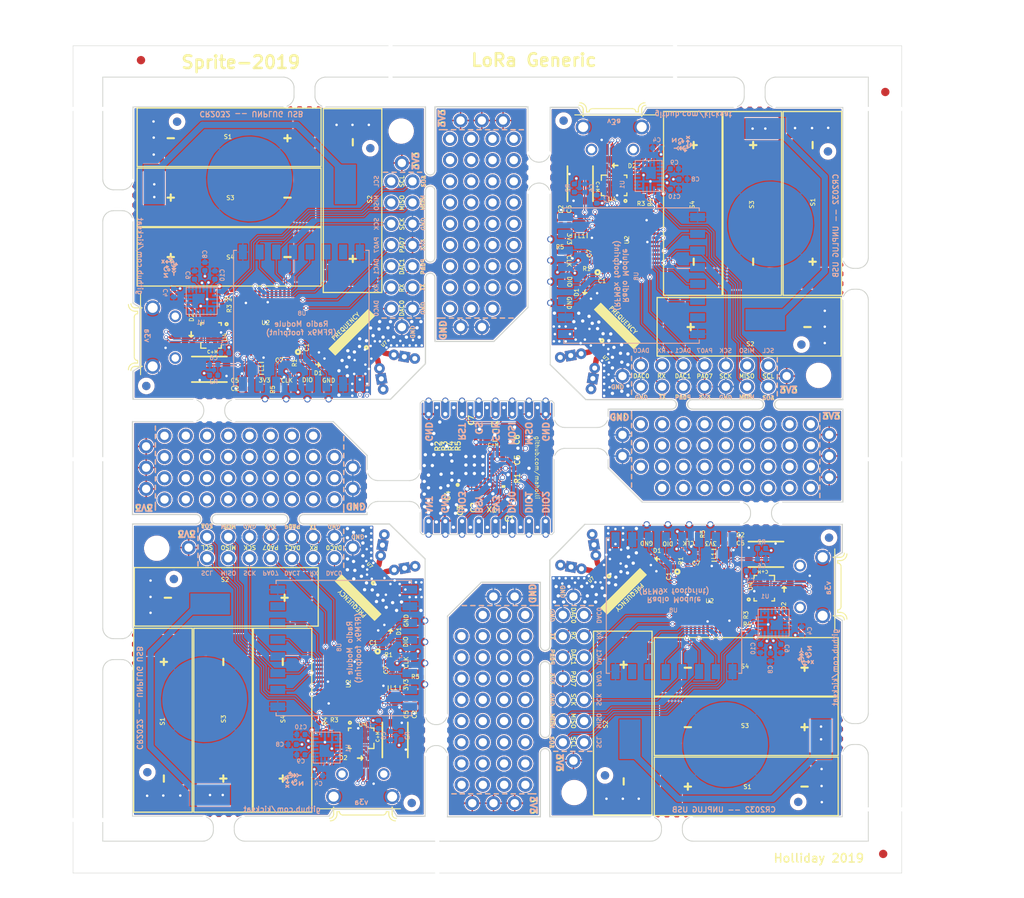
<source format=kicad_pcb>
(kicad_pcb (version 20171130) (host pcbnew "(5.1.0)-1")
  (title_block (title "Project Title"))
  (layers (0 F.Cu signal) (31 B.Cu signal) (34 B.Paste user) (35 F.Paste user) (36 B.SilkS user) (37 F.SilkS user) (38 B.Mask user) (39 F.Mask user) (44 Edge.Cuts user))
  (net 0 "")
  (net 1 GND)
  (net 2 "Net-(C6-Pad2)")
  (net 3 /USB+)
  (net 4 /USB-)
  (net 5 VUSB)
  (net 6 /SWDIO)
  (net 7 /SWCLK)
  (net 8 /LED1)
  (net 9 MISO)
  (net 10 SCK)
  (net 11 MOSI)
  (net 12 SDA)
  (net 13 SCL)
  (net 14 "Net-(S1-Pad1)")
  (net 15 "Net-(J4-Pad1)")
  (net 16 "Net-(J5-Pad1)")
  (net 17 "Net-(J20-Pad1)")
  (net 18 "Net-(U4-PadB1)")
  (net 19 "Net-(D1-Pad1)")
  (net 20 PA23)
  (net 21 PA22)
  (net 22 PA21)
  (net 23 TX)
  (net 24 RX)
  (net 25 "Net-(L1-Pad1)")
  (net 26 "Net-(J13-Pad1)")
  (net 27 "Net-(J13-Pad2)")
  (net 28 "Net-(J13-Pad3)")
  (net 29 "Net-(J13-Pad4)")
  (net 30 "Net-(J14-Pad1)")
  (net 31 "Net-(J14-Pad2)")
  (net 32 "Net-(J14-Pad3)")
  (net 33 "Net-(J14-Pad4)")
  (net 34 "Net-(J15-Pad1)")
  (net 35 "Net-(J15-Pad2)")
  (net 36 "Net-(J15-Pad3)")
  (net 37 "Net-(J15-Pad4)")
  (net 38 "Net-(J16-Pad1)")
  (net 39 "Net-(J16-Pad2)")
  (net 40 "Net-(J16-Pad3)")
  (net 41 "Net-(J16-Pad4)")
  (net 42 "Net-(J17-Pad1)")
  (net 43 "Net-(J17-Pad2)")
  (net 44 "Net-(J17-Pad3)")
  (net 45 "Net-(J17-Pad4)")
  (net 46 "Net-(J18-Pad1)")
  (net 47 "Net-(J18-Pad2)")
  (net 48 "Net-(J18-Pad3)")
  (net 49 "Net-(J18-Pad4)")
  (net 50 "Net-(J19-Pad1)")
  (net 51 "Net-(J19-Pad2)")
  (net 52 "Net-(J19-Pad3)")
  (net 53 "Net-(J19-Pad4)")
  (net 54 "Net-(J20-Pad2)")
  (net 55 "Net-(J20-Pad3)")
  (net 56 "Net-(J20-Pad4)")
  (net 57 DAC0)
  (net 58 +3V3)
  (net 59 "Net-(C9-Pad2)")
  (net 60 "Net-(C10-Pad2)")
  (net 61 "Net-(U2-Pad24)")
  (net 62 "Net-(U2-Pad23)")
  (net 63 "Net-(U2-Pad22)")
  (net 64 "Net-(U2-Pad20)")
  (net 65 "Net-(ANT1-PadIN1)")
  (net 66 "Net-(D2-Pad1)")
  (net 67 "Net-(J2-Pad4)")
  (net 68 "Net-(J3-Pad1)")
  (net 69 "Net-(S2-Pad1)")
  (net 70 "Net-(U1-Pad9)")
  (net 71 "Net-(U1-Pad10)")
  (net 72 "Net-(U1-Pad11)")
  (net 73 "Net-(U1-Pad12)")
  (net 74 "Net-(U1-Pad13)")
  (net 75 "Net-(U2-Pad37)")
  (net 76 "Net-(U2-Pad27)")
  (net 77 "Net-(U2-Pad16)")
  (net 78 "Net-(C2-Pad1)")
  (net 79 "Net-(ANT2-PadIN1)")
  (net 80 "Net-(U8-Pad7)")
  (net 81 "Net-(U2-Pad11)")
  (net 82 "Net-(U2-Pad28)")
  (net 83 "Net-(U2-Pad29)")
  (net 84 RF_CS)
  (net 85 RF_RST)
  (net 86 RF_DIO3)
  (net 87 RF_BUSY)
  (net 88 RF_DIO0)
  (net 89 RF_DIO1)
  (net 90 RF_DIO2)
  (net 91 PA04)
  (net 92 DAC1)
  (net 93 PA07)
  (net 94 "Net-(U7-Pad1)")
  (net 95 /V_DCC)
  (net 96 /V_DCC2)
  (net 97 SX_RST)
  (net 98 SX_CS)
  (net 99 SX_DIO3)
  (net 100 SX_DIO2)
  (net 101 SX_DIO1)
  (net 102 SX_BUSY)
  (net 103 "Net-(C1-Pad2)")
  (net 104 "Net-(C2-Pad2)")
  (net 105 "Net-(C4-Pad1)")
  (net 106 "Net-(R1-Pad2)")
  (net 107 "Net-(R2-Pad2)")
  (net 108 "Net-(R3-Pad2)")
  (net 109 "Net-(R4-Pad2)")
  (net 110 "Net-(R5-Pad2)")
  (net 111 "Net-(J7-Pad1)")
  (net 112 "Net-(J9-Pad1)")
  (net 113 SX_DIO0)
  (net 114 "Net-(U1-Pad22)")
  (net 115 "Net-(U1-Pad6)")
  (net 116 "Net-(U1-Pad5)")
  (module custom-footprints:castellated (layer F.Cu) (at 143.14424 93.7897 270)
    (fp_text reference J16 hide)
    (fp_text value Conn_01x01)
    (pad 1 smd custom (at 0.762 0 270) (size 1.65 1) (layers *.Mask B.Cu) (net 100 SX_DIO2) (options (clearance outline) (anchor rect)) (primitives (gr_circle (center -0.825 0) (end -0.325 0) (width 0))))
    (pad 1 thru_hole circle (at 1.6 0 270) (size 0.75 0.75) (drill 0.5) (layers *.Cu *.Mask) (net 100 SX_DIO2))
    (pad 1 smd custom (at 0.762 0 270) (size 1.65 1) (layers F.Cu F.Paste F.Mask) (net 100 SX_DIO2) (options (clearance outline) (anchor rect)) (primitives (gr_circle (center -0.825 0) (end -0.325 0) (width 0))))
    (pad 1 thru_hole circle (at 0 0 270) (size 0.75 0.75) (drill 0.5) (layers *.Cu *.Mask) (net 100 SX_DIO2))
  )
  (module custom-footprints:castellated (layer F.Cu) (at 141.14424 93.7897 270)
    (fp_text reference J15 hide)
    (fp_text value Conn_01x01)
    (pad 1 smd custom (at 0.762 0 270) (size 1.65 1) (layers *.Mask B.Cu) (net 101 SX_DIO1) (options (clearance outline) (anchor rect)) (primitives (gr_circle (center -0.825 0) (end -0.325 0) (width 0))))
    (pad 1 thru_hole circle (at 1.6 0 270) (size 0.75 0.75) (drill 0.5) (layers *.Cu *.Mask) (net 101 SX_DIO1))
    (pad 1 smd custom (at 0.762 0 270) (size 1.65 1) (layers F.Cu F.Paste F.Mask) (net 101 SX_DIO1) (options (clearance outline) (anchor rect)) (primitives (gr_circle (center -0.825 0) (end -0.325 0) (width 0))))
    (pad 1 thru_hole circle (at 0 0 270) (size 0.75 0.75) (drill 0.5) (layers *.Cu *.Mask) (net 101 SX_DIO1))
  )
  (module custom-footprints:castellated (layer F.Cu) (at 135.14424 93.7897 270)
    (fp_text reference J12 hide)
    (fp_text value Conn_01x01)
    (pad 1 smd custom (at 0.762 0 270) (size 1.65 1) (layers *.Mask B.Cu) (net 102 SX_BUSY) (options (clearance outline) (anchor rect)) (primitives (gr_circle (center -0.825 0) (end -0.325 0) (width 0))))
    (pad 1 thru_hole circle (at 1.6 0 270) (size 0.75 0.75) (drill 0.5) (layers *.Cu *.Mask) (net 102 SX_BUSY))
    (pad 1 smd custom (at 0.762 0 270) (size 1.65 1) (layers F.Cu F.Paste F.Mask) (net 102 SX_BUSY) (options (clearance outline) (anchor rect)) (primitives (gr_circle (center -0.825 0) (end -0.325 0) (width 0))))
    (pad 1 thru_hole circle (at 0 0 270) (size 0.75 0.75) (drill 0.5) (layers *.Cu *.Mask) (net 102 SX_BUSY))
  )
  (module custom-footprints:castellated (layer F.Cu) (at 139.14424 93.7897 270)
    (fp_text reference J14 hide)
    (fp_text value Conn_01x01)
    (pad 1 smd custom (at 0.762 0 270) (size 1.65 1) (layers *.Mask B.Cu) (net 113 SX_DIO0) (options (clearance outline) (anchor rect)) (primitives (gr_circle (center -0.825 0) (end -0.325 0) (width 0))))
    (pad 1 thru_hole circle (at 1.6 0 270) (size 0.75 0.75) (drill 0.5) (layers *.Cu *.Mask) (net 113 SX_DIO0))
    (pad 1 smd custom (at 0.762 0 270) (size 1.65 1) (layers F.Cu F.Paste F.Mask) (net 113 SX_DIO0) (options (clearance outline) (anchor rect)) (primitives (gr_circle (center -0.825 0) (end -0.325 0) (width 0))))
    (pad 1 thru_hole circle (at 0 0 270) (size 0.75 0.75) (drill 0.5) (layers *.Cu *.Mask) (net 113 SX_DIO0))
  )
  (module custom-footprints:castellated (layer F.Cu) (at 133.14424 93.7897 270)
    (fp_text reference J11 hide)
    (fp_text value Conn_01x01)
    (pad 1 smd custom (at 0.762 0 270) (size 1.65 1) (layers *.Mask B.Cu) (net 99 SX_DIO3) (options (clearance outline) (anchor rect)) (primitives (gr_circle (center -0.825 0) (end -0.325 0) (width 0))))
    (pad 1 thru_hole circle (at 1.6 0 270) (size 0.75 0.75) (drill 0.5) (layers *.Cu *.Mask) (net 99 SX_DIO3))
    (pad 1 smd custom (at 0.762 0 270) (size 1.65 1) (layers F.Cu F.Paste F.Mask) (net 99 SX_DIO3) (options (clearance outline) (anchor rect)) (primitives (gr_circle (center -0.825 0) (end -0.325 0) (width 0))))
    (pad 1 thru_hole circle (at 0 0 270) (size 0.75 0.75) (drill 0.5) (layers *.Cu *.Mask) (net 99 SX_DIO3))
  )
  (module custom-footprints:castellated (layer F.Cu) (at 131.14424 80.9623 90)
    (fp_text reference J7 hide)
    (fp_text value Conn_01x01)
    (pad 1 smd custom (at 0.762 0 90) (size 1.65 1) (layers *.Mask B.Cu) (net 111 "Net-(J7-Pad1)") (options (clearance outline) (anchor rect)) (primitives (gr_circle (center -0.825 0) (end -0.325 0) (width 0))))
    (pad 1 thru_hole circle (at 1.6 0 90) (size 0.75 0.75) (drill 0.5) (layers *.Cu *.Mask) (net 111 "Net-(J7-Pad1)"))
    (pad 1 smd custom (at 0.762 0 90) (size 1.65 1) (layers F.Cu F.Paste F.Mask) (net 111 "Net-(J7-Pad1)") (options (clearance outline) (anchor rect)) (primitives (gr_circle (center -0.825 0) (end -0.325 0) (width 0))))
    (pad 1 thru_hole circle (at 0 0 90) (size 0.75 0.75) (drill 0.5) (layers *.Cu *.Mask) (net 111 "Net-(J7-Pad1)"))
  )
  (module custom-footprints:castellated (layer F.Cu) (at 137.14424 93.7897 270)
    (fp_text reference J13 hide)
    (fp_text value Conn_01x01)
    (pad 1 smd custom (at 0.762 0 270) (size 1.65 1) (layers *.Mask B.Cu) (net 58 +3V3) (options (clearance outline) (anchor rect)) (primitives (gr_circle (center -0.825 0) (end -0.325 0) (width 0))))
    (pad 1 thru_hole circle (at 1.6 0 270) (size 0.75 0.75) (drill 0.5) (layers *.Cu *.Mask) (net 58 +3V3))
    (pad 1 smd custom (at 0.762 0 270) (size 1.65 1) (layers F.Cu F.Paste F.Mask) (net 58 +3V3) (options (clearance outline) (anchor rect)) (primitives (gr_circle (center -0.825 0) (end -0.325 0) (width 0))))
    (pad 1 thru_hole circle (at 0 0 270) (size 0.75 0.75) (drill 0.5) (layers *.Cu *.Mask) (net 58 +3V3))
  )
  (module custom-footprints:castellated (layer F.Cu) (at 131.14424 93.7897 270)
    (fp_text reference J10 hide)
    (fp_text value Conn_01x01)
    (pad 1 smd custom (at 0.762 0 270) (size 1.65 1) (layers *.Mask B.Cu) (net 1 GND) (options (clearance outline) (anchor rect)) (primitives (gr_circle (center -0.825 0) (end -0.325 0) (width 0))))
    (pad 1 thru_hole circle (at 1.6 0 270) (size 0.75 0.75) (drill 0.5) (layers *.Cu *.Mask) (net 1 GND))
    (pad 1 smd custom (at 0.762 0 270) (size 1.65 1) (layers F.Cu F.Paste F.Mask) (net 1 GND) (options (clearance outline) (anchor rect)) (primitives (gr_circle (center -0.825 0) (end -0.325 0) (width 0))))
    (pad 1 thru_hole circle (at 0 0 270) (size 0.75 0.75) (drill 0.5) (layers *.Cu *.Mask) (net 1 GND))
  )
  (module custom-footprints:castellated (layer F.Cu) (at 133.14424 80.9623 90)
    (fp_text reference J6 hide)
    (fp_text value Conn_01x01)
    (pad 1 smd custom (at 0.762 0 90) (size 1.65 1) (layers *.Mask B.Cu) (net 97 SX_RST) (options (clearance outline) (anchor rect)) (primitives (gr_circle (center -0.825 0) (end -0.325 0) (width 0))))
    (pad 1 thru_hole circle (at 1.6 0 90) (size 0.75 0.75) (drill 0.5) (layers *.Cu *.Mask) (net 97 SX_RST))
    (pad 1 smd custom (at 0.762 0 90) (size 1.65 1) (layers F.Cu F.Paste F.Mask) (net 97 SX_RST) (options (clearance outline) (anchor rect)) (primitives (gr_circle (center -0.825 0) (end -0.325 0) (width 0))))
    (pad 1 thru_hole circle (at 0 0 90) (size 0.75 0.75) (drill 0.5) (layers *.Cu *.Mask) (net 97 SX_RST))
  )
  (module custom-footprints:castellated (layer F.Cu) (at 129.14424 80.9623 90)
    (fp_text reference J8 hide)
    (fp_text value Conn_01x01)
    (pad 1 smd custom (at 0.762 0 90) (size 1.65 1) (layers *.Mask B.Cu) (net 1 GND) (options (clearance outline) (anchor rect)) (primitives (gr_circle (center -0.825 0) (end -0.325 0) (width 0))))
    (pad 1 thru_hole circle (at 1.6 0 90) (size 0.75 0.75) (drill 0.5) (layers *.Cu *.Mask) (net 1 GND))
    (pad 1 smd custom (at 0.762 0 90) (size 1.65 1) (layers F.Cu F.Paste F.Mask) (net 1 GND) (options (clearance outline) (anchor rect)) (primitives (gr_circle (center -0.825 0) (end -0.325 0) (width 0))))
    (pad 1 thru_hole circle (at 0 0 90) (size 0.75 0.75) (drill 0.5) (layers *.Cu *.Mask) (net 1 GND))
  )
  (module custom-footprints:castellated (layer F.Cu) (at 129.14424 93.7897 270)
    (fp_text reference J9 hide)
    (fp_text value Conn_01x01)
    (pad 1 smd custom (at 0.762 0 270) (size 1.65 1) (layers *.Mask B.Cu) (net 112 "Net-(J9-Pad1)") (options (clearance outline) (anchor rect)) (primitives (gr_circle (center -0.825 0) (end -0.325 0) (width 0))))
    (pad 1 thru_hole circle (at 1.6 0 270) (size 0.75 0.75) (drill 0.5) (layers *.Cu *.Mask) (net 112 "Net-(J9-Pad1)"))
    (pad 1 smd custom (at 0.762 0 270) (size 1.65 1) (layers F.Cu F.Paste F.Mask) (net 112 "Net-(J9-Pad1)") (options (clearance outline) (anchor rect)) (primitives (gr_circle (center -0.825 0) (end -0.325 0) (width 0))))
    (pad 1 thru_hole circle (at 0 0 270) (size 0.75 0.75) (drill 0.5) (layers *.Cu *.Mask) (net 112 "Net-(J9-Pad1)"))
  )
  (module custom-footprints:castellated (layer F.Cu) (at 135.14424 80.9623 90)
    (fp_text reference J5 hide)
    (fp_text value Conn_01x01)
    (pad 1 smd custom (at 0.762 0 90) (size 1.65 1) (layers *.Mask B.Cu) (net 98 SX_CS) (options (clearance outline) (anchor rect)) (primitives (gr_circle (center -0.825 0) (end -0.325 0) (width 0))))
    (pad 1 thru_hole circle (at 1.6 0 90) (size 0.75 0.75) (drill 0.5) (layers *.Cu *.Mask) (net 98 SX_CS))
    (pad 1 smd custom (at 0.762 0 90) (size 1.65 1) (layers F.Cu F.Paste F.Mask) (net 98 SX_CS) (options (clearance outline) (anchor rect)) (primitives (gr_circle (center -0.825 0) (end -0.325 0) (width 0))))
    (pad 1 thru_hole circle (at 0 0 90) (size 0.75 0.75) (drill 0.5) (layers *.Cu *.Mask) (net 98 SX_CS))
  )
  (module custom-footprints:castellated (layer F.Cu) (at 143.14424 80.9623 90)
    (fp_text reference J1 hide)
    (fp_text value Conn_01x01)
    (pad 1 smd custom (at 0.762 0 90) (size 1.65 1) (layers *.Mask B.Cu) (net 1 GND) (options (clearance outline) (anchor rect)) (primitives (gr_circle (center -0.825 0) (end -0.325 0) (width 0))))
    (pad 1 thru_hole circle (at 1.6 0 90) (size 0.75 0.75) (drill 0.5) (layers *.Cu *.Mask) (net 1 GND))
    (pad 1 smd custom (at 0.762 0 90) (size 1.65 1) (layers F.Cu F.Paste F.Mask) (net 1 GND) (options (clearance outline) (anchor rect)) (primitives (gr_circle (center -0.825 0) (end -0.325 0) (width 0))))
    (pad 1 thru_hole circle (at 0 0 90) (size 0.75 0.75) (drill 0.5) (layers *.Cu *.Mask) (net 1 GND))
  )
  (module custom-footprints:castellated (layer F.Cu) (at 137.14424 80.9623 90)
    (fp_text reference J4 hide)
    (fp_text value Conn_01x01)
    (pad 1 smd custom (at 0.762 0 90) (size 1.65 1) (layers *.Mask B.Cu) (net 10 SCK) (options (clearance outline) (anchor rect)) (primitives (gr_circle (center -0.825 0) (end -0.325 0) (width 0))))
    (pad 1 thru_hole circle (at 1.6 0 90) (size 0.75 0.75) (drill 0.5) (layers *.Cu *.Mask) (net 10 SCK))
    (pad 1 smd custom (at 0.762 0 90) (size 1.65 1) (layers F.Cu F.Paste F.Mask) (net 10 SCK) (options (clearance outline) (anchor rect)) (primitives (gr_circle (center -0.825 0) (end -0.325 0) (width 0))))
    (pad 1 thru_hole circle (at 0 0 90) (size 0.75 0.75) (drill 0.5) (layers *.Cu *.Mask) (net 10 SCK))
  )
  (module custom-footprints:castellated (layer F.Cu) (at 139.14424 80.9623 90)
    (fp_text reference J3 hide)
    (fp_text value Conn_01x01)
    (pad 1 smd custom (at 0.762 0 90) (size 1.65 1) (layers *.Mask B.Cu) (net 11 MOSI) (options (clearance outline) (anchor rect)) (primitives (gr_circle (center -0.825 0) (end -0.325 0) (width 0))))
    (pad 1 thru_hole circle (at 1.6 0 90) (size 0.75 0.75) (drill 0.5) (layers *.Cu *.Mask) (net 11 MOSI))
    (pad 1 smd custom (at 0.762 0 90) (size 1.65 1) (layers F.Cu F.Paste F.Mask) (net 11 MOSI) (options (clearance outline) (anchor rect)) (primitives (gr_circle (center -0.825 0) (end -0.325 0) (width 0))))
    (pad 1 thru_hole circle (at 0 0 90) (size 0.75 0.75) (drill 0.5) (layers *.Cu *.Mask) (net 11 MOSI))
  )
  (module custom-footprints:castellated (layer F.Cu) (at 141.14424 80.9623 90)
    (fp_text reference J2 hide)
    (fp_text value Conn_01x01)
    (pad 1 smd custom (at 0.762 0 90) (size 1.65 1) (layers *.Mask B.Cu) (net 9 MISO) (options (clearance outline) (anchor rect)) (primitives (gr_circle (center -0.825 0) (end -0.325 0) (width 0))))
    (pad 1 thru_hole circle (at 1.6 0 90) (size 0.75 0.75) (drill 0.5) (layers *.Cu *.Mask) (net 9 MISO))
    (pad 1 smd custom (at 0.762 0 90) (size 1.65 1) (layers F.Cu F.Paste F.Mask) (net 9 MISO) (options (clearance outline) (anchor rect)) (primitives (gr_circle (center -0.825 0) (end -0.325 0) (width 0))))
    (pad 1 thru_hole circle (at 0 0 90) (size 0.75 0.75) (drill 0.5) (layers *.Cu *.Mask) (net 9 MISO))
  )
  (module custom-footprints:10118194-0001LF (layer F.Cu) (at 176.276 101.6 90)
    (fp_text reference J2 hide)
    (fp_text value 10118194-0001LF hide)
    (pad 13 smd rect (at 3.05 0 90) (size 1.5 1.55) (layers F.Cu F.Paste F.Mask))
    (pad 12 smd rect (at -3.05 0 90) (size 1.5 1.55) (layers F.Cu F.Paste F.Mask))
    (pad 11 smd rect (at 1 0 90) (size 1.5 1.55) (layers F.Cu F.Paste F.Mask))
    (pad 10 smd rect (at -1 0 90) (size 1.5 1.55) (layers F.Cu F.Paste F.Mask))
    (pad 9 thru_hole circle (at 3.5 0 90) (size 1.8 1.8) (drill 1.2) (layers *.Cu *.Mask) (net 1 GND))
    (pad 8 thru_hole circle (at -3.5 0 90) (size 1.8 1.8) (drill 1.2) (layers *.Cu *.Mask) (net 1 GND))
    (pad 7 thru_hole circle (at 2.5 -2.7 90) (size 1.408 1.408) (drill 0.9) (layers *.Cu *.Mask))
    (pad 6 thru_hole circle (at -2.5 -2.7 90) (size 1.408 1.408) (drill 0.9) (layers *.Cu *.Mask))
    (pad 5 smd rect (at 1.3 -2.675 270) (size 0.45 1.35) (layers F.Cu F.Paste F.Mask) (net 1 GND))
    (pad 4 smd rect (at 0.65 -2.675 270) (size 0.45 1.35) (layers F.Cu F.Paste F.Mask) (net 67 "Net-(J2-Pad4)"))
    (pad 3 smd rect (at 0 -2.675 270) (size 0.45 1.35) (layers F.Cu F.Paste F.Mask) (net 3 /USB+))
    (pad 2 smd rect (at -0.65 -2.675 270) (size 0.45 1.35) (layers F.Cu F.Paste F.Mask) (net 4 /USB-))
    (pad 1 smd rect (at -1.3 -2.675 270) (size 0.45 1.35) (layers F.Cu F.Paste F.Mask) (net 5 VUSB))
  )
  (module custom-footprints:10118194-0001LF (layer F.Cu) (at 151.13 46.609 180)
    (fp_text reference J2 hide)
    (fp_text value 10118194-0001LF hide)
    (pad 13 smd rect (at 3.05 0 180) (size 1.5 1.55) (layers F.Cu F.Paste F.Mask))
    (pad 12 smd rect (at -3.05 0 180) (size 1.5 1.55) (layers F.Cu F.Paste F.Mask))
    (pad 11 smd rect (at 1 0 180) (size 1.5 1.55) (layers F.Cu F.Paste F.Mask))
    (pad 10 smd rect (at -1 0 180) (size 1.5 1.55) (layers F.Cu F.Paste F.Mask))
    (pad 9 thru_hole circle (at 3.5 0 180) (size 1.8 1.8) (drill 1.2) (layers *.Cu *.Mask) (net 1 GND))
    (pad 8 thru_hole circle (at -3.5 0 180) (size 1.8 1.8) (drill 1.2) (layers *.Cu *.Mask) (net 1 GND))
    (pad 7 thru_hole circle (at 2.5 -2.7 180) (size 1.408 1.408) (drill 0.9) (layers *.Cu *.Mask))
    (pad 6 thru_hole circle (at -2.5 -2.7 180) (size 1.408 1.408) (drill 0.9) (layers *.Cu *.Mask))
    (pad 5 smd rect (at 1.3 -2.675) (size 0.45 1.35) (layers F.Cu F.Paste F.Mask) (net 1 GND))
    (pad 4 smd rect (at 0.65 -2.675) (size 0.45 1.35) (layers F.Cu F.Paste F.Mask) (net 67 "Net-(J2-Pad4)"))
    (pad 3 smd rect (at 0 -2.675) (size 0.45 1.35) (layers F.Cu F.Paste F.Mask) (net 3 /USB+))
    (pad 2 smd rect (at -0.65 -2.675) (size 0.45 1.35) (layers F.Cu F.Paste F.Mask) (net 4 /USB-))
    (pad 1 smd rect (at -1.3 -2.675) (size 0.45 1.35) (layers F.Cu F.Paste F.Mask) (net 5 VUSB))
  )
  (module custom-footprints:10118194-0001LF (layer F.Cu) (at 96.139 71.755 270)
    (fp_text reference J2 hide)
    (fp_text value 10118194-0001LF hide)
    (pad 13 smd rect (at 3.05 0 270) (size 1.5 1.55) (layers F.Cu F.Paste F.Mask))
    (pad 12 smd rect (at -3.05 0 270) (size 1.5 1.55) (layers F.Cu F.Paste F.Mask))
    (pad 11 smd rect (at 1 0 270) (size 1.5 1.55) (layers F.Cu F.Paste F.Mask))
    (pad 10 smd rect (at -1 0 270) (size 1.5 1.55) (layers F.Cu F.Paste F.Mask))
    (pad 9 thru_hole circle (at 3.5 0 270) (size 1.8 1.8) (drill 1.2) (layers *.Cu *.Mask) (net 1 GND))
    (pad 8 thru_hole circle (at -3.5 0 270) (size 1.8 1.8) (drill 1.2) (layers *.Cu *.Mask) (net 1 GND))
    (pad 7 thru_hole circle (at 2.5 -2.7 270) (size 1.408 1.408) (drill 0.9) (layers *.Cu *.Mask))
    (pad 6 thru_hole circle (at -2.5 -2.7 270) (size 1.408 1.408) (drill 0.9) (layers *.Cu *.Mask))
    (pad 5 smd rect (at 1.3 -2.675 90) (size 0.45 1.35) (layers F.Cu F.Paste F.Mask) (net 1 GND))
    (pad 4 smd rect (at 0.65 -2.675 90) (size 0.45 1.35) (layers F.Cu F.Paste F.Mask) (net 67 "Net-(J2-Pad4)"))
    (pad 3 smd rect (at 0 -2.675 90) (size 0.45 1.35) (layers F.Cu F.Paste F.Mask) (net 3 /USB+))
    (pad 2 smd rect (at -0.65 -2.675 90) (size 0.45 1.35) (layers F.Cu F.Paste F.Mask) (net 4 /USB-))
    (pad 1 smd rect (at -1.3 -2.675 90) (size 0.45 1.35) (layers F.Cu F.Paste F.Mask) (net 5 VUSB))
  )
  (module custom-footprints:10118194-0001LF (layer F.Cu) (at 121.285 126.746)
    (fp_text reference J2 hide)
    (fp_text value 10118194-0001LF hide)
    (pad 13 smd rect (at 3.05 0) (size 1.5 1.55) (layers F.Cu F.Paste F.Mask))
    (pad 12 smd rect (at -3.05 0) (size 1.5 1.55) (layers F.Cu F.Paste F.Mask))
    (pad 11 smd rect (at 1 0) (size 1.5 1.55) (layers F.Cu F.Paste F.Mask))
    (pad 10 smd rect (at -1 0) (size 1.5 1.55) (layers F.Cu F.Paste F.Mask))
    (pad 9 thru_hole circle (at 3.5 0) (size 1.8 1.8) (drill 1.2) (layers *.Cu *.Mask) (net 1 GND))
    (pad 8 thru_hole circle (at -3.5 0) (size 1.8 1.8) (drill 1.2) (layers *.Cu *.Mask) (net 1 GND))
    (pad 7 thru_hole circle (at 2.5 -2.7) (size 1.408 1.408) (drill 0.9) (layers *.Cu *.Mask))
    (pad 6 thru_hole circle (at -2.5 -2.7) (size 1.408 1.408) (drill 0.9) (layers *.Cu *.Mask))
    (pad 5 smd rect (at 1.3 -2.675 180) (size 0.45 1.35) (layers F.Cu F.Paste F.Mask) (net 1 GND))
    (pad 4 smd rect (at 0.65 -2.675 180) (size 0.45 1.35) (layers F.Cu F.Paste F.Mask) (net 67 "Net-(J2-Pad4)"))
    (pad 3 smd rect (at 0 -2.675 180) (size 0.45 1.35) (layers F.Cu F.Paste F.Mask) (net 3 /USB+))
    (pad 2 smd rect (at -0.65 -2.675 180) (size 0.45 1.35) (layers F.Cu F.Paste F.Mask) (net 4 /USB-))
    (pad 1 smd rect (at -1.3 -2.675 180) (size 0.45 1.35) (layers F.Cu F.Paste F.Mask) (net 5 VUSB))
  )
  (module custom-footprints:PinHeader_CUSTOM (layer F.Cu) (at 140.7033 117.7036 270)
    (fp_text reference J17 hide)
    (fp_text value Conn_01x04)
    (pad 1 thru_hole oval (at 0 0 270) (size 1.7 1.7) (drill 1) (layers *.Cu *.Mask) (net 42 "Net-(J17-Pad1)"))
    (pad 2 thru_hole oval (at 0 2.54 270) (size 1.7 1.7) (drill 1) (layers *.Cu *.Mask) (net 43 "Net-(J17-Pad2)"))
    (pad 3 thru_hole oval (at 0 5.08 270) (size 1.7 1.7) (drill 1) (layers *.Cu *.Mask) (net 44 "Net-(J17-Pad3)"))
    (pad 4 thru_hole oval (at 0 7.62 270) (size 1.7 1.7) (drill 1) (layers *.Cu *.Mask) (net 45 "Net-(J17-Pad4)"))
  )
  (module custom-footprints:PinHeader_CUSTOM (layer F.Cu) (at 140.7033 115.1636 270)
    (fp_text reference J16 hide)
    (fp_text value Conn_01x04)
    (pad 1 thru_hole oval (at 0 0 270) (size 1.7 1.7) (drill 1) (layers *.Cu *.Mask) (net 38 "Net-(J16-Pad1)"))
    (pad 2 thru_hole oval (at 0 2.54 270) (size 1.7 1.7) (drill 1) (layers *.Cu *.Mask) (net 39 "Net-(J16-Pad2)"))
    (pad 3 thru_hole oval (at 0 5.08 270) (size 1.7 1.7) (drill 1) (layers *.Cu *.Mask) (net 40 "Net-(J16-Pad3)"))
    (pad 4 thru_hole oval (at 0 7.62 270) (size 1.7 1.7) (drill 1) (layers *.Cu *.Mask) (net 41 "Net-(J16-Pad4)"))
  )
  (module custom-footprints:PinHeader_CUSTOM (layer F.Cu) (at 140.7033 120.2436 270)
    (fp_text reference J18 hide)
    (fp_text value Conn_01x04)
    (pad 1 thru_hole oval (at 0 0 270) (size 1.7 1.7) (drill 1) (layers *.Cu *.Mask) (net 46 "Net-(J18-Pad1)"))
    (pad 2 thru_hole oval (at 0 2.54 270) (size 1.7 1.7) (drill 1) (layers *.Cu *.Mask) (net 47 "Net-(J18-Pad2)"))
    (pad 3 thru_hole oval (at 0 5.08 270) (size 1.7 1.7) (drill 1) (layers *.Cu *.Mask) (net 48 "Net-(J18-Pad3)"))
    (pad 4 thru_hole oval (at 0 7.62 270) (size 1.7 1.7) (drill 1) (layers *.Cu *.Mask) (net 49 "Net-(J18-Pad4)"))
  )
  (module custom-footprints:PinHeader_CUSTOM3 (layer F.Cu) (at 147.7391 115.1636 270)
    (fp_text reference J22 hide)
    (fp_text value Conn_01x02)
    (pad 2 thru_hole oval (at 0 2.54 270) (size 1.7 1.7) (drill 1) (layers *.Cu *.Mask) (net 1 GND))
    (pad 1 thru_hole oval (at 0 0 270) (size 1.7 1.7) (drill 1) (layers *.Cu *.Mask) (net 10 SCK))
  )
  (module custom-footprints:PinHeader_CUSTOM (layer F.Cu) (at 140.716 125.33122 270)
    (fp_text reference J19 hide)
    (fp_text value Conn_01x04)
    (pad 1 thru_hole oval (at 0 0 270) (size 1.7 1.7) (drill 1) (layers *.Cu *.Mask) (net 50 "Net-(J19-Pad1)"))
    (pad 2 thru_hole oval (at 0 2.54 270) (size 1.7 1.7) (drill 1) (layers *.Cu *.Mask) (net 51 "Net-(J19-Pad2)"))
    (pad 3 thru_hole oval (at 0 5.08 270) (size 1.7 1.7) (drill 1) (layers *.Cu *.Mask) (net 52 "Net-(J19-Pad3)"))
    (pad 4 thru_hole oval (at 0 7.62 270) (size 1.7 1.7) (drill 1) (layers *.Cu *.Mask) (net 53 "Net-(J19-Pad4)"))
  )
  (module custom-footprints:PinHeader_CUSTOM (layer F.Cu) (at 140.7033 107.5436 270)
    (fp_text reference J15 hide)
    (fp_text value Conn_01x04)
    (pad 1 thru_hole oval (at 0 0 270) (size 1.7 1.7) (drill 1) (layers *.Cu *.Mask) (net 34 "Net-(J15-Pad1)"))
    (pad 2 thru_hole oval (at 0 2.54 270) (size 1.7 1.7) (drill 1) (layers *.Cu *.Mask) (net 35 "Net-(J15-Pad2)"))
    (pad 3 thru_hole oval (at 0 5.08 270) (size 1.7 1.7) (drill 1) (layers *.Cu *.Mask) (net 36 "Net-(J15-Pad3)"))
    (pad 4 thru_hole oval (at 0 7.62 270) (size 1.7 1.7) (drill 1) (layers *.Cu *.Mask) (net 37 "Net-(J15-Pad4)"))
  )
  (module custom-footprints:PinHeader_CUSTOM (layer F.Cu) (at 140.7033 112.6236 270)
    (fp_text reference J14 hide)
    (fp_text value Conn_01x04)
    (pad 1 thru_hole oval (at 0 0 270) (size 1.7 1.7) (drill 1) (layers *.Cu *.Mask) (net 30 "Net-(J14-Pad1)"))
    (pad 2 thru_hole oval (at 0 2.54 270) (size 1.7 1.7) (drill 1) (layers *.Cu *.Mask) (net 31 "Net-(J14-Pad2)"))
    (pad 3 thru_hole oval (at 0 5.08 270) (size 1.7 1.7) (drill 1) (layers *.Cu *.Mask) (net 32 "Net-(J14-Pad3)"))
    (pad 4 thru_hole oval (at 0 7.62 270) (size 1.7 1.7) (drill 1) (layers *.Cu *.Mask) (net 33 "Net-(J14-Pad4)"))
  )
  (module custom-footprints:PinHeader_CUSTOM3 (layer F.Cu) (at 147.7391 107.5436 270)
    (fp_text reference J21 hide)
    (fp_text value Conn_01x02)
    (pad 1 thru_hole oval (at 0 0 270) (size 1.7 1.7) (drill 1) (layers *.Cu *.Mask) (net 24 RX))
    (pad 2 thru_hole oval (at 0 2.54 270) (size 1.7 1.7) (drill 1) (layers *.Cu *.Mask) (net 23 TX))
  )
  (module custom-footprints:PinHeader_CUSTOM (layer F.Cu) (at 140.7033 122.7836 270)
    (fp_text reference J20 hide)
    (fp_text value Conn_01x04)
    (pad 1 thru_hole oval (at 0 0 270) (size 1.7 1.7) (drill 1) (layers *.Cu *.Mask) (net 17 "Net-(J20-Pad1)"))
    (pad 2 thru_hole oval (at 0 2.54 270) (size 1.7 1.7) (drill 1) (layers *.Cu *.Mask) (net 54 "Net-(J20-Pad2)"))
    (pad 3 thru_hole oval (at 0 5.08 270) (size 1.7 1.7) (drill 1) (layers *.Cu *.Mask) (net 55 "Net-(J20-Pad3)"))
    (pad 4 thru_hole oval (at 0 7.62 270) (size 1.7 1.7) (drill 1) (layers *.Cu *.Mask) (net 56 "Net-(J20-Pad4)"))
  )
  (module Capacitor_SMD:C_0402_1005Metric (layer F.Cu) (at 165.1 96.4184)
    (fp_text reference C5 (at 1.3462 -0.0016) (layer F.SilkS) (effects (font (size 0.508 0.508) (thickness 0.0889))))
    (fp_text value 1uF)
    (pad 1 smd roundrect (at -0.485 0) (size 0.59 0.64) (layers F.Cu F.Paste F.Mask) (net 78 "Net-(C2-Pad1)"))
    (pad 2 smd roundrect (at 0.485 0) (size 0.59 0.64) (layers F.Cu F.Paste F.Mask) (net 1 GND))
  )
  (module "" (layer F.Cu) (at 146.55038 126.25772 180)
    (fp_text reference @HOLE0 hide)
    (fp_text value "" (at 0 0 180) (layer F.SilkS) (effects (font (size 1.27 1.27))))
    (pad "" np_thru_hole circle (at 0 0 180) (size 2.8 2.8) (drill 2.8) (layers *.Cu *.Mask))
  )
  (module Capacitor_SMD:C_0402_1005Metric (layer F.Cu) (at 157.06344 100.25126 90)
    (fp_text reference C1 (at -0.10414 0.79756 90) (layer F.SilkS) (effects (font (size 0.508 0.508) (thickness 0.0889))))
    (fp_text value 0.1uF)
    (pad 1 smd roundrect (at -0.485 0 90) (size 0.59 0.64) (layers F.Cu F.Paste F.Mask) (net 58 +3V3))
    (pad 2 smd roundrect (at 0.485 0 90) (size 0.59 0.64) (layers F.Cu F.Paste F.Mask) (net 1 GND))
  )
  (module custom-footprints:PinHeader_CUSTOM3 (layer F.Cu) (at 147.7391 117.7036 270)
    (fp_text reference J23 hide)
    (fp_text value Conn_01x02)
    (pad 1 thru_hole oval (at 0 0 270) (size 1.7 1.7) (drill 1) (layers *.Cu *.Mask) (net 9 MISO))
    (pad 2 thru_hole oval (at 0 2.54 270) (size 1.7 1.7) (drill 1) (layers *.Cu *.Mask) (net 11 MOSI))
  )
  (module Fiducial:Fiducial_1mm_Dia_2mm_Outer (layer F.Cu) (at 173.355 127.381 180)
    (fp_text reference REF** hide)
    (fp_text value Fiducial_1mm_Dia_2mm_Outer)
    (pad "" smd circle (at 0 0 180) (size 1 1) (layers F.Cu F.Mask) (clearance 0.5))
  )
  (module custom-footprints:PinHeader_CUSTOM3 (layer F.Cu) (at 147.7391 110.0836 270)
    (fp_text reference J24 hide)
    (fp_text value Conn_01x02)
    (pad 1 thru_hole oval (at 0 0 270) (size 1.7 1.7) (drill 1) (layers *.Cu *.Mask) (net 92 DAC1))
    (pad 2 thru_hole oval (at 0 2.54 270) (size 1.7 1.7) (drill 1) (layers *.Cu *.Mask) (net 91 PA04))
  )
  (module custom-footprints:PinHeader_CUSTOM3 (layer F.Cu) (at 147.7391 120.2436 270)
    (fp_text reference J26 hide)
    (fp_text value Conn_01x02)
    (pad 1 thru_hole oval (at 0 0 270) (size 1.7 1.7) (drill 1) (layers *.Cu *.Mask) (net 13 SCL))
    (pad 2 thru_hole oval (at 0 2.54 270) (size 1.7 1.7) (drill 1) (layers *.Cu *.Mask) (net 12 SDA))
  )
  (module custom-footprints:balun0603 (layer F.Cu) (at 149.479 99.822 135)
    (fp_text reference U7 (at -0.053882 -1.311117 -135) (layer F.SilkS) (effects (font (size 0.381 0.381) (thickness 0.0889))))
    (fp_text value HHM17139B2)
    (pad 2 smd rect (at 0 0.5 135) (size 0.3 0.5) (layers F.Cu F.Paste F.Mask) (net 1 GND))
    (pad 3 smd rect (at 0.55 0.5 135) (size 0.3 0.5) (layers F.Cu F.Paste F.Mask) (net 65 "Net-(ANT1-PadIN1)"))
    (pad 1 smd rect (at -0.55 0.5 135) (size 0.3 0.5) (layers F.Cu F.Paste F.Mask) (net 94 "Net-(U7-Pad1)"))
    (pad 4 smd rect (at 0.55 -0.5 135) (size 0.3 0.5) (layers F.Cu F.Paste F.Mask) (net 79 "Net-(ANT2-PadIN1)"))
    (pad 6 smd rect (at -0.55 -0.5 135) (size 0.3 0.5) (layers F.Cu F.Paste F.Mask) (net 1 GND))
    (pad 5 smd rect (at 0 -0.5 135) (size 0.3 0.5) (layers F.Cu F.Paste F.Mask) (net 1 GND))
  )
  (module custom-footprints:PinHeader_CUSTOM3 (layer F.Cu) (at 147.7391 105.0036 270)
    (fp_text reference J27 hide)
    (fp_text value Conn_01x02)
    (pad 2 thru_hole oval (at 0 2.54 270) (size 1.7 1.7) (drill 1) (layers *.Cu *.Mask) (net 1 GND))
    (pad 1 thru_hole oval (at 0 0 270) (size 1.7 1.7) (drill 1) (layers *.Cu *.Mask) (net 57 DAC0))
  )
  (module Fiducial:Fiducial_1mm_Dia_2mm_Outer (layer B.Cu) (at 173.355 127.381 180)
    (fp_text reference REF** hide)
    (fp_text value Fiducial_1mm_Dia_2mm_Outer)
    (pad "" smd circle (at 0 0 180) (size 1 1) (layers B.Cu B.Mask) (clearance 0.5))
  )
  (module Sprite:ANTENNA (layer F.Cu) (at 146.1749 99.2584 350)
    (fp_text reference ANT2 hide)
    (fp_text value ANTENNA hide)
    (pad IN3 thru_hole circle (at -1.27 0 350) (size 1.27 1.27) (drill 0.6) (layers *.Cu *.Mask) (net 79 "Net-(ANT2-PadIN1)"))
    (pad IN2 thru_hole circle (at 1.27 0 170) (size 1.27 1.27) (drill 0.6) (layers *.Cu *.Mask) (net 79 "Net-(ANT2-PadIN1)"))
    (pad IN1 thru_hole rect (at 0 0 170) (size 1.27 1.27) (drill 0.6) (layers *.Cu *.Mask) (net 79 "Net-(ANT2-PadIN1)"))
  )
  (module custom-footprints:PinHeader_CUSTOM3 (layer F.Cu) (at 147.7391 112.6236 270)
    (fp_text reference J25 hide)
    (fp_text value Conn_01x02)
    (pad 1 thru_hole oval (at 0 0 270) (size 1.7 1.7) (drill 1) (layers *.Cu *.Mask) (net 93 PA07))
    (pad 2 thru_hole oval (at 0 2.54 270) (size 1.7 1.7) (drill 1) (layers *.Cu *.Mask) (net 58 +3V3))
  )
  (module Fiducial:Fiducial_1mm_Dia_2mm_Outer (layer F.Cu) (at 177.038 95.758 180)
    (fp_text reference REF** hide)
    (fp_text value Fiducial_1mm_Dia_2mm_Outer)
    (pad "" smd circle (at 0 0 180) (size 1 1) (layers F.Cu F.Mask) (clearance 0.5))
  )
  (module Fiducial:Fiducial_1mm_Dia_2mm_Outer (layer B.Cu) (at 177.038 95.758 180)
    (fp_text reference REF** hide)
    (fp_text value Fiducial_1mm_Dia_2mm_Outer)
    (pad "" smd circle (at 0 0 180) (size 1 1) (layers B.Cu B.Mask) (clearance 0.5))
  )
  (module Sprite:ANTENNA (layer F.Cu) (at 148.9265 96.6084 280)
    (fp_text reference ANT1 hide)
    (fp_text value ANTENNA hide)
    (pad IN3 thru_hole circle (at -1.27 0 280) (size 1.27 1.27) (drill 0.6) (layers *.Cu *.Mask) (net 65 "Net-(ANT1-PadIN1)"))
    (pad IN2 thru_hole circle (at 1.27 0 100) (size 1.27 1.27) (drill 0.6) (layers *.Cu *.Mask) (net 65 "Net-(ANT1-PadIN1)"))
    (pad IN1 thru_hole rect (at 0 0 100) (size 1.27 1.27) (drill 0.6) (layers *.Cu *.Mask) (net 65 "Net-(ANT1-PadIN1)"))
  )
  (module Fiducial:Fiducial_1mm_Dia_2mm_Outer (layer B.Cu) (at 150.241 124.206 180)
    (fp_text reference REF** hide)
    (fp_text value Fiducial_1mm_Dia_2mm_Outer)
    (pad "" smd circle (at 0 0 180) (size 1 1) (layers B.Cu B.Mask) (clearance 0.5))
  )
  (module Fiducial:Fiducial_1mm_Dia_2mm_Outer (layer F.Cu) (at 150.241 124.206 180)
    (fp_text reference REF** hide)
    (fp_text value Fiducial_1mm_Dia_2mm_Outer)
    (pad "" smd circle (at 0 0 180) (size 1 1) (layers F.Cu F.Mask) (clearance 0.5))
  )
  (module Capacitor_SMD:C_0402_1005Metric (layer F.Cu) (at 161.1376 97.5868 90)
    (fp_text reference C7 (at -1.2446 0 -180) (layer F.SilkS) (effects (font (size 0.508 0.508) (thickness 0.0889))))
    (fp_text value 10uF)
    (pad 2 smd roundrect (at 0.485 0 90) (size 0.59 0.64) (layers F.Cu F.Paste F.Mask) (net 1 GND))
    (pad 1 smd roundrect (at -0.485 0 90) (size 0.59 0.64) (layers F.Cu F.Paste F.Mask) (net 58 +3V3))
  )
  (module Capacitor_SMD:C_0402_1005Metric (layer F.Cu) (at 165.1 95.43288)
    (fp_text reference C2 (at 1.3462 -0.0016) (layer F.SilkS) (effects (font (size 0.508 0.508) (thickness 0.0889))))
    (fp_text value 10uF)
    (pad 1 smd roundrect (at -0.485 0) (size 0.59 0.64) (layers F.Cu F.Paste F.Mask) (net 78 "Net-(C2-Pad1)"))
    (pad 2 smd roundrect (at 0.485 0) (size 0.59 0.64) (layers F.Cu F.Paste F.Mask) (net 1 GND))
  )
  (module Capacitor_SMD:C_0402_1005Metric (layer B.Cu) (at 167.64 99.7204)
    (fp_text reference C3 (at 0 1.17) (layer B.SilkS) (effects (font (size 0.508 0.508) (thickness 0.0889)) (justify mirror)))
    (fp_text value 1uF)
    (pad 1 smd roundrect (at -0.485 0) (size 0.59 0.64) (layers B.Cu B.Paste B.Mask) (net 58 +3V3))
    (pad 2 smd roundrect (at 0.485 0) (size 0.59 0.64) (layers B.Cu B.Paste B.Mask) (net 1 GND))
  )
  (module custom-footprints:PinHeader_CUSTOM2 (layer F.Cu) (at 146.4691 102.803896 180)
    (fp_text reference J10 hide)
    (fp_text value Conn_01x01)
    (pad 1 thru_hole oval (at 0 0 180) (size 1.7 1.7) (drill 1) (layers *.Cu *.Mask) (net 1 GND))
  )
  (module Inductor_SMD:L_0805_2012Metric (layer F.Cu) (at 163.2712 97.8662)
    (fp_text reference L1 (at -0.0254 0.0508 90) (layer F.SilkS) (effects (font (size 0.508 0.508) (thickness 0.0889))))
    (fp_text value 10uH)
    (pad 1 smd roundrect (at -0.9375 0) (size 0.975 1.4) (layers F.Cu F.Paste F.Mask) (net 25 "Net-(L1-Pad1)"))
    (pad 2 smd roundrect (at 0.9375 0) (size 0.975 1.4) (layers F.Cu F.Paste F.Mask) (net 78 "Net-(C2-Pad1)"))
  )
  (module Diode_SMD:D_SOD-323 (layer F.Cu) (at 171.6532 101.854 270)
    (fp_text reference D2 (at 2.0828 0.0254 270) (layer F.SilkS) (effects (font (size 0.508 0.508) (thickness 0.0889))))
    (fp_text value RB550V)
    (pad 2 smd rect (at 1.05 0 270) (size 0.6 0.45) (layers F.Cu F.Paste F.Mask) (net 5 VUSB))
    (pad 1 smd rect (at -1.05 0 270) (size 0.6 0.45) (layers F.Cu F.Paste F.Mask) (net 66 "Net-(D2-Pad1)"))
  )
  (module LED_SMD:LED_0603_1608Metric (layer F.Cu) (at 156.4894 98.2726 180)
    (fp_text reference D1 (at 0.00762 0.9652) (layer F.SilkS) (effects (font (size 0.508 0.508) (thickness 0.0889))))
    (fp_text value GREEN)
    (pad 2 smd roundrect (at 0.7875 0 180) (size 0.875 0.95) (layers F.Cu F.Paste F.Mask) (net 1 GND))
    (pad 1 smd roundrect (at -0.7875 0 180) (size 0.875 0.95) (layers F.Cu F.Paste F.Mask) (net 19 "Net-(D1-Pad1)"))
  )
  (module custom-footprints:castellated_small_1side (layer F.Cu) (at 157.76702 95.5421 90)
    (fp_text reference J1 hide)
    (fp_text value Conn_01x01)
    (pad 1 thru_hole circle (at 1.387 0 90) (size 0.75 0.75) (drill 0.5) (layers *.Cu *.Mask) (net 6 /SWDIO))
    (pad 1 smd custom (at 0.762 0 90) (size 1.25 1) (layers F.Cu F.Paste F.Mask) (net 6 /SWDIO) (options (clearance outline) (anchor rect)) (primitives (gr_circle (center -0.625 0) (end -0.125 0) (width 0))))
  )
  (module custom-footprints:castellated_small_1side (layer F.Cu) (at 162.8394 95.5548 90)
    (fp_text reference J29 hide)
    (fp_text value Conn_01x01)
    (pad 1 thru_hole circle (at 1.387 0 90) (size 0.75 0.75) (drill 0.5) (layers *.Cu *.Mask) (net 58 +3V3))
    (pad 1 smd custom (at 0.762 0 90) (size 1.25 1) (layers F.Cu F.Paste F.Mask) (net 58 +3V3) (options (clearance outline) (anchor rect)) (primitives (gr_circle (center -0.625 0) (end -0.125 0) (width 0))))
  )
  (module custom-footprints:BAT-HLD-001 (layer B.Cu) (at 164.65804 120.0023 180)
    (fp_text reference U3 hide)
    (fp_text value BAT-HLD-001 hide)
    (pad 1 smd rect (at -11.43 0.127 180) (size 2.54 4.75) (layers B.Cu B.Paste B.Mask) (net 66 "Net-(D2-Pad1)"))
    (pad 3 smd rect (at 11.43 0.127 180) (size 2.54 4.75) (layers B.Cu B.Paste B.Mask) (net 66 "Net-(D2-Pad1)"))
    (pad 2 smd circle (at -0.01016 -0.5207 180) (size 10.16 10.16) (layers B.Cu B.Paste B.Mask) (net 1 GND))
  )
  (module custom-footprints:castellated_small_1side (layer F.Cu) (at 155.22702 95.5421 90)
    (fp_text reference J30 hide)
    (fp_text value Conn_01x01)
    (pad 1 thru_hole circle (at 1.387 0 90) (size 0.75 0.75) (drill 0.5) (layers *.Cu *.Mask) (net 1 GND))
    (pad 1 smd custom (at 0.762 0 90) (size 1.25 1) (layers F.Cu F.Paste F.Mask) (net 1 GND) (options (clearance outline) (anchor rect)) (primitives (gr_circle (center -0.625 0) (end -0.125 0) (width 0))))
  )
  (module RF_Module:HOPERF_RFM9XW_SMD (layer B.Cu) (at 158.496 103.886 90)
    (fp_text reference U8 (at -0.5588 -0.0762 -180) (layer B.SilkS) (effects (font (size 0.508 0.508) (thickness 0.0889)) (justify mirror)))
    (fp_text value RFM95W-915S2)
    (pad 1 smd rect (at -7.9 7 90) (size 1.8 1) (layers B.Cu B.Paste B.Mask) (net 1 GND))
    (pad 2 smd rect (at -7.9 5 90) (size 1.8 1) (layers B.Cu B.Paste B.Mask) (net 9 MISO))
    (pad 3 smd rect (at -7.9 3 90) (size 1.8 1) (layers B.Cu B.Paste B.Mask) (net 11 MOSI))
    (pad 4 smd rect (at -7.9 1 90) (size 1.8 1) (layers B.Cu B.Paste B.Mask) (net 10 SCK))
    (pad 5 smd rect (at -7.9 -1 90) (size 1.8 1) (layers B.Cu B.Paste B.Mask) (net 84 RF_CS))
    (pad 6 smd rect (at -7.9 -3 90) (size 1.8 1) (layers B.Cu B.Paste B.Mask) (net 85 RF_RST))
    (pad 7 smd rect (at -7.9 -5 90) (size 1.8 1) (layers B.Cu B.Paste B.Mask) (net 80 "Net-(U8-Pad7)"))
    (pad 8 smd rect (at -7.9 -7 90) (size 1.8 1) (layers B.Cu B.Paste B.Mask) (net 1 GND))
    (pad 9 smd rect (at 7.9 -7 90) (size 1.8 1) (layers B.Cu B.Paste B.Mask) (net 94 "Net-(U7-Pad1)"))
    (pad 10 smd rect (at 7.9 -5 90) (size 1.8 1) (layers B.Cu B.Paste B.Mask) (net 1 GND))
    (pad 11 smd rect (at 7.9 -3 90) (size 1.8 1) (layers B.Cu B.Paste B.Mask) (net 86 RF_DIO3))
    (pad 12 smd rect (at 7.9 -1 90) (size 1.8 1) (layers B.Cu B.Paste B.Mask) (net 87 RF_BUSY))
    (pad 13 smd rect (at 7.9 1 90) (size 1.8 1) (layers B.Cu B.Paste B.Mask) (net 58 +3V3))
    (pad 14 smd rect (at 7.9 3 90) (size 1.8 1) (layers B.Cu B.Paste B.Mask) (net 88 RF_DIO0))
    (pad 15 smd rect (at 7.9 5 90) (size 1.8 1) (layers B.Cu B.Paste B.Mask) (net 89 RF_DIO1))
    (pad 16 smd rect (at 7.9 7 90) (size 1.8 1) (layers B.Cu B.Paste B.Mask) (net 90 RF_DIO2))
  )
  (module custom-footprints:castellated_small_1side (layer F.Cu) (at 160.30702 95.5421 90)
    (fp_text reference J28 hide)
    (fp_text value Conn_01x01)
    (pad 1 thru_hole circle (at 1.387 0 90) (size 0.75 0.75) (drill 0.5) (layers *.Cu *.Mask) (net 7 /SWCLK))
    (pad 1 smd custom (at 0.762 0 90) (size 1.25 1) (layers F.Cu F.Paste F.Mask) (net 7 /SWCLK) (options (clearance outline) (anchor rect)) (primitives (gr_circle (center -0.625 0) (end -0.125 0) (width 0))))
  )
  (module Resistor_SMD:R_0402_1005Metric (layer F.Cu) (at 161.3408 95.28048 90)
    (fp_text reference R5 (at -0.04572 0.5842 -90) (layer F.SilkS) (effects (font (size 0.508 0.508) (thickness 0.0889))))
    (fp_text value 10K)
    (pad 1 smd roundrect (at -0.485 0 90) (size 0.59 0.64) (layers F.Cu F.Paste F.Mask) (net 58 +3V3))
    (pad 2 smd roundrect (at 0.485 0 90) (size 0.59 0.64) (layers F.Cu F.Paste F.Mask) (net 7 /SWCLK))
  )
  (module Capacitor_SMD:C_0402_1005Metric (layer B.Cu) (at 170.03268 110.06074 90)
    (fp_text reference C8 (at -1.47066 -0.00508 90) (layer B.SilkS) (effects (font (size 0.508 0.508) (thickness 0.0889)) (justify mirror)))
    (fp_text value 0.1uF)
    (pad 1 smd roundrect (at -0.485 0 90) (size 0.59 0.64) (layers B.Cu B.Paste B.Mask) (net 1 GND))
    (pad 2 smd roundrect (at 0.485 0 90) (size 0.59 0.64) (layers B.Cu B.Paste B.Mask) (net 58 +3V3))
  )
  (module custom-footprints:PinHeader_CUSTOM2 (layer F.Cu) (at 139.4333 102.803896 180)
    (fp_text reference J9 hide)
    (fp_text value Conn_01x01)
    (pad 1 thru_hole oval (at 0 0 180) (size 1.7 1.7) (drill 1) (layers *.Cu *.Mask) (net 1 GND))
  )
  (module custom-footprints:KXOB22-12X1F (layer F.Cu) (at 152.40762 117.9449 270)
    (fp_text reference S2 (at 0.15 2.10312 270) (layer F.SilkS) (effects (font (size 0.508 0.508) (thickness 0.0889))))
    (fp_text value KXOB22-04X3F)
    (fp_text user + (at -6.98 0 270) (layer F.SilkS) (effects (font (thickness 0.25))))
    (fp_text user - (at 6.98 0 270) (layer F.SilkS) (effects (font (thickness 0.25))))
    (pad 2 smd rect (at 9.05 0) (size 6 2.5) (layers F.Cu F.Paste F.Mask) (net 1 GND))
    (pad 1 smd rect (at -8.95 0) (size 6 2.5) (layers F.Cu F.Paste F.Mask) (net 69 "Net-(S2-Pad1)"))
  )
  (module custom-footprints:PinHeader_CUSTOM2 (layer F.Cu) (at 134.366 127.525844 180)
    (fp_text reference J12 hide)
    (fp_text value Conn_01x01)
    (pad 1 thru_hole oval (at 0 0 180) (size 1.7 1.7) (drill 1) (layers *.Cu *.Mask) (net 58 +3V3))
  )
  (module custom-footprints:PinHeader_CUSTOM (layer F.Cu) (at 140.7033 110.0836 270)
    (fp_text reference J13 hide)
    (fp_text value Conn_01x04)
    (pad 1 thru_hole oval (at 0 0 270) (size 1.7 1.7) (drill 1) (layers *.Cu *.Mask) (net 26 "Net-(J13-Pad1)"))
    (pad 2 thru_hole oval (at 0 2.54 270) (size 1.7 1.7) (drill 1) (layers *.Cu *.Mask) (net 27 "Net-(J13-Pad2)"))
    (pad 3 thru_hole oval (at 0 5.08 270) (size 1.7 1.7) (drill 1) (layers *.Cu *.Mask) (net 28 "Net-(J13-Pad3)"))
    (pad 4 thru_hole oval (at 0 7.62 270) (size 1.7 1.7) (drill 1) (layers *.Cu *.Mask) (net 29 "Net-(J13-Pad4)"))
  )
  (module custom-footprints:PinHeader_CUSTOM2 (layer F.Cu) (at 136.8933 102.803896 180)
    (fp_text reference J11 hide)
    (fp_text value Conn_01x01)
    (pad 1 thru_hole oval (at 0 0 180) (size 1.7 1.7) (drill 1) (layers *.Cu *.Mask) (net 1 GND))
  )
  (module Resistor_SMD:R_0402_1005Metric (layer B.Cu) (at 168.97096 97.03816)
    (fp_text reference R2 (at 0 -0.762) (layer B.SilkS) (effects (font (size 0.508 0.508) (thickness 0.0889)) (justify mirror)))
    (fp_text value 10K)
    (pad 1 smd roundrect (at -0.485 0) (size 0.59 0.64) (layers B.Cu B.Paste B.Mask) (net 2 "Net-(C6-Pad2)"))
    (pad 2 smd roundrect (at 0.485 0) (size 0.59 0.64) (layers B.Cu B.Paste B.Mask) (net 58 +3V3))
  )
  (module Resistor_SMD:R_0402_1005Metric (layer F.Cu) (at 167.9448 106.9086 180)
    (fp_text reference R4 (at 0.7112 0.7874) (layer F.SilkS) (effects (font (size 0.508 0.508) (thickness 0.0889))))
    (fp_text value 10K)
    (pad 1 smd roundrect (at -0.485 0 180) (size 0.59 0.64) (layers F.Cu F.Paste F.Mask) (net 58 +3V3))
    (pad 2 smd roundrect (at 0.485 0 180) (size 0.59 0.64) (layers F.Cu F.Paste F.Mask) (net 12 SDA))
  )
  (module ATSAMD51G19A-MU:QFN50P700X700X90-49N-D (layer F.Cu) (at 162.7632 103.3272)
    (fp_text reference U2 (at 0 0) (layer F.SilkS) (effects (font (size 0.508 0.508) (thickness 0.0889))))
    (fp_text value ATSAMD51G_TQFN48 hide)
    (pad 49 smd rect (at 0 0) (size 5.25 5.25) (layers F.Cu F.Paste F.Mask) (net 1 GND))
    (pad 48 smd rect (at -2.75 -3.45) (size 0.3 0.85) (layers F.Cu F.Paste F.Mask) (net 8 /LED1))
    (pad 47 smd rect (at -2.25 -3.45) (size 0.3 0.85) (layers F.Cu F.Paste F.Mask) (net 88 RF_DIO0))
    (pad 46 smd rect (at -1.75 -3.45) (size 0.3 0.85) (layers F.Cu F.Paste F.Mask) (net 6 /SWDIO))
    (pad 45 smd rect (at -1.25 -3.45) (size 0.3 0.85) (layers F.Cu F.Paste F.Mask) (net 7 /SWCLK))
    (pad 44 smd rect (at -0.75 -3.45) (size 0.3 0.85) (layers F.Cu F.Paste F.Mask) (net 58 +3V3))
    (pad 43 smd rect (at -0.25 -3.45) (size 0.3 0.85) (layers F.Cu F.Paste F.Mask) (net 25 "Net-(L1-Pad1)"))
    (pad 42 smd rect (at 0.25 -3.45) (size 0.3 0.85) (layers F.Cu F.Paste F.Mask) (net 1 GND))
    (pad 41 smd rect (at 0.75 -3.45) (size 0.3 0.85) (layers F.Cu F.Paste F.Mask) (net 78 "Net-(C2-Pad1)"))
    (pad 40 smd rect (at 1.25 -3.45) (size 0.3 0.85) (layers F.Cu F.Paste F.Mask) (net 2 "Net-(C6-Pad2)"))
    (pad 39 smd rect (at 1.75 -3.45) (size 0.3 0.85) (layers F.Cu F.Paste F.Mask) (net 89 RF_DIO1))
    (pad 38 smd rect (at 2.25 -3.45) (size 0.3 0.85) (layers F.Cu F.Paste F.Mask) (net 90 RF_DIO2))
    (pad 37 smd rect (at 2.75 -3.45) (size 0.3 0.85) (layers F.Cu F.Paste F.Mask) (net 75 "Net-(U2-Pad37)"))
    (pad 36 smd rect (at 3.45 -2.75 90) (size 0.3 0.85) (layers F.Cu F.Paste F.Mask) (net 58 +3V3))
    (pad 35 smd rect (at 3.45 -2.25 90) (size 0.3 0.85) (layers F.Cu F.Paste F.Mask) (net 1 GND))
    (pad 34 smd rect (at 3.45 -1.75 90) (size 0.3 0.85) (layers F.Cu F.Paste F.Mask) (net 3 /USB+))
    (pad 33 smd rect (at 3.45 -1.25 90) (size 0.3 0.85) (layers F.Cu F.Paste F.Mask) (net 4 /USB-))
    (pad 32 smd rect (at 3.45 -0.75 90) (size 0.3 0.85) (layers F.Cu F.Paste F.Mask) (net 20 PA23))
    (pad 31 smd rect (at 3.45 -0.25 90) (size 0.3 0.85) (layers F.Cu F.Paste F.Mask) (net 21 PA22))
    (pad 30 smd rect (at 3.45 0.25 90) (size 0.3 0.85) (layers F.Cu F.Paste F.Mask) (net 22 PA21))
    (pad 29 smd rect (at 3.45 0.75 90) (size 0.3 0.85) (layers F.Cu F.Paste F.Mask) (net 83 "Net-(U2-Pad29)"))
    (pad 28 smd rect (at 3.45 1.25 90) (size 0.3 0.85) (layers F.Cu F.Paste F.Mask) (net 82 "Net-(U2-Pad28)"))
    (pad 27 smd rect (at 3.45 1.75 90) (size 0.3 0.85) (layers F.Cu F.Paste F.Mask) (net 76 "Net-(U2-Pad27)"))
    (pad 26 smd rect (at 3.45 2.25 90) (size 0.3 0.85) (layers F.Cu F.Paste F.Mask) (net 13 SCL))
    (pad 25 smd rect (at 3.45 2.75 90) (size 0.3 0.85) (layers F.Cu F.Paste F.Mask) (net 12 SDA))
    (pad 24 smd rect (at 2.75 3.45) (size 0.3 0.85) (layers F.Cu F.Paste F.Mask) (net 61 "Net-(U2-Pad24)"))
    (pad 23 smd rect (at 2.25 3.45) (size 0.3 0.85) (layers F.Cu F.Paste F.Mask) (net 62 "Net-(U2-Pad23)"))
    (pad 22 smd rect (at 1.75 3.45) (size 0.3 0.85) (layers F.Cu F.Paste F.Mask) (net 63 "Net-(U2-Pad22)"))
    (pad 21 smd rect (at 1.25 3.45) (size 0.3 0.85) (layers F.Cu F.Paste F.Mask) (net 85 RF_RST))
    (pad 20 smd rect (at 0.75 3.45) (size 0.3 0.85) (layers F.Cu F.Paste F.Mask) (net 64 "Net-(U2-Pad20)"))
    (pad 19 smd rect (at 0.25 3.45) (size 0.3 0.85) (layers F.Cu F.Paste F.Mask) (net 84 RF_CS))
    (pad 18 smd rect (at -0.25 3.45) (size 0.3 0.85) (layers F.Cu F.Paste F.Mask) (net 1 GND))
    (pad 17 smd rect (at -0.75 3.45) (size 0.3 0.85) (layers F.Cu F.Paste F.Mask) (net 58 +3V3))
    (pad 16 smd rect (at -1.25 3.45) (size 0.3 0.85) (layers F.Cu F.Paste F.Mask) (net 77 "Net-(U2-Pad16)"))
    (pad 15 smd rect (at -1.75 3.45) (size 0.3 0.85) (layers F.Cu F.Paste F.Mask) (net 9 MISO))
    (pad 14 smd rect (at -2.25 3.45) (size 0.3 0.85) (layers F.Cu F.Paste F.Mask) (net 10 SCK))
    (pad 13 smd rect (at -2.75 3.45) (size 0.3 0.85) (layers F.Cu F.Paste F.Mask) (net 11 MOSI))
    (pad 12 smd rect (at -3.45 2.75 90) (size 0.3 0.85) (layers F.Cu F.Paste F.Mask) (net 93 PA07))
    (pad 11 smd rect (at -3.45 2.25 90) (size 0.3 0.85) (layers F.Cu F.Paste F.Mask) (net 81 "Net-(U2-Pad11)"))
    (pad 10 smd rect (at -3.45 1.75 90) (size 0.3 0.85) (layers F.Cu F.Paste F.Mask) (net 92 DAC1))
    (pad 9 smd rect (at -3.45 1.25 90) (size 0.3 0.85) (layers F.Cu F.Paste F.Mask) (net 91 PA04))
    (pad 8 smd rect (at -3.45 0.75 90) (size 0.3 0.85) (layers F.Cu F.Paste F.Mask) (net 24 RX))
    (pad 7 smd rect (at -3.45 0.25 90) (size 0.3 0.85) (layers F.Cu F.Paste F.Mask) (net 23 TX))
    (pad 6 smd rect (at -3.45 -0.25 90) (size 0.3 0.85) (layers F.Cu F.Paste F.Mask) (net 58 +3V3))
    (pad 5 smd rect (at -3.45 -0.75 90) (size 0.3 0.85) (layers F.Cu F.Paste F.Mask) (net 1 GND))
    (pad 4 smd rect (at -3.45 -1.25 90) (size 0.3 0.85) (layers F.Cu F.Paste F.Mask) (net 58 +3V3))
    (pad 3 smd rect (at -3.45 -1.75 90) (size 0.3 0.85) (layers F.Cu F.Paste F.Mask) (net 57 DAC0))
    (pad 2 smd rect (at -3.45 -2.25 90) (size 0.3 0.85) (layers F.Cu F.Paste F.Mask) (net 86 RF_DIO3))
    (pad 1 smd rect (at -3.45 -2.75 90) (size 0.3 0.85) (layers F.Cu F.Paste F.Mask) (net 87 RF_BUSY))
  )
  (module Capacitor_SMD:C_0402_1005Metric (layer B.Cu) (at 173.7614 106.9086 270)
    (fp_text reference C4 (at 0 -0.9652 90) (layer B.SilkS) (effects (font (size 0.508 0.508) (thickness 0.0889)) (justify mirror)))
    (fp_text value 10uF)
    (pad 1 smd roundrect (at -0.485 0 270) (size 0.59 0.64) (layers B.Cu B.Paste B.Mask) (net 1 GND))
    (pad 2 smd roundrect (at 0.485 0 270) (size 0.59 0.64) (layers B.Cu B.Paste B.Mask) (net 58 +3V3))
  )
  (module custom-footprints:PinHeader_CUSTOM2 (layer F.Cu) (at 138.1633 105.0036 180)
    (fp_text reference J4 hide)
    (fp_text value Conn_01x01)
    (pad 1 thru_hole oval (at 0 0 180) (size 1.7 1.7) (drill 1) (layers *.Cu *.Mask) (net 15 "Net-(J4-Pad1)"))
  )
  (module Capacitor_SMD:C_0402_1005Metric (layer B.Cu) (at 168.8338 109.0168 90)
    (fp_text reference C10 (at 0 -0.889 90) (layer B.SilkS) (effects (font (size 0.508 0.508) (thickness 0.0889)) (justify mirror)))
    (fp_text value 0.1uF)
    (pad 1 smd roundrect (at -0.485 0 90) (size 0.59 0.64) (layers B.Cu B.Paste B.Mask) (net 1 GND))
    (pad 2 smd roundrect (at 0.485 0 90) (size 0.59 0.64) (layers B.Cu B.Paste B.Mask) (net 60 "Net-(C10-Pad2)"))
  )
  (module custom-footprints:PinHeader_CUSTOM2 (layer F.Cu) (at 136.906 127.525844 180)
    (fp_text reference J7 hide)
    (fp_text value Conn_01x01)
    (pad 1 thru_hole oval (at 0 0 180) (size 1.7 1.7) (drill 1) (layers *.Cu *.Mask) (net 58 +3V3))
  )
  (module Sprite:LGA24-8X4 (layer B.Cu) (at 170.4134 105.92742)
    (fp_text reference U1 (at -0.462 -2.85422 -180) (layer B.SilkS) (effects (font (size 0.508 0.508) (thickness 0.0889)) (justify left bottom mirror)))
    (fp_text value LSM9DS1 hide)
    (pad 1 smd rect (at -1.505 1.365 270) (size 0.75 0.27) (layers B.Cu B.Paste B.Mask) (net 58 +3V3))
    (pad 2 smd rect (at -1.615 0.645 180) (size 0.75 0.27) (layers B.Cu B.Paste B.Mask) (net 13 SCL))
    (pad 3 smd rect (at -1.615 0.215 180) (size 0.75 0.27) (layers B.Cu B.Paste B.Mask) (net 58 +3V3))
    (pad 4 smd rect (at -1.615 -0.215 180) (size 0.75 0.27) (layers B.Cu B.Paste B.Mask) (net 12 SDA))
    (pad 5 smd rect (at -1.615 -0.645 180) (size 0.75 0.27) (layers B.Cu B.Paste B.Mask) (net 58 +3V3))
    (pad 6 smd rect (at -1.505 -1.365 90) (size 0.75 0.27) (layers B.Cu B.Paste B.Mask) (net 58 +3V3))
    (pad 7 smd rect (at -1.075 -1.365 90) (size 0.75 0.27) (layers B.Cu B.Paste B.Mask) (net 58 +3V3))
    (pad 8 smd rect (at -0.645 -1.365 90) (size 0.75 0.27) (layers B.Cu B.Paste B.Mask) (net 58 +3V3))
    (pad 9 smd rect (at -0.215 -1.365 90) (size 0.75 0.27) (layers B.Cu B.Paste B.Mask) (net 70 "Net-(U1-Pad9)"))
    (pad 10 smd rect (at 0.215 -1.365 90) (size 0.75 0.27) (layers B.Cu B.Paste B.Mask) (net 71 "Net-(U1-Pad10)"))
    (pad 11 smd rect (at 0.645 -1.365 90) (size 0.75 0.27) (layers B.Cu B.Paste B.Mask) (net 72 "Net-(U1-Pad11)"))
    (pad 12 smd rect (at 1.075 -1.365 90) (size 0.75 0.27) (layers B.Cu B.Paste B.Mask) (net 73 "Net-(U1-Pad12)"))
    (pad 13 smd rect (at 1.505 -1.365 90) (size 0.75 0.27) (layers B.Cu B.Paste B.Mask) (net 74 "Net-(U1-Pad13)"))
    (pad 14 smd rect (at 1.615 -0.645) (size 0.75 0.27) (layers B.Cu B.Paste B.Mask) (net 1 GND))
    (pad 15 smd rect (at 1.615 -0.215) (size 0.75 0.27) (layers B.Cu B.Paste B.Mask) (net 1 GND))
    (pad 16 smd rect (at 1.615 0.215) (size 0.75 0.27) (layers B.Cu B.Paste B.Mask) (net 1 GND))
    (pad 17 smd rect (at 1.615 0.645) (size 0.75 0.27) (layers B.Cu B.Paste B.Mask) (net 1 GND))
    (pad 18 smd rect (at 1.505 1.365 270) (size 0.75 0.27) (layers B.Cu B.Paste B.Mask) (net 1 GND))
    (pad 19 smd rect (at 1.075 1.365 270) (size 0.75 0.27) (layers B.Cu B.Paste B.Mask) (net 1 GND))
    (pad 20 smd rect (at 0.645 1.365 270) (size 0.75 0.27) (layers B.Cu B.Paste B.Mask) (net 1 GND))
    (pad 21 smd rect (at 0.215 1.365 270) (size 0.75 0.27) (layers B.Cu B.Paste B.Mask) (net 59 "Net-(C9-Pad2)"))
    (pad 22 smd rect (at -0.215 1.365 270) (size 0.75 0.27) (layers B.Cu B.Paste B.Mask) (net 58 +3V3))
    (pad 23 smd rect (at -0.645 1.365 270) (size 0.75 0.27) (layers B.Cu B.Paste B.Mask) (net 58 +3V3))
    (pad 24 smd rect (at -1.075 1.365 270) (size 0.75 0.27) (layers B.Cu B.Paste B.Mask) (net 60 "Net-(C10-Pad2)"))
  )
  (module Resistor_SMD:R_0402_1005Metric (layer F.Cu) (at 158.5214 98.7552 270)
    (fp_text reference R1 (at -0.2286 -0.7874 270) (layer F.SilkS) (effects (font (size 0.508 0.508) (thickness 0.0889))))
    (fp_text value 330)
    (pad 1 smd roundrect (at -0.485 0 270) (size 0.59 0.64) (layers F.Cu F.Paste F.Mask) (net 19 "Net-(D1-Pad1)"))
    (pad 2 smd roundrect (at 0.485 0 270) (size 0.59 0.64) (layers F.Cu F.Paste F.Mask) (net 8 /LED1))
  )
  (module custom-footprints:PinHeader_CUSTOM2 (layer F.Cu) (at 135.6233 105.0036 180)
    (fp_text reference J5 hide)
    (fp_text value Conn_01x01)
    (pad 1 thru_hole oval (at 0 0 180) (size 1.7 1.7) (drill 1) (layers *.Cu *.Mask) (net 16 "Net-(J5-Pad1)"))
  )
  (module "Adafruit Feather M4 Express:BTN_KMR2_4.6X2.8" (layer F.Cu) (at 169.4942 97.74936 180)
    (fp_text reference SW1 hide)
    (fp_text value "KMR231NG LFS" hide)
    (pad A smd rect (at 2.05 -0.8 180) (size 0.9 0.9) (layers F.Cu F.Paste F.Mask) (net 2 "Net-(C6-Pad2)"))
    (pad B smd rect (at 2.05 0.8 180) (size 0.9 0.9) (layers F.Cu F.Paste F.Mask) (net 1 GND))
    (pad B' smd rect (at -2.05 0.8 180) (size 0.9 0.9) (layers F.Cu F.Paste F.Mask) (net 1 GND))
    (pad A' smd rect (at -2.05 -0.8 180) (size 0.9 0.9) (layers F.Cu F.Paste F.Mask) (net 2 "Net-(C6-Pad2)"))
  )
  (module custom-footprints:KXOB22-12X1F (layer F.Cu) (at 167.132 118.364 180)
    (fp_text reference S3 (at 0.15 0.1 180) (layer F.SilkS) (effects (font (size 0.508 0.508) (thickness 0.0889))))
    (fp_text value KXOB22-04X3F)
    (fp_text user + (at -6.98 0 180) (layer F.SilkS) (effects (font (thickness 0.25))))
    (fp_text user - (at 6.98 0 180) (layer F.SilkS) (effects (font (thickness 0.25))))
    (pad 2 smd rect (at 9.05 0 270) (size 6 2.5) (layers F.Cu F.Paste F.Mask) (net 14 "Net-(S1-Pad1)"))
    (pad 1 smd rect (at -8.95 0 270) (size 6 2.5) (layers F.Cu F.Paste F.Mask) (net 66 "Net-(D2-Pad1)"))
  )
  (module Capacitor_SMD:C_0402_1005Metric (layer B.Cu) (at 168.97096 98.30816 180)
    (fp_text reference C6 (at 0 -0.8128 180) (layer B.SilkS) (effects (font (size 0.508 0.508) (thickness 0.0889)) (justify mirror)))
    (fp_text value 1uF)
    (pad 2 smd roundrect (at 0.485 0 180) (size 0.59 0.64) (layers B.Cu B.Paste B.Mask) (net 2 "Net-(C6-Pad2)"))
    (pad 1 smd roundrect (at -0.485 0 180) (size 0.59 0.64) (layers B.Cu B.Paste B.Mask) (net 1 GND))
  )
  (module custom-footprints:TPS82740ASIPR (layer F.Cu) (at 169.291 101.8032 270)
    (fp_text reference U4 (at -0.2032 1.651 270) (layer F.SilkS) (effects (font (size 0.508 0.508) (thickness 0.0889))))
    (fp_text value TPS82740BSIPR hide)
    (pad C3 smd circle (at 1.000001 0.799998 270) (size 0.299999 0.299999) (layers F.Cu) (net 66 "Net-(D2-Pad1)"))
    (pad C2 smd circle (at 0 0.799998 270) (size 0.299999 0.299999) (layers F.Cu) (net 1 GND))
    (pad C1 smd circle (at -0.999998 0.799998 270) (size 0.299999 0.299999) (layers F.Cu) (net 58 +3V3))
    (pad B3 smd circle (at 1.000001 -0.000003 270) (size 0.299999 0.299999) (layers F.Cu) (net 66 "Net-(D2-Pad1)"))
    (pad B2 smd circle (at 0 0 270) (size 0.299999 0.299999) (layers F.Cu) (net 1 GND))
    (pad B1 smd circle (at -0.999998 -0.000003 270) (size 0.299999 0.299999) (layers F.Cu) (net 18 "Net-(U4-PadB1)"))
    (pad A3 smd circle (at 1.000001 -0.800001 270) (size 0.299999 0.299999) (layers F.Cu) (net 66 "Net-(D2-Pad1)"))
    (pad A2 smd circle (at 0 -0.800001 270) (size 0.299999 0.299999) (layers F.Cu) (net 66 "Net-(D2-Pad1)"))
    (pad A1 smd circle (at -0.999998 -0.800001 270) (size 0.299999 0.299999) (layers F.Cu) (net 66 "Net-(D2-Pad1)"))
  )
  (module custom-footprints:PinHeader_CUSTOM2 (layer F.Cu) (at 139.446 127.525844 180)
    (fp_text reference J8 hide)
    (fp_text value Conn_01x01)
    (pad 1 thru_hole oval (at 0 0 180) (size 1.7 1.7) (drill 1) (layers *.Cu *.Mask) (net 58 +3V3))
  )
  (module custom-footprints:PinHeader_CUSTOM2 (layer F.Cu) (at 146.4691 122.443304 180)
    (fp_text reference J6 hide)
    (fp_text value Conn_01x01)
    (pad 1 thru_hole oval (at 0 0 180) (size 1.7 1.7) (drill 1) (layers *.Cu *.Mask) (net 58 +3V3))
  )
  (module Capacitor_SMD:C_0402_1005Metric (layer B.Cu) (at 171.2722 109.0168 90)
    (fp_text reference C9 (at 0 0.762 90) (layer B.SilkS) (effects (font (size 0.508 0.508) (thickness 0.0889)) (justify mirror)))
    (fp_text value 10nF)
    (pad 1 smd roundrect (at -0.485 0 90) (size 0.59 0.64) (layers B.Cu B.Paste B.Mask) (net 1 GND))
    (pad 2 smd roundrect (at 0.485 0 90) (size 0.59 0.64) (layers B.Cu B.Paste B.Mask) (net 59 "Net-(C9-Pad2)"))
  )
  (module custom-footprints:KXOB22-12X1F (layer F.Cu) (at 167.132 125.476)
    (fp_text reference S1 (at 0.15 0.1) (layer F.SilkS) (effects (font (size 0.508 0.508) (thickness 0.0889))))
    (fp_text value KXOB22-04X3F)
    (fp_text user + (at -6.98 0) (layer F.SilkS) (effects (font (thickness 0.25))))
    (fp_text user - (at 6.98 0) (layer F.SilkS) (effects (font (thickness 0.25))))
    (pad 2 smd rect (at 9.05 0 90) (size 6 2.5) (layers F.Cu F.Paste F.Mask) (net 1 GND))
    (pad 1 smd rect (at -8.95 0 90) (size 6 2.5) (layers F.Cu F.Paste F.Mask) (net 14 "Net-(S1-Pad1)"))
  )
  (module custom-footprints:PinHeader_CUSTOM2 (layer F.Cu) (at 140.7033 105.0036 180)
    (fp_text reference J3 hide)
    (fp_text value Conn_01x01)
    (pad 1 thru_hole oval (at 0 0 180) (size 1.7 1.7) (drill 1) (layers *.Cu *.Mask) (net 68 "Net-(J3-Pad1)"))
  )
  (module Resistor_SMD:R_0402_1005Metric (layer F.Cu) (at 167.9321 104.97566 270)
    (fp_text reference R3 (at 0.04064 0.82296 270) (layer F.SilkS) (effects (font (size 0.508 0.508) (thickness 0.0889))))
    (fp_text value 10K)
    (pad 1 smd roundrect (at -0.485 0 270) (size 0.59 0.64) (layers F.Cu F.Paste F.Mask) (net 58 +3V3))
    (pad 2 smd roundrect (at 0.485 0 270) (size 0.59 0.64) (layers F.Cu F.Paste F.Mask) (net 13 SCL))
  )
  (module custom-footprints:KXOB22-12X1F (layer F.Cu) (at 167.132 111.252 180)
    (fp_text reference S4 (at 0.15 0.1 180) (layer F.SilkS) (effects (font (size 0.508 0.508) (thickness 0.0889))))
    (fp_text value KXOB22-04X3F)
    (fp_text user + (at -6.98 0 180) (layer F.SilkS) (effects (font (thickness 0.25))))
    (fp_text user - (at 6.98 0 180) (layer F.SilkS) (effects (font (thickness 0.25))))
    (pad 2 smd rect (at 9.05 0 270) (size 6 2.5) (layers F.Cu F.Paste F.Mask) (net 69 "Net-(S2-Pad1)"))
    (pad 1 smd rect (at -8.95 0 270) (size 6 2.5) (layers F.Cu F.Paste F.Mask) (net 66 "Net-(D2-Pad1)"))
  )
  (module Capacitor_SMD:C_0402_1005Metric (layer B.Cu) (at 156.4386 49.1236)
    (fp_text reference C4 (at 0 -0.9652 180) (layer B.SilkS) (effects (font (size 0.508 0.508) (thickness 0.0889)) (justify mirror)))
    (fp_text value 10uF)
    (pad 1 smd roundrect (at -0.485 0) (size 0.59 0.64) (layers B.Cu B.Paste B.Mask) (net 1 GND))
    (pad 2 smd roundrect (at 0.485 0) (size 0.59 0.64) (layers B.Cu B.Paste B.Mask) (net 58 +3V3))
  )
  (module "Adafruit Feather M4 Express:BTN_KMR2_4.6X2.8" (layer F.Cu) (at 147.27936 53.3908 270)
    (fp_text reference SW1 hide)
    (fp_text value "KMR231NG LFS" hide)
    (pad A smd rect (at 2.05 -0.8 270) (size 0.9 0.9) (layers F.Cu F.Paste F.Mask) (net 2 "Net-(C6-Pad2)"))
    (pad B smd rect (at 2.05 0.8 270) (size 0.9 0.9) (layers F.Cu F.Paste F.Mask) (net 1 GND))
    (pad B' smd rect (at -2.05 0.8 270) (size 0.9 0.9) (layers F.Cu F.Paste F.Mask) (net 1 GND))
    (pad A' smd rect (at -2.05 -0.8 270) (size 0.9 0.9) (layers F.Cu F.Paste F.Mask) (net 2 "Net-(C6-Pad2)"))
  )
  (module Capacitor_SMD:C_0402_1005Metric (layer B.Cu) (at 147.83816 53.91404 270)
    (fp_text reference C6 (at 0 -0.8128 270) (layer B.SilkS) (effects (font (size 0.508 0.508) (thickness 0.0889)) (justify mirror)))
    (fp_text value 1uF)
    (pad 2 smd roundrect (at 0.485 0 270) (size 0.59 0.64) (layers B.Cu B.Paste B.Mask) (net 2 "Net-(C6-Pad2)"))
    (pad 1 smd roundrect (at -0.485 0 270) (size 0.59 0.64) (layers B.Cu B.Paste B.Mask) (net 1 GND))
  )
  (module Capacitor_SMD:C_0402_1005Metric (layer B.Cu) (at 158.5468 51.6128 180)
    (fp_text reference C9 (at 0 0.762 180) (layer B.SilkS) (effects (font (size 0.508 0.508) (thickness 0.0889)) (justify mirror)))
    (fp_text value 10nF)
    (pad 1 smd roundrect (at -0.485 0 180) (size 0.59 0.64) (layers B.Cu B.Paste B.Mask) (net 1 GND))
    (pad 2 smd roundrect (at 0.485 0 180) (size 0.59 0.64) (layers B.Cu B.Paste B.Mask) (net 59 "Net-(C9-Pad2)"))
  )
  (module Capacitor_SMD:C_0402_1005Metric (layer B.Cu) (at 159.59074 52.85232 180)
    (fp_text reference C8 (at -1.47066 -0.00508 180) (layer B.SilkS) (effects (font (size 0.508 0.508) (thickness 0.0889)) (justify mirror)))
    (fp_text value 0.1uF)
    (pad 1 smd roundrect (at -0.485 0 180) (size 0.59 0.64) (layers B.Cu B.Paste B.Mask) (net 1 GND))
    (pad 2 smd roundrect (at 0.485 0 180) (size 0.59 0.64) (layers B.Cu B.Paste B.Mask) (net 58 +3V3))
  )
  (module Sprite:LGA24-8X4 (layer B.Cu) (at 155.45742 52.4716 90)
    (fp_text reference U1 (at -0.462 -2.85422 -90) (layer B.SilkS) (effects (font (size 0.508 0.508) (thickness 0.0889)) (justify left bottom mirror)))
    (fp_text value LSM9DS1 hide)
    (pad 1 smd rect (at -1.505 1.365) (size 0.75 0.27) (layers B.Cu B.Paste B.Mask) (net 58 +3V3))
    (pad 2 smd rect (at -1.615 0.645 270) (size 0.75 0.27) (layers B.Cu B.Paste B.Mask) (net 13 SCL))
    (pad 3 smd rect (at -1.615 0.215 270) (size 0.75 0.27) (layers B.Cu B.Paste B.Mask) (net 58 +3V3))
    (pad 4 smd rect (at -1.615 -0.215 270) (size 0.75 0.27) (layers B.Cu B.Paste B.Mask) (net 12 SDA))
    (pad 5 smd rect (at -1.615 -0.645 270) (size 0.75 0.27) (layers B.Cu B.Paste B.Mask) (net 58 +3V3))
    (pad 6 smd rect (at -1.505 -1.365 180) (size 0.75 0.27) (layers B.Cu B.Paste B.Mask) (net 58 +3V3))
    (pad 7 smd rect (at -1.075 -1.365 180) (size 0.75 0.27) (layers B.Cu B.Paste B.Mask) (net 58 +3V3))
    (pad 8 smd rect (at -0.645 -1.365 180) (size 0.75 0.27) (layers B.Cu B.Paste B.Mask) (net 58 +3V3))
    (pad 9 smd rect (at -0.215 -1.365 180) (size 0.75 0.27) (layers B.Cu B.Paste B.Mask) (net 70 "Net-(U1-Pad9)"))
    (pad 10 smd rect (at 0.215 -1.365 180) (size 0.75 0.27) (layers B.Cu B.Paste B.Mask) (net 71 "Net-(U1-Pad10)"))
    (pad 11 smd rect (at 0.645 -1.365 180) (size 0.75 0.27) (layers B.Cu B.Paste B.Mask) (net 72 "Net-(U1-Pad11)"))
    (pad 12 smd rect (at 1.075 -1.365 180) (size 0.75 0.27) (layers B.Cu B.Paste B.Mask) (net 73 "Net-(U1-Pad12)"))
    (pad 13 smd rect (at 1.505 -1.365 180) (size 0.75 0.27) (layers B.Cu B.Paste B.Mask) (net 74 "Net-(U1-Pad13)"))
    (pad 14 smd rect (at 1.615 -0.645 90) (size 0.75 0.27) (layers B.Cu B.Paste B.Mask) (net 1 GND))
    (pad 15 smd rect (at 1.615 -0.215 90) (size 0.75 0.27) (layers B.Cu B.Paste B.Mask) (net 1 GND))
    (pad 16 smd rect (at 1.615 0.215 90) (size 0.75 0.27) (layers B.Cu B.Paste B.Mask) (net 1 GND))
    (pad 17 smd rect (at 1.615 0.645 90) (size 0.75 0.27) (layers B.Cu B.Paste B.Mask) (net 1 GND))
    (pad 18 smd rect (at 1.505 1.365) (size 0.75 0.27) (layers B.Cu B.Paste B.Mask) (net 1 GND))
    (pad 19 smd rect (at 1.075 1.365) (size 0.75 0.27) (layers B.Cu B.Paste B.Mask) (net 1 GND))
    (pad 20 smd rect (at 0.645 1.365) (size 0.75 0.27) (layers B.Cu B.Paste B.Mask) (net 1 GND))
    (pad 21 smd rect (at 0.215 1.365) (size 0.75 0.27) (layers B.Cu B.Paste B.Mask) (net 59 "Net-(C9-Pad2)"))
    (pad 22 smd rect (at -0.215 1.365) (size 0.75 0.27) (layers B.Cu B.Paste B.Mask) (net 58 +3V3))
    (pad 23 smd rect (at -0.645 1.365) (size 0.75 0.27) (layers B.Cu B.Paste B.Mask) (net 58 +3V3))
    (pad 24 smd rect (at -1.075 1.365) (size 0.75 0.27) (layers B.Cu B.Paste B.Mask) (net 60 "Net-(C10-Pad2)"))
  )
  (module Resistor_SMD:R_0402_1005Metric (layer B.Cu) (at 146.56816 53.91404 90)
    (fp_text reference R2 (at 0 -0.762 90) (layer B.SilkS) (effects (font (size 0.508 0.508) (thickness 0.0889)) (justify mirror)))
    (fp_text value 10K)
    (pad 1 smd roundrect (at -0.485 0 90) (size 0.59 0.64) (layers B.Cu B.Paste B.Mask) (net 2 "Net-(C6-Pad2)"))
    (pad 2 smd roundrect (at 0.485 0 90) (size 0.59 0.64) (layers B.Cu B.Paste B.Mask) (net 58 +3V3))
  )
  (module Capacitor_SMD:C_0402_1005Metric (layer B.Cu) (at 158.5468 54.0512 180)
    (fp_text reference C10 (at 0 -0.889 180) (layer B.SilkS) (effects (font (size 0.508 0.508) (thickness 0.0889)) (justify mirror)))
    (fp_text value 0.1uF)
    (pad 1 smd roundrect (at -0.485 0 180) (size 0.59 0.64) (layers B.Cu B.Paste B.Mask) (net 1 GND))
    (pad 2 smd roundrect (at 0.485 0 180) (size 0.59 0.64) (layers B.Cu B.Paste B.Mask) (net 60 "Net-(C10-Pad2)"))
  )
  (module Resistor_SMD:R_0402_1005Metric (layer F.Cu) (at 148.2852 64.3636)
    (fp_text reference R1 (at -0.2286 -0.7874) (layer F.SilkS) (effects (font (size 0.508 0.508) (thickness 0.0889))))
    (fp_text value 330)
    (pad 1 smd roundrect (at -0.485 0) (size 0.59 0.64) (layers F.Cu F.Paste F.Mask) (net 19 "Net-(D1-Pad1)"))
    (pad 2 smd roundrect (at 0.485 0) (size 0.59 0.64) (layers F.Cu F.Paste F.Mask) (net 8 /LED1))
  )
  (module Resistor_SMD:R_0402_1005Metric (layer F.Cu) (at 144.81048 61.5442 180)
    (fp_text reference R5 (at -0.04572 0.5842) (layer F.SilkS) (effects (font (size 0.508 0.508) (thickness 0.0889))))
    (fp_text value 10K)
    (pad 1 smd roundrect (at -0.485 0 180) (size 0.59 0.64) (layers F.Cu F.Paste F.Mask) (net 58 +3V3))
    (pad 2 smd roundrect (at 0.485 0 180) (size 0.59 0.64) (layers F.Cu F.Paste F.Mask) (net 7 /SWCLK))
  )
  (module Resistor_SMD:R_0402_1005Metric (layer F.Cu) (at 154.50566 54.9529)
    (fp_text reference R3 (at 0.04064 0.82296) (layer F.SilkS) (effects (font (size 0.508 0.508) (thickness 0.0889))))
    (fp_text value 10K)
    (pad 1 smd roundrect (at -0.485 0) (size 0.59 0.64) (layers F.Cu F.Paste F.Mask) (net 58 +3V3))
    (pad 2 smd roundrect (at 0.485 0) (size 0.59 0.64) (layers F.Cu F.Paste F.Mask) (net 13 SCL))
  )
  (module custom-footprints:PinHeader_CUSTOM2 (layer F.Cu) (at 171.973304 76.4159 270)
    (fp_text reference J6 hide)
    (fp_text value Conn_01x01)
    (pad 1 thru_hole oval (at 0 0 270) (size 1.7 1.7) (drill 1) (layers *.Cu *.Mask) (net 58 +3V3))
  )
  (module custom-footprints:PinHeader_CUSTOM (layer F.Cu) (at 159.6136 82.1817)
    (fp_text reference J13 hide)
    (fp_text value Conn_01x04)
    (pad 1 thru_hole oval (at 0 0) (size 1.7 1.7) (drill 1) (layers *.Cu *.Mask) (net 26 "Net-(J13-Pad1)"))
    (pad 2 thru_hole oval (at 0 2.54) (size 1.7 1.7) (drill 1) (layers *.Cu *.Mask) (net 27 "Net-(J13-Pad2)"))
    (pad 3 thru_hole oval (at 0 5.08) (size 1.7 1.7) (drill 1) (layers *.Cu *.Mask) (net 28 "Net-(J13-Pad3)"))
    (pad 4 thru_hole oval (at 0 7.62) (size 1.7 1.7) (drill 1) (layers *.Cu *.Mask) (net 29 "Net-(J13-Pad4)"))
  )
  (module custom-footprints:PinHeader_CUSTOM3 (layer F.Cu) (at 159.6136 75.1459)
    (fp_text reference J24 hide)
    (fp_text value Conn_01x02)
    (pad 1 thru_hole oval (at 0 0) (size 1.7 1.7) (drill 1) (layers *.Cu *.Mask) (net 92 DAC1))
    (pad 2 thru_hole oval (at 0 2.54) (size 1.7 1.7) (drill 1) (layers *.Cu *.Mask) (net 91 PA04))
  )
  (module custom-footprints:PinHeader_CUSTOM (layer F.Cu) (at 169.7736 82.1817)
    (fp_text reference J18 hide)
    (fp_text value Conn_01x04)
    (pad 1 thru_hole oval (at 0 0) (size 1.7 1.7) (drill 1) (layers *.Cu *.Mask) (net 46 "Net-(J18-Pad1)"))
    (pad 2 thru_hole oval (at 0 2.54) (size 1.7 1.7) (drill 1) (layers *.Cu *.Mask) (net 47 "Net-(J18-Pad2)"))
    (pad 3 thru_hole oval (at 0 5.08) (size 1.7 1.7) (drill 1) (layers *.Cu *.Mask) (net 48 "Net-(J18-Pad3)"))
    (pad 4 thru_hole oval (at 0 7.62) (size 1.7 1.7) (drill 1) (layers *.Cu *.Mask) (net 49 "Net-(J18-Pad4)"))
  )
  (module custom-footprints:PinHeader_CUSTOM2 (layer F.Cu) (at 152.333896 85.9917 270)
    (fp_text reference J11 hide)
    (fp_text value Conn_01x01)
    (pad 1 thru_hole oval (at 0 0 270) (size 1.7 1.7) (drill 1) (layers *.Cu *.Mask) (net 1 GND))
  )
  (module custom-footprints:PinHeader_CUSTOM (layer F.Cu) (at 157.0736 82.1817)
    (fp_text reference J15 hide)
    (fp_text value Conn_01x04)
    (pad 1 thru_hole oval (at 0 0) (size 1.7 1.7) (drill 1) (layers *.Cu *.Mask) (net 34 "Net-(J15-Pad1)"))
    (pad 2 thru_hole oval (at 0 2.54) (size 1.7 1.7) (drill 1) (layers *.Cu *.Mask) (net 35 "Net-(J15-Pad2)"))
    (pad 3 thru_hole oval (at 0 5.08) (size 1.7 1.7) (drill 1) (layers *.Cu *.Mask) (net 36 "Net-(J15-Pad3)"))
    (pad 4 thru_hole oval (at 0 7.62) (size 1.7 1.7) (drill 1) (layers *.Cu *.Mask) (net 37 "Net-(J15-Pad4)"))
  )
  (module custom-footprints:PinHeader_CUSTOM2 (layer F.Cu) (at 154.5336 87.2617 270)
    (fp_text reference J5 hide)
    (fp_text value Conn_01x01)
    (pad 1 thru_hole oval (at 0 0 270) (size 1.7 1.7) (drill 1) (layers *.Cu *.Mask) (net 16 "Net-(J5-Pad1)"))
  )
  (module custom-footprints:PinHeader_CUSTOM2 (layer F.Cu) (at 177.055844 83.439 270)
    (fp_text reference J8 hide)
    (fp_text value Conn_01x01)
    (pad 1 thru_hole oval (at 0 0 270) (size 1.7 1.7) (drill 1) (layers *.Cu *.Mask) (net 58 +3V3))
  )
  (module custom-footprints:PinHeader_CUSTOM (layer F.Cu) (at 164.6936 82.1817)
    (fp_text reference J16 hide)
    (fp_text value Conn_01x04)
    (pad 1 thru_hole oval (at 0 0) (size 1.7 1.7) (drill 1) (layers *.Cu *.Mask) (net 38 "Net-(J16-Pad1)"))
    (pad 2 thru_hole oval (at 0 2.54) (size 1.7 1.7) (drill 1) (layers *.Cu *.Mask) (net 39 "Net-(J16-Pad2)"))
    (pad 3 thru_hole oval (at 0 5.08) (size 1.7 1.7) (drill 1) (layers *.Cu *.Mask) (net 40 "Net-(J16-Pad3)"))
    (pad 4 thru_hole oval (at 0 7.62) (size 1.7 1.7) (drill 1) (layers *.Cu *.Mask) (net 41 "Net-(J16-Pad4)"))
  )
  (module Fiducial:Fiducial_1mm_Dia_2mm_Outer (layer F.Cu) (at 145.288 45.847 270)
    (fp_text reference REF** hide)
    (fp_text value Fiducial_1mm_Dia_2mm_Outer)
    (pad "" smd circle (at 0 0 270) (size 1 1) (layers F.Cu F.Mask) (clearance 0.5))
  )
  (module custom-footprints:PinHeader_CUSTOM2 (layer F.Cu) (at 152.333896 83.4517 270)
    (fp_text reference J9 hide)
    (fp_text value Conn_01x01)
    (pad 1 thru_hole oval (at 0 0 270) (size 1.7 1.7) (drill 1) (layers *.Cu *.Mask) (net 1 GND))
  )
  (module custom-footprints:PinHeader_CUSTOM2 (layer F.Cu) (at 177.055844 88.519 270)
    (fp_text reference J12 hide)
    (fp_text value Conn_01x01)
    (pad 1 thru_hole oval (at 0 0 270) (size 1.7 1.7) (drill 1) (layers *.Cu *.Mask) (net 58 +3V3))
  )
  (module custom-footprints:PinHeader_CUSTOM3 (layer F.Cu) (at 157.0736 75.1459)
    (fp_text reference J21 hide)
    (fp_text value Conn_01x02)
    (pad 1 thru_hole oval (at 0 0) (size 1.7 1.7) (drill 1) (layers *.Cu *.Mask) (net 24 RX))
    (pad 2 thru_hole oval (at 0 2.54) (size 1.7 1.7) (drill 1) (layers *.Cu *.Mask) (net 23 TX))
  )
  (module custom-footprints:PinHeader_CUSTOM3 (layer F.Cu) (at 164.6936 75.1459)
    (fp_text reference J22 hide)
    (fp_text value Conn_01x02)
    (pad 2 thru_hole oval (at 0 2.54) (size 1.7 1.7) (drill 1) (layers *.Cu *.Mask) (net 1 GND))
    (pad 1 thru_hole oval (at 0 0) (size 1.7 1.7) (drill 1) (layers *.Cu *.Mask) (net 10 SCK))
  )
  (module "" (layer F.Cu) (at 175.78772 76.33462 270)
    (fp_text reference @HOLE0 hide)
    (fp_text value "" (at 0 0 270) (layer F.SilkS) (effects (font (size 1.27 1.27))))
    (pad "" np_thru_hole circle (at 0 0 270) (size 2.8 2.8) (drill 2.8) (layers *.Cu *.Mask))
  )
  (module custom-footprints:PinHeader_CUSTOM (layer F.Cu) (at 167.2336 82.1817)
    (fp_text reference J17 hide)
    (fp_text value Conn_01x04)
    (pad 1 thru_hole oval (at 0 0) (size 1.7 1.7) (drill 1) (layers *.Cu *.Mask) (net 42 "Net-(J17-Pad1)"))
    (pad 2 thru_hole oval (at 0 2.54) (size 1.7 1.7) (drill 1) (layers *.Cu *.Mask) (net 43 "Net-(J17-Pad2)"))
    (pad 3 thru_hole oval (at 0 5.08) (size 1.7 1.7) (drill 1) (layers *.Cu *.Mask) (net 44 "Net-(J17-Pad3)"))
    (pad 4 thru_hole oval (at 0 7.62) (size 1.7 1.7) (drill 1) (layers *.Cu *.Mask) (net 45 "Net-(J17-Pad4)"))
  )
  (module custom-footprints:PinHeader_CUSTOM (layer F.Cu) (at 172.3136 82.1817)
    (fp_text reference J20 hide)
    (fp_text value Conn_01x04)
    (pad 1 thru_hole oval (at 0 0) (size 1.7 1.7) (drill 1) (layers *.Cu *.Mask) (net 17 "Net-(J20-Pad1)"))
    (pad 2 thru_hole oval (at 0 2.54) (size 1.7 1.7) (drill 1) (layers *.Cu *.Mask) (net 54 "Net-(J20-Pad2)"))
    (pad 3 thru_hole oval (at 0 5.08) (size 1.7 1.7) (drill 1) (layers *.Cu *.Mask) (net 55 "Net-(J20-Pad3)"))
    (pad 4 thru_hole oval (at 0 7.62) (size 1.7 1.7) (drill 1) (layers *.Cu *.Mask) (net 56 "Net-(J20-Pad4)"))
  )
  (module custom-footprints:PinHeader_CUSTOM (layer F.Cu) (at 174.86122 82.169)
    (fp_text reference J19 hide)
    (fp_text value Conn_01x04)
    (pad 1 thru_hole oval (at 0 0) (size 1.7 1.7) (drill 1) (layers *.Cu *.Mask) (net 50 "Net-(J19-Pad1)"))
    (pad 2 thru_hole oval (at 0 2.54) (size 1.7 1.7) (drill 1) (layers *.Cu *.Mask) (net 51 "Net-(J19-Pad2)"))
    (pad 3 thru_hole oval (at 0 5.08) (size 1.7 1.7) (drill 1) (layers *.Cu *.Mask) (net 52 "Net-(J19-Pad3)"))
    (pad 4 thru_hole oval (at 0 7.62) (size 1.7 1.7) (drill 1) (layers *.Cu *.Mask) (net 53 "Net-(J19-Pad4)"))
  )
  (module custom-footprints:PinHeader_CUSTOM (layer F.Cu) (at 162.1536 82.1817)
    (fp_text reference J14 hide)
    (fp_text value Conn_01x04)
    (pad 1 thru_hole oval (at 0 0) (size 1.7 1.7) (drill 1) (layers *.Cu *.Mask) (net 30 "Net-(J14-Pad1)"))
    (pad 2 thru_hole oval (at 0 2.54) (size 1.7 1.7) (drill 1) (layers *.Cu *.Mask) (net 31 "Net-(J14-Pad2)"))
    (pad 3 thru_hole oval (at 0 5.08) (size 1.7 1.7) (drill 1) (layers *.Cu *.Mask) (net 32 "Net-(J14-Pad3)"))
    (pad 4 thru_hole oval (at 0 7.62) (size 1.7 1.7) (drill 1) (layers *.Cu *.Mask) (net 33 "Net-(J14-Pad4)"))
  )
  (module custom-footprints:PinHeader_CUSTOM3 (layer F.Cu) (at 167.2336 75.1459)
    (fp_text reference J23 hide)
    (fp_text value Conn_01x02)
    (pad 1 thru_hole oval (at 0 0) (size 1.7 1.7) (drill 1) (layers *.Cu *.Mask) (net 9 MISO))
    (pad 2 thru_hole oval (at 0 2.54) (size 1.7 1.7) (drill 1) (layers *.Cu *.Mask) (net 11 MOSI))
  )
  (module custom-footprints:PinHeader_CUSTOM3 (layer F.Cu) (at 154.5336 75.1459)
    (fp_text reference J27 hide)
    (fp_text value Conn_01x02)
    (pad 2 thru_hole oval (at 0 2.54) (size 1.7 1.7) (drill 1) (layers *.Cu *.Mask) (net 1 GND))
    (pad 1 thru_hole oval (at 0 0) (size 1.7 1.7) (drill 1) (layers *.Cu *.Mask) (net 57 DAC0))
  )
  (module Fiducial:Fiducial_1mm_Dia_2mm_Outer (layer B.Cu) (at 176.911 49.53 270)
    (fp_text reference REF** hide)
    (fp_text value Fiducial_1mm_Dia_2mm_Outer)
    (pad "" smd circle (at 0 0 270) (size 1 1) (layers B.Cu B.Mask) (clearance 0.5))
  )
  (module custom-footprints:PinHeader_CUSTOM3 (layer F.Cu) (at 169.7736 75.1459)
    (fp_text reference J26 hide)
    (fp_text value Conn_01x02)
    (pad 1 thru_hole oval (at 0 0) (size 1.7 1.7) (drill 1) (layers *.Cu *.Mask) (net 13 SCL))
    (pad 2 thru_hole oval (at 0 2.54) (size 1.7 1.7) (drill 1) (layers *.Cu *.Mask) (net 12 SDA))
  )
  (module ATSAMD51G19A-MU:QFN50P700X700X90-49N-D (layer F.Cu) (at 152.8572 60.1218 90)
    (fp_text reference U2 (at 0 0 90) (layer F.SilkS) (effects (font (size 0.508 0.508) (thickness 0.0889))))
    (fp_text value ATSAMD51G_TQFN48 hide)
    (pad 49 smd rect (at 0 0 90) (size 5.25 5.25) (layers F.Cu F.Paste F.Mask) (net 1 GND))
    (pad 48 smd rect (at -2.75 -3.45 90) (size 0.3 0.85) (layers F.Cu F.Paste F.Mask) (net 8 /LED1))
    (pad 47 smd rect (at -2.25 -3.45 90) (size 0.3 0.85) (layers F.Cu F.Paste F.Mask) (net 88 RF_DIO0))
    (pad 46 smd rect (at -1.75 -3.45 90) (size 0.3 0.85) (layers F.Cu F.Paste F.Mask) (net 6 /SWDIO))
    (pad 45 smd rect (at -1.25 -3.45 90) (size 0.3 0.85) (layers F.Cu F.Paste F.Mask) (net 7 /SWCLK))
    (pad 44 smd rect (at -0.75 -3.45 90) (size 0.3 0.85) (layers F.Cu F.Paste F.Mask) (net 58 +3V3))
    (pad 43 smd rect (at -0.25 -3.45 90) (size 0.3 0.85) (layers F.Cu F.Paste F.Mask) (net 25 "Net-(L1-Pad1)"))
    (pad 42 smd rect (at 0.25 -3.45 90) (size 0.3 0.85) (layers F.Cu F.Paste F.Mask) (net 1 GND))
    (pad 41 smd rect (at 0.75 -3.45 90) (size 0.3 0.85) (layers F.Cu F.Paste F.Mask) (net 78 "Net-(C2-Pad1)"))
    (pad 40 smd rect (at 1.25 -3.45 90) (size 0.3 0.85) (layers F.Cu F.Paste F.Mask) (net 2 "Net-(C6-Pad2)"))
    (pad 39 smd rect (at 1.75 -3.45 90) (size 0.3 0.85) (layers F.Cu F.Paste F.Mask) (net 89 RF_DIO1))
    (pad 38 smd rect (at 2.25 -3.45 90) (size 0.3 0.85) (layers F.Cu F.Paste F.Mask) (net 90 RF_DIO2))
    (pad 37 smd rect (at 2.75 -3.45 90) (size 0.3 0.85) (layers F.Cu F.Paste F.Mask) (net 75 "Net-(U2-Pad37)"))
    (pad 36 smd rect (at 3.45 -2.75 180) (size 0.3 0.85) (layers F.Cu F.Paste F.Mask) (net 58 +3V3))
    (pad 35 smd rect (at 3.45 -2.25 180) (size 0.3 0.85) (layers F.Cu F.Paste F.Mask) (net 1 GND))
    (pad 34 smd rect (at 3.45 -1.75 180) (size 0.3 0.85) (layers F.Cu F.Paste F.Mask) (net 3 /USB+))
    (pad 33 smd rect (at 3.45 -1.25 180) (size 0.3 0.85) (layers F.Cu F.Paste F.Mask) (net 4 /USB-))
    (pad 32 smd rect (at 3.45 -0.75 180) (size 0.3 0.85) (layers F.Cu F.Paste F.Mask) (net 20 PA23))
    (pad 31 smd rect (at 3.45 -0.25 180) (size 0.3 0.85) (layers F.Cu F.Paste F.Mask) (net 21 PA22))
    (pad 30 smd rect (at 3.45 0.25 180) (size 0.3 0.85) (layers F.Cu F.Paste F.Mask) (net 22 PA21))
    (pad 29 smd rect (at 3.45 0.75 180) (size 0.3 0.85) (layers F.Cu F.Paste F.Mask) (net 83 "Net-(U2-Pad29)"))
    (pad 28 smd rect (at 3.45 1.25 180) (size 0.3 0.85) (layers F.Cu F.Paste F.Mask) (net 82 "Net-(U2-Pad28)"))
    (pad 27 smd rect (at 3.45 1.75 180) (size 0.3 0.85) (layers F.Cu F.Paste F.Mask) (net 76 "Net-(U2-Pad27)"))
    (pad 26 smd rect (at 3.45 2.25 180) (size 0.3 0.85) (layers F.Cu F.Paste F.Mask) (net 13 SCL))
    (pad 25 smd rect (at 3.45 2.75 180) (size 0.3 0.85) (layers F.Cu F.Paste F.Mask) (net 12 SDA))
    (pad 24 smd rect (at 2.75 3.45 90) (size 0.3 0.85) (layers F.Cu F.Paste F.Mask) (net 61 "Net-(U2-Pad24)"))
    (pad 23 smd rect (at 2.25 3.45 90) (size 0.3 0.85) (layers F.Cu F.Paste F.Mask) (net 62 "Net-(U2-Pad23)"))
    (pad 22 smd rect (at 1.75 3.45 90) (size 0.3 0.85) (layers F.Cu F.Paste F.Mask) (net 63 "Net-(U2-Pad22)"))
    (pad 21 smd rect (at 1.25 3.45 90) (size 0.3 0.85) (layers F.Cu F.Paste F.Mask) (net 85 RF_RST))
    (pad 20 smd rect (at 0.75 3.45 90) (size 0.3 0.85) (layers F.Cu F.Paste F.Mask) (net 64 "Net-(U2-Pad20)"))
    (pad 19 smd rect (at 0.25 3.45 90) (size 0.3 0.85) (layers F.Cu F.Paste F.Mask) (net 84 RF_CS))
    (pad 18 smd rect (at -0.25 3.45 90) (size 0.3 0.85) (layers F.Cu F.Paste F.Mask) (net 1 GND))
    (pad 17 smd rect (at -0.75 3.45 90) (size 0.3 0.85) (layers F.Cu F.Paste F.Mask) (net 58 +3V3))
    (pad 16 smd rect (at -1.25 3.45 90) (size 0.3 0.85) (layers F.Cu F.Paste F.Mask) (net 77 "Net-(U2-Pad16)"))
    (pad 15 smd rect (at -1.75 3.45 90) (size 0.3 0.85) (layers F.Cu F.Paste F.Mask) (net 9 MISO))
    (pad 14 smd rect (at -2.25 3.45 90) (size 0.3 0.85) (layers F.Cu F.Paste F.Mask) (net 10 SCK))
    (pad 13 smd rect (at -2.75 3.45 90) (size 0.3 0.85) (layers F.Cu F.Paste F.Mask) (net 11 MOSI))
    (pad 12 smd rect (at -3.45 2.75 180) (size 0.3 0.85) (layers F.Cu F.Paste F.Mask) (net 93 PA07))
    (pad 11 smd rect (at -3.45 2.25 180) (size 0.3 0.85) (layers F.Cu F.Paste F.Mask) (net 81 "Net-(U2-Pad11)"))
    (pad 10 smd rect (at -3.45 1.75 180) (size 0.3 0.85) (layers F.Cu F.Paste F.Mask) (net 92 DAC1))
    (pad 9 smd rect (at -3.45 1.25 180) (size 0.3 0.85) (layers F.Cu F.Paste F.Mask) (net 91 PA04))
    (pad 8 smd rect (at -3.45 0.75 180) (size 0.3 0.85) (layers F.Cu F.Paste F.Mask) (net 24 RX))
    (pad 7 smd rect (at -3.45 0.25 180) (size 0.3 0.85) (layers F.Cu F.Paste F.Mask) (net 23 TX))
    (pad 6 smd rect (at -3.45 -0.25 180) (size 0.3 0.85) (layers F.Cu F.Paste F.Mask) (net 58 +3V3))
    (pad 5 smd rect (at -3.45 -0.75 180) (size 0.3 0.85) (layers F.Cu F.Paste F.Mask) (net 1 GND))
    (pad 4 smd rect (at -3.45 -1.25 180) (size 0.3 0.85) (layers F.Cu F.Paste F.Mask) (net 58 +3V3))
    (pad 3 smd rect (at -3.45 -1.75 180) (size 0.3 0.85) (layers F.Cu F.Paste F.Mask) (net 57 DAC0))
    (pad 2 smd rect (at -3.45 -2.25 180) (size 0.3 0.85) (layers F.Cu F.Paste F.Mask) (net 86 RF_DIO3))
    (pad 1 smd rect (at -3.45 -2.75 180) (size 0.3 0.85) (layers F.Cu F.Paste F.Mask) (net 87 RF_BUSY))
  )
  (module custom-footprints:KXOB22-12X1F (layer F.Cu) (at 167.894 55.753 270)
    (fp_text reference S3 (at 0.15 0.1 270) (layer F.SilkS) (effects (font (size 0.508 0.508) (thickness 0.0889))))
    (fp_text value KXOB22-04X3F)
    (fp_text user + (at -6.98 0 270) (layer F.SilkS) (effects (font (thickness 0.25))))
    (fp_text user - (at 6.98 0 270) (layer F.SilkS) (effects (font (thickness 0.25))))
    (pad 2 smd rect (at 9.05 0) (size 6 2.5) (layers F.Cu F.Paste F.Mask) (net 14 "Net-(S1-Pad1)"))
    (pad 1 smd rect (at -8.95 0) (size 6 2.5) (layers F.Cu F.Paste F.Mask) (net 66 "Net-(D2-Pad1)"))
  )
  (module custom-footprints:KXOB22-12X1F (layer F.Cu) (at 175.006 55.753 90)
    (fp_text reference S1 (at 0.15 0.1 90) (layer F.SilkS) (effects (font (size 0.508 0.508) (thickness 0.0889))))
    (fp_text value KXOB22-04X3F)
    (fp_text user + (at -6.98 0 90) (layer F.SilkS) (effects (font (thickness 0.25))))
    (fp_text user - (at 6.98 0 90) (layer F.SilkS) (effects (font (thickness 0.25))))
    (pad 2 smd rect (at 9.05 0 180) (size 6 2.5) (layers F.Cu F.Paste F.Mask) (net 1 GND))
    (pad 1 smd rect (at -8.95 0 180) (size 6 2.5) (layers F.Cu F.Paste F.Mask) (net 14 "Net-(S1-Pad1)"))
  )
  (module custom-footprints:KXOB22-12X1F (layer F.Cu) (at 167.4749 70.47738)
    (fp_text reference S2 (at 0.15 2.10312) (layer F.SilkS) (effects (font (size 0.508 0.508) (thickness 0.0889))))
    (fp_text value KXOB22-04X3F)
    (fp_text user + (at -6.98 0) (layer F.SilkS) (effects (font (thickness 0.25))))
    (fp_text user - (at 6.98 0) (layer F.SilkS) (effects (font (thickness 0.25))))
    (pad 2 smd rect (at 9.05 0 90) (size 6 2.5) (layers F.Cu F.Paste F.Mask) (net 1 GND))
    (pad 1 smd rect (at -8.95 0 90) (size 6 2.5) (layers F.Cu F.Paste F.Mask) (net 69 "Net-(S2-Pad1)"))
  )
  (module Resistor_SMD:R_0402_1005Metric (layer F.Cu) (at 156.4386 54.9402 270)
    (fp_text reference R4 (at 0.7112 0.7874 90) (layer F.SilkS) (effects (font (size 0.508 0.508) (thickness 0.0889))))
    (fp_text value 10K)
    (pad 1 smd roundrect (at -0.485 0 270) (size 0.59 0.64) (layers F.Cu F.Paste F.Mask) (net 58 +3V3))
    (pad 2 smd roundrect (at 0.485 0 270) (size 0.59 0.64) (layers F.Cu F.Paste F.Mask) (net 12 SDA))
  )
  (module custom-footprints:KXOB22-12X1F (layer F.Cu) (at 160.782 55.753 270)
    (fp_text reference S4 (at 0.15 0.1 270) (layer F.SilkS) (effects (font (size 0.508 0.508) (thickness 0.0889))))
    (fp_text value KXOB22-04X3F)
    (fp_text user + (at -6.98 0 270) (layer F.SilkS) (effects (font (thickness 0.25))))
    (fp_text user - (at 6.98 0 270) (layer F.SilkS) (effects (font (thickness 0.25))))
    (pad 2 smd rect (at 9.05 0) (size 6 2.5) (layers F.Cu F.Paste F.Mask) (net 69 "Net-(S2-Pad1)"))
    (pad 1 smd rect (at -8.95 0) (size 6 2.5) (layers F.Cu F.Paste F.Mask) (net 66 "Net-(D2-Pad1)"))
  )
  (module Fiducial:Fiducial_1mm_Dia_2mm_Outer (layer B.Cu) (at 145.288 45.847 270)
    (fp_text reference REF** hide)
    (fp_text value Fiducial_1mm_Dia_2mm_Outer)
    (pad "" smd circle (at 0 0 270) (size 1 1) (layers B.Cu B.Mask) (clearance 0.5))
  )
  (module custom-footprints:TPS82740ASIPR (layer F.Cu) (at 151.3332 53.594)
    (fp_text reference U4 (at -0.2032 1.651) (layer F.SilkS) (effects (font (size 0.508 0.508) (thickness 0.0889))))
    (fp_text value TPS82740BSIPR hide)
    (pad C3 smd circle (at 1.000001 0.799998) (size 0.299999 0.299999) (layers F.Cu) (net 66 "Net-(D2-Pad1)"))
    (pad C2 smd circle (at 0 0.799998) (size 0.299999 0.299999) (layers F.Cu) (net 1 GND))
    (pad C1 smd circle (at -0.999998 0.799998) (size 0.299999 0.299999) (layers F.Cu) (net 58 +3V3))
    (pad B3 smd circle (at 1.000001 -0.000003) (size 0.299999 0.299999) (layers F.Cu) (net 66 "Net-(D2-Pad1)"))
    (pad B2 smd circle (at 0 0) (size 0.299999 0.299999) (layers F.Cu) (net 1 GND))
    (pad B1 smd circle (at -0.999998 -0.000003) (size 0.299999 0.299999) (layers F.Cu) (net 18 "Net-(U4-PadB1)"))
    (pad A3 smd circle (at 1.000001 -0.800001) (size 0.299999 0.299999) (layers F.Cu) (net 66 "Net-(D2-Pad1)"))
    (pad A2 smd circle (at 0 -0.800001) (size 0.299999 0.299999) (layers F.Cu) (net 66 "Net-(D2-Pad1)"))
    (pad A1 smd circle (at -0.999998 -0.800001) (size 0.299999 0.299999) (layers F.Cu) (net 66 "Net-(D2-Pad1)"))
  )
  (module custom-footprints:PinHeader_CUSTOM3 (layer F.Cu) (at 162.1536 75.1459)
    (fp_text reference J25 hide)
    (fp_text value Conn_01x02)
    (pad 1 thru_hole oval (at 0 0) (size 1.7 1.7) (drill 1) (layers *.Cu *.Mask) (net 93 PA07))
    (pad 2 thru_hole oval (at 0 2.54) (size 1.7 1.7) (drill 1) (layers *.Cu *.Mask) (net 58 +3V3))
  )
  (module custom-footprints:PinHeader_CUSTOM2 (layer F.Cu) (at 154.5336 82.1817 270)
    (fp_text reference J3 hide)
    (fp_text value Conn_01x01)
    (pad 1 thru_hole oval (at 0 0 270) (size 1.7 1.7) (drill 1) (layers *.Cu *.Mask) (net 68 "Net-(J3-Pad1)"))
  )
  (module custom-footprints:PinHeader_CUSTOM2 (layer F.Cu) (at 154.5336 84.7217 270)
    (fp_text reference J4 hide)
    (fp_text value Conn_01x01)
    (pad 1 thru_hole oval (at 0 0 270) (size 1.7 1.7) (drill 1) (layers *.Cu *.Mask) (net 15 "Net-(J4-Pad1)"))
  )
  (module custom-footprints:PinHeader_CUSTOM2 (layer F.Cu) (at 177.055844 85.979 270)
    (fp_text reference J7 hide)
    (fp_text value Conn_01x01)
    (pad 1 thru_hole oval (at 0 0 270) (size 1.7 1.7) (drill 1) (layers *.Cu *.Mask) (net 58 +3V3))
  )
  (module custom-footprints:balun0603 (layer F.Cu) (at 149.352 73.406 225)
    (fp_text reference U7 (at -0.053882 -1.311117 -45) (layer F.SilkS) (effects (font (size 0.381 0.381) (thickness 0.0889))))
    (fp_text value HHM17139B2)
    (pad 2 smd rect (at 0 0.5 225) (size 0.3 0.5) (layers F.Cu F.Paste F.Mask) (net 1 GND))
    (pad 3 smd rect (at 0.55 0.5 225) (size 0.3 0.5) (layers F.Cu F.Paste F.Mask) (net 65 "Net-(ANT1-PadIN1)"))
    (pad 1 smd rect (at -0.55 0.5 225) (size 0.3 0.5) (layers F.Cu F.Paste F.Mask) (net 94 "Net-(U7-Pad1)"))
    (pad 4 smd rect (at 0.55 -0.5 225) (size 0.3 0.5) (layers F.Cu F.Paste F.Mask) (net 79 "Net-(ANT2-PadIN1)"))
    (pad 6 smd rect (at -0.55 -0.5 225) (size 0.3 0.5) (layers F.Cu F.Paste F.Mask) (net 1 GND))
    (pad 5 smd rect (at 0 -0.5 225) (size 0.3 0.5) (layers F.Cu F.Paste F.Mask) (net 1 GND))
  )
  (module Capacitor_SMD:C_0402_1005Metric (layer B.Cu) (at 149.2504 55.245 90)
    (fp_text reference C3 (at 0 1.17 90) (layer B.SilkS) (effects (font (size 0.508 0.508) (thickness 0.0889)) (justify mirror)))
    (fp_text value 1uF)
    (pad 1 smd roundrect (at -0.485 0 90) (size 0.59 0.64) (layers B.Cu B.Paste B.Mask) (net 58 +3V3))
    (pad 2 smd roundrect (at 0.485 0 90) (size 0.59 0.64) (layers B.Cu B.Paste B.Mask) (net 1 GND))
  )
  (module Fiducial:Fiducial_1mm_Dia_2mm_Outer (layer B.Cu) (at 173.736 72.644 270)
    (fp_text reference REF** hide)
    (fp_text value Fiducial_1mm_Dia_2mm_Outer)
    (pad "" smd circle (at 0 0 270) (size 1 1) (layers B.Cu B.Mask) (clearance 0.5))
  )
  (module Capacitor_SMD:C_0402_1005Metric (layer F.Cu) (at 145.9484 57.785 90)
    (fp_text reference C5 (at 1.3462 -0.0016 90) (layer F.SilkS) (effects (font (size 0.508 0.508) (thickness 0.0889))))
    (fp_text value 1uF)
    (pad 1 smd roundrect (at -0.485 0 90) (size 0.59 0.64) (layers F.Cu F.Paste F.Mask) (net 78 "Net-(C2-Pad1)"))
    (pad 2 smd roundrect (at 0.485 0 90) (size 0.59 0.64) (layers F.Cu F.Paste F.Mask) (net 1 GND))
  )
  (module LED_SMD:LED_0603_1608Metric (layer F.Cu) (at 147.8026 66.3956 270)
    (fp_text reference D1 (at 0.00762 0.9652 90) (layer F.SilkS) (effects (font (size 0.508 0.508) (thickness 0.0889))))
    (fp_text value GREEN)
    (pad 2 smd roundrect (at 0.7875 0 270) (size 0.875 0.95) (layers F.Cu F.Paste F.Mask) (net 1 GND))
    (pad 1 smd roundrect (at -0.7875 0 270) (size 0.875 0.95) (layers F.Cu F.Paste F.Mask) (net 19 "Net-(D1-Pad1)"))
  )
  (module custom-footprints:castellated_small_1side (layer F.Cu) (at 145.0721 67.65798 180)
    (fp_text reference J30 hide)
    (fp_text value Conn_01x01)
    (pad 1 thru_hole circle (at 1.387 0 180) (size 0.75 0.75) (drill 0.5) (layers *.Cu *.Mask) (net 1 GND))
    (pad 1 smd custom (at 0.762 0 180) (size 1.25 1) (layers F.Cu F.Paste F.Mask) (net 1 GND) (options (clearance outline) (anchor rect)) (primitives (gr_circle (center -0.625 0) (end -0.125 0) (width 0))))
  )
  (module Fiducial:Fiducial_1mm_Dia_2mm_Outer (layer F.Cu) (at 173.736 72.644 270)
    (fp_text reference REF** hide)
    (fp_text value Fiducial_1mm_Dia_2mm_Outer)
    (pad "" smd circle (at 0 0 270) (size 1 1) (layers F.Cu F.Mask) (clearance 0.5))
  )
  (module Sprite:ANTENNA (layer F.Cu) (at 146.1384 73.9585 10)
    (fp_text reference ANT1 hide)
    (fp_text value ANTENNA hide)
    (pad IN3 thru_hole circle (at -1.27 0 10) (size 1.27 1.27) (drill 0.6) (layers *.Cu *.Mask) (net 65 "Net-(ANT1-PadIN1)"))
    (pad IN2 thru_hole circle (at 1.27 0 190) (size 1.27 1.27) (drill 0.6) (layers *.Cu *.Mask) (net 65 "Net-(ANT1-PadIN1)"))
    (pad IN1 thru_hole rect (at 0 0 190) (size 1.27 1.27) (drill 0.6) (layers *.Cu *.Mask) (net 65 "Net-(ANT1-PadIN1)"))
  )
  (module RF_Module:HOPERF_RFM9XW_SMD (layer B.Cu) (at 153.416 64.389 180)
    (fp_text reference U8 (at -0.5588 -0.0762 -90) (layer B.SilkS) (effects (font (size 0.508 0.508) (thickness 0.0889)) (justify mirror)))
    (fp_text value RFM95W-915S2)
    (pad 1 smd rect (at -7.9 7 180) (size 1.8 1) (layers B.Cu B.Paste B.Mask) (net 1 GND))
    (pad 2 smd rect (at -7.9 5 180) (size 1.8 1) (layers B.Cu B.Paste B.Mask) (net 9 MISO))
    (pad 3 smd rect (at -7.9 3 180) (size 1.8 1) (layers B.Cu B.Paste B.Mask) (net 11 MOSI))
    (pad 4 smd rect (at -7.9 1 180) (size 1.8 1) (layers B.Cu B.Paste B.Mask) (net 10 SCK))
    (pad 5 smd rect (at -7.9 -1 180) (size 1.8 1) (layers B.Cu B.Paste B.Mask) (net 84 RF_CS))
    (pad 6 smd rect (at -7.9 -3 180) (size 1.8 1) (layers B.Cu B.Paste B.Mask) (net 85 RF_RST))
    (pad 7 smd rect (at -7.9 -5 180) (size 1.8 1) (layers B.Cu B.Paste B.Mask) (net 80 "Net-(U8-Pad7)"))
    (pad 8 smd rect (at -7.9 -7 180) (size 1.8 1) (layers B.Cu B.Paste B.Mask) (net 1 GND))
    (pad 9 smd rect (at 7.9 -7 180) (size 1.8 1) (layers B.Cu B.Paste B.Mask) (net 94 "Net-(U7-Pad1)"))
    (pad 10 smd rect (at 7.9 -5 180) (size 1.8 1) (layers B.Cu B.Paste B.Mask) (net 1 GND))
    (pad 11 smd rect (at 7.9 -3 180) (size 1.8 1) (layers B.Cu B.Paste B.Mask) (net 86 RF_DIO3))
    (pad 12 smd rect (at 7.9 -1 180) (size 1.8 1) (layers B.Cu B.Paste B.Mask) (net 87 RF_BUSY))
    (pad 13 smd rect (at 7.9 1 180) (size 1.8 1) (layers B.Cu B.Paste B.Mask) (net 58 +3V3))
    (pad 14 smd rect (at 7.9 3 180) (size 1.8 1) (layers B.Cu B.Paste B.Mask) (net 88 RF_DIO0))
    (pad 15 smd rect (at 7.9 5 180) (size 1.8 1) (layers B.Cu B.Paste B.Mask) (net 89 RF_DIO1))
    (pad 16 smd rect (at 7.9 7 180) (size 1.8 1) (layers B.Cu B.Paste B.Mask) (net 90 RF_DIO2))
  )
  (module Capacitor_SMD:C_0402_1005Metric (layer F.Cu) (at 149.78126 65.82156 180)
    (fp_text reference C1 (at -0.10414 0.79756 180) (layer F.SilkS) (effects (font (size 0.508 0.508) (thickness 0.0889))))
    (fp_text value 0.1uF)
    (pad 1 smd roundrect (at -0.485 0 180) (size 0.59 0.64) (layers F.Cu F.Paste F.Mask) (net 58 +3V3))
    (pad 2 smd roundrect (at 0.485 0 180) (size 0.59 0.64) (layers F.Cu F.Paste F.Mask) (net 1 GND))
  )
  (module Capacitor_SMD:C_0402_1005Metric (layer F.Cu) (at 147.1168 61.7474 180)
    (fp_text reference C7 (at -1.2446 0 -90) (layer F.SilkS) (effects (font (size 0.508 0.508) (thickness 0.0889))))
    (fp_text value 10uF)
    (pad 2 smd roundrect (at 0.485 0 180) (size 0.59 0.64) (layers F.Cu F.Paste F.Mask) (net 1 GND))
    (pad 1 smd roundrect (at -0.485 0 180) (size 0.59 0.64) (layers F.Cu F.Paste F.Mask) (net 58 +3V3))
  )
  (module Diode_SMD:D_SOD-323 (layer F.Cu) (at 151.384 51.2318)
    (fp_text reference D2 (at 2.0828 0.0254) (layer F.SilkS) (effects (font (size 0.508 0.508) (thickness 0.0889))))
    (fp_text value RB550V)
    (pad 2 smd rect (at 1.05 0) (size 0.6 0.45) (layers F.Cu F.Paste F.Mask) (net 5 VUSB))
    (pad 1 smd rect (at -1.05 0) (size 0.6 0.45) (layers F.Cu F.Paste F.Mask) (net 66 "Net-(D2-Pad1)"))
  )
  (module Inductor_SMD:L_0805_2012Metric (layer F.Cu) (at 147.3962 59.6138 90)
    (fp_text reference L1 (at -0.0254 0.0508 180) (layer F.SilkS) (effects (font (size 0.508 0.508) (thickness 0.0889))))
    (fp_text value 10uH)
    (pad 1 smd roundrect (at -0.9375 0 90) (size 0.975 1.4) (layers F.Cu F.Paste F.Mask) (net 25 "Net-(L1-Pad1)"))
    (pad 2 smd roundrect (at 0.9375 0 90) (size 0.975 1.4) (layers F.Cu F.Paste F.Mask) (net 78 "Net-(C2-Pad1)"))
  )
  (module Capacitor_SMD:C_0402_1005Metric (layer F.Cu) (at 144.96288 57.785 90)
    (fp_text reference C2 (at 1.3462 -0.0016 90) (layer F.SilkS) (effects (font (size 0.508 0.508) (thickness 0.0889))))
    (fp_text value 10uF)
    (pad 1 smd roundrect (at -0.485 0 90) (size 0.59 0.64) (layers F.Cu F.Paste F.Mask) (net 78 "Net-(C2-Pad1)"))
    (pad 2 smd roundrect (at 0.485 0 90) (size 0.59 0.64) (layers F.Cu F.Paste F.Mask) (net 1 GND))
  )
  (module Sprite:ANTENNA (layer F.Cu) (at 148.7884 76.7101 80)
    (fp_text reference ANT2 hide)
    (fp_text value ANTENNA hide)
    (pad IN3 thru_hole circle (at -1.27 0 80) (size 1.27 1.27) (drill 0.6) (layers *.Cu *.Mask) (net 79 "Net-(ANT2-PadIN1)"))
    (pad IN2 thru_hole circle (at 1.27 0 260) (size 1.27 1.27) (drill 0.6) (layers *.Cu *.Mask) (net 79 "Net-(ANT2-PadIN1)"))
    (pad IN1 thru_hole rect (at 0 0 260) (size 1.27 1.27) (drill 0.6) (layers *.Cu *.Mask) (net 79 "Net-(ANT2-PadIN1)"))
  )
  (module custom-footprints:castellated_small_1side (layer F.Cu) (at 145.0721 62.57798 180)
    (fp_text reference J28 hide)
    (fp_text value Conn_01x01)
    (pad 1 thru_hole circle (at 1.387 0 180) (size 0.75 0.75) (drill 0.5) (layers *.Cu *.Mask) (net 7 /SWCLK))
    (pad 1 smd custom (at 0.762 0 180) (size 1.25 1) (layers F.Cu F.Paste F.Mask) (net 7 /SWCLK) (options (clearance outline) (anchor rect)) (primitives (gr_circle (center -0.625 0) (end -0.125 0) (width 0))))
  )
  (module custom-footprints:BAT-HLD-001 (layer B.Cu) (at 169.5323 58.22696 270)
    (fp_text reference U3 hide)
    (fp_text value BAT-HLD-001 hide)
    (pad 1 smd rect (at -11.43 0.127 270) (size 2.54 4.75) (layers B.Cu B.Paste B.Mask) (net 66 "Net-(D2-Pad1)"))
    (pad 3 smd rect (at 11.43 0.127 270) (size 2.54 4.75) (layers B.Cu B.Paste B.Mask) (net 66 "Net-(D2-Pad1)"))
    (pad 2 smd circle (at -0.01016 -0.5207 270) (size 10.16 10.16) (layers B.Cu B.Paste B.Mask) (net 1 GND))
  )
  (module custom-footprints:castellated_small_1side (layer F.Cu) (at 145.0721 65.11798 180)
    (fp_text reference J1 hide)
    (fp_text value Conn_01x01)
    (pad 1 thru_hole circle (at 1.387 0 180) (size 0.75 0.75) (drill 0.5) (layers *.Cu *.Mask) (net 6 /SWDIO))
    (pad 1 smd custom (at 0.762 0 180) (size 1.25 1) (layers F.Cu F.Paste F.Mask) (net 6 /SWDIO) (options (clearance outline) (anchor rect)) (primitives (gr_circle (center -0.625 0) (end -0.125 0) (width 0))))
  )
  (module custom-footprints:PinHeader_CUSTOM2 (layer F.Cu) (at 152.333896 76.4159 270)
    (fp_text reference J10 hide)
    (fp_text value Conn_01x01)
    (pad 1 thru_hole oval (at 0 0 270) (size 1.7 1.7) (drill 1) (layers *.Cu *.Mask) (net 1 GND))
  )
  (module custom-footprints:castellated_small_1side (layer F.Cu) (at 145.0848 60.0456 180)
    (fp_text reference J29 hide)
    (fp_text value Conn_01x01)
    (pad 1 thru_hole circle (at 1.387 0 180) (size 0.75 0.75) (drill 0.5) (layers *.Cu *.Mask) (net 58 +3V3))
    (pad 1 smd custom (at 0.762 0 180) (size 1.25 1) (layers F.Cu F.Paste F.Mask) (net 58 +3V3) (options (clearance outline) (anchor rect)) (primitives (gr_circle (center -0.625 0) (end -0.125 0) (width 0))))
  )
  (module Fiducial:Fiducial_1mm_Dia_2mm_Outer (layer F.Cu) (at 176.911 49.53 270)
    (fp_text reference REF** hide)
    (fp_text value Fiducial_1mm_Dia_2mm_Outer)
    (pad "" smd circle (at 0 0 270) (size 1 1) (layers F.Cu F.Mask) (clearance 0.5))
  )
  (module Fiducial:Fiducial_1mm_Dia_2.54mm_Outer_CopperTop (layer F.Cu) (at 94.742 38.608)
    (fp_text reference REF** hide)
    (fp_text value Fiducial_1mm_Dia_2.54mm_Outer_CopperTop)
    (pad ~ smd circle (at 0 0) (size 1 1) (layers F.Cu F.Mask) (clearance 0.77))
  )
  (module Fiducial:Fiducial_1mm_Dia_2.54mm_Outer_CopperTop (layer F.Cu) (at 183.768 42.418)
    (fp_text reference REF** hide)
    (fp_text value Fiducial_1mm_Dia_2.54mm_Outer_CopperTop)
    (pad ~ smd circle (at 0 0) (size 1 1) (layers F.Cu F.Mask) (clearance 0.77))
  )
  (module Fiducial:Fiducial_1mm_Dia_2.54mm_Outer_CopperTop (layer F.Cu) (at 183.514 133.604)
    (fp_text reference REF** hide)
    (fp_text value Fiducial_1mm_Dia_2.54mm_Outer_CopperTop)
    (pad ~ smd circle (at 0 0) (size 1 1) (layers F.Cu F.Mask) (clearance 0.77))
  )
  (module custom-footprints:BAT-HLD-001 (layer B.Cu) (at 107.75696 53.3527)
    (fp_text reference U3 hide)
    (fp_text value BAT-HLD-001 hide)
    (pad 2 smd circle (at -0.01016 -0.5207) (size 10.16 10.16) (layers B.Cu B.Paste B.Mask) (net 1 GND))
    (pad 3 smd rect (at 11.43 0.127) (size 2.54 4.75) (layers B.Cu B.Paste B.Mask) (net 66 "Net-(D2-Pad1)"))
    (pad 1 smd rect (at -11.43 0.127) (size 2.54 4.75) (layers B.Cu B.Paste B.Mask) (net 66 "Net-(D2-Pad1)"))
  )
  (module RF_Module:HOPERF_RFM9XW_SMD (layer B.Cu) (at 113.919 69.469 270)
    (fp_text reference U8 (at -0.5588 -0.0762) (layer B.SilkS) (effects (font (size 0.508 0.508) (thickness 0.0889)) (justify mirror)))
    (fp_text value RFM95W-915S2)
    (pad 16 smd rect (at 7.9 7 270) (size 1.8 1) (layers B.Cu B.Paste B.Mask) (net 90 RF_DIO2))
    (pad 15 smd rect (at 7.9 5 270) (size 1.8 1) (layers B.Cu B.Paste B.Mask) (net 89 RF_DIO1))
    (pad 14 smd rect (at 7.9 3 270) (size 1.8 1) (layers B.Cu B.Paste B.Mask) (net 88 RF_DIO0))
    (pad 13 smd rect (at 7.9 1 270) (size 1.8 1) (layers B.Cu B.Paste B.Mask) (net 58 +3V3))
    (pad 12 smd rect (at 7.9 -1 270) (size 1.8 1) (layers B.Cu B.Paste B.Mask) (net 87 RF_BUSY))
    (pad 11 smd rect (at 7.9 -3 270) (size 1.8 1) (layers B.Cu B.Paste B.Mask) (net 86 RF_DIO3))
    (pad 10 smd rect (at 7.9 -5 270) (size 1.8 1) (layers B.Cu B.Paste B.Mask) (net 1 GND))
    (pad 9 smd rect (at 7.9 -7 270) (size 1.8 1) (layers B.Cu B.Paste B.Mask) (net 94 "Net-(U7-Pad1)"))
    (pad 8 smd rect (at -7.9 -7 270) (size 1.8 1) (layers B.Cu B.Paste B.Mask) (net 1 GND))
    (pad 7 smd rect (at -7.9 -5 270) (size 1.8 1) (layers B.Cu B.Paste B.Mask) (net 80 "Net-(U8-Pad7)"))
    (pad 6 smd rect (at -7.9 -3 270) (size 1.8 1) (layers B.Cu B.Paste B.Mask) (net 85 RF_RST))
    (pad 5 smd rect (at -7.9 -1 270) (size 1.8 1) (layers B.Cu B.Paste B.Mask) (net 84 RF_CS))
    (pad 4 smd rect (at -7.9 1 270) (size 1.8 1) (layers B.Cu B.Paste B.Mask) (net 10 SCK))
    (pad 3 smd rect (at -7.9 3 270) (size 1.8 1) (layers B.Cu B.Paste B.Mask) (net 11 MOSI))
    (pad 2 smd rect (at -7.9 5 270) (size 1.8 1) (layers B.Cu B.Paste B.Mask) (net 9 MISO))
    (pad 1 smd rect (at -7.9 7 270) (size 1.8 1) (layers B.Cu B.Paste B.Mask) (net 1 GND))
  )
  (module custom-footprints:castellated_small_1side (layer F.Cu) (at 117.18798 77.8129 270)
    (fp_text reference J30 hide)
    (fp_text value Conn_01x01)
    (pad 1 smd custom (at 0.762 0 270) (size 1.25 1) (layers F.Cu F.Paste F.Mask) (net 1 GND) (options (clearance outline) (anchor rect)) (primitives (gr_circle (center -0.625 0) (end -0.125 0) (width 0))))
    (pad 1 thru_hole circle (at 1.387 0 270) (size 0.75 0.75) (drill 0.5) (layers *.Cu *.Mask) (net 1 GND))
  )
  (module custom-footprints:castellated_small_1side (layer F.Cu) (at 109.5756 77.8002 270)
    (fp_text reference J29 hide)
    (fp_text value Conn_01x01)
    (pad 1 smd custom (at 0.762 0 270) (size 1.25 1) (layers F.Cu F.Paste F.Mask) (net 58 +3V3) (options (clearance outline) (anchor rect)) (primitives (gr_circle (center -0.625 0) (end -0.125 0) (width 0))))
    (pad 1 thru_hole circle (at 1.387 0 270) (size 0.75 0.75) (drill 0.5) (layers *.Cu *.Mask) (net 58 +3V3))
  )
  (module custom-footprints:castellated_small_1side (layer F.Cu) (at 112.10798 77.8129 270)
    (fp_text reference J28 hide)
    (fp_text value Conn_01x01)
    (pad 1 smd custom (at 0.762 0 270) (size 1.25 1) (layers F.Cu F.Paste F.Mask) (net 7 /SWCLK) (options (clearance outline) (anchor rect)) (primitives (gr_circle (center -0.625 0) (end -0.125 0) (width 0))))
    (pad 1 thru_hole circle (at 1.387 0 270) (size 0.75 0.75) (drill 0.5) (layers *.Cu *.Mask) (net 7 /SWCLK))
  )
  (module custom-footprints:castellated_small_1side (layer F.Cu) (at 114.64798 77.8129 270)
    (fp_text reference J1 hide)
    (fp_text value Conn_01x01)
    (pad 1 smd custom (at 0.762 0 270) (size 1.25 1) (layers F.Cu F.Paste F.Mask) (net 6 /SWDIO) (options (clearance outline) (anchor rect)) (primitives (gr_circle (center -0.625 0) (end -0.125 0) (width 0))))
    (pad 1 thru_hole circle (at 1.387 0 270) (size 0.75 0.75) (drill 0.5) (layers *.Cu *.Mask) (net 6 /SWDIO))
  )
  (module LED_SMD:LED_0603_1608Metric (layer F.Cu) (at 115.9256 75.0824)
    (fp_text reference D1 (at 0.00762 0.9652 180) (layer F.SilkS) (effects (font (size 0.508 0.508) (thickness 0.0889))))
    (fp_text value GREEN)
    (pad 1 smd roundrect (at -0.7875 0) (size 0.875 0.95) (layers F.Cu F.Paste F.Mask) (net 19 "Net-(D1-Pad1)"))
    (pad 2 smd roundrect (at 0.7875 0) (size 0.875 0.95) (layers F.Cu F.Paste F.Mask) (net 1 GND))
  )
  (module custom-footprints:balun0603 (layer F.Cu) (at 122.936 73.533 315)
    (fp_text reference U7 (at -0.053882 -1.311117 45) (layer F.SilkS) (effects (font (size 0.381 0.381) (thickness 0.0889))))
    (fp_text value HHM17139B2)
    (pad 5 smd rect (at 0 -0.5 315) (size 0.3 0.5) (layers F.Cu F.Paste F.Mask) (net 1 GND))
    (pad 6 smd rect (at -0.55 -0.5 315) (size 0.3 0.5) (layers F.Cu F.Paste F.Mask) (net 1 GND))
    (pad 4 smd rect (at 0.55 -0.5 315) (size 0.3 0.5) (layers F.Cu F.Paste F.Mask) (net 79 "Net-(ANT2-PadIN1)"))
    (pad 1 smd rect (at -0.55 0.5 315) (size 0.3 0.5) (layers F.Cu F.Paste F.Mask) (net 94 "Net-(U7-Pad1)"))
    (pad 3 smd rect (at 0.55 0.5 315) (size 0.3 0.5) (layers F.Cu F.Paste F.Mask) (net 65 "Net-(ANT1-PadIN1)"))
    (pad 2 smd rect (at 0 0.5 315) (size 0.3 0.5) (layers F.Cu F.Paste F.Mask) (net 1 GND))
  )
  (module Diode_SMD:D_SOD-323 (layer F.Cu) (at 100.7618 71.501 90)
    (fp_text reference D2 (at 2.0828 0.0254 90) (layer F.SilkS) (effects (font (size 0.508 0.508) (thickness 0.0889))))
    (fp_text value RB550V)
    (pad 1 smd rect (at -1.05 0 90) (size 0.6 0.45) (layers F.Cu F.Paste F.Mask) (net 66 "Net-(D2-Pad1)"))
    (pad 2 smd rect (at 1.05 0 90) (size 0.6 0.45) (layers F.Cu F.Paste F.Mask) (net 5 VUSB))
  )
  (module Inductor_SMD:L_0805_2012Metric (layer F.Cu) (at 109.1438 75.4888 180)
    (fp_text reference L1 (at -0.0254 0.0508 270) (layer F.SilkS) (effects (font (size 0.508 0.508) (thickness 0.0889))))
    (fp_text value 10uH)
    (pad 2 smd roundrect (at 0.9375 0 180) (size 0.975 1.4) (layers F.Cu F.Paste F.Mask) (net 78 "Net-(C2-Pad1)"))
    (pad 1 smd roundrect (at -0.9375 0 180) (size 0.975 1.4) (layers F.Cu F.Paste F.Mask) (net 25 "Net-(L1-Pad1)"))
  )
  (module custom-footprints:PinHeader_CUSTOM2 (layer F.Cu) (at 125.9459 70.551104)
    (fp_text reference J10 hide)
    (fp_text value Conn_01x01)
    (pad 1 thru_hole oval (at 0 0) (size 1.7 1.7) (drill 1) (layers *.Cu *.Mask) (net 1 GND))
  )
  (module Sprite:ANTENNA (layer F.Cu) (at 126.2401 74.0966 170)
    (fp_text reference ANT2 hide)
    (fp_text value ANTENNA hide)
    (pad IN1 thru_hole rect (at 0 0 350) (size 1.27 1.27) (drill 0.6) (layers *.Cu *.Mask) (net 79 "Net-(ANT2-PadIN1)"))
    (pad IN2 thru_hole circle (at 1.27 0 350) (size 1.27 1.27) (drill 0.6) (layers *.Cu *.Mask) (net 79 "Net-(ANT2-PadIN1)"))
    (pad IN3 thru_hole circle (at -1.27 0 170) (size 1.27 1.27) (drill 0.6) (layers *.Cu *.Mask) (net 79 "Net-(ANT2-PadIN1)"))
  )
  (module Capacitor_SMD:C_0402_1005Metric (layer F.Cu) (at 107.315 76.9366 180)
    (fp_text reference C5 (at 1.3462 -0.0016 180) (layer F.SilkS) (effects (font (size 0.508 0.508) (thickness 0.0889))))
    (fp_text value 1uF)
    (pad 2 smd roundrect (at 0.485 0 180) (size 0.59 0.64) (layers F.Cu F.Paste F.Mask) (net 1 GND))
    (pad 1 smd roundrect (at -0.485 0 180) (size 0.59 0.64) (layers F.Cu F.Paste F.Mask) (net 78 "Net-(C2-Pad1)"))
  )
  (module Capacitor_SMD:C_0402_1005Metric (layer B.Cu) (at 104.775 73.6346 180)
    (fp_text reference C3 (at 0 1.17 180) (layer B.SilkS) (effects (font (size 0.508 0.508) (thickness 0.0889)) (justify mirror)))
    (fp_text value 1uF)
    (pad 2 smd roundrect (at 0.485 0 180) (size 0.59 0.64) (layers B.Cu B.Paste B.Mask) (net 1 GND))
    (pad 1 smd roundrect (at -0.485 0 180) (size 0.59 0.64) (layers B.Cu B.Paste B.Mask) (net 58 +3V3))
  )
  (module Capacitor_SMD:C_0402_1005Metric (layer F.Cu) (at 107.315 77.92212 180)
    (fp_text reference C2 (at 1.3462 -0.0016 180) (layer F.SilkS) (effects (font (size 0.508 0.508) (thickness 0.0889))))
    (fp_text value 10uF)
    (pad 2 smd roundrect (at 0.485 0 180) (size 0.59 0.64) (layers F.Cu F.Paste F.Mask) (net 1 GND))
    (pad 1 smd roundrect (at -0.485 0 180) (size 0.59 0.64) (layers F.Cu F.Paste F.Mask) (net 78 "Net-(C2-Pad1)"))
  )
  (module Capacitor_SMD:C_0402_1005Metric (layer F.Cu) (at 111.2774 75.7682 270)
    (fp_text reference C7 (at -1.2446 0) (layer F.SilkS) (effects (font (size 0.508 0.508) (thickness 0.0889))))
    (fp_text value 10uF)
    (pad 1 smd roundrect (at -0.485 0 270) (size 0.59 0.64) (layers F.Cu F.Paste F.Mask) (net 58 +3V3))
    (pad 2 smd roundrect (at 0.485 0 270) (size 0.59 0.64) (layers F.Cu F.Paste F.Mask) (net 1 GND))
  )
  (module Capacitor_SMD:C_0402_1005Metric (layer F.Cu) (at 115.35156 73.10374 270)
    (fp_text reference C1 (at -0.10414 0.79756 270) (layer F.SilkS) (effects (font (size 0.508 0.508) (thickness 0.0889))))
    (fp_text value 0.1uF)
    (pad 2 smd roundrect (at 0.485 0 270) (size 0.59 0.64) (layers F.Cu F.Paste F.Mask) (net 1 GND))
    (pad 1 smd roundrect (at -0.485 0 270) (size 0.59 0.64) (layers F.Cu F.Paste F.Mask) (net 58 +3V3))
  )
  (module Sprite:ANTENNA (layer F.Cu) (at 123.4885 76.7466 100)
    (fp_text reference ANT1 hide)
    (fp_text value ANTENNA hide)
    (pad IN1 thru_hole rect (at 0 0 280) (size 1.27 1.27) (drill 0.6) (layers *.Cu *.Mask) (net 65 "Net-(ANT1-PadIN1)"))
    (pad IN2 thru_hole circle (at 1.27 0 280) (size 1.27 1.27) (drill 0.6) (layers *.Cu *.Mask) (net 65 "Net-(ANT1-PadIN1)"))
    (pad IN3 thru_hole circle (at -1.27 0 100) (size 1.27 1.27) (drill 0.6) (layers *.Cu *.Mask) (net 65 "Net-(ANT1-PadIN1)"))
  )
  (module Fiducial:Fiducial_1mm_Dia_2mm_Outer (layer F.Cu) (at 122.174 49.149)
    (fp_text reference REF** hide)
    (fp_text value Fiducial_1mm_Dia_2mm_Outer)
    (pad "" smd circle (at 0 0) (size 1 1) (layers F.Cu F.Mask) (clearance 0.5))
  )
  (module Fiducial:Fiducial_1mm_Dia_2mm_Outer (layer B.Cu) (at 122.174 49.149)
    (fp_text reference REF** hide)
    (fp_text value Fiducial_1mm_Dia_2mm_Outer)
    (pad "" smd circle (at 0 0) (size 1 1) (layers B.Cu B.Mask) (clearance 0.5))
  )
  (module Fiducial:Fiducial_1mm_Dia_2mm_Outer (layer F.Cu) (at 99.06 45.974)
    (fp_text reference REF** hide)
    (fp_text value Fiducial_1mm_Dia_2mm_Outer)
    (pad "" smd circle (at 0 0) (size 1 1) (layers F.Cu F.Mask) (clearance 0.5))
  )
  (module Fiducial:Fiducial_1mm_Dia_2mm_Outer (layer B.Cu) (at 99.06 45.974)
    (fp_text reference REF** hide)
    (fp_text value Fiducial_1mm_Dia_2mm_Outer)
    (pad "" smd circle (at 0 0) (size 1 1) (layers B.Cu B.Mask) (clearance 0.5))
  )
  (module Fiducial:Fiducial_1mm_Dia_2mm_Outer (layer B.Cu) (at 95.377 77.597)
    (fp_text reference REF** hide)
    (fp_text value Fiducial_1mm_Dia_2mm_Outer)
    (pad "" smd circle (at 0 0) (size 1 1) (layers B.Cu B.Mask) (clearance 0.5))
  )
  (module "" (layer F.Cu) (at 125.86462 47.09728)
    (fp_text reference @HOLE0 hide)
    (fp_text value "" (at 0 0) (layer F.SilkS) (effects (font (size 1.27 1.27))))
    (pad "" np_thru_hole circle (at 0 0) (size 2.8 2.8) (drill 2.8) (layers *.Cu *.Mask))
  )
  (module Fiducial:Fiducial_1mm_Dia_2mm_Outer (layer F.Cu) (at 95.377 77.597)
    (fp_text reference REF** hide)
    (fp_text value Fiducial_1mm_Dia_2mm_Outer)
    (pad "" smd circle (at 0 0) (size 1 1) (layers F.Cu F.Mask) (clearance 0.5))
  )
  (module custom-footprints:PinHeader_CUSTOM3 (layer F.Cu) (at 124.6759 60.7314 90)
    (fp_text reference J25 hide)
    (fp_text value Conn_01x02)
    (pad 2 thru_hole oval (at 0 2.54 90) (size 1.7 1.7) (drill 1) (layers *.Cu *.Mask) (net 58 +3V3))
    (pad 1 thru_hole oval (at 0 0 90) (size 1.7 1.7) (drill 1) (layers *.Cu *.Mask) (net 93 PA07))
  )
  (module custom-footprints:PinHeader_CUSTOM3 (layer F.Cu) (at 124.6759 68.3514 90)
    (fp_text reference J27 hide)
    (fp_text value Conn_01x02)
    (pad 1 thru_hole oval (at 0 0 90) (size 1.7 1.7) (drill 1) (layers *.Cu *.Mask) (net 57 DAC0))
    (pad 2 thru_hole oval (at 0 2.54 90) (size 1.7 1.7) (drill 1) (layers *.Cu *.Mask) (net 1 GND))
  )
  (module custom-footprints:PinHeader_CUSTOM3 (layer F.Cu) (at 124.6759 53.1114 90)
    (fp_text reference J26 hide)
    (fp_text value Conn_01x02)
    (pad 2 thru_hole oval (at 0 2.54 90) (size 1.7 1.7) (drill 1) (layers *.Cu *.Mask) (net 12 SDA))
    (pad 1 thru_hole oval (at 0 0 90) (size 1.7 1.7) (drill 1) (layers *.Cu *.Mask) (net 13 SCL))
  )
  (module custom-footprints:PinHeader_CUSTOM3 (layer F.Cu) (at 124.6759 63.2714 90)
    (fp_text reference J24 hide)
    (fp_text value Conn_01x02)
    (pad 2 thru_hole oval (at 0 2.54 90) (size 1.7 1.7) (drill 1) (layers *.Cu *.Mask) (net 91 PA04))
    (pad 1 thru_hole oval (at 0 0 90) (size 1.7 1.7) (drill 1) (layers *.Cu *.Mask) (net 92 DAC1))
  )
  (module custom-footprints:PinHeader_CUSTOM3 (layer F.Cu) (at 124.6759 55.6514 90)
    (fp_text reference J23 hide)
    (fp_text value Conn_01x02)
    (pad 2 thru_hole oval (at 0 2.54 90) (size 1.7 1.7) (drill 1) (layers *.Cu *.Mask) (net 11 MOSI))
    (pad 1 thru_hole oval (at 0 0 90) (size 1.7 1.7) (drill 1) (layers *.Cu *.Mask) (net 9 MISO))
  )
  (module custom-footprints:PinHeader_CUSTOM3 (layer F.Cu) (at 124.6759 58.1914 90)
    (fp_text reference J22 hide)
    (fp_text value Conn_01x02)
    (pad 1 thru_hole oval (at 0 0 90) (size 1.7 1.7) (drill 1) (layers *.Cu *.Mask) (net 10 SCK))
    (pad 2 thru_hole oval (at 0 2.54 90) (size 1.7 1.7) (drill 1) (layers *.Cu *.Mask) (net 1 GND))
  )
  (module custom-footprints:PinHeader_CUSTOM3 (layer F.Cu) (at 124.6759 65.8114 90)
    (fp_text reference J21 hide)
    (fp_text value Conn_01x02)
    (pad 2 thru_hole oval (at 0 2.54 90) (size 1.7 1.7) (drill 1) (layers *.Cu *.Mask) (net 23 TX))
    (pad 1 thru_hole oval (at 0 0 90) (size 1.7 1.7) (drill 1) (layers *.Cu *.Mask) (net 24 RX))
  )
  (module custom-footprints:PinHeader_CUSTOM (layer F.Cu) (at 131.7117 50.5714 90)
    (fp_text reference J20 hide)
    (fp_text value Conn_01x04)
    (pad 4 thru_hole oval (at 0 7.62 90) (size 1.7 1.7) (drill 1) (layers *.Cu *.Mask) (net 56 "Net-(J20-Pad4)"))
    (pad 3 thru_hole oval (at 0 5.08 90) (size 1.7 1.7) (drill 1) (layers *.Cu *.Mask) (net 55 "Net-(J20-Pad3)"))
    (pad 2 thru_hole oval (at 0 2.54 90) (size 1.7 1.7) (drill 1) (layers *.Cu *.Mask) (net 54 "Net-(J20-Pad2)"))
    (pad 1 thru_hole oval (at 0 0 90) (size 1.7 1.7) (drill 1) (layers *.Cu *.Mask) (net 17 "Net-(J20-Pad1)"))
  )
  (module custom-footprints:PinHeader_CUSTOM (layer F.Cu) (at 131.699 48.02378 90)
    (fp_text reference J19 hide)
    (fp_text value Conn_01x04)
    (pad 4 thru_hole oval (at 0 7.62 90) (size 1.7 1.7) (drill 1) (layers *.Cu *.Mask) (net 53 "Net-(J19-Pad4)"))
    (pad 3 thru_hole oval (at 0 5.08 90) (size 1.7 1.7) (drill 1) (layers *.Cu *.Mask) (net 52 "Net-(J19-Pad3)"))
    (pad 2 thru_hole oval (at 0 2.54 90) (size 1.7 1.7) (drill 1) (layers *.Cu *.Mask) (net 51 "Net-(J19-Pad2)"))
    (pad 1 thru_hole oval (at 0 0 90) (size 1.7 1.7) (drill 1) (layers *.Cu *.Mask) (net 50 "Net-(J19-Pad1)"))
  )
  (module custom-footprints:PinHeader_CUSTOM (layer F.Cu) (at 131.7117 53.1114 90)
    (fp_text reference J18 hide)
    (fp_text value Conn_01x04)
    (pad 4 thru_hole oval (at 0 7.62 90) (size 1.7 1.7) (drill 1) (layers *.Cu *.Mask) (net 49 "Net-(J18-Pad4)"))
    (pad 3 thru_hole oval (at 0 5.08 90) (size 1.7 1.7) (drill 1) (layers *.Cu *.Mask) (net 48 "Net-(J18-Pad3)"))
    (pad 2 thru_hole oval (at 0 2.54 90) (size 1.7 1.7) (drill 1) (layers *.Cu *.Mask) (net 47 "Net-(J18-Pad2)"))
    (pad 1 thru_hole oval (at 0 0 90) (size 1.7 1.7) (drill 1) (layers *.Cu *.Mask) (net 46 "Net-(J18-Pad1)"))
  )
  (module custom-footprints:PinHeader_CUSTOM (layer F.Cu) (at 131.7117 55.6514 90)
    (fp_text reference J17 hide)
    (fp_text value Conn_01x04)
    (pad 4 thru_hole oval (at 0 7.62 90) (size 1.7 1.7) (drill 1) (layers *.Cu *.Mask) (net 45 "Net-(J17-Pad4)"))
    (pad 3 thru_hole oval (at 0 5.08 90) (size 1.7 1.7) (drill 1) (layers *.Cu *.Mask) (net 44 "Net-(J17-Pad3)"))
    (pad 2 thru_hole oval (at 0 2.54 90) (size 1.7 1.7) (drill 1) (layers *.Cu *.Mask) (net 43 "Net-(J17-Pad2)"))
    (pad 1 thru_hole oval (at 0 0 90) (size 1.7 1.7) (drill 1) (layers *.Cu *.Mask) (net 42 "Net-(J17-Pad1)"))
  )
  (module custom-footprints:PinHeader_CUSTOM (layer F.Cu) (at 131.7117 58.1914 90)
    (fp_text reference J16 hide)
    (fp_text value Conn_01x04)
    (pad 4 thru_hole oval (at 0 7.62 90) (size 1.7 1.7) (drill 1) (layers *.Cu *.Mask) (net 41 "Net-(J16-Pad4)"))
    (pad 3 thru_hole oval (at 0 5.08 90) (size 1.7 1.7) (drill 1) (layers *.Cu *.Mask) (net 40 "Net-(J16-Pad3)"))
    (pad 2 thru_hole oval (at 0 2.54 90) (size 1.7 1.7) (drill 1) (layers *.Cu *.Mask) (net 39 "Net-(J16-Pad2)"))
    (pad 1 thru_hole oval (at 0 0 90) (size 1.7 1.7) (drill 1) (layers *.Cu *.Mask) (net 38 "Net-(J16-Pad1)"))
  )
  (module custom-footprints:PinHeader_CUSTOM (layer F.Cu) (at 131.7117 65.8114 90)
    (fp_text reference J15 hide)
    (fp_text value Conn_01x04)
    (pad 4 thru_hole oval (at 0 7.62 90) (size 1.7 1.7) (drill 1) (layers *.Cu *.Mask) (net 37 "Net-(J15-Pad4)"))
    (pad 3 thru_hole oval (at 0 5.08 90) (size 1.7 1.7) (drill 1) (layers *.Cu *.Mask) (net 36 "Net-(J15-Pad3)"))
    (pad 2 thru_hole oval (at 0 2.54 90) (size 1.7 1.7) (drill 1) (layers *.Cu *.Mask) (net 35 "Net-(J15-Pad2)"))
    (pad 1 thru_hole oval (at 0 0 90) (size 1.7 1.7) (drill 1) (layers *.Cu *.Mask) (net 34 "Net-(J15-Pad1)"))
  )
  (module custom-footprints:PinHeader_CUSTOM (layer F.Cu) (at 131.7117 60.7314 90)
    (fp_text reference J14 hide)
    (fp_text value Conn_01x04)
    (pad 4 thru_hole oval (at 0 7.62 90) (size 1.7 1.7) (drill 1) (layers *.Cu *.Mask) (net 33 "Net-(J14-Pad4)"))
    (pad 3 thru_hole oval (at 0 5.08 90) (size 1.7 1.7) (drill 1) (layers *.Cu *.Mask) (net 32 "Net-(J14-Pad3)"))
    (pad 2 thru_hole oval (at 0 2.54 90) (size 1.7 1.7) (drill 1) (layers *.Cu *.Mask) (net 31 "Net-(J14-Pad2)"))
    (pad 1 thru_hole oval (at 0 0 90) (size 1.7 1.7) (drill 1) (layers *.Cu *.Mask) (net 30 "Net-(J14-Pad1)"))
  )
  (module custom-footprints:PinHeader_CUSTOM (layer F.Cu) (at 131.7117 63.2714 90)
    (fp_text reference J13 hide)
    (fp_text value Conn_01x04)
    (pad 4 thru_hole oval (at 0 7.62 90) (size 1.7 1.7) (drill 1) (layers *.Cu *.Mask) (net 29 "Net-(J13-Pad4)"))
    (pad 3 thru_hole oval (at 0 5.08 90) (size 1.7 1.7) (drill 1) (layers *.Cu *.Mask) (net 28 "Net-(J13-Pad3)"))
    (pad 2 thru_hole oval (at 0 2.54 90) (size 1.7 1.7) (drill 1) (layers *.Cu *.Mask) (net 27 "Net-(J13-Pad2)"))
    (pad 1 thru_hole oval (at 0 0 90) (size 1.7 1.7) (drill 1) (layers *.Cu *.Mask) (net 26 "Net-(J13-Pad1)"))
  )
  (module custom-footprints:PinHeader_CUSTOM2 (layer F.Cu) (at 138.049 45.829156)
    (fp_text reference J12 hide)
    (fp_text value Conn_01x01)
    (pad 1 thru_hole oval (at 0 0) (size 1.7 1.7) (drill 1) (layers *.Cu *.Mask) (net 58 +3V3))
  )
  (module custom-footprints:PinHeader_CUSTOM2 (layer F.Cu) (at 135.5217 70.551104)
    (fp_text reference J11 hide)
    (fp_text value Conn_01x01)
    (pad 1 thru_hole oval (at 0 0) (size 1.7 1.7) (drill 1) (layers *.Cu *.Mask) (net 1 GND))
  )
  (module custom-footprints:PinHeader_CUSTOM2 (layer F.Cu) (at 132.9817 70.551104)
    (fp_text reference J9 hide)
    (fp_text value Conn_01x01)
    (pad 1 thru_hole oval (at 0 0) (size 1.7 1.7) (drill 1) (layers *.Cu *.Mask) (net 1 GND))
  )
  (module custom-footprints:PinHeader_CUSTOM2 (layer F.Cu) (at 132.969 45.829156)
    (fp_text reference J8 hide)
    (fp_text value Conn_01x01)
    (pad 1 thru_hole oval (at 0 0) (size 1.7 1.7) (drill 1) (layers *.Cu *.Mask) (net 58 +3V3))
  )
  (module custom-footprints:PinHeader_CUSTOM2 (layer F.Cu) (at 135.509 45.829156)
    (fp_text reference J7 hide)
    (fp_text value Conn_01x01)
    (pad 1 thru_hole oval (at 0 0) (size 1.7 1.7) (drill 1) (layers *.Cu *.Mask) (net 58 +3V3))
  )
  (module custom-footprints:PinHeader_CUSTOM2 (layer F.Cu) (at 125.9459 50.911696)
    (fp_text reference J6 hide)
    (fp_text value Conn_01x01)
    (pad 1 thru_hole oval (at 0 0) (size 1.7 1.7) (drill 1) (layers *.Cu *.Mask) (net 58 +3V3))
  )
  (module custom-footprints:PinHeader_CUSTOM2 (layer F.Cu) (at 136.7917 68.3514)
    (fp_text reference J5 hide)
    (fp_text value Conn_01x01)
    (pad 1 thru_hole oval (at 0 0) (size 1.7 1.7) (drill 1) (layers *.Cu *.Mask) (net 16 "Net-(J5-Pad1)"))
  )
  (module custom-footprints:PinHeader_CUSTOM2 (layer F.Cu) (at 134.2517 68.3514)
    (fp_text reference J4 hide)
    (fp_text value Conn_01x01)
    (pad 1 thru_hole oval (at 0 0) (size 1.7 1.7) (drill 1) (layers *.Cu *.Mask) (net 15 "Net-(J4-Pad1)"))
  )
  (module custom-footprints:PinHeader_CUSTOM2 (layer F.Cu) (at 131.7117 68.3514)
    (fp_text reference J3 hide)
    (fp_text value Conn_01x01)
    (pad 1 thru_hole oval (at 0 0) (size 1.7 1.7) (drill 1) (layers *.Cu *.Mask) (net 68 "Net-(J3-Pad1)"))
  )
  (module custom-footprints:KXOB22-12X1F (layer F.Cu) (at 105.283 62.103)
    (fp_text reference S4 (at 0.15 0.1) (layer F.SilkS) (effects (font (size 0.508 0.508) (thickness 0.0889))))
    (fp_text value KXOB22-04X3F)
    (fp_text user - (at 6.98 0) (layer F.SilkS) (effects (font (thickness 0.25))))
    (fp_text user + (at -6.98 0) (layer F.SilkS) (effects (font (thickness 0.25))))
    (pad 1 smd rect (at -8.95 0 90) (size 6 2.5) (layers F.Cu F.Paste F.Mask) (net 66 "Net-(D2-Pad1)"))
    (pad 2 smd rect (at 9.05 0 90) (size 6 2.5) (layers F.Cu F.Paste F.Mask) (net 69 "Net-(S2-Pad1)"))
  )
  (module custom-footprints:TPS82740ASIPR (layer F.Cu) (at 103.124 71.5518 90)
    (fp_text reference U4 (at -0.2032 1.651 90) (layer F.SilkS) (effects (font (size 0.508 0.508) (thickness 0.0889))))
    (fp_text value TPS82740BSIPR hide)
    (pad A1 smd circle (at -0.999998 -0.800001 90) (size 0.299999 0.299999) (layers F.Cu) (net 66 "Net-(D2-Pad1)"))
    (pad A2 smd circle (at 0 -0.800001 90) (size 0.299999 0.299999) (layers F.Cu) (net 66 "Net-(D2-Pad1)"))
    (pad A3 smd circle (at 1.000001 -0.800001 90) (size 0.299999 0.299999) (layers F.Cu) (net 66 "Net-(D2-Pad1)"))
    (pad B1 smd circle (at -0.999998 -0.000003 90) (size 0.299999 0.299999) (layers F.Cu) (net 18 "Net-(U4-PadB1)"))
    (pad B2 smd circle (at 0 0 90) (size 0.299999 0.299999) (layers F.Cu) (net 1 GND))
    (pad B3 smd circle (at 1.000001 -0.000003 90) (size 0.299999 0.299999) (layers F.Cu) (net 66 "Net-(D2-Pad1)"))
    (pad C1 smd circle (at -0.999998 0.799998 90) (size 0.299999 0.299999) (layers F.Cu) (net 58 +3V3))
    (pad C2 smd circle (at 0 0.799998 90) (size 0.299999 0.299999) (layers F.Cu) (net 1 GND))
    (pad C3 smd circle (at 1.000001 0.799998 90) (size 0.299999 0.299999) (layers F.Cu) (net 66 "Net-(D2-Pad1)"))
  )
  (module Resistor_SMD:R_0402_1005Metric (layer F.Cu) (at 104.4702 66.4464)
    (fp_text reference R4 (at 0.7112 0.7874 180) (layer F.SilkS) (effects (font (size 0.508 0.508) (thickness 0.0889))))
    (fp_text value 10K)
    (pad 2 smd roundrect (at 0.485 0) (size 0.59 0.64) (layers F.Cu F.Paste F.Mask) (net 12 SDA))
    (pad 1 smd roundrect (at -0.485 0) (size 0.59 0.64) (layers F.Cu F.Paste F.Mask) (net 58 +3V3))
  )
  (module custom-footprints:KXOB22-12X1F (layer F.Cu) (at 120.00738 55.4101 90)
    (fp_text reference S2 (at 0.15 2.10312 90) (layer F.SilkS) (effects (font (size 0.508 0.508) (thickness 0.0889))))
    (fp_text value KXOB22-04X3F)
    (fp_text user - (at 6.98 0 90) (layer F.SilkS) (effects (font (thickness 0.25))))
    (fp_text user + (at -6.98 0 90) (layer F.SilkS) (effects (font (thickness 0.25))))
    (pad 1 smd rect (at -8.95 0 180) (size 6 2.5) (layers F.Cu F.Paste F.Mask) (net 69 "Net-(S2-Pad1)"))
    (pad 2 smd rect (at 9.05 0 180) (size 6 2.5) (layers F.Cu F.Paste F.Mask) (net 1 GND))
  )
  (module custom-footprints:KXOB22-12X1F (layer F.Cu) (at 105.283 47.879 180)
    (fp_text reference S1 (at 0.15 0.1 180) (layer F.SilkS) (effects (font (size 0.508 0.508) (thickness 0.0889))))
    (fp_text value KXOB22-04X3F)
    (fp_text user - (at 6.98 0 180) (layer F.SilkS) (effects (font (thickness 0.25))))
    (fp_text user + (at -6.98 0 180) (layer F.SilkS) (effects (font (thickness 0.25))))
    (pad 1 smd rect (at -8.95 0 270) (size 6 2.5) (layers F.Cu F.Paste F.Mask) (net 14 "Net-(S1-Pad1)"))
    (pad 2 smd rect (at 9.05 0 270) (size 6 2.5) (layers F.Cu F.Paste F.Mask) (net 1 GND))
  )
  (module custom-footprints:KXOB22-12X1F (layer F.Cu) (at 105.283 54.991)
    (fp_text reference S3 (at 0.15 0.1) (layer F.SilkS) (effects (font (size 0.508 0.508) (thickness 0.0889))))
    (fp_text value KXOB22-04X3F)
    (fp_text user - (at 6.98 0) (layer F.SilkS) (effects (font (thickness 0.25))))
    (fp_text user + (at -6.98 0) (layer F.SilkS) (effects (font (thickness 0.25))))
    (pad 1 smd rect (at -8.95 0 90) (size 6 2.5) (layers F.Cu F.Paste F.Mask) (net 66 "Net-(D2-Pad1)"))
    (pad 2 smd rect (at 9.05 0 90) (size 6 2.5) (layers F.Cu F.Paste F.Mask) (net 14 "Net-(S1-Pad1)"))
  )
  (module ATSAMD51G19A-MU:QFN50P700X700X90-49N-D (layer F.Cu) (at 109.6518 70.0278 180)
    (fp_text reference U2 (at 0 0 180) (layer F.SilkS) (effects (font (size 0.508 0.508) (thickness 0.0889))))
    (fp_text value ATSAMD51G_TQFN48 hide)
    (pad 1 smd rect (at -3.45 -2.75 270) (size 0.3 0.85) (layers F.Cu F.Paste F.Mask) (net 87 RF_BUSY))
    (pad 2 smd rect (at -3.45 -2.25 270) (size 0.3 0.85) (layers F.Cu F.Paste F.Mask) (net 86 RF_DIO3))
    (pad 3 smd rect (at -3.45 -1.75 270) (size 0.3 0.85) (layers F.Cu F.Paste F.Mask) (net 57 DAC0))
    (pad 4 smd rect (at -3.45 -1.25 270) (size 0.3 0.85) (layers F.Cu F.Paste F.Mask) (net 58 +3V3))
    (pad 5 smd rect (at -3.45 -0.75 270) (size 0.3 0.85) (layers F.Cu F.Paste F.Mask) (net 1 GND))
    (pad 6 smd rect (at -3.45 -0.25 270) (size 0.3 0.85) (layers F.Cu F.Paste F.Mask) (net 58 +3V3))
    (pad 7 smd rect (at -3.45 0.25 270) (size 0.3 0.85) (layers F.Cu F.Paste F.Mask) (net 23 TX))
    (pad 8 smd rect (at -3.45 0.75 270) (size 0.3 0.85) (layers F.Cu F.Paste F.Mask) (net 24 RX))
    (pad 9 smd rect (at -3.45 1.25 270) (size 0.3 0.85) (layers F.Cu F.Paste F.Mask) (net 91 PA04))
    (pad 10 smd rect (at -3.45 1.75 270) (size 0.3 0.85) (layers F.Cu F.Paste F.Mask) (net 92 DAC1))
    (pad 11 smd rect (at -3.45 2.25 270) (size 0.3 0.85) (layers F.Cu F.Paste F.Mask) (net 81 "Net-(U2-Pad11)"))
    (pad 12 smd rect (at -3.45 2.75 270) (size 0.3 0.85) (layers F.Cu F.Paste F.Mask) (net 93 PA07))
    (pad 13 smd rect (at -2.75 3.45 180) (size 0.3 0.85) (layers F.Cu F.Paste F.Mask) (net 11 MOSI))
    (pad 14 smd rect (at -2.25 3.45 180) (size 0.3 0.85) (layers F.Cu F.Paste F.Mask) (net 10 SCK))
    (pad 15 smd rect (at -1.75 3.45 180) (size 0.3 0.85) (layers F.Cu F.Paste F.Mask) (net 9 MISO))
    (pad 16 smd rect (at -1.25 3.45 180) (size 0.3 0.85) (layers F.Cu F.Paste F.Mask) (net 77 "Net-(U2-Pad16)"))
    (pad 17 smd rect (at -0.75 3.45 180) (size 0.3 0.85) (layers F.Cu F.Paste F.Mask) (net 58 +3V3))
    (pad 18 smd rect (at -0.25 3.45 180) (size 0.3 0.85) (layers F.Cu F.Paste F.Mask) (net 1 GND))
    (pad 19 smd rect (at 0.25 3.45 180) (size 0.3 0.85) (layers F.Cu F.Paste F.Mask) (net 84 RF_CS))
    (pad 20 smd rect (at 0.75 3.45 180) (size 0.3 0.85) (layers F.Cu F.Paste F.Mask) (net 64 "Net-(U2-Pad20)"))
    (pad 21 smd rect (at 1.25 3.45 180) (size 0.3 0.85) (layers F.Cu F.Paste F.Mask) (net 85 RF_RST))
    (pad 22 smd rect (at 1.75 3.45 180) (size 0.3 0.85) (layers F.Cu F.Paste F.Mask) (net 63 "Net-(U2-Pad22)"))
    (pad 23 smd rect (at 2.25 3.45 180) (size 0.3 0.85) (layers F.Cu F.Paste F.Mask) (net 62 "Net-(U2-Pad23)"))
    (pad 24 smd rect (at 2.75 3.45 180) (size 0.3 0.85) (layers F.Cu F.Paste F.Mask) (net 61 "Net-(U2-Pad24)"))
    (pad 25 smd rect (at 3.45 2.75 270) (size 0.3 0.85) (layers F.Cu F.Paste F.Mask) (net 12 SDA))
    (pad 26 smd rect (at 3.45 2.25 270) (size 0.3 0.85) (layers F.Cu F.Paste F.Mask) (net 13 SCL))
    (pad 27 smd rect (at 3.45 1.75 270) (size 0.3 0.85) (layers F.Cu F.Paste F.Mask) (net 76 "Net-(U2-Pad27)"))
    (pad 28 smd rect (at 3.45 1.25 270) (size 0.3 0.85) (layers F.Cu F.Paste F.Mask) (net 82 "Net-(U2-Pad28)"))
    (pad 29 smd rect (at 3.45 0.75 270) (size 0.3 0.85) (layers F.Cu F.Paste F.Mask) (net 83 "Net-(U2-Pad29)"))
    (pad 30 smd rect (at 3.45 0.25 270) (size 0.3 0.85) (layers F.Cu F.Paste F.Mask) (net 22 PA21))
    (pad 31 smd rect (at 3.45 -0.25 270) (size 0.3 0.85) (layers F.Cu F.Paste F.Mask) (net 21 PA22))
    (pad 32 smd rect (at 3.45 -0.75 270) (size 0.3 0.85) (layers F.Cu F.Paste F.Mask) (net 20 PA23))
    (pad 33 smd rect (at 3.45 -1.25 270) (size 0.3 0.85) (layers F.Cu F.Paste F.Mask) (net 4 /USB-))
    (pad 34 smd rect (at 3.45 -1.75 270) (size 0.3 0.85) (layers F.Cu F.Paste F.Mask) (net 3 /USB+))
    (pad 35 smd rect (at 3.45 -2.25 270) (size 0.3 0.85) (layers F.Cu F.Paste F.Mask) (net 1 GND))
    (pad 36 smd rect (at 3.45 -2.75 270) (size 0.3 0.85) (layers F.Cu F.Paste F.Mask) (net 58 +3V3))
    (pad 37 smd rect (at 2.75 -3.45 180) (size 0.3 0.85) (layers F.Cu F.Paste F.Mask) (net 75 "Net-(U2-Pad37)"))
    (pad 38 smd rect (at 2.25 -3.45 180) (size 0.3 0.85) (layers F.Cu F.Paste F.Mask) (net 90 RF_DIO2))
    (pad 39 smd rect (at 1.75 -3.45 180) (size 0.3 0.85) (layers F.Cu F.Paste F.Mask) (net 89 RF_DIO1))
    (pad 40 smd rect (at 1.25 -3.45 180) (size 0.3 0.85) (layers F.Cu F.Paste F.Mask) (net 2 "Net-(C6-Pad2)"))
    (pad 41 smd rect (at 0.75 -3.45 180) (size 0.3 0.85) (layers F.Cu F.Paste F.Mask) (net 78 "Net-(C2-Pad1)"))
    (pad 42 smd rect (at 0.25 -3.45 180) (size 0.3 0.85) (layers F.Cu F.Paste F.Mask) (net 1 GND))
    (pad 43 smd rect (at -0.25 -3.45 180) (size 0.3 0.85) (layers F.Cu F.Paste F.Mask) (net 25 "Net-(L1-Pad1)"))
    (pad 44 smd rect (at -0.75 -3.45 180) (size 0.3 0.85) (layers F.Cu F.Paste F.Mask) (net 58 +3V3))
    (pad 45 smd rect (at -1.25 -3.45 180) (size 0.3 0.85) (layers F.Cu F.Paste F.Mask) (net 7 /SWCLK))
    (pad 46 smd rect (at -1.75 -3.45 180) (size 0.3 0.85) (layers F.Cu F.Paste F.Mask) (net 6 /SWDIO))
    (pad 47 smd rect (at -2.25 -3.45 180) (size 0.3 0.85) (layers F.Cu F.Paste F.Mask) (net 88 RF_DIO0))
    (pad 48 smd rect (at -2.75 -3.45 180) (size 0.3 0.85) (layers F.Cu F.Paste F.Mask) (net 8 /LED1))
    (pad 49 smd rect (at 0 0 180) (size 5.25 5.25) (layers F.Cu F.Paste F.Mask) (net 1 GND))
  )
  (module Capacitor_SMD:C_0402_1005Metric (layer B.Cu) (at 103.44404 75.04684)
    (fp_text reference C6 (at 0 -0.8128) (layer B.SilkS) (effects (font (size 0.508 0.508) (thickness 0.0889)) (justify mirror)))
    (fp_text value 1uF)
    (pad 1 smd roundrect (at -0.485 0) (size 0.59 0.64) (layers B.Cu B.Paste B.Mask) (net 1 GND))
    (pad 2 smd roundrect (at 0.485 0) (size 0.59 0.64) (layers B.Cu B.Paste B.Mask) (net 2 "Net-(C6-Pad2)"))
  )
  (module Resistor_SMD:R_0402_1005Metric (layer B.Cu) (at 103.44404 76.31684 180)
    (fp_text reference R2 (at 0 -0.762 180) (layer B.SilkS) (effects (font (size 0.508 0.508) (thickness 0.0889)) (justify mirror)))
    (fp_text value 10K)
    (pad 2 smd roundrect (at 0.485 0 180) (size 0.59 0.64) (layers B.Cu B.Paste B.Mask) (net 58 +3V3))
    (pad 1 smd roundrect (at -0.485 0 180) (size 0.59 0.64) (layers B.Cu B.Paste B.Mask) (net 2 "Net-(C6-Pad2)"))
  )
  (module Resistor_SMD:R_0402_1005Metric (layer F.Cu) (at 111.0742 78.07452 270)
    (fp_text reference R5 (at -0.04572 0.5842 90) (layer F.SilkS) (effects (font (size 0.508 0.508) (thickness 0.0889))))
    (fp_text value 10K)
    (pad 2 smd roundrect (at 0.485 0 270) (size 0.59 0.64) (layers F.Cu F.Paste F.Mask) (net 7 /SWCLK))
    (pad 1 smd roundrect (at -0.485 0 270) (size 0.59 0.64) (layers F.Cu F.Paste F.Mask) (net 58 +3V3))
  )
  (module "Adafruit Feather M4 Express:BTN_KMR2_4.6X2.8" (layer F.Cu) (at 102.9208 75.60564)
    (fp_text reference SW1 hide)
    (fp_text value "KMR231NG LFS" hide)
    (pad A' smd rect (at -2.05 -0.8) (size 0.9 0.9) (layers F.Cu F.Paste F.Mask) (net 2 "Net-(C6-Pad2)"))
    (pad B' smd rect (at -2.05 0.8) (size 0.9 0.9) (layers F.Cu F.Paste F.Mask) (net 1 GND))
    (pad B smd rect (at 2.05 0.8) (size 0.9 0.9) (layers F.Cu F.Paste F.Mask) (net 1 GND))
    (pad A smd rect (at 2.05 -0.8) (size 0.9 0.9) (layers F.Cu F.Paste F.Mask) (net 2 "Net-(C6-Pad2)"))
  )
  (module Resistor_SMD:R_0402_1005Metric (layer F.Cu) (at 104.4829 68.37934 90)
    (fp_text reference R3 (at 0.04064 0.82296 90) (layer F.SilkS) (effects (font (size 0.508 0.508) (thickness 0.0889))))
    (fp_text value 10K)
    (pad 2 smd roundrect (at 0.485 0 90) (size 0.59 0.64) (layers F.Cu F.Paste F.Mask) (net 13 SCL))
    (pad 1 smd roundrect (at -0.485 0 90) (size 0.59 0.64) (layers F.Cu F.Paste F.Mask) (net 58 +3V3))
  )
  (module Resistor_SMD:R_0402_1005Metric (layer F.Cu) (at 113.8936 74.5998 90)
    (fp_text reference R1 (at -0.2286 -0.7874 90) (layer F.SilkS) (effects (font (size 0.508 0.508) (thickness 0.0889))))
    (fp_text value 330)
    (pad 2 smd roundrect (at 0.485 0 90) (size 0.59 0.64) (layers F.Cu F.Paste F.Mask) (net 8 /LED1))
    (pad 1 smd roundrect (at -0.485 0 90) (size 0.59 0.64) (layers F.Cu F.Paste F.Mask) (net 19 "Net-(D1-Pad1)"))
  )
  (module Capacitor_SMD:C_0402_1005Metric (layer B.Cu) (at 103.5812 64.3382 270)
    (fp_text reference C10 (at 0 -0.889 270) (layer B.SilkS) (effects (font (size 0.508 0.508) (thickness 0.0889)) (justify mirror)))
    (fp_text value 0.1uF)
    (pad 2 smd roundrect (at 0.485 0 270) (size 0.59 0.64) (layers B.Cu B.Paste B.Mask) (net 60 "Net-(C10-Pad2)"))
    (pad 1 smd roundrect (at -0.485 0 270) (size 0.59 0.64) (layers B.Cu B.Paste B.Mask) (net 1 GND))
  )
  (module Capacitor_SMD:C_0402_1005Metric (layer B.Cu) (at 101.1428 64.3382 270)
    (fp_text reference C9 (at 0 0.762 270) (layer B.SilkS) (effects (font (size 0.508 0.508) (thickness 0.0889)) (justify mirror)))
    (fp_text value 10nF)
    (pad 2 smd roundrect (at 0.485 0 270) (size 0.59 0.64) (layers B.Cu B.Paste B.Mask) (net 59 "Net-(C9-Pad2)"))
    (pad 1 smd roundrect (at -0.485 0 270) (size 0.59 0.64) (layers B.Cu B.Paste B.Mask) (net 1 GND))
  )
  (module Capacitor_SMD:C_0402_1005Metric (layer B.Cu) (at 102.38232 63.29426 270)
    (fp_text reference C8 (at -1.47066 -0.00508 270) (layer B.SilkS) (effects (font (size 0.508 0.508) (thickness 0.0889)) (justify mirror)))
    (fp_text value 0.1uF)
    (pad 2 smd roundrect (at 0.485 0 270) (size 0.59 0.64) (layers B.Cu B.Paste B.Mask) (net 58 +3V3))
    (pad 1 smd roundrect (at -0.485 0 270) (size 0.59 0.64) (layers B.Cu B.Paste B.Mask) (net 1 GND))
  )
  (module Capacitor_SMD:C_0402_1005Metric (layer B.Cu) (at 98.6536 66.4464 90)
    (fp_text reference C4 (at 0 -0.9652 270) (layer B.SilkS) (effects (font (size 0.508 0.508) (thickness 0.0889)) (justify mirror)))
    (fp_text value 10uF)
    (pad 2 smd roundrect (at 0.485 0 90) (size 0.59 0.64) (layers B.Cu B.Paste B.Mask) (net 58 +3V3))
    (pad 1 smd roundrect (at -0.485 0 90) (size 0.59 0.64) (layers B.Cu B.Paste B.Mask) (net 1 GND))
  )
  (module Sprite:LGA24-8X4 (layer B.Cu) (at 102.0016 67.42758 180)
    (fp_text reference U1 (at -0.462 -2.85422) (layer B.SilkS) (effects (font (size 0.508 0.508) (thickness 0.0889)) (justify left bottom mirror)))
    (fp_text value LSM9DS1 hide)
    (pad 24 smd rect (at -1.075 1.365 90) (size 0.75 0.27) (layers B.Cu B.Paste B.Mask) (net 60 "Net-(C10-Pad2)"))
    (pad 23 smd rect (at -0.645 1.365 90) (size 0.75 0.27) (layers B.Cu B.Paste B.Mask) (net 58 +3V3))
    (pad 22 smd rect (at -0.215 1.365 90) (size 0.75 0.27) (layers B.Cu B.Paste B.Mask) (net 58 +3V3))
    (pad 21 smd rect (at 0.215 1.365 90) (size 0.75 0.27) (layers B.Cu B.Paste B.Mask) (net 59 "Net-(C9-Pad2)"))
    (pad 20 smd rect (at 0.645 1.365 90) (size 0.75 0.27) (layers B.Cu B.Paste B.Mask) (net 1 GND))
    (pad 19 smd rect (at 1.075 1.365 90) (size 0.75 0.27) (layers B.Cu B.Paste B.Mask) (net 1 GND))
    (pad 18 smd rect (at 1.505 1.365 90) (size 0.75 0.27) (layers B.Cu B.Paste B.Mask) (net 1 GND))
    (pad 17 smd rect (at 1.615 0.645 180) (size 0.75 0.27) (layers B.Cu B.Paste B.Mask) (net 1 GND))
    (pad 16 smd rect (at 1.615 0.215 180) (size 0.75 0.27) (layers B.Cu B.Paste B.Mask) (net 1 GND))
    (pad 15 smd rect (at 1.615 -0.215 180) (size 0.75 0.27) (layers B.Cu B.Paste B.Mask) (net 1 GND))
    (pad 14 smd rect (at 1.615 -0.645 180) (size 0.75 0.27) (layers B.Cu B.Paste B.Mask) (net 1 GND))
    (pad 13 smd rect (at 1.505 -1.365 270) (size 0.75 0.27) (layers B.Cu B.Paste B.Mask) (net 74 "Net-(U1-Pad13)"))
    (pad 12 smd rect (at 1.075 -1.365 270) (size 0.75 0.27) (layers B.Cu B.Paste B.Mask) (net 73 "Net-(U1-Pad12)"))
    (pad 11 smd rect (at 0.645 -1.365 270) (size 0.75 0.27) (layers B.Cu B.Paste B.Mask) (net 72 "Net-(U1-Pad11)"))
    (pad 10 smd rect (at 0.215 -1.365 270) (size 0.75 0.27) (layers B.Cu B.Paste B.Mask) (net 71 "Net-(U1-Pad10)"))
    (pad 9 smd rect (at -0.215 -1.365 270) (size 0.75 0.27) (layers B.Cu B.Paste B.Mask) (net 70 "Net-(U1-Pad9)"))
    (pad 8 smd rect (at -0.645 -1.365 270) (size 0.75 0.27) (layers B.Cu B.Paste B.Mask) (net 58 +3V3))
    (pad 7 smd rect (at -1.075 -1.365 270) (size 0.75 0.27) (layers B.Cu B.Paste B.Mask) (net 58 +3V3))
    (pad 6 smd rect (at -1.505 -1.365 270) (size 0.75 0.27) (layers B.Cu B.Paste B.Mask) (net 58 +3V3))
    (pad 5 smd rect (at -1.615 -0.645) (size 0.75 0.27) (layers B.Cu B.Paste B.Mask) (net 58 +3V3))
    (pad 4 smd rect (at -1.615 -0.215) (size 0.75 0.27) (layers B.Cu B.Paste B.Mask) (net 12 SDA))
    (pad 3 smd rect (at -1.615 0.215) (size 0.75 0.27) (layers B.Cu B.Paste B.Mask) (net 58 +3V3))
    (pad 2 smd rect (at -1.615 0.645) (size 0.75 0.27) (layers B.Cu B.Paste B.Mask) (net 13 SCL))
    (pad 1 smd rect (at -1.505 1.365 90) (size 0.75 0.27) (layers B.Cu B.Paste B.Mask) (net 58 +3V3))
  )
  (module custom-footprints:BAT-HLD-001 (layer B.Cu) (at 102.8827 115.12804 90)
    (fp_text reference U3 hide)
    (fp_text value BAT-HLD-001 hide)
    (pad 2 smd circle (at -0.01016 -0.5207 90) (size 10.16 10.16) (layers B.Cu B.Paste B.Mask) (net 1 GND))
    (pad 3 smd rect (at 11.43 0.127 90) (size 2.54 4.75) (layers B.Cu B.Paste B.Mask) (net 66 "Net-(D2-Pad1)"))
    (pad 1 smd rect (at -11.43 0.127 90) (size 2.54 4.75) (layers B.Cu B.Paste B.Mask) (net 66 "Net-(D2-Pad1)"))
  )
  (module RF_Module:HOPERF_RFM9XW_SMD (layer B.Cu) (at 118.999 108.966)
    (fp_text reference U8 (at -0.5588 -0.0762 -270) (layer B.SilkS) (effects (font (size 0.508 0.508) (thickness 0.0889)) (justify mirror)))
    (fp_text value RFM95W-915S2)
    (pad 16 smd rect (at 7.9 7) (size 1.8 1) (layers B.Cu B.Paste B.Mask) (net 90 RF_DIO2))
    (pad 15 smd rect (at 7.9 5) (size 1.8 1) (layers B.Cu B.Paste B.Mask) (net 89 RF_DIO1))
    (pad 14 smd rect (at 7.9 3) (size 1.8 1) (layers B.Cu B.Paste B.Mask) (net 88 RF_DIO0))
    (pad 13 smd rect (at 7.9 1) (size 1.8 1) (layers B.Cu B.Paste B.Mask) (net 58 +3V3))
    (pad 12 smd rect (at 7.9 -1) (size 1.8 1) (layers B.Cu B.Paste B.Mask) (net 87 RF_BUSY))
    (pad 11 smd rect (at 7.9 -3) (size 1.8 1) (layers B.Cu B.Paste B.Mask) (net 86 RF_DIO3))
    (pad 10 smd rect (at 7.9 -5) (size 1.8 1) (layers B.Cu B.Paste B.Mask) (net 1 GND))
    (pad 9 smd rect (at 7.9 -7) (size 1.8 1) (layers B.Cu B.Paste B.Mask) (net 94 "Net-(U7-Pad1)"))
    (pad 8 smd rect (at -7.9 -7) (size 1.8 1) (layers B.Cu B.Paste B.Mask) (net 1 GND))
    (pad 7 smd rect (at -7.9 -5) (size 1.8 1) (layers B.Cu B.Paste B.Mask) (net 80 "Net-(U8-Pad7)"))
    (pad 6 smd rect (at -7.9 -3) (size 1.8 1) (layers B.Cu B.Paste B.Mask) (net 85 RF_RST))
    (pad 5 smd rect (at -7.9 -1) (size 1.8 1) (layers B.Cu B.Paste B.Mask) (net 84 RF_CS))
    (pad 4 smd rect (at -7.9 1) (size 1.8 1) (layers B.Cu B.Paste B.Mask) (net 10 SCK))
    (pad 3 smd rect (at -7.9 3) (size 1.8 1) (layers B.Cu B.Paste B.Mask) (net 11 MOSI))
    (pad 2 smd rect (at -7.9 5) (size 1.8 1) (layers B.Cu B.Paste B.Mask) (net 9 MISO))
    (pad 1 smd rect (at -7.9 7) (size 1.8 1) (layers B.Cu B.Paste B.Mask) (net 1 GND))
  )
  (module custom-footprints:castellated_small_1side (layer F.Cu) (at 127.3429 105.69702)
    (fp_text reference J30 hide)
    (fp_text value Conn_01x01)
    (pad 1 smd custom (at 0.762 0) (size 1.25 1) (layers F.Cu F.Paste F.Mask) (net 1 GND) (options (clearance outline) (anchor rect)) (primitives (gr_circle (center -0.625 0) (end -0.125 0) (width 0))))
    (pad 1 thru_hole circle (at 1.387 0) (size 0.75 0.75) (drill 0.5) (layers *.Cu *.Mask) (net 1 GND))
  )
  (module custom-footprints:castellated_small_1side (layer F.Cu) (at 127.3302 113.3094)
    (fp_text reference J29 hide)
    (fp_text value Conn_01x01)
    (pad 1 smd custom (at 0.762 0) (size 1.25 1) (layers F.Cu F.Paste F.Mask) (net 58 +3V3) (options (clearance outline) (anchor rect)) (primitives (gr_circle (center -0.625 0) (end -0.125 0) (width 0))))
    (pad 1 thru_hole circle (at 1.387 0) (size 0.75 0.75) (drill 0.5) (layers *.Cu *.Mask) (net 58 +3V3))
  )
  (module custom-footprints:castellated_small_1side (layer F.Cu) (at 127.3429 110.77702)
    (fp_text reference J28 hide)
    (fp_text value Conn_01x01)
    (pad 1 smd custom (at 0.762 0) (size 1.25 1) (layers F.Cu F.Paste F.Mask) (net 7 /SWCLK) (options (clearance outline) (anchor rect)) (primitives (gr_circle (center -0.625 0) (end -0.125 0) (width 0))))
    (pad 1 thru_hole circle (at 1.387 0) (size 0.75 0.75) (drill 0.5) (layers *.Cu *.Mask) (net 7 /SWCLK))
  )
  (module custom-footprints:castellated_small_1side (layer F.Cu) (at 127.3429 108.23702)
    (fp_text reference J1 hide)
    (fp_text value Conn_01x01)
    (pad 1 smd custom (at 0.762 0) (size 1.25 1) (layers F.Cu F.Paste F.Mask) (net 6 /SWDIO) (options (clearance outline) (anchor rect)) (primitives (gr_circle (center -0.625 0) (end -0.125 0) (width 0))))
    (pad 1 thru_hole circle (at 1.387 0) (size 0.75 0.75) (drill 0.5) (layers *.Cu *.Mask) (net 6 /SWDIO))
  )
  (module LED_SMD:LED_0603_1608Metric (layer F.Cu) (at 124.6124 106.9594 90)
    (fp_text reference D1 (at 0.00762 0.9652 270) (layer F.SilkS) (effects (font (size 0.508 0.508) (thickness 0.0889))))
    (fp_text value GREEN)
    (pad 1 smd roundrect (at -0.7875 0 90) (size 0.875 0.95) (layers F.Cu F.Paste F.Mask) (net 19 "Net-(D1-Pad1)"))
    (pad 2 smd roundrect (at 0.7875 0 90) (size 0.875 0.95) (layers F.Cu F.Paste F.Mask) (net 1 GND))
  )
  (module custom-footprints:balun0603 (layer F.Cu) (at 123.063 99.949 45)
    (fp_text reference U7 (at -0.053882 -1.311117 -225) (layer F.SilkS) (effects (font (size 0.381 0.381) (thickness 0.0889))))
    (fp_text value HHM17139B2)
    (pad 5 smd rect (at 0 -0.5 45) (size 0.3 0.5) (layers F.Cu F.Paste F.Mask) (net 1 GND))
    (pad 6 smd rect (at -0.55 -0.5 45) (size 0.3 0.5) (layers F.Cu F.Paste F.Mask) (net 1 GND))
    (pad 4 smd rect (at 0.55 -0.5 45) (size 0.3 0.5) (layers F.Cu F.Paste F.Mask) (net 79 "Net-(ANT2-PadIN1)"))
    (pad 1 smd rect (at -0.55 0.5 45) (size 0.3 0.5) (layers F.Cu F.Paste F.Mask) (net 94 "Net-(U7-Pad1)"))
    (pad 3 smd rect (at 0.55 0.5 45) (size 0.3 0.5) (layers F.Cu F.Paste F.Mask) (net 65 "Net-(ANT1-PadIN1)"))
    (pad 2 smd rect (at 0 0.5 45) (size 0.3 0.5) (layers F.Cu F.Paste F.Mask) (net 1 GND))
  )
  (module Diode_SMD:D_SOD-323 (layer F.Cu) (at 121.031 122.1232 180)
    (fp_text reference D2 (at 2.0828 0.0254 180) (layer F.SilkS) (effects (font (size 0.508 0.508) (thickness 0.0889))))
    (fp_text value RB550V)
    (pad 1 smd rect (at -1.05 0 180) (size 0.6 0.45) (layers F.Cu F.Paste F.Mask) (net 66 "Net-(D2-Pad1)"))
    (pad 2 smd rect (at 1.05 0 180) (size 0.6 0.45) (layers F.Cu F.Paste F.Mask) (net 5 VUSB))
  )
  (module Inductor_SMD:L_0805_2012Metric (layer F.Cu) (at 125.0188 113.7412 270)
    (fp_text reference L1 (at -0.0254 0.0508) (layer F.SilkS) (effects (font (size 0.508 0.508) (thickness 0.0889))))
    (fp_text value 10uH)
    (pad 2 smd roundrect (at 0.9375 0 270) (size 0.975 1.4) (layers F.Cu F.Paste F.Mask) (net 78 "Net-(C2-Pad1)"))
    (pad 1 smd roundrect (at -0.9375 0 270) (size 0.975 1.4) (layers F.Cu F.Paste F.Mask) (net 25 "Net-(L1-Pad1)"))
  )
  (module custom-footprints:PinHeader_CUSTOM2 (layer F.Cu) (at 120.081104 96.9391 90)
    (fp_text reference J10 hide)
    (fp_text value Conn_01x01)
    (pad 1 thru_hole oval (at 0 0 90) (size 1.7 1.7) (drill 1) (layers *.Cu *.Mask) (net 1 GND))
  )
  (module Sprite:ANTENNA (layer F.Cu) (at 123.6266 96.6449 260)
    (fp_text reference ANT2 hide)
    (fp_text value ANTENNA hide)
    (pad IN1 thru_hole rect (at 0 0 80) (size 1.27 1.27) (drill 0.6) (layers *.Cu *.Mask) (net 79 "Net-(ANT2-PadIN1)"))
    (pad IN2 thru_hole circle (at 1.27 0 80) (size 1.27 1.27) (drill 0.6) (layers *.Cu *.Mask) (net 79 "Net-(ANT2-PadIN1)"))
    (pad IN3 thru_hole circle (at -1.27 0 260) (size 1.27 1.27) (drill 0.6) (layers *.Cu *.Mask) (net 79 "Net-(ANT2-PadIN1)"))
  )
  (module Capacitor_SMD:C_0402_1005Metric (layer F.Cu) (at 126.4666 115.57 270)
    (fp_text reference C5 (at 1.3462 -0.0016 270) (layer F.SilkS) (effects (font (size 0.508 0.508) (thickness 0.0889))))
    (fp_text value 1uF)
    (pad 2 smd roundrect (at 0.485 0 270) (size 0.59 0.64) (layers F.Cu F.Paste F.Mask) (net 1 GND))
    (pad 1 smd roundrect (at -0.485 0 270) (size 0.59 0.64) (layers F.Cu F.Paste F.Mask) (net 78 "Net-(C2-Pad1)"))
  )
  (module Capacitor_SMD:C_0402_1005Metric (layer B.Cu) (at 123.1646 118.11 270)
    (fp_text reference C3 (at 0 1.17 270) (layer B.SilkS) (effects (font (size 0.508 0.508) (thickness 0.0889)) (justify mirror)))
    (fp_text value 1uF)
    (pad 2 smd roundrect (at 0.485 0 270) (size 0.59 0.64) (layers B.Cu B.Paste B.Mask) (net 1 GND))
    (pad 1 smd roundrect (at -0.485 0 270) (size 0.59 0.64) (layers B.Cu B.Paste B.Mask) (net 58 +3V3))
  )
  (module Capacitor_SMD:C_0402_1005Metric (layer F.Cu) (at 127.45212 115.57 270)
    (fp_text reference C2 (at 1.3462 -0.0016 270) (layer F.SilkS) (effects (font (size 0.508 0.508) (thickness 0.0889))))
    (fp_text value 10uF)
    (pad 2 smd roundrect (at 0.485 0 270) (size 0.59 0.64) (layers F.Cu F.Paste F.Mask) (net 1 GND))
    (pad 1 smd roundrect (at -0.485 0 270) (size 0.59 0.64) (layers F.Cu F.Paste F.Mask) (net 78 "Net-(C2-Pad1)"))
  )
  (module Capacitor_SMD:C_0402_1005Metric (layer F.Cu) (at 125.2982 111.6076)
    (fp_text reference C7 (at -1.2446 0 -270) (layer F.SilkS) (effects (font (size 0.508 0.508) (thickness 0.0889))))
    (fp_text value 10uF)
    (pad 1 smd roundrect (at -0.485 0) (size 0.59 0.64) (layers F.Cu F.Paste F.Mask) (net 58 +3V3))
    (pad 2 smd roundrect (at 0.485 0) (size 0.59 0.64) (layers F.Cu F.Paste F.Mask) (net 1 GND))
  )
  (module Capacitor_SMD:C_0402_1005Metric (layer F.Cu) (at 122.63374 107.53344)
    (fp_text reference C1 (at -0.10414 0.79756) (layer F.SilkS) (effects (font (size 0.508 0.508) (thickness 0.0889))))
    (fp_text value 0.1uF)
    (pad 2 smd roundrect (at 0.485 0) (size 0.59 0.64) (layers F.Cu F.Paste F.Mask) (net 1 GND))
    (pad 1 smd roundrect (at -0.485 0) (size 0.59 0.64) (layers F.Cu F.Paste F.Mask) (net 58 +3V3))
  )
  (module Sprite:ANTENNA (layer F.Cu) (at 126.2766 99.3965 190)
    (fp_text reference ANT1 hide)
    (fp_text value ANTENNA hide)
    (pad IN1 thru_hole rect (at 0 0 10) (size 1.27 1.27) (drill 0.6) (layers *.Cu *.Mask) (net 65 "Net-(ANT1-PadIN1)"))
    (pad IN2 thru_hole circle (at 1.27 0 10) (size 1.27 1.27) (drill 0.6) (layers *.Cu *.Mask) (net 65 "Net-(ANT1-PadIN1)"))
    (pad IN3 thru_hole circle (at -1.27 0 190) (size 1.27 1.27) (drill 0.6) (layers *.Cu *.Mask) (net 65 "Net-(ANT1-PadIN1)"))
  )
  (module Fiducial:Fiducial_1mm_Dia_2mm_Outer (layer F.Cu) (at 98.679 100.711 90)
    (fp_text reference REF** hide)
    (fp_text value Fiducial_1mm_Dia_2mm_Outer)
    (pad "" smd circle (at 0 0 90) (size 1 1) (layers F.Cu F.Mask) (clearance 0.5))
  )
  (module Fiducial:Fiducial_1mm_Dia_2mm_Outer (layer B.Cu) (at 98.679 100.711 90)
    (fp_text reference REF** hide)
    (fp_text value Fiducial_1mm_Dia_2mm_Outer)
    (pad "" smd circle (at 0 0 90) (size 1 1) (layers B.Cu B.Mask) (clearance 0.5))
  )
  (module Fiducial:Fiducial_1mm_Dia_2mm_Outer (layer F.Cu) (at 95.504 123.825 90)
    (fp_text reference REF** hide)
    (fp_text value Fiducial_1mm_Dia_2mm_Outer)
    (pad "" smd circle (at 0 0 90) (size 1 1) (layers F.Cu F.Mask) (clearance 0.5))
  )
  (module Fiducial:Fiducial_1mm_Dia_2mm_Outer (layer B.Cu) (at 95.504 123.825 90)
    (fp_text reference REF** hide)
    (fp_text value Fiducial_1mm_Dia_2mm_Outer)
    (pad "" smd circle (at 0 0 90) (size 1 1) (layers B.Cu B.Mask) (clearance 0.5))
  )
  (module Fiducial:Fiducial_1mm_Dia_2mm_Outer (layer B.Cu) (at 127.127 127.508 90)
    (fp_text reference REF** hide)
    (fp_text value Fiducial_1mm_Dia_2mm_Outer)
    (pad "" smd circle (at 0 0 90) (size 1 1) (layers B.Cu B.Mask) (clearance 0.5))
  )
  (module "" (layer F.Cu) (at 96.62728 97.02038 90)
    (fp_text reference @HOLE0 hide)
    (fp_text value "" (at 0 0 90) (layer F.SilkS) (effects (font (size 1.27 1.27))))
    (pad "" np_thru_hole circle (at 0 0 90) (size 2.8 2.8) (drill 2.8) (layers *.Cu *.Mask))
  )
  (module Fiducial:Fiducial_1mm_Dia_2mm_Outer (layer F.Cu) (at 127.127 127.508 90)
    (fp_text reference REF** hide)
    (fp_text value Fiducial_1mm_Dia_2mm_Outer)
    (pad "" smd circle (at 0 0 90) (size 1 1) (layers F.Cu F.Mask) (clearance 0.5))
  )
  (module custom-footprints:PinHeader_CUSTOM3 (layer F.Cu) (at 110.2614 98.2091 180)
    (fp_text reference J25 hide)
    (fp_text value Conn_01x02)
    (pad 2 thru_hole oval (at 0 2.54 180) (size 1.7 1.7) (drill 1) (layers *.Cu *.Mask) (net 58 +3V3))
    (pad 1 thru_hole oval (at 0 0 180) (size 1.7 1.7) (drill 1) (layers *.Cu *.Mask) (net 93 PA07))
  )
  (module custom-footprints:PinHeader_CUSTOM3 (layer F.Cu) (at 117.8814 98.2091 180)
    (fp_text reference J27 hide)
    (fp_text value Conn_01x02)
    (pad 1 thru_hole oval (at 0 0 180) (size 1.7 1.7) (drill 1) (layers *.Cu *.Mask) (net 57 DAC0))
    (pad 2 thru_hole oval (at 0 2.54 180) (size 1.7 1.7) (drill 1) (layers *.Cu *.Mask) (net 1 GND))
  )
  (module custom-footprints:PinHeader_CUSTOM3 (layer F.Cu) (at 102.6414 98.2091 180)
    (fp_text reference J26 hide)
    (fp_text value Conn_01x02)
    (pad 2 thru_hole oval (at 0 2.54 180) (size 1.7 1.7) (drill 1) (layers *.Cu *.Mask) (net 12 SDA))
    (pad 1 thru_hole oval (at 0 0 180) (size 1.7 1.7) (drill 1) (layers *.Cu *.Mask) (net 13 SCL))
  )
  (module custom-footprints:PinHeader_CUSTOM3 (layer F.Cu) (at 112.8014 98.2091 180)
    (fp_text reference J24 hide)
    (fp_text value Conn_01x02)
    (pad 2 thru_hole oval (at 0 2.54 180) (size 1.7 1.7) (drill 1) (layers *.Cu *.Mask) (net 91 PA04))
    (pad 1 thru_hole oval (at 0 0 180) (size 1.7 1.7) (drill 1) (layers *.Cu *.Mask) (net 92 DAC1))
  )
  (module custom-footprints:PinHeader_CUSTOM3 (layer F.Cu) (at 105.1814 98.2091 180)
    (fp_text reference J23 hide)
    (fp_text value Conn_01x02)
    (pad 2 thru_hole oval (at 0 2.54 180) (size 1.7 1.7) (drill 1) (layers *.Cu *.Mask) (net 11 MOSI))
    (pad 1 thru_hole oval (at 0 0 180) (size 1.7 1.7) (drill 1) (layers *.Cu *.Mask) (net 9 MISO))
  )
  (module custom-footprints:PinHeader_CUSTOM3 (layer F.Cu) (at 107.7214 98.2091 180)
    (fp_text reference J22 hide)
    (fp_text value Conn_01x02)
    (pad 1 thru_hole oval (at 0 0 180) (size 1.7 1.7) (drill 1) (layers *.Cu *.Mask) (net 10 SCK))
    (pad 2 thru_hole oval (at 0 2.54 180) (size 1.7 1.7) (drill 1) (layers *.Cu *.Mask) (net 1 GND))
  )
  (module custom-footprints:PinHeader_CUSTOM3 (layer F.Cu) (at 115.3414 98.2091 180)
    (fp_text reference J21 hide)
    (fp_text value Conn_01x02)
    (pad 2 thru_hole oval (at 0 2.54 180) (size 1.7 1.7) (drill 1) (layers *.Cu *.Mask) (net 23 TX))
    (pad 1 thru_hole oval (at 0 0 180) (size 1.7 1.7) (drill 1) (layers *.Cu *.Mask) (net 24 RX))
  )
  (module custom-footprints:PinHeader_CUSTOM (layer F.Cu) (at 100.1014 91.1733 180)
    (fp_text reference J20 hide)
    (fp_text value Conn_01x04)
    (pad 4 thru_hole oval (at 0 7.62 180) (size 1.7 1.7) (drill 1) (layers *.Cu *.Mask) (net 56 "Net-(J20-Pad4)"))
    (pad 3 thru_hole oval (at 0 5.08 180) (size 1.7 1.7) (drill 1) (layers *.Cu *.Mask) (net 55 "Net-(J20-Pad3)"))
    (pad 2 thru_hole oval (at 0 2.54 180) (size 1.7 1.7) (drill 1) (layers *.Cu *.Mask) (net 54 "Net-(J20-Pad2)"))
    (pad 1 thru_hole oval (at 0 0 180) (size 1.7 1.7) (drill 1) (layers *.Cu *.Mask) (net 17 "Net-(J20-Pad1)"))
  )
  (module custom-footprints:PinHeader_CUSTOM (layer F.Cu) (at 97.55378 91.186 180)
    (fp_text reference J19 hide)
    (fp_text value Conn_01x04)
    (pad 4 thru_hole oval (at 0 7.62 180) (size 1.7 1.7) (drill 1) (layers *.Cu *.Mask) (net 53 "Net-(J19-Pad4)"))
    (pad 3 thru_hole oval (at 0 5.08 180) (size 1.7 1.7) (drill 1) (layers *.Cu *.Mask) (net 52 "Net-(J19-Pad3)"))
    (pad 2 thru_hole oval (at 0 2.54 180) (size 1.7 1.7) (drill 1) (layers *.Cu *.Mask) (net 51 "Net-(J19-Pad2)"))
    (pad 1 thru_hole oval (at 0 0 180) (size 1.7 1.7) (drill 1) (layers *.Cu *.Mask) (net 50 "Net-(J19-Pad1)"))
  )
  (module custom-footprints:PinHeader_CUSTOM (layer F.Cu) (at 102.6414 91.1733 180)
    (fp_text reference J18 hide)
    (fp_text value Conn_01x04)
    (pad 4 thru_hole oval (at 0 7.62 180) (size 1.7 1.7) (drill 1) (layers *.Cu *.Mask) (net 49 "Net-(J18-Pad4)"))
    (pad 3 thru_hole oval (at 0 5.08 180) (size 1.7 1.7) (drill 1) (layers *.Cu *.Mask) (net 48 "Net-(J18-Pad3)"))
    (pad 2 thru_hole oval (at 0 2.54 180) (size 1.7 1.7) (drill 1) (layers *.Cu *.Mask) (net 47 "Net-(J18-Pad2)"))
    (pad 1 thru_hole oval (at 0 0 180) (size 1.7 1.7) (drill 1) (layers *.Cu *.Mask) (net 46 "Net-(J18-Pad1)"))
  )
  (module custom-footprints:PinHeader_CUSTOM (layer F.Cu) (at 105.1814 91.1733 180)
    (fp_text reference J17 hide)
    (fp_text value Conn_01x04)
    (pad 4 thru_hole oval (at 0 7.62 180) (size 1.7 1.7) (drill 1) (layers *.Cu *.Mask) (net 45 "Net-(J17-Pad4)"))
    (pad 3 thru_hole oval (at 0 5.08 180) (size 1.7 1.7) (drill 1) (layers *.Cu *.Mask) (net 44 "Net-(J17-Pad3)"))
    (pad 2 thru_hole oval (at 0 2.54 180) (size 1.7 1.7) (drill 1) (layers *.Cu *.Mask) (net 43 "Net-(J17-Pad2)"))
    (pad 1 thru_hole oval (at 0 0 180) (size 1.7 1.7) (drill 1) (layers *.Cu *.Mask) (net 42 "Net-(J17-Pad1)"))
  )
  (module custom-footprints:PinHeader_CUSTOM (layer F.Cu) (at 107.7214 91.1733 180)
    (fp_text reference J16 hide)
    (fp_text value Conn_01x04)
    (pad 4 thru_hole oval (at 0 7.62 180) (size 1.7 1.7) (drill 1) (layers *.Cu *.Mask) (net 41 "Net-(J16-Pad4)"))
    (pad 3 thru_hole oval (at 0 5.08 180) (size 1.7 1.7) (drill 1) (layers *.Cu *.Mask) (net 40 "Net-(J16-Pad3)"))
    (pad 2 thru_hole oval (at 0 2.54 180) (size 1.7 1.7) (drill 1) (layers *.Cu *.Mask) (net 39 "Net-(J16-Pad2)"))
    (pad 1 thru_hole oval (at 0 0 180) (size 1.7 1.7) (drill 1) (layers *.Cu *.Mask) (net 38 "Net-(J16-Pad1)"))
  )
  (module custom-footprints:PinHeader_CUSTOM (layer F.Cu) (at 115.3414 91.1733 180)
    (fp_text reference J15 hide)
    (fp_text value Conn_01x04)
    (pad 4 thru_hole oval (at 0 7.62 180) (size 1.7 1.7) (drill 1) (layers *.Cu *.Mask) (net 37 "Net-(J15-Pad4)"))
    (pad 3 thru_hole oval (at 0 5.08 180) (size 1.7 1.7) (drill 1) (layers *.Cu *.Mask) (net 36 "Net-(J15-Pad3)"))
    (pad 2 thru_hole oval (at 0 2.54 180) (size 1.7 1.7) (drill 1) (layers *.Cu *.Mask) (net 35 "Net-(J15-Pad2)"))
    (pad 1 thru_hole oval (at 0 0 180) (size 1.7 1.7) (drill 1) (layers *.Cu *.Mask) (net 34 "Net-(J15-Pad1)"))
  )
  (module custom-footprints:PinHeader_CUSTOM (layer F.Cu) (at 110.2614 91.1733 180)
    (fp_text reference J14 hide)
    (fp_text value Conn_01x04)
    (pad 4 thru_hole oval (at 0 7.62 180) (size 1.7 1.7) (drill 1) (layers *.Cu *.Mask) (net 33 "Net-(J14-Pad4)"))
    (pad 3 thru_hole oval (at 0 5.08 180) (size 1.7 1.7) (drill 1) (layers *.Cu *.Mask) (net 32 "Net-(J14-Pad3)"))
    (pad 2 thru_hole oval (at 0 2.54 180) (size 1.7 1.7) (drill 1) (layers *.Cu *.Mask) (net 31 "Net-(J14-Pad2)"))
    (pad 1 thru_hole oval (at 0 0 180) (size 1.7 1.7) (drill 1) (layers *.Cu *.Mask) (net 30 "Net-(J14-Pad1)"))
  )
  (module custom-footprints:PinHeader_CUSTOM (layer F.Cu) (at 112.8014 91.1733 180)
    (fp_text reference J13 hide)
    (fp_text value Conn_01x04)
    (pad 4 thru_hole oval (at 0 7.62 180) (size 1.7 1.7) (drill 1) (layers *.Cu *.Mask) (net 29 "Net-(J13-Pad4)"))
    (pad 3 thru_hole oval (at 0 5.08 180) (size 1.7 1.7) (drill 1) (layers *.Cu *.Mask) (net 28 "Net-(J13-Pad3)"))
    (pad 2 thru_hole oval (at 0 2.54 180) (size 1.7 1.7) (drill 1) (layers *.Cu *.Mask) (net 27 "Net-(J13-Pad2)"))
    (pad 1 thru_hole oval (at 0 0 180) (size 1.7 1.7) (drill 1) (layers *.Cu *.Mask) (net 26 "Net-(J13-Pad1)"))
  )
  (module custom-footprints:PinHeader_CUSTOM2 (layer F.Cu) (at 95.359156 84.836 90)
    (fp_text reference J12 hide)
    (fp_text value Conn_01x01)
    (pad 1 thru_hole oval (at 0 0 90) (size 1.7 1.7) (drill 1) (layers *.Cu *.Mask) (net 58 +3V3))
  )
  (module custom-footprints:PinHeader_CUSTOM2 (layer F.Cu) (at 120.081104 87.3633 90)
    (fp_text reference J11 hide)
    (fp_text value Conn_01x01)
    (pad 1 thru_hole oval (at 0 0 90) (size 1.7 1.7) (drill 1) (layers *.Cu *.Mask) (net 1 GND))
  )
  (module custom-footprints:PinHeader_CUSTOM2 (layer F.Cu) (at 120.081104 89.9033 90)
    (fp_text reference J9 hide)
    (fp_text value Conn_01x01)
    (pad 1 thru_hole oval (at 0 0 90) (size 1.7 1.7) (drill 1) (layers *.Cu *.Mask) (net 1 GND))
  )
  (module custom-footprints:PinHeader_CUSTOM2 (layer F.Cu) (at 95.359156 89.916 90)
    (fp_text reference J8 hide)
    (fp_text value Conn_01x01)
    (pad 1 thru_hole oval (at 0 0 90) (size 1.7 1.7) (drill 1) (layers *.Cu *.Mask) (net 58 +3V3))
  )
  (module custom-footprints:PinHeader_CUSTOM2 (layer F.Cu) (at 95.359156 87.376 90)
    (fp_text reference J7 hide)
    (fp_text value Conn_01x01)
    (pad 1 thru_hole oval (at 0 0 90) (size 1.7 1.7) (drill 1) (layers *.Cu *.Mask) (net 58 +3V3))
  )
  (module custom-footprints:PinHeader_CUSTOM2 (layer F.Cu) (at 100.441696 96.9391 90)
    (fp_text reference J6 hide)
    (fp_text value Conn_01x01)
    (pad 1 thru_hole oval (at 0 0 90) (size 1.7 1.7) (drill 1) (layers *.Cu *.Mask) (net 58 +3V3))
  )
  (module custom-footprints:PinHeader_CUSTOM2 (layer F.Cu) (at 117.8814 86.0933 90)
    (fp_text reference J5 hide)
    (fp_text value Conn_01x01)
    (pad 1 thru_hole oval (at 0 0 90) (size 1.7 1.7) (drill 1) (layers *.Cu *.Mask) (net 16 "Net-(J5-Pad1)"))
  )
  (module custom-footprints:PinHeader_CUSTOM2 (layer F.Cu) (at 117.8814 88.6333 90)
    (fp_text reference J4 hide)
    (fp_text value Conn_01x01)
    (pad 1 thru_hole oval (at 0 0 90) (size 1.7 1.7) (drill 1) (layers *.Cu *.Mask) (net 15 "Net-(J4-Pad1)"))
  )
  (module custom-footprints:PinHeader_CUSTOM2 (layer F.Cu) (at 117.8814 91.1733 90)
    (fp_text reference J3 hide)
    (fp_text value Conn_01x01)
    (pad 1 thru_hole oval (at 0 0 90) (size 1.7 1.7) (drill 1) (layers *.Cu *.Mask) (net 68 "Net-(J3-Pad1)"))
  )
  (module custom-footprints:KXOB22-12X1F (layer F.Cu) (at 111.633 117.602 90)
    (fp_text reference S4 (at 0.15 0.1 90) (layer F.SilkS) (effects (font (size 0.508 0.508) (thickness 0.0889))))
    (fp_text value KXOB22-04X3F)
    (fp_text user - (at 6.98 0 90) (layer F.SilkS) (effects (font (thickness 0.25))))
    (fp_text user + (at -6.98 0 90) (layer F.SilkS) (effects (font (thickness 0.25))))
    (pad 1 smd rect (at -8.95 0 180) (size 6 2.5) (layers F.Cu F.Paste F.Mask) (net 66 "Net-(D2-Pad1)"))
    (pad 2 smd rect (at 9.05 0 180) (size 6 2.5) (layers F.Cu F.Paste F.Mask) (net 69 "Net-(S2-Pad1)"))
  )
  (module custom-footprints:TPS82740ASIPR (layer F.Cu) (at 121.0818 119.761 180)
    (fp_text reference U4 (at -0.2032 1.651 180) (layer F.SilkS) (effects (font (size 0.508 0.508) (thickness 0.0889))))
    (fp_text value TPS82740BSIPR hide)
    (pad A1 smd circle (at -0.999998 -0.800001 180) (size 0.299999 0.299999) (layers F.Cu) (net 66 "Net-(D2-Pad1)"))
    (pad A2 smd circle (at 0 -0.800001 180) (size 0.299999 0.299999) (layers F.Cu) (net 66 "Net-(D2-Pad1)"))
    (pad A3 smd circle (at 1.000001 -0.800001 180) (size 0.299999 0.299999) (layers F.Cu) (net 66 "Net-(D2-Pad1)"))
    (pad B1 smd circle (at -0.999998 -0.000003 180) (size 0.299999 0.299999) (layers F.Cu) (net 18 "Net-(U4-PadB1)"))
    (pad B2 smd circle (at 0 0 180) (size 0.299999 0.299999) (layers F.Cu) (net 1 GND))
    (pad B3 smd circle (at 1.000001 -0.000003 180) (size 0.299999 0.299999) (layers F.Cu) (net 66 "Net-(D2-Pad1)"))
    (pad C1 smd circle (at -0.999998 0.799998 180) (size 0.299999 0.299999) (layers F.Cu) (net 58 +3V3))
    (pad C2 smd circle (at 0 0.799998 180) (size 0.299999 0.299999) (layers F.Cu) (net 1 GND))
    (pad C3 smd circle (at 1.000001 0.799998 180) (size 0.299999 0.299999) (layers F.Cu) (net 66 "Net-(D2-Pad1)"))
  )
  (module Resistor_SMD:R_0402_1005Metric (layer F.Cu) (at 115.9764 118.4148 90)
    (fp_text reference R4 (at 0.7112 0.7874 270) (layer F.SilkS) (effects (font (size 0.508 0.508) (thickness 0.0889))))
    (fp_text value 10K)
    (pad 2 smd roundrect (at 0.485 0 90) (size 0.59 0.64) (layers F.Cu F.Paste F.Mask) (net 12 SDA))
    (pad 1 smd roundrect (at -0.485 0 90) (size 0.59 0.64) (layers F.Cu F.Paste F.Mask) (net 58 +3V3))
  )
  (module custom-footprints:KXOB22-12X1F (layer F.Cu) (at 104.9401 102.87762 180)
    (fp_text reference S2 (at 0.15 2.10312 180) (layer F.SilkS) (effects (font (size 0.508 0.508) (thickness 0.0889))))
    (fp_text value KXOB22-04X3F)
    (fp_text user - (at 6.98 0 180) (layer F.SilkS) (effects (font (thickness 0.25))))
    (fp_text user + (at -6.98 0 180) (layer F.SilkS) (effects (font (thickness 0.25))))
    (pad 1 smd rect (at -8.95 0 270) (size 6 2.5) (layers F.Cu F.Paste F.Mask) (net 69 "Net-(S2-Pad1)"))
    (pad 2 smd rect (at 9.05 0 270) (size 6 2.5) (layers F.Cu F.Paste F.Mask) (net 1 GND))
  )
  (module custom-footprints:KXOB22-12X1F (layer F.Cu) (at 97.409 117.602 270)
    (fp_text reference S1 (at 0.15 0.1 270) (layer F.SilkS) (effects (font (size 0.508 0.508) (thickness 0.0889))))
    (fp_text value KXOB22-04X3F)
    (fp_text user - (at 6.98 0 270) (layer F.SilkS) (effects (font (thickness 0.25))))
    (fp_text user + (at -6.98 0 270) (layer F.SilkS) (effects (font (thickness 0.25))))
    (pad 1 smd rect (at -8.95 0) (size 6 2.5) (layers F.Cu F.Paste F.Mask) (net 14 "Net-(S1-Pad1)"))
    (pad 2 smd rect (at 9.05 0) (size 6 2.5) (layers F.Cu F.Paste F.Mask) (net 1 GND))
  )
  (module custom-footprints:KXOB22-12X1F (layer F.Cu) (at 104.521 117.602 90)
    (fp_text reference S3 (at 0.15 0.1 90) (layer F.SilkS) (effects (font (size 0.508 0.508) (thickness 0.0889))))
    (fp_text value KXOB22-04X3F)
    (fp_text user - (at 6.98 0 90) (layer F.SilkS) (effects (font (thickness 0.25))))
    (fp_text user + (at -6.98 0 90) (layer F.SilkS) (effects (font (thickness 0.25))))
    (pad 1 smd rect (at -8.95 0 180) (size 6 2.5) (layers F.Cu F.Paste F.Mask) (net 66 "Net-(D2-Pad1)"))
    (pad 2 smd rect (at 9.05 0 180) (size 6 2.5) (layers F.Cu F.Paste F.Mask) (net 14 "Net-(S1-Pad1)"))
  )
  (module ATSAMD51G19A-MU:QFN50P700X700X90-49N-D (layer F.Cu) (at 119.5578 113.2332 270)
    (fp_text reference U2 (at 0 0 270) (layer F.SilkS) (effects (font (size 0.508 0.508) (thickness 0.0889))))
    (fp_text value ATSAMD51G_TQFN48 hide)
    (pad 1 smd rect (at -3.45 -2.75) (size 0.3 0.85) (layers F.Cu F.Paste F.Mask) (net 87 RF_BUSY))
    (pad 2 smd rect (at -3.45 -2.25) (size 0.3 0.85) (layers F.Cu F.Paste F.Mask) (net 86 RF_DIO3))
    (pad 3 smd rect (at -3.45 -1.75) (size 0.3 0.85) (layers F.Cu F.Paste F.Mask) (net 57 DAC0))
    (pad 4 smd rect (at -3.45 -1.25) (size 0.3 0.85) (layers F.Cu F.Paste F.Mask) (net 58 +3V3))
    (pad 5 smd rect (at -3.45 -0.75) (size 0.3 0.85) (layers F.Cu F.Paste F.Mask) (net 1 GND))
    (pad 6 smd rect (at -3.45 -0.25) (size 0.3 0.85) (layers F.Cu F.Paste F.Mask) (net 58 +3V3))
    (pad 7 smd rect (at -3.45 0.25) (size 0.3 0.85) (layers F.Cu F.Paste F.Mask) (net 23 TX))
    (pad 8 smd rect (at -3.45 0.75) (size 0.3 0.85) (layers F.Cu F.Paste F.Mask) (net 24 RX))
    (pad 9 smd rect (at -3.45 1.25) (size 0.3 0.85) (layers F.Cu F.Paste F.Mask) (net 91 PA04))
    (pad 10 smd rect (at -3.45 1.75) (size 0.3 0.85) (layers F.Cu F.Paste F.Mask) (net 92 DAC1))
    (pad 11 smd rect (at -3.45 2.25) (size 0.3 0.85) (layers F.Cu F.Paste F.Mask) (net 81 "Net-(U2-Pad11)"))
    (pad 12 smd rect (at -3.45 2.75) (size 0.3 0.85) (layers F.Cu F.Paste F.Mask) (net 93 PA07))
    (pad 13 smd rect (at -2.75 3.45 270) (size 0.3 0.85) (layers F.Cu F.Paste F.Mask) (net 11 MOSI))
    (pad 14 smd rect (at -2.25 3.45 270) (size 0.3 0.85) (layers F.Cu F.Paste F.Mask) (net 10 SCK))
    (pad 15 smd rect (at -1.75 3.45 270) (size 0.3 0.85) (layers F.Cu F.Paste F.Mask) (net 9 MISO))
    (pad 16 smd rect (at -1.25 3.45 270) (size 0.3 0.85) (layers F.Cu F.Paste F.Mask) (net 77 "Net-(U2-Pad16)"))
    (pad 17 smd rect (at -0.75 3.45 270) (size 0.3 0.85) (layers F.Cu F.Paste F.Mask) (net 58 +3V3))
    (pad 18 smd rect (at -0.25 3.45 270) (size 0.3 0.85) (layers F.Cu F.Paste F.Mask) (net 1 GND))
    (pad 19 smd rect (at 0.25 3.45 270) (size 0.3 0.85) (layers F.Cu F.Paste F.Mask) (net 84 RF_CS))
    (pad 20 smd rect (at 0.75 3.45 270) (size 0.3 0.85) (layers F.Cu F.Paste F.Mask) (net 64 "Net-(U2-Pad20)"))
    (pad 21 smd rect (at 1.25 3.45 270) (size 0.3 0.85) (layers F.Cu F.Paste F.Mask) (net 85 RF_RST))
    (pad 22 smd rect (at 1.75 3.45 270) (size 0.3 0.85) (layers F.Cu F.Paste F.Mask) (net 63 "Net-(U2-Pad22)"))
    (pad 23 smd rect (at 2.25 3.45 270) (size 0.3 0.85) (layers F.Cu F.Paste F.Mask) (net 62 "Net-(U2-Pad23)"))
    (pad 24 smd rect (at 2.75 3.45 270) (size 0.3 0.85) (layers F.Cu F.Paste F.Mask) (net 61 "Net-(U2-Pad24)"))
    (pad 25 smd rect (at 3.45 2.75) (size 0.3 0.85) (layers F.Cu F.Paste F.Mask) (net 12 SDA))
    (pad 26 smd rect (at 3.45 2.25) (size 0.3 0.85) (layers F.Cu F.Paste F.Mask) (net 13 SCL))
    (pad 27 smd rect (at 3.45 1.75) (size 0.3 0.85) (layers F.Cu F.Paste F.Mask) (net 76 "Net-(U2-Pad27)"))
    (pad 28 smd rect (at 3.45 1.25) (size 0.3 0.85) (layers F.Cu F.Paste F.Mask) (net 82 "Net-(U2-Pad28)"))
    (pad 29 smd rect (at 3.45 0.75) (size 0.3 0.85) (layers F.Cu F.Paste F.Mask) (net 83 "Net-(U2-Pad29)"))
    (pad 30 smd rect (at 3.45 0.25) (size 0.3 0.85) (layers F.Cu F.Paste F.Mask) (net 22 PA21))
    (pad 31 smd rect (at 3.45 -0.25) (size 0.3 0.85) (layers F.Cu F.Paste F.Mask) (net 21 PA22))
    (pad 32 smd rect (at 3.45 -0.75) (size 0.3 0.85) (layers F.Cu F.Paste F.Mask) (net 20 PA23))
    (pad 33 smd rect (at 3.45 -1.25) (size 0.3 0.85) (layers F.Cu F.Paste F.Mask) (net 4 /USB-))
    (pad 34 smd rect (at 3.45 -1.75) (size 0.3 0.85) (layers F.Cu F.Paste F.Mask) (net 3 /USB+))
    (pad 35 smd rect (at 3.45 -2.25) (size 0.3 0.85) (layers F.Cu F.Paste F.Mask) (net 1 GND))
    (pad 36 smd rect (at 3.45 -2.75) (size 0.3 0.85) (layers F.Cu F.Paste F.Mask) (net 58 +3V3))
    (pad 37 smd rect (at 2.75 -3.45 270) (size 0.3 0.85) (layers F.Cu F.Paste F.Mask) (net 75 "Net-(U2-Pad37)"))
    (pad 38 smd rect (at 2.25 -3.45 270) (size 0.3 0.85) (layers F.Cu F.Paste F.Mask) (net 90 RF_DIO2))
    (pad 39 smd rect (at 1.75 -3.45 270) (size 0.3 0.85) (layers F.Cu F.Paste F.Mask) (net 89 RF_DIO1))
    (pad 40 smd rect (at 1.25 -3.45 270) (size 0.3 0.85) (layers F.Cu F.Paste F.Mask) (net 2 "Net-(C6-Pad2)"))
    (pad 41 smd rect (at 0.75 -3.45 270) (size 0.3 0.85) (layers F.Cu F.Paste F.Mask) (net 78 "Net-(C2-Pad1)"))
    (pad 42 smd rect (at 0.25 -3.45 270) (size 0.3 0.85) (layers F.Cu F.Paste F.Mask) (net 1 GND))
    (pad 43 smd rect (at -0.25 -3.45 270) (size 0.3 0.85) (layers F.Cu F.Paste F.Mask) (net 25 "Net-(L1-Pad1)"))
    (pad 44 smd rect (at -0.75 -3.45 270) (size 0.3 0.85) (layers F.Cu F.Paste F.Mask) (net 58 +3V3))
    (pad 45 smd rect (at -1.25 -3.45 270) (size 0.3 0.85) (layers F.Cu F.Paste F.Mask) (net 7 /SWCLK))
    (pad 46 smd rect (at -1.75 -3.45 270) (size 0.3 0.85) (layers F.Cu F.Paste F.Mask) (net 6 /SWDIO))
    (pad 47 smd rect (at -2.25 -3.45 270) (size 0.3 0.85) (layers F.Cu F.Paste F.Mask) (net 88 RF_DIO0))
    (pad 48 smd rect (at -2.75 -3.45 270) (size 0.3 0.85) (layers F.Cu F.Paste F.Mask) (net 8 /LED1))
    (pad 49 smd rect (at 0 0 270) (size 5.25 5.25) (layers F.Cu F.Paste F.Mask) (net 1 GND))
  )
  (module Capacitor_SMD:C_0402_1005Metric (layer B.Cu) (at 124.57684 119.44096 90)
    (fp_text reference C6 (at 0 -0.8128 90) (layer B.SilkS) (effects (font (size 0.508 0.508) (thickness 0.0889)) (justify mirror)))
    (fp_text value 1uF)
    (pad 1 smd roundrect (at -0.485 0 90) (size 0.59 0.64) (layers B.Cu B.Paste B.Mask) (net 1 GND))
    (pad 2 smd roundrect (at 0.485 0 90) (size 0.59 0.64) (layers B.Cu B.Paste B.Mask) (net 2 "Net-(C6-Pad2)"))
  )
  (module Resistor_SMD:R_0402_1005Metric (layer B.Cu) (at 125.84684 119.44096 270)
    (fp_text reference R2 (at 0 -0.762 270) (layer B.SilkS) (effects (font (size 0.508 0.508) (thickness 0.0889)) (justify mirror)))
    (fp_text value 10K)
    (pad 2 smd roundrect (at 0.485 0 270) (size 0.59 0.64) (layers B.Cu B.Paste B.Mask) (net 58 +3V3))
    (pad 1 smd roundrect (at -0.485 0 270) (size 0.59 0.64) (layers B.Cu B.Paste B.Mask) (net 2 "Net-(C6-Pad2)"))
  )
  (module Resistor_SMD:R_0402_1005Metric (layer F.Cu) (at 127.60452 111.8108)
    (fp_text reference R5 (at -0.04572 0.5842 -180) (layer F.SilkS) (effects (font (size 0.508 0.508) (thickness 0.0889))))
    (fp_text value 10K)
    (pad 2 smd roundrect (at 0.485 0) (size 0.59 0.64) (layers F.Cu F.Paste F.Mask) (net 7 /SWCLK))
    (pad 1 smd roundrect (at -0.485 0) (size 0.59 0.64) (layers F.Cu F.Paste F.Mask) (net 58 +3V3))
  )
  (module "Adafruit Feather M4 Express:BTN_KMR2_4.6X2.8" (layer F.Cu) (at 125.13564 119.9642 90)
    (fp_text reference SW1 hide)
    (fp_text value "KMR231NG LFS" hide)
    (pad A' smd rect (at -2.05 -0.8 90) (size 0.9 0.9) (layers F.Cu F.Paste F.Mask) (net 2 "Net-(C6-Pad2)"))
    (pad B' smd rect (at -2.05 0.8 90) (size 0.9 0.9) (layers F.Cu F.Paste F.Mask) (net 1 GND))
    (pad B smd rect (at 2.05 0.8 90) (size 0.9 0.9) (layers F.Cu F.Paste F.Mask) (net 1 GND))
    (pad A smd rect (at 2.05 -0.8 90) (size 0.9 0.9) (layers F.Cu F.Paste F.Mask) (net 2 "Net-(C6-Pad2)"))
  )
  (module Resistor_SMD:R_0402_1005Metric (layer F.Cu) (at 117.90934 118.4021 180)
    (fp_text reference R3 (at 0.04064 0.82296 180) (layer F.SilkS) (effects (font (size 0.508 0.508) (thickness 0.0889))))
    (fp_text value 10K)
    (pad 2 smd roundrect (at 0.485 0 180) (size 0.59 0.64) (layers F.Cu F.Paste F.Mask) (net 13 SCL))
    (pad 1 smd roundrect (at -0.485 0 180) (size 0.59 0.64) (layers F.Cu F.Paste F.Mask) (net 58 +3V3))
  )
  (module Resistor_SMD:R_0402_1005Metric (layer F.Cu) (at 124.1298 108.9914 180)
    (fp_text reference R1 (at -0.2286 -0.7874 180) (layer F.SilkS) (effects (font (size 0.508 0.508) (thickness 0.0889))))
    (fp_text value 330)
    (pad 2 smd roundrect (at 0.485 0 180) (size 0.59 0.64) (layers F.Cu F.Paste F.Mask) (net 8 /LED1))
    (pad 1 smd roundrect (at -0.485 0 180) (size 0.59 0.64) (layers F.Cu F.Paste F.Mask) (net 19 "Net-(D1-Pad1)"))
  )
  (module Capacitor_SMD:C_0402_1005Metric (layer B.Cu) (at 113.8682 119.3038)
    (fp_text reference C10 (at 0 -0.889) (layer B.SilkS) (effects (font (size 0.508 0.508) (thickness 0.0889)) (justify mirror)))
    (fp_text value 0.1uF)
    (pad 2 smd roundrect (at 0.485 0) (size 0.59 0.64) (layers B.Cu B.Paste B.Mask) (net 60 "Net-(C10-Pad2)"))
    (pad 1 smd roundrect (at -0.485 0) (size 0.59 0.64) (layers B.Cu B.Paste B.Mask) (net 1 GND))
  )
  (module Capacitor_SMD:C_0402_1005Metric (layer B.Cu) (at 113.8682 121.7422)
    (fp_text reference C9 (at 0 0.762) (layer B.SilkS) (effects (font (size 0.508 0.508) (thickness 0.0889)) (justify mirror)))
    (fp_text value 10nF)
    (pad 2 smd roundrect (at 0.485 0) (size 0.59 0.64) (layers B.Cu B.Paste B.Mask) (net 59 "Net-(C9-Pad2)"))
    (pad 1 smd roundrect (at -0.485 0) (size 0.59 0.64) (layers B.Cu B.Paste B.Mask) (net 1 GND))
  )
  (module Capacitor_SMD:C_0402_1005Metric (layer B.Cu) (at 112.82426 120.50268)
    (fp_text reference C8 (at -1.47066 -0.00508) (layer B.SilkS) (effects (font (size 0.508 0.508) (thickness 0.0889)) (justify mirror)))
    (fp_text value 0.1uF)
    (pad 2 smd roundrect (at 0.485 0) (size 0.59 0.64) (layers B.Cu B.Paste B.Mask) (net 58 +3V3))
    (pad 1 smd roundrect (at -0.485 0) (size 0.59 0.64) (layers B.Cu B.Paste B.Mask) (net 1 GND))
  )
  (module Capacitor_SMD:C_0402_1005Metric (layer B.Cu) (at 115.9764 124.2314 180)
    (fp_text reference C4 (at 0 -0.9652) (layer B.SilkS) (effects (font (size 0.508 0.508) (thickness 0.0889)) (justify mirror)))
    (fp_text value 10uF)
    (pad 2 smd roundrect (at 0.485 0 180) (size 0.59 0.64) (layers B.Cu B.Paste B.Mask) (net 58 +3V3))
    (pad 1 smd roundrect (at -0.485 0 180) (size 0.59 0.64) (layers B.Cu B.Paste B.Mask) (net 1 GND))
  )
  (module Sprite:LGA24-8X4 (layer B.Cu) (at 116.95758 120.8834 270)
    (fp_text reference U1 (at -0.462 -2.85422 90) (layer B.SilkS) (effects (font (size 0.508 0.508) (thickness 0.0889)) (justify left bottom mirror)))
    (fp_text value LSM9DS1 hide)
    (pad 24 smd rect (at -1.075 1.365 180) (size 0.75 0.27) (layers B.Cu B.Paste B.Mask) (net 60 "Net-(C10-Pad2)"))
    (pad 23 smd rect (at -0.645 1.365 180) (size 0.75 0.27) (layers B.Cu B.Paste B.Mask) (net 58 +3V3))
    (pad 22 smd rect (at -0.215 1.365 180) (size 0.75 0.27) (layers B.Cu B.Paste B.Mask) (net 58 +3V3))
    (pad 21 smd rect (at 0.215 1.365 180) (size 0.75 0.27) (layers B.Cu B.Paste B.Mask) (net 59 "Net-(C9-Pad2)"))
    (pad 20 smd rect (at 0.645 1.365 180) (size 0.75 0.27) (layers B.Cu B.Paste B.Mask) (net 1 GND))
    (pad 19 smd rect (at 1.075 1.365 180) (size 0.75 0.27) (layers B.Cu B.Paste B.Mask) (net 1 GND))
    (pad 18 smd rect (at 1.505 1.365 180) (size 0.75 0.27) (layers B.Cu B.Paste B.Mask) (net 1 GND))
    (pad 17 smd rect (at 1.615 0.645 270) (size 0.75 0.27) (layers B.Cu B.Paste B.Mask) (net 1 GND))
    (pad 16 smd rect (at 1.615 0.215 270) (size 0.75 0.27) (layers B.Cu B.Paste B.Mask) (net 1 GND))
    (pad 15 smd rect (at 1.615 -0.215 270) (size 0.75 0.27) (layers B.Cu B.Paste B.Mask) (net 1 GND))
    (pad 14 smd rect (at 1.615 -0.645 270) (size 0.75 0.27) (layers B.Cu B.Paste B.Mask) (net 1 GND))
    (pad 13 smd rect (at 1.505 -1.365) (size 0.75 0.27) (layers B.Cu B.Paste B.Mask) (net 74 "Net-(U1-Pad13)"))
    (pad 12 smd rect (at 1.075 -1.365) (size 0.75 0.27) (layers B.Cu B.Paste B.Mask) (net 73 "Net-(U1-Pad12)"))
    (pad 11 smd rect (at 0.645 -1.365) (size 0.75 0.27) (layers B.Cu B.Paste B.Mask) (net 72 "Net-(U1-Pad11)"))
    (pad 10 smd rect (at 0.215 -1.365) (size 0.75 0.27) (layers B.Cu B.Paste B.Mask) (net 71 "Net-(U1-Pad10)"))
    (pad 9 smd rect (at -0.215 -1.365) (size 0.75 0.27) (layers B.Cu B.Paste B.Mask) (net 70 "Net-(U1-Pad9)"))
    (pad 8 smd rect (at -0.645 -1.365) (size 0.75 0.27) (layers B.Cu B.Paste B.Mask) (net 58 +3V3))
    (pad 7 smd rect (at -1.075 -1.365) (size 0.75 0.27) (layers B.Cu B.Paste B.Mask) (net 58 +3V3))
    (pad 6 smd rect (at -1.505 -1.365) (size 0.75 0.27) (layers B.Cu B.Paste B.Mask) (net 58 +3V3))
    (pad 5 smd rect (at -1.615 -0.645 90) (size 0.75 0.27) (layers B.Cu B.Paste B.Mask) (net 58 +3V3))
    (pad 4 smd rect (at -1.615 -0.215 90) (size 0.75 0.27) (layers B.Cu B.Paste B.Mask) (net 12 SDA))
    (pad 3 smd rect (at -1.615 0.215 90) (size 0.75 0.27) (layers B.Cu B.Paste B.Mask) (net 58 +3V3))
    (pad 2 smd rect (at -1.615 0.645 90) (size 0.75 0.27) (layers B.Cu B.Paste B.Mask) (net 13 SCL))
    (pad 1 smd rect (at -1.505 1.365 180) (size 0.75 0.27) (layers B.Cu B.Paste B.Mask) (net 58 +3V3))
  )
  (module custom-footprints:2450FM07D0034T (layer F.Cu) (at 131.064 87.3125 180)
    (fp_text reference U2 hide)
    (fp_text value 2450FM07D0034T hide)
    (pad 1 smd rect (at -0.6 0 270) (size 0.55 0.55) (layers F.Cu F.Paste F.Mask) (net 114 "Net-(U1-Pad22)"))
    (pad 2 smd rect (at 0 0.35 180) (size 0.3 0.5) (layers F.Cu F.Paste F.Mask) (net 1 GND))
    (pad 3 smd rect (at 0.6 0 270) (size 0.55 0.55) (layers F.Cu F.Paste F.Mask) (net 112 "Net-(J9-Pad1)"))
    (pad 4 smd rect (at 0 -0.35 180) (size 0.3 0.5) (layers F.Cu F.Paste F.Mask) (net 1 GND))
  )
  (module custom-footprints:QFN50P400X400X80-25N-D (layer F.Cu) (at 134.62 87.0585 90)
    (fp_text reference U1 hide)
    (fp_text value SX1280IMLTRT hide)
    (pad 1 smd rect (at -1.95 -1.25 180) (size 0.3 0.85) (layers F.Cu F.Paste F.Mask) (net 105 "Net-(C4-Pad1)"))
    (pad 2 smd rect (at -1.95 -0.75 180) (size 0.3 0.85) (layers F.Cu F.Paste F.Mask) (net 95 /V_DCC))
    (pad 3 smd rect (at -1.95 -0.25 180) (size 0.3 0.85) (layers F.Cu F.Paste F.Mask) (net 106 "Net-(R1-Pad2)"))
    (pad 4 smd rect (at -1.95 0.25 180) (size 0.3 0.85) (layers F.Cu F.Paste F.Mask) (net 78 "Net-(C2-Pad1)"))
    (pad 5 smd rect (at -1.95 0.75 180) (size 0.3 0.85) (layers F.Cu F.Paste F.Mask) (net 116 "Net-(U1-Pad5)"))
    (pad 6 smd rect (at -1.95 1.25 180) (size 0.3 0.85) (layers F.Cu F.Paste F.Mask) (net 115 "Net-(U1-Pad6)"))
    (pad 7 smd rect (at -1.25 1.95 90) (size 0.3 0.85) (layers F.Cu F.Paste F.Mask) (net 102 SX_BUSY))
    (pad 8 smd rect (at -0.75 1.95 90) (size 0.3 0.85) (layers F.Cu F.Paste F.Mask) (net 101 SX_DIO1))
    (pad 9 smd rect (at -0.25 1.95 90) (size 0.3 0.85) (layers F.Cu F.Paste F.Mask) (net 100 SX_DIO2))
    (pad 10 smd rect (at 0.25 1.95 90) (size 0.3 0.85) (layers F.Cu F.Paste F.Mask) (net 99 SX_DIO3))
    (pad 11 smd rect (at 0.75 1.95 90) (size 0.3 0.85) (layers F.Cu F.Paste F.Mask) (net 58 +3V3))
    (pad 12 smd rect (at 1.25 1.95 90) (size 0.3 0.85) (layers F.Cu F.Paste F.Mask) (net 95 /V_DCC))
    (pad 13 smd rect (at 1.95 1.25 180) (size 0.3 0.85) (layers F.Cu F.Paste F.Mask) (net 1 GND))
    (pad 14 smd rect (at 1.95 0.75 180) (size 0.3 0.85) (layers F.Cu F.Paste F.Mask) (net 96 /V_DCC2))
    (pad 15 smd rect (at 1.95 0.25 180) (size 0.3 0.85) (layers F.Cu F.Paste F.Mask) (net 58 +3V3))
    (pad 16 smd rect (at 1.95 -0.25 180) (size 0.3 0.85) (layers F.Cu F.Paste F.Mask) (net 110 "Net-(R5-Pad2)"))
    (pad 17 smd rect (at 1.95 -0.75 180) (size 0.3 0.85) (layers F.Cu F.Paste F.Mask) (net 109 "Net-(R4-Pad2)"))
    (pad 18 smd rect (at 1.95 -1.25 180) (size 0.3 0.85) (layers F.Cu F.Paste F.Mask) (net 108 "Net-(R3-Pad2)"))
    (pad 19 smd rect (at 1.25 -1.95 90) (size 0.3 0.85) (layers F.Cu F.Paste F.Mask) (net 107 "Net-(R2-Pad2)"))
    (pad 20 smd rect (at 0.75 -1.95 90) (size 0.3 0.85) (layers F.Cu F.Paste F.Mask) (net 1 GND))
    (pad 21 smd rect (at 0.25 -1.95 90) (size 0.3 0.85) (layers F.Cu F.Paste F.Mask) (net 1 GND))
    (pad 22 smd rect (at -0.25 -1.95 90) (size 0.3 0.85) (layers F.Cu F.Paste F.Mask) (net 114 "Net-(U1-Pad22)"))
    (pad 23 smd rect (at -0.75 -1.95 90) (size 0.3 0.85) (layers F.Cu F.Paste F.Mask) (net 1 GND))
    (pad 24 smd rect (at -1.25 -1.95 90) (size 0.3 0.85) (layers F.Cu F.Paste F.Mask) (net 1 GND))
    (pad 25 smd rect (at 0 0 90) (size 2.65 2.65) (layers F.Cu F.Paste F.Mask) (net 1 GND))
  )
  (module Crystal:Crystal_SMD_2016-4Pin_2.0x1.6mm (layer F.Cu) (at 136.7282 90.805 180)
    (fp_text reference X1 (at 0.0254 -1.6002) (layer F.SilkS) (effects (font (size 0.635 0.635) (thickness 0.127))))
    (fp_text value "52.000 MHz")
    (pad 4 smd rect (at -0.7 -0.55 180) (size 0.9 0.8) (layers F.Cu F.Paste F.Mask) (net 103 "Net-(C1-Pad2)"))
    (pad 3 smd rect (at 0.7 -0.55 180) (size 0.9 0.8) (layers F.Cu F.Paste F.Mask) (net 104 "Net-(C2-Pad2)"))
    (pad 2 smd rect (at 0.7 0.55 180) (size 0.9 0.8) (layers F.Cu F.Paste F.Mask) (net 1 GND))
    (pad 1 smd rect (at -0.7 0.55 180) (size 0.9 0.8) (layers F.Cu F.Paste F.Mask) (net 1 GND))
  )
  (module Resistor_SMD:R_0402_1005Metric (layer F.Cu) (at 133.35 83.2485 270)
    (fp_text reference R5 (at 1.5367 0.6985 270) (layer F.SilkS) (effects (font (size 0.635 0.635) (thickness 0.127))))
    (fp_text value 1k)
    (pad 2 smd roundrect (at 0.485 0 270) (size 0.59 0.64) (layers F.Cu F.Paste F.Mask) (net 110 "Net-(R5-Pad2)"))
    (pad 1 smd roundrect (at -0.485 0 270) (size 0.59 0.64) (layers F.Cu F.Paste F.Mask) (net 9 MISO))
  )
  (module Resistor_SMD:R_0402_1005Metric (layer F.Cu) (at 132.4102 83.2485 270)
    (fp_text reference R4 (at 1.5367 0.5715 270) (layer F.SilkS) (effects (font (size 0.635 0.635) (thickness 0.127))))
    (fp_text value 1k)
    (pad 2 smd roundrect (at 0.485 0 270) (size 0.59 0.64) (layers F.Cu F.Paste F.Mask) (net 109 "Net-(R4-Pad2)"))
    (pad 1 smd roundrect (at -0.485 0 270) (size 0.59 0.64) (layers F.Cu F.Paste F.Mask) (net 11 MOSI))
  )
  (module Resistor_SMD:R_0402_1005Metric (layer F.Cu) (at 131.4704 83.2485 270)
    (fp_text reference R3 (at 1.5367 0.4191 270) (layer F.SilkS) (effects (font (size 0.635 0.635) (thickness 0.127))))
    (fp_text value 1k)
    (pad 2 smd roundrect (at 0.485 0 270) (size 0.59 0.64) (layers F.Cu F.Paste F.Mask) (net 108 "Net-(R3-Pad2)"))
    (pad 1 smd roundrect (at -0.485 0 270) (size 0.59 0.64) (layers F.Cu F.Paste F.Mask) (net 10 SCK))
  )
  (module Resistor_SMD:R_0402_1005Metric (layer F.Cu) (at 130.5306 83.2485 270)
    (fp_text reference R2 (at 1.5621 0.2921 270) (layer F.SilkS) (effects (font (size 0.635 0.635) (thickness 0.127))))
    (fp_text value 1k)
    (pad 2 smd roundrect (at 0.485 0 270) (size 0.59 0.64) (layers F.Cu F.Paste F.Mask) (net 107 "Net-(R2-Pad2)"))
    (pad 1 smd roundrect (at -0.485 0 270) (size 0.59 0.64) (layers F.Cu F.Paste F.Mask) (net 98 SX_CS))
  )
  (module Resistor_SMD:R_0402_1005Metric (layer F.Cu) (at 139.827 87.4522 180)
    (fp_text reference R1 (at 0.0762 -1.1938 -90) (layer F.SilkS) (effects (font (size 0.635 0.635) (thickness 0.127))))
    (fp_text value 1k)
    (pad 2 smd roundrect (at 0.485 0 180) (size 0.59 0.64) (layers F.Cu F.Paste F.Mask) (net 106 "Net-(R1-Pad2)"))
    (pad 1 smd roundrect (at -0.485 0 180) (size 0.59 0.64) (layers F.Cu F.Paste F.Mask) (net 97 SX_RST))
  )
  (module Inductor_SMD:L_0805_2012Metric (layer F.Cu) (at 137.08126 83.49488)
    (fp_text reference L1 (at 0.02794 -1.30048) (layer F.SilkS) (effects (font (size 0.635 0.635) (thickness 0.127))))
    (fp_text value 15uH)
    (pad 2 smd roundrect (at 0.9375 0) (size 0.975 1.4) (layers F.Cu F.Paste F.Mask) (net 95 /V_DCC))
    (pad 1 smd roundrect (at -0.9375 0) (size 0.975 1.4) (layers F.Cu F.Paste F.Mask) (net 96 /V_DCC2))
  )
  (module Capacitor_SMD:C_0402_1005Metric (layer F.Cu) (at 134.493 83.2485 90)
    (fp_text reference C7 (at 1.5367 -0.254 90) (layer F.SilkS) (effects (font (size 0.635 0.635) (thickness 0.127))))
    (fp_text value 0.1uF)
    (pad 2 smd roundrect (at 0.485 0 90) (size 0.59 0.64) (layers F.Cu F.Paste F.Mask) (net 1 GND))
    (pad 1 smd roundrect (at -0.485 0 90) (size 0.59 0.64) (layers F.Cu F.Paste F.Mask) (net 58 +3V3))
  )
  (module Capacitor_SMD:C_0402_1005Metric (layer F.Cu) (at 138.5062 85.0265)
    (fp_text reference C6 (at 1.1938 -1.0033 90) (layer F.SilkS) (effects (font (size 0.635 0.635) (thickness 0.127))))
    (fp_text value 470nF)
    (pad 2 smd roundrect (at 0.485 0) (size 0.59 0.64) (layers F.Cu F.Paste F.Mask) (net 1 GND))
    (pad 1 smd roundrect (at -0.485 0) (size 0.59 0.64) (layers F.Cu F.Paste F.Mask) (net 95 /V_DCC))
  )
  (module Capacitor_SMD:C_0402_1005Metric (layer F.Cu) (at 138.50112 86.31428)
    (fp_text reference C5 (at 1.24968 0.14732 90) (layer F.SilkS) (effects (font (size 0.635 0.635) (thickness 0.127))))
    (fp_text value 0.1uF)
    (pad 2 smd roundrect (at 0.485 0) (size 0.59 0.64) (layers F.Cu F.Paste F.Mask) (net 1 GND))
    (pad 1 smd roundrect (at -0.485 0) (size 0.59 0.64) (layers F.Cu F.Paste F.Mask) (net 58 +3V3))
  )
  (module Capacitor_SMD:C_0402_1005Metric (layer F.Cu) (at 132.4737 90.551 270)
    (fp_text reference C4 (at 0.2032 1.0541 270) (layer F.SilkS) (effects (font (size 0.635 0.635) (thickness 0.127))))
    (fp_text value 10nF)
    (pad 2 smd roundrect (at 0.485 0 270) (size 0.59 0.64) (layers F.Cu F.Paste F.Mask) (net 1 GND))
    (pad 1 smd roundrect (at -0.485 0 270) (size 0.59 0.64) (layers F.Cu F.Paste F.Mask) (net 105 "Net-(C4-Pad1)"))
  )
  (module Capacitor_SMD:C_0402_1005Metric (layer F.Cu) (at 133.6167 91.186 90)
    (fp_text reference C3 (at -1.3208 -0.6985 90) (layer F.SilkS) (effects (font (size 0.635 0.635) (thickness 0.127))))
    (fp_text value 10nF)
    (pad 2 smd roundrect (at 0.485 0 90) (size 0.59 0.64) (layers F.Cu F.Paste F.Mask) (net 95 /V_DCC))
    (pad 1 smd roundrect (at -0.485 0 90) (size 0.59 0.64) (layers F.Cu F.Paste F.Mask) (net 1 GND))
  )
  (module Capacitor_SMD:C_0402_1005Metric (layer F.Cu) (at 134.874 90.678 270)
    (fp_text reference C2 (at 1.4732 0.3556 270) (layer F.SilkS) (effects (font (size 0.635 0.635) (thickness 0.127))))
    (fp_text value 1nF)
    (pad 2 smd roundrect (at 0.485 0 270) (size 0.59 0.64) (layers F.Cu F.Paste F.Mask) (net 104 "Net-(C2-Pad2)"))
    (pad 1 smd roundrect (at -0.485 0 270) (size 0.59 0.64) (layers F.Cu F.Paste F.Mask) (net 78 "Net-(C2-Pad1)"))
  )
  (module Capacitor_SMD:C_0402_1005Metric (layer F.Cu) (at 138.811 92.329 180)
    (fp_text reference C1 (at 0 -1.17 180) (layer F.SilkS) (effects (font (size 0.635 0.635) (thickness 0.127))))
    (fp_text value 100nF)
    (pad 2 smd roundrect (at 0.485 0 180) (size 0.59 0.64) (layers F.Cu F.Paste F.Mask) (net 103 "Net-(C1-Pad2)"))
    (pad 1 smd roundrect (at -0.485 0 180) (size 0.59 0.64) (layers F.Cu F.Paste F.Mask) (net 58 +3V3))
  )
  (module holes (layer F.Cu) (at 155.89201 129.3584)
    (fp_text reference "" (at 0 0) (layer F.SilkS) (effects (font (size 1.27 1.27))))
    (fp_text value "" (at 0 0) (layer F.SilkS) (effects (font (size 1.27 1.27))))
    (pad h0 np_thru_hole circle (at 0 0) (size 0.5 0.5) (drill 0.5) (layers *.Cu *.Mask))
    (pad h1 np_thru_hole circle (at 1.175002 0) (size 0.5 0.5) (drill 0.5) (layers *.Cu *.Mask))
    (pad h2 np_thru_hole circle (at 2.350004 0) (size 0.5 0.5) (drill 0.5) (layers *.Cu *.Mask))
    (pad h3 np_thru_hole circle (at 3.525006 0) (size 0.5 0.5) (drill 0.5) (layers *.Cu *.Mask))
    (pad h4 np_thru_hole circle (at 4.700008 0) (size 0.5 0.5) (drill 0.5) (layers *.Cu *.Mask))
  )
  (module holes (layer F.Cu) (at 128.9266 121.730008)
    (fp_text reference "" (at 0 0) (layer F.SilkS) (effects (font (size 1.27 1.27))))
    (fp_text value "" (at 0 0) (layer F.SilkS) (effects (font (size 1.27 1.27))))
    (pad h0 np_thru_hole circle (at 0 0) (size 0.5 0.5) (drill 0.5) (layers *.Cu *.Mask))
    (pad h1 np_thru_hole circle (at 0 -1.175004) (size 0.5 0.5) (drill 0.5) (layers *.Cu *.Mask))
    (pad h2 np_thru_hole circle (at 0 -2.350008) (size 0.5 0.5) (drill 0.5) (layers *.Cu *.Mask))
    (pad h3 np_thru_hole circle (at 0 -3.525012) (size 0.5 0.5) (drill 0.5) (layers *.Cu *.Mask))
    (pad h4 np_thru_hole circle (at 0 -4.700016) (size 0.5 0.5) (drill 0.5) (layers *.Cu *.Mask))
  )
  (module holes (layer F.Cu) (at 131.1942 117.02999)
    (fp_text reference "" (at 0 0) (layer F.SilkS) (effects (font (size 1.27 1.27))))
    (fp_text value "" (at 0 0) (layer F.SilkS) (effects (font (size 1.27 1.27))))
    (pad h0 np_thru_hole circle (at 0 0) (size 0.5 0.5) (drill 0.5) (layers *.Cu *.Mask))
    (pad h1 np_thru_hole circle (at 0 1.175002) (size 0.5 0.5) (drill 0.5) (layers *.Cu *.Mask))
    (pad h2 np_thru_hole circle (at 0 2.350004) (size 0.5 0.5) (drill 0.5) (layers *.Cu *.Mask))
    (pad h3 np_thru_hole circle (at 0 3.525006) (size 0.5 0.5) (drill 0.5) (layers *.Cu *.Mask))
    (pad h4 np_thru_hole circle (at 0 4.700008) (size 0.5 0.5) (drill 0.5) (layers *.Cu *.Mask))
  )
  (module holes (layer F.Cu) (at 101.154992 79.3966)
    (fp_text reference "" (at 0 0) (layer F.SilkS) (effects (font (size 1.27 1.27))))
    (fp_text value "" (at 0 0) (layer F.SilkS) (effects (font (size 1.27 1.27))))
    (pad h0 np_thru_hole circle (at 0 0) (size 0.5 0.5) (drill 0.5) (layers *.Cu *.Mask))
    (pad h1 np_thru_hole circle (at 1.175004 0) (size 0.5 0.5) (drill 0.5) (layers *.Cu *.Mask))
    (pad h2 np_thru_hole circle (at 2.350008 0) (size 0.5 0.5) (drill 0.5) (layers *.Cu *.Mask))
    (pad h3 np_thru_hole circle (at 3.525012 0) (size 0.5 0.5) (drill 0.5) (layers *.Cu *.Mask))
    (pad h4 np_thru_hole circle (at 4.700016 0) (size 0.5 0.5) (drill 0.5) (layers *.Cu *.Mask))
  )
  (module holes (layer F.Cu) (at 105.85501 81.6642)
    (fp_text reference "" (at 0 0) (layer F.SilkS) (effects (font (size 1.27 1.27))))
    (fp_text value "" (at 0 0) (layer F.SilkS) (effects (font (size 1.27 1.27))))
    (pad h0 np_thru_hole circle (at 0 0) (size 0.5 0.5) (drill 0.5) (layers *.Cu *.Mask))
    (pad h1 np_thru_hole circle (at -1.175002 0) (size 0.5 0.5) (drill 0.5) (layers *.Cu *.Mask))
    (pad h2 np_thru_hole circle (at -2.350004 0) (size 0.5 0.5) (drill 0.5) (layers *.Cu *.Mask))
    (pad h3 np_thru_hole circle (at -3.525006 0) (size 0.5 0.5) (drill 0.5) (layers *.Cu *.Mask))
    (pad h4 np_thru_hole circle (at -4.700008 0) (size 0.5 0.5) (drill 0.5) (layers *.Cu *.Mask))
  )
  (module holes (layer F.Cu) (at 166.55999 91.6908)
    (fp_text reference "" (at 0 0) (layer F.SilkS) (effects (font (size 1.27 1.27))))
    (fp_text value "" (at 0 0) (layer F.SilkS) (effects (font (size 1.27 1.27))))
    (pad h0 np_thru_hole circle (at 0 0) (size 0.5 0.5) (drill 0.5) (layers *.Cu *.Mask))
    (pad h1 np_thru_hole circle (at 1.175002 0) (size 0.5 0.5) (drill 0.5) (layers *.Cu *.Mask))
    (pad h2 np_thru_hole circle (at 2.350004 0) (size 0.5 0.5) (drill 0.5) (layers *.Cu *.Mask))
    (pad h3 np_thru_hole circle (at 3.525006 0) (size 0.5 0.5) (drill 0.5) (layers *.Cu *.Mask))
    (pad h4 np_thru_hole circle (at 4.700008 0) (size 0.5 0.5) (drill 0.5) (layers *.Cu *.Mask))
  )
  (module holes (layer F.Cu) (at 171.260008 93.9584)
    (fp_text reference "" (at 0 0) (layer F.SilkS) (effects (font (size 1.27 1.27))))
    (fp_text value "" (at 0 0) (layer F.SilkS) (effects (font (size 1.27 1.27))))
    (pad h0 np_thru_hole circle (at 0 0) (size 0.5 0.5) (drill 0.5) (layers *.Cu *.Mask))
    (pad h1 np_thru_hole circle (at -1.175004 0) (size 0.5 0.5) (drill 0.5) (layers *.Cu *.Mask))
    (pad h2 np_thru_hole circle (at -2.350008 0) (size 0.5 0.5) (drill 0.5) (layers *.Cu *.Mask))
    (pad h3 np_thru_hole circle (at -3.525012 0) (size 0.5 0.5) (drill 0.5) (layers *.Cu *.Mask))
    (pad h4 np_thru_hole circle (at -4.700016 0) (size 0.5 0.5) (drill 0.5) (layers *.Cu *.Mask))
  )
  (module holes (layer F.Cu) (at 143.4884 49.719992)
    (fp_text reference "" (at 0 0) (layer F.SilkS) (effects (font (size 1.27 1.27))))
    (fp_text value "" (at 0 0) (layer F.SilkS) (effects (font (size 1.27 1.27))))
    (pad h0 np_thru_hole circle (at 0 0) (size 0.5 0.5) (drill 0.5) (layers *.Cu *.Mask))
    (pad h1 np_thru_hole circle (at 0 1.175003) (size 0.5 0.5) (drill 0.5) (layers *.Cu *.Mask))
    (pad h2 np_thru_hole circle (at 0 2.350006) (size 0.5 0.5) (drill 0.5) (layers *.Cu *.Mask))
    (pad h3 np_thru_hole circle (at 0 3.525009) (size 0.5 0.5) (drill 0.5) (layers *.Cu *.Mask))
    (pad h4 np_thru_hole circle (at 0 4.700012) (size 0.5 0.5) (drill 0.5) (layers *.Cu *.Mask))
  )
  (module holes (layer F.Cu) (at 141.2208 54.419995)
    (fp_text reference "" (at 0 0) (layer F.SilkS) (effects (font (size 1.27 1.27))))
    (fp_text value "" (at 0 0) (layer F.SilkS) (effects (font (size 1.27 1.27))))
    (pad h0 np_thru_hole circle (at 0 0) (size 0.5 0.5) (drill 0.5) (layers *.Cu *.Mask))
    (pad h1 np_thru_hole circle (at 0 -1.175) (size 0.5 0.5) (drill 0.5) (layers *.Cu *.Mask))
    (pad h2 np_thru_hole circle (at 0 -2.35) (size 0.5 0.5) (drill 0.5) (layers *.Cu *.Mask))
    (pad h3 np_thru_hole circle (at 0 -3.525) (size 0.5 0.5) (drill 0.5) (layers *.Cu *.Mask))
    (pad h4 np_thru_hole circle (at 0 -4.7) (size 0.5 0.5) (drill 0.5) (layers *.Cu *.Mask))
  )
  (module holes (layer F.Cu) (at 178.8249 121.603)
    (fp_text reference "" (at 0 0) (layer F.SilkS) (effects (font (size 1.27 1.27))))
    (fp_text value "" (at 0 0) (layer F.SilkS) (effects (font (size 1.27 1.27))))
    (pad h0 np_thru_hole circle (at 0 0) (size 0.5 0.5) (drill 0.5) (layers *.Cu *.Mask))
    (pad h1 np_thru_hole circle (at 0 -1.175002) (size 0.5 0.5) (drill 0.5) (layers *.Cu *.Mask))
    (pad h2 np_thru_hole circle (at 0 -2.350004) (size 0.5 0.5) (drill 0.5) (layers *.Cu *.Mask))
    (pad h3 np_thru_hole circle (at 0 -3.525006) (size 0.5 0.5) (drill 0.5) (layers *.Cu *.Mask))
    (pad h4 np_thru_hole circle (at 0 -4.700008) (size 0.5 0.5) (drill 0.5) (layers *.Cu *.Mask))
  )
  (module holes (layer F.Cu) (at 178.8884 67.120003)
    (fp_text reference "" (at 0 0) (layer F.SilkS) (effects (font (size 1.27 1.27))))
    (fp_text value "" (at 0 0) (layer F.SilkS) (effects (font (size 1.27 1.27))))
    (pad h0 np_thru_hole circle (at 0 0) (size 0.5 0.5) (drill 0.5) (layers *.Cu *.Mask))
    (pad h1 np_thru_hole circle (at 0 -1.175003) (size 0.5 0.5) (drill 0.5) (layers *.Cu *.Mask))
    (pad h2 np_thru_hole circle (at 0 -2.350006) (size 0.5 0.5) (drill 0.5) (layers *.Cu *.Mask))
    (pad h3 np_thru_hole circle (at 0 -3.525009) (size 0.5 0.5) (drill 0.5) (layers *.Cu *.Mask))
    (pad h4 np_thru_hole circle (at 0 -4.700012) (size 0.5 0.5) (drill 0.5) (layers *.Cu *.Mask))
  )
  (module holes (layer F.Cu) (at 127.945 87.81999)
    (fp_text reference "" (at 0 0) (layer F.SilkS) (effects (font (size 1.27 1.27))))
    (fp_text value "" (at 0 0) (layer F.SilkS) (effects (font (size 1.27 1.27))))
    (pad h0 np_thru_hole circle (at 0 0) (size 0.5 0.5) (drill 0.5) (layers *.Cu *.Mask))
    (pad h1 np_thru_hole circle (at 0 1.175001) (size 0.5 0.5) (drill 0.5) (layers *.Cu *.Mask))
    (pad h2 np_thru_hole circle (at 0 2.350002) (size 0.5 0.5) (drill 0.5) (layers *.Cu *.Mask))
    (pad h3 np_thru_hole circle (at 0 3.525003) (size 0.5 0.5) (drill 0.5) (layers *.Cu *.Mask))
    (pad h4 np_thru_hole circle (at 0 4.700004) (size 0.5 0.5) (drill 0.5) (layers *.Cu *.Mask))
  )
  (module holes (layer F.Cu) (at 121.993 92.52)
    (fp_text reference "" (at 0 0) (layer F.SilkS) (effects (font (size 1.27 1.27))))
    (fp_text value "" (at 0 0) (layer F.SilkS) (effects (font (size 1.27 1.27))))
    (pad h0 np_thru_hole circle (at 0 0) (size 0.5 0.5) (drill 0.5) (layers *.Cu *.Mask))
    (pad h1 np_thru_hole circle (at 0 -1.175) (size 0.5 0.5) (drill 0.5) (layers *.Cu *.Mask))
    (pad h2 np_thru_hole circle (at 0 -2.35) (size 0.5 0.5) (drill 0.5) (layers *.Cu *.Mask))
    (pad h3 np_thru_hole circle (at 0 -3.525) (size 0.5 0.5) (drill 0.5) (layers *.Cu *.Mask))
    (pad h4 np_thru_hole circle (at 0 -4.7) (size 0.5 0.5) (drill 0.5) (layers *.Cu *.Mask))
  )
  (module holes (layer F.Cu) (at 150.422 81.470002)
    (fp_text reference "" (at 0 0) (layer F.SilkS) (effects (font (size 1.27 1.27))))
    (fp_text value "" (at 0 0) (layer F.SilkS) (effects (font (size 1.27 1.27))))
    (pad h0 np_thru_hole circle (at 0 0) (size 0.5 0.5) (drill 0.5) (layers *.Cu *.Mask))
    (pad h1 np_thru_hole circle (at 0 1.175) (size 0.5 0.5) (drill 0.5) (layers *.Cu *.Mask))
    (pad h2 np_thru_hole circle (at 0 2.35) (size 0.5 0.5) (drill 0.5) (layers *.Cu *.Mask))
    (pad h3 np_thru_hole circle (at 0 3.525) (size 0.5 0.5) (drill 0.5) (layers *.Cu *.Mask))
    (pad h4 np_thru_hole circle (at 0 4.7) (size 0.5 0.5) (drill 0.5) (layers *.Cu *.Mask))
  )
  (module holes (layer F.Cu) (at 144.345 86.169998)
    (fp_text reference "" (at 0 0) (layer F.SilkS) (effects (font (size 1.27 1.27))))
    (fp_text value "" (at 0 0) (layer F.SilkS) (effects (font (size 1.27 1.27))))
    (pad h0 np_thru_hole circle (at 0 0) (size 0.5 0.5) (drill 0.5) (layers *.Cu *.Mask))
    (pad h1 np_thru_hole circle (at 0 -1.175002) (size 0.5 0.5) (drill 0.5) (layers *.Cu *.Mask))
    (pad h2 np_thru_hole circle (at 0 -2.350004) (size 0.5 0.5) (drill 0.5) (layers *.Cu *.Mask))
    (pad h3 np_thru_hole circle (at 0 -3.525006) (size 0.5 0.5) (drill 0.5) (layers *.Cu *.Mask))
    (pad h4 np_thru_hole circle (at 0 -4.700008) (size 0.5 0.5) (drill 0.5) (layers *.Cu *.Mask))
  )
  (module holes (layer F.Cu) (at 170.497998 44.0601)
    (fp_text reference "" (at 0 0) (layer F.SilkS) (effects (font (size 1.27 1.27))))
    (fp_text value "" (at 0 0) (layer F.SilkS) (effects (font (size 1.27 1.27))))
    (pad h0 np_thru_hole circle (at 0 0) (size 0.5 0.5) (drill 0.5) (layers *.Cu *.Mask))
    (pad h1 np_thru_hole circle (at -1.174996 0) (size 0.5 0.5) (drill 0.5) (layers *.Cu *.Mask))
    (pad h2 np_thru_hole circle (at -2.349992 0) (size 0.5 0.5) (drill 0.5) (layers *.Cu *.Mask))
    (pad h3 np_thru_hole circle (at -3.524988 0) (size 0.5 0.5) (drill 0.5) (layers *.Cu *.Mask))
    (pad h4 np_thru_hole circle (at -4.699984 0) (size 0.5 0.5) (drill 0.5) (layers *.Cu *.Mask))
  )
  (module holes (layer F.Cu) (at 116.650003 43.9966)
    (fp_text reference "" (at 0 0) (layer F.SilkS) (effects (font (size 1.27 1.27))))
    (fp_text value "" (at 0 0) (layer F.SilkS) (effects (font (size 1.27 1.27))))
    (pad h0 np_thru_hole circle (at 0 0) (size 0.5 0.5) (drill 0.5) (layers *.Cu *.Mask))
    (pad h1 np_thru_hole circle (at -1.175003 0) (size 0.5 0.5) (drill 0.5) (layers *.Cu *.Mask))
    (pad h2 np_thru_hole circle (at -2.350006 0) (size 0.5 0.5) (drill 0.5) (layers *.Cu *.Mask))
    (pad h3 np_thru_hole circle (at -3.525009 0) (size 0.5 0.5) (drill 0.5) (layers *.Cu *.Mask))
    (pad h4 np_thru_hole circle (at -4.700012 0) (size 0.5 0.5) (drill 0.5) (layers *.Cu *.Mask))
  )
  (module holes (layer F.Cu) (at 93.5901 53.022007)
    (fp_text reference "" (at 0 0) (layer F.SilkS) (effects (font (size 1.27 1.27))))
    (fp_text value "" (at 0 0) (layer F.SilkS) (effects (font (size 1.27 1.27))))
    (pad h0 np_thru_hole circle (at 0 0) (size 0.5 0.5) (drill 0.5) (layers *.Cu *.Mask))
    (pad h1 np_thru_hole circle (at 0 1.174996) (size 0.5 0.5) (drill 0.5) (layers *.Cu *.Mask))
    (pad h2 np_thru_hole circle (at 0 2.349992) (size 0.5 0.5) (drill 0.5) (layers *.Cu *.Mask))
    (pad h3 np_thru_hole circle (at 0 3.524988) (size 0.5 0.5) (drill 0.5) (layers *.Cu *.Mask))
    (pad h4 np_thru_hole circle (at 0 4.699984) (size 0.5 0.5) (drill 0.5) (layers *.Cu *.Mask))
  )
  (module holes (layer F.Cu) (at 93.5266 106.742982)
    (fp_text reference "" (at 0 0) (layer F.SilkS) (effects (font (size 1.27 1.27))))
    (fp_text value "" (at 0 0) (layer F.SilkS) (effects (font (size 1.27 1.27))))
    (pad h0 np_thru_hole circle (at 0 0) (size 0.5 0.5) (drill 0.5) (layers *.Cu *.Mask))
    (pad h1 np_thru_hole circle (at 0 1.175003) (size 0.5 0.5) (drill 0.5) (layers *.Cu *.Mask))
    (pad h2 np_thru_hole circle (at 0 2.350006) (size 0.5 0.5) (drill 0.5) (layers *.Cu *.Mask))
    (pad h3 np_thru_hole circle (at 0 3.525009) (size 0.5 0.5) (drill 0.5) (layers *.Cu *.Mask))
    (pad h4 np_thru_hole circle (at 0 4.700012) (size 0.5 0.5) (drill 0.5) (layers *.Cu *.Mask))
  )
  (module holes (layer F.Cu) (at 102.29801 129.2949)
    (fp_text reference "" (at 0 0) (layer F.SilkS) (effects (font (size 1.27 1.27))))
    (fp_text value "" (at 0 0) (layer F.SilkS) (effects (font (size 1.27 1.27))))
    (pad h0 np_thru_hole circle (at 0 0) (size 0.5 0.5) (drill 0.5) (layers *.Cu *.Mask))
    (pad h1 np_thru_hole circle (at 1.175002 0) (size 0.5 0.5) (drill 0.5) (layers *.Cu *.Mask))
    (pad h2 np_thru_hole circle (at 2.350004 0) (size 0.5 0.5) (drill 0.5) (layers *.Cu *.Mask))
    (pad h3 np_thru_hole circle (at 3.525006 0) (size 0.5 0.5) (drill 0.5) (layers *.Cu *.Mask))
    (pad h4 np_thru_hole circle (at 4.700008 0) (size 0.5 0.5) (drill 0.5) (layers *.Cu *.Mask))
  )
  (module holes (layer F.Cu) (at 90.17 86.36)
    (fp_text reference "" (at 0 0) (layer F.SilkS) (effects (font (size 1.27 1.27))))
    (fp_text value "" (at 0 0) (layer F.SilkS) (effects (font (size 1.27 1.27))))
    (pad h0 np_thru_hole circle (at 0 0) (size 0.5 0.5) (drill 0.5) (layers *.Cu *.Mask))
    (pad h1 np_thru_hole circle (at -1.185334 0) (size 0.5 0.5) (drill 0.5) (layers *.Cu *.Mask))
    (pad h2 np_thru_hole circle (at -2.370668 0) (size 0.5 0.5) (drill 0.5) (layers *.Cu *.Mask))
    (pad h3 np_thru_hole circle (at -3.556002 0) (size 0.5 0.5) (drill 0.5) (layers *.Cu *.Mask))
  )
  (module holes (layer F.Cu) (at 158.623 36.83)
    (fp_text reference "" (at 0 0) (layer F.SilkS) (effects (font (size 1.27 1.27))))
    (fp_text value "" (at 0 0) (layer F.SilkS) (effects (font (size 1.27 1.27))))
    (pad h0 np_thru_hole circle (at 0 0) (size 0.5 0.5) (drill 0.5) (layers *.Cu *.Mask))
    (pad h1 np_thru_hole circle (at 0 1.269999) (size 0.5 0.5) (drill 0.5) (layers *.Cu *.Mask))
    (pad h2 np_thru_hole circle (at 0 2.539998) (size 0.5 0.5) (drill 0.5) (layers *.Cu *.Mask))
    (pad h3 np_thru_hole circle (at 0 3.809997) (size 0.5 0.5) (drill 0.5) (layers *.Cu *.Mask))
  )
  (module holes (layer F.Cu) (at 124.587 36.83)
    (fp_text reference "" (at 0 0) (layer F.SilkS) (effects (font (size 1.27 1.27))))
    (fp_text value "" (at 0 0) (layer F.SilkS) (effects (font (size 1.27 1.27))))
    (pad h0 np_thru_hole circle (at 0 0) (size 0.5 0.5) (drill 0.5) (layers *.Cu *.Mask))
    (pad h1 np_thru_hole circle (at 0 1.269999) (size 0.5 0.5) (drill 0.5) (layers *.Cu *.Mask))
    (pad h2 np_thru_hole circle (at 0 2.539998) (size 0.5 0.5) (drill 0.5) (layers *.Cu *.Mask))
    (pad h3 np_thru_hole circle (at 0 3.809997) (size 0.5 0.5) (drill 0.5) (layers *.Cu *.Mask))
  )
  (module holes (layer F.Cu) (at 181.736 86.36)
    (fp_text reference "" (at 0 0) (layer F.SilkS) (effects (font (size 1.27 1.27))))
    (fp_text value "" (at 0 0) (layer F.SilkS) (effects (font (size 1.27 1.27))))
    (pad h0 np_thru_hole circle (at 0 0) (size 0.5 0.5) (drill 0.5) (layers *.Cu *.Mask))
    (pad h1 np_thru_hole circle (at 1.016 0) (size 0.5 0.5) (drill 0.5) (layers *.Cu *.Mask))
    (pad h2 np_thru_hole circle (at 2.032 0) (size 0.5 0.5) (drill 0.5) (layers *.Cu *.Mask))
    (pad h3 np_thru_hole circle (at 3.048 0) (size 0.5 0.5) (drill 0.5) (layers *.Cu *.Mask))
    (pad h4 np_thru_hole circle (at 4.064 0) (size 0.5 0.5) (drill 0.5) (layers *.Cu *.Mask))
  )
  (module holes (layer F.Cu) (at 130.175 132.08)
    (fp_text reference "" (at 0 0) (layer F.SilkS) (effects (font (size 1.27 1.27))))
    (fp_text value "" (at 0 0) (layer F.SilkS) (effects (font (size 1.27 1.27))))
    (pad h0 np_thru_hole circle (at 0 0) (size 0.5 0.5) (drill 0.5) (layers *.Cu *.Mask))
    (pad h1 np_thru_hole circle (at 0 1.269999) (size 0.5 0.5) (drill 0.5) (layers *.Cu *.Mask))
    (pad h2 np_thru_hole circle (at 0 2.539998) (size 0.5 0.5) (drill 0.5) (layers *.Cu *.Mask))
    (pad h3 np_thru_hole circle (at 0 3.809997) (size 0.5 0.5) (drill 0.5) (layers *.Cu *.Mask))
  )
  (module holes (layer F.Cu) (at 181.736 128.27)
    (fp_text reference "" (at 0 0) (layer F.SilkS) (effects (font (size 1.27 1.27))))
    (fp_text value "" (at 0 0) (layer F.SilkS) (effects (font (size 1.27 1.27))))
    (pad h0 np_thru_hole circle (at 0 0) (size 0.5 0.5) (drill 0.5) (layers *.Cu *.Mask))
    (pad h1 np_thru_hole circle (at 1.016 0) (size 0.5 0.5) (drill 0.5) (layers *.Cu *.Mask))
    (pad h2 np_thru_hole circle (at 2.032 0) (size 0.5 0.5) (drill 0.5) (layers *.Cu *.Mask))
    (pad h3 np_thru_hole circle (at 3.048 0) (size 0.5 0.5) (drill 0.5) (layers *.Cu *.Mask))
    (pad h4 np_thru_hole circle (at 4.064 0) (size 0.5 0.5) (drill 0.5) (layers *.Cu *.Mask))
  )
  (module holes (layer F.Cu) (at 90.17 129.54)
    (fp_text reference "" (at 0 0) (layer F.SilkS) (effects (font (size 1.27 1.27))))
    (fp_text value "" (at 0 0) (layer F.SilkS) (effects (font (size 1.27 1.27))))
    (pad h0 np_thru_hole circle (at 0 0) (size 0.5 0.5) (drill 0.5) (layers *.Cu *.Mask))
    (pad h1 np_thru_hole circle (at -1.185334 0) (size 0.5 0.5) (drill 0.5) (layers *.Cu *.Mask))
    (pad h2 np_thru_hole circle (at -2.370668 0) (size 0.5 0.5) (drill 0.5) (layers *.Cu *.Mask))
    (pad h3 np_thru_hole circle (at -3.556002 0) (size 0.5 0.5) (drill 0.5) (layers *.Cu *.Mask))
  )
  (module holes (layer F.Cu) (at 86.614 44.45)
    (fp_text reference "" (at 0 0) (layer F.SilkS) (effects (font (size 1.27 1.27))))
    (fp_text value "" (at 0 0) (layer F.SilkS) (effects (font (size 1.27 1.27))))
    (pad h0 np_thru_hole circle (at 0 0) (size 0.5 0.5) (drill 0.5) (layers *.Cu *.Mask))
    (pad h1 np_thru_hole circle (at 1.185334 0) (size 0.5 0.5) (drill 0.5) (layers *.Cu *.Mask))
    (pad h2 np_thru_hole circle (at 2.370668 0) (size 0.5 0.5) (drill 0.5) (layers *.Cu *.Mask))
    (pad h3 np_thru_hole circle (at 3.556002 0) (size 0.5 0.5) (drill 0.5) (layers *.Cu *.Mask))
  )
  (module holes (layer F.Cu) (at 181.736 44.45)
    (fp_text reference "" (at 0 0) (layer F.SilkS) (effects (font (size 1.27 1.27))))
    (fp_text value "" (at 0 0) (layer F.SilkS) (effects (font (size 1.27 1.27))))
    (pad h0 np_thru_hole circle (at 0 0) (size 0.5 0.5) (drill 0.5) (layers *.Cu *.Mask))
    (pad h1 np_thru_hole circle (at 1.016 0) (size 0.5 0.5) (drill 0.5) (layers *.Cu *.Mask))
    (pad h2 np_thru_hole circle (at 2.032 0) (size 0.5 0.5) (drill 0.5) (layers *.Cu *.Mask))
    (pad h3 np_thru_hole circle (at 3.048 0) (size 0.5 0.5) (drill 0.5) (layers *.Cu *.Mask))
    (pad h4 np_thru_hole circle (at 4.064 0) (size 0.5 0.5) (drill 0.5) (layers *.Cu *.Mask))
  )
  (gr_line (start 171.41444 101.7905) (end 171.66844 101.5873) (layer F.SilkS) (width 0.15))
  (gr_line (start 174.498 108.7882) (end 174.9044 108.7882) (layer B.SilkS) (width 0.15))
  (gr_line (start 174.498 109.1946) (end 174.9044 109.1946) (layer B.SilkS) (width 0.15))
  (gr_line (start 174.9044 109.1946) (end 174.498 108.7882) (layer B.SilkS) (width 0.15))
  (gr_line (start 171.66844 101.7905) (end 171.41444 101.7905) (layer F.SilkS) (width 0.15))
  (gr_line (start 173.736 109.2962) (end 173.9392 109.4994) (layer B.SilkS) (width 0.15))
  (gr_poly (pts (xy 154.432 99.441) (xy 149.733 104.14) (xy 150.495 104.902) (xy 155.194 100.203)) (layer F.SilkS) (width 0.1))
  (gr_line (start 171.66844 102.235) (end 171.66844 101.7905) (layer F.SilkS) (width 0.2032))
  (gr_line (start 171.66844 101.5873) (end 171.92244 101.7905) (layer F.SilkS) (width 0.15))
  (gr_line (start 174.9044 110.8202) (end 175.1584 110.4646) (layer B.SilkS) (width 0.15))
  (gr_line (start 173.5328 109.4994) (end 173.736 109.2962) (layer B.SilkS) (width 0.15))
  (gr_line (start 173.736 109.2962) (end 173.736 108.9914) (layer B.SilkS) (width 0.15))
  (gr_line (start 171.66844 101.6889) (end 171.66844 101.7397) (layer F.SilkS) (width 0.15))
  (gr_line (start 171.92244 101.7905) (end 171.71924 101.7905) (layer F.SilkS) (width 0.15))
  (gr_line (start 174.5996 109.872734) (end 174.5996 110.126734) (layer B.SilkS) (width 0.15))
  (gr_line (start 174.3964 110.025134) (end 174.5996 109.872734) (layer B.SilkS) (width 0.15))
  (gr_line (start 173.5328 109.8042) (end 173.736 109.601) (layer B.SilkS) (width 0.15))
  (gr_arc (start 174.6504 109.7534) (end 174.6504 110.0074) (angle -180) (layer B.SilkS) (width 0.15))
  (gr_line (start 156.3624 98.29292) (end 156.4132 98.29292) (layer F.SilkS) (width 0.15))
  (gr_line (start 173.9392 109.8042) (end 173.5328 109.8042) (layer B.SilkS) (width 0.15))
  (gr_line (start 174.5488 110.4646) (end 174.7012 110.617) (layer B.SilkS) (width 0.15))
  (gr_line (start 173.736 110.617) (end 174.7012 110.617) (layer B.SilkS) (width 0.15))
  (gr_line (start 173.3296 110.2614) (end 173.5836 110.2614) (layer B.SilkS) (width 0.15))
  (gr_line (start 174.3456 110.9726) (end 174.1424 111.125) (layer B.SilkS) (width 0.15))
  (gr_circle (center 174.3456 109.6518) (end 174.3964 109.6518) (layer B.SilkS) (width 0.15))
  (gr_line (start 174.1424 110.871) (end 174.3456 110.9726) (layer B.SilkS) (width 0.15))
  (gr_line (start 173.5836 110.2614) (end 173.482 110.4646) (layer B.SilkS) (width 0.15))
  (gr_line (start 174.7012 110.617) (end 174.5488 110.7694) (layer B.SilkS) (width 0.15))
  (gr_arc (start 174.0916 110.7186) (end 174.0916 110.4646) (angle -180) (layer B.SilkS) (width 0.15))
  (gr_line (start 174.1424 111.125) (end 174.1424 110.871) (layer B.SilkS) (width 0.15))
  (gr_line (start 174.5996 110.126734) (end 174.3964 110.025134) (layer B.SilkS) (width 0.15))
  (gr_line (start 175.1584 110.8202) (end 174.9044 110.4646) (layer B.SilkS) (width 0.15))
  (gr_arc (start 173.736 110.2614) (end 173.99 110.2614) (angle -180) (layer B.SilkS) (width 0.15))
  (gr_line (start 173.736 110.617) (end 173.736 109.601) (layer B.SilkS) (width 0.15))
  (gr_line (start 173.482 110.4646) (end 173.3296 110.2614) (layer B.SilkS) (width 0.15))
  (gr_line (start 174.5488 110.7694) (end 174.5488 110.4646) (layer B.SilkS) (width 0.15))
  (gr_line (start 173.736 109.601) (end 173.9392 109.8042) (layer B.SilkS) (width 0.15))
  (gr_line (start 140.7922 103.886) (end 140.2842 103.886) (layer F.SilkS) (width 0.15))
  (gr_line (start 134.4422 126.4158) (end 133.9342 126.4158) (layer B.SilkS) (width 0.15))
  (gr_line (start 134.6962 103.886) (end 134.1882 103.886) (layer F.SilkS) (width 0.15))
  (gr_line (start 133.6802 103.886) (end 133.1722 103.886) (layer F.SilkS) (width 0.15))
  (gr_line (start 135.4582 126.4158) (end 134.9502 126.4158) (layer F.SilkS) (width 0.15))
  (gr_line (start 145.796 103.886) (end 145.288 103.886) (layer B.SilkS) (width 0.15))
  (gr_line (start 136.4742 126.4158) (end 135.9662 126.4158) (layer F.SilkS) (width 0.15))
  (gr_line (start 141.8082 103.886) (end 141.3002 103.886) (layer B.SilkS) (width 0.15))
  (gr_line (start 137.7442 103.886) (end 137.2362 103.886) (layer F.SilkS) (width 0.15))
  (gr_line (start 135.7122 103.886) (end 135.2042 103.886) (layer F.SilkS) (width 0.15))
  (gr_line (start 133.4262 126.4158) (end 132.9182 126.4158) (layer F.SilkS) (width 0.15))
  (gr_line (start 141.5542 126.4158) (end 141.0462 126.4158) (layer F.SilkS) (width 0.15))
  (gr_line (start 138.7602 103.886) (end 138.2522 103.886) (layer B.SilkS) (width 0.15))
  (gr_line (start 144.78 103.886) (end 144.272 103.886) (layer B.SilkS) (width 0.15))
  (gr_line (start 146.812 103.886) (end 146.304 103.886) (layer B.SilkS) (width 0.15))
  (gr_line (start 141.986 126.4158) (end 141.478 126.4158) (layer F.SilkS) (width 0.15))
  (gr_line (start 136.7282 103.886) (end 136.2202 103.886) (layer B.SilkS) (width 0.15))
  (gr_line (start 141.5542 126.4158) (end 141.0462 126.4158) (layer B.SilkS) (width 0.15))
  (gr_line (start 135.4582 126.4158) (end 134.9502 126.4158) (layer B.SilkS) (width 0.15))
  (gr_line (start 136.4742 126.4158) (end 135.9662 126.4158) (layer B.SilkS) (width 0.15))
  (gr_line (start 138.5062 126.4158) (end 137.9982 126.4158) (layer F.SilkS) (width 0.15))
  (gr_line (start 140.5382 126.4158) (end 140.0302 126.4158) (layer F.SilkS) (width 0.15))
  (gr_line (start 139.5222 126.4158) (end 139.0142 126.4158) (layer B.SilkS) (width 0.15))
  (gr_line (start 134.6962 103.886) (end 134.1882 103.886) (layer B.SilkS) (width 0.15))
  (gr_line (start 133.6802 103.886) (end 133.1722 103.886) (layer B.SilkS) (width 0.15))
  (gr_line (start 140.7922 103.886) (end 140.2842 103.886) (layer B.SilkS) (width 0.15))
  (gr_line (start 148.844 103.886) (end 148.336 103.886) (layer B.SilkS) (width 0.15))
  (gr_line (start 141.986 126.4158) (end 141.478 126.4158) (layer B.SilkS) (width 0.15))
  (gr_line (start 147.828 103.886) (end 147.32 103.886) (layer B.SilkS) (width 0.15))
  (gr_line (start 142.24 103.886) (end 141.732 103.886) (layer B.SilkS) (width 0.15))
  (gr_line (start 137.4902 126.4158) (end 136.9822 126.4158) (layer B.SilkS) (width 0.15))
  (gr_line (start 143.6497 98.425) (end 147.828 94.1584) (layer Edge.Cuts) (width 0.15))
  (gr_line (start 139.7762 103.886) (end 139.2682 103.886) (layer B.SilkS) (width 0.15))
  (gr_line (start 133.4262 126.4158) (end 132.9182 126.4158) (layer B.SilkS) (width 0.15))
  (gr_line (start 132.4356 126.4158) (end 131.9276 126.4158) (layer B.SilkS) (width 0.15))
  (gr_line (start 140.5382 126.4158) (end 140.0302 126.4158) (layer B.SilkS) (width 0.15))
  (gr_line (start 135.7122 103.886) (end 135.2042 103.886) (layer B.SilkS) (width 0.15))
  (gr_line (start 139.7762 103.886) (end 139.2682 103.886) (layer F.SilkS) (width 0.15))
  (gr_line (start 139.5222 126.4158) (end 139.0142 126.4158) (layer F.SilkS) (width 0.15))
  (gr_line (start 132.4356 126.4158) (end 131.9276 126.4158) (layer F.SilkS) (width 0.15))
  (gr_line (start 137.7442 103.886) (end 137.2362 103.886) (layer B.SilkS) (width 0.15))
  (gr_line (start 137.4902 126.4158) (end 136.9822 126.4158) (layer F.SilkS) (width 0.15))
  (gr_line (start 138.5062 126.4158) (end 137.9982 126.4158) (layer B.SilkS) (width 0.15))
  (gr_line (start 141.8082 103.886) (end 141.3002 103.886) (layer F.SilkS) (width 0.15))
  (gr_line (start 134.4422 126.4158) (end 133.9342 126.4158) (layer F.SilkS) (width 0.15))
  (gr_line (start 136.7282 103.886) (end 136.2202 103.886) (layer F.SilkS) (width 0.15))
  (gr_text GND (at 145.161 102.2096 270) (layer F.SilkS) (effects (font (size 0.508 0.508) (thickness 0.1016))))
  (gr_text 3V3 (at 141.6812 127.7874 270) (layer B.SilkS) (effects (font (size 0.762 0.762) (thickness 0.1905)) (justify mirror)))
  (gr_text DAC1 (at 149.5171 110.0328 270) (layer B.SilkS) (effects (font (size 0.508 0.508) (thickness 0.1016)) (justify mirror)))
  (gr_text PA07 (at 149.4917 112.6363 270) (layer B.SilkS) (effects (font (size 0.508 0.508) (thickness 0.1016)) (justify mirror)))
  (gr_text GND (at 143.891 115.1382 270) (layer B.SilkS) (effects (font (size 0.508 0.508) (thickness 0.1016)) (justify mirror)))
  (gr_text MOSI (at 143.9418 117.6782 270) (layer B.SilkS) (effects (font (size 0.508 0.508) (thickness 0.1016)) (justify mirror)))
  (gr_text SCL (at 149.5044 120.2436 270) (layer B.SilkS) (effects (font (size 0.508 0.508) (thickness 0.1016)) (justify mirror)))
  (gr_text 3V3 (at 143.9037 112.6363 270) (layer B.SilkS) (effects (font (size 0.508 0.508) (thickness 0.1016)) (justify mirror)))
  (gr_text SCK (at 149.5044 115.1382 270) (layer B.SilkS) (effects (font (size 0.508 0.508) (thickness 0.1016)) (justify mirror)))
  (gr_text 3V3 (at 144.8142 122.678 270) (layer B.SilkS) (effects (font (size 0.762 0.762) (thickness 0.1905)) (justify mirror)))
  (gr_text GND (at 145.161 102.2096 270) (layer B.SilkS) (effects (font (size 0.508 0.508) (thickness 0.1016)) (justify mirror)))
  (gr_text MISO (at 149.5044 117.6782 270) (layer B.SilkS) (effects (font (size 0.508 0.508) (thickness 0.1016)) (justify mirror)))
  (gr_text SDA (at 143.8656 120.2436 270) (layer B.SilkS) (effects (font (size 0.508 0.508) (thickness 0.1016)) (justify mirror)))
  (gr_text GND (at 141.5288 102.4382 270) (layer B.SilkS) (effects (font (size 0.762 0.762) (thickness 0.1905)) (justify mirror)))
  (gr_text TX (at 143.9799 107.569 270) (layer F.SilkS) (effects (font (size 0.508 0.508) (thickness 0.1016))))
  (gr_text GND (at 143.9164 105.0544 270) (layer B.SilkS) (effects (font (size 0.508 0.508) (thickness 0.1016)) (justify mirror)))
  (gr_text 3V3 (at 162.8902 96.4438 180) (layer F.SilkS) (effects (font (size 0.508 0.508) (thickness 0.0889))))
  (gr_text v3a (at 176.9237 101.7905 90) (layer B.SilkS) (effects (font (size 0.635 0.635) (thickness 0.127)) (justify mirror)))
  (gr_text MISO (at 146.4564 117.6782 270) (layer F.SilkS) (effects (font (size 0.508 0.508) (thickness 0.1016))))
  (gr_text "CR2032 -- UNPLUG USB" (at 164.465 128.3081) (layer B.SilkS) (effects (font (size 0.635 0.635) (thickness 0.127)) (justify mirror)))
  (gr_text 3V3 (at 144.8142 122.678 270) (layer F.SilkS) (effects (font (size 0.762 0.762) (thickness 0.1905))))
  (gr_text PA04 (at 143.9291 110.0328 270) (layer F.SilkS) (effects (font (size 0.508 0.508) (thickness 0.1016))))
  (gr_text 3V3 (at 143.9037 112.6363 270) (layer F.SilkS) (effects (font (size 0.508 0.508) (thickness 0.1016))))
  (gr_text GND (at 155.2194 96.4184 180) (layer F.SilkS) (effects (font (size 0.508 0.508) (thickness 0.0889))))
  (gr_text FREQUENCY (at 153.162 102.87 225) (layer F.SilkS) (effects (font (size 0.508 0.508) (thickness 0.1016))))
  (gr_text GND (at 143.9164 105.0544 270) (layer F.SilkS) (effects (font (size 0.508 0.508) (thickness 0.1016))))
  (gr_text PA07 (at 146.4437 112.6363 270) (layer F.SilkS) (effects (font (size 0.508 0.508) (thickness 0.1016))))
  (gr_text github.com/kicksat (at 177.7746 111.2774 90) (layer B.SilkS) (effects (font (size 0.635 0.635) (thickness 0.127)) (justify mirror)))
  (gr_text DAC0 (at 149.5171 105.0544 270) (layer B.SilkS) (effects (font (size 0.508 0.508) (thickness 0.1016)) (justify mirror)))
  (gr_text SCK (at 146.4564 115.1382 270) (layer F.SilkS) (effects (font (size 0.508 0.508) (thickness 0.1016))))
  (gr_text SDA (at 143.8656 120.2436 270) (layer F.SilkS) (effects (font (size 0.508 0.508) (thickness 0.1016))))
  (gr_text DAC0 (at 146.4691 105.0544 270) (layer F.SilkS) (effects (font (size 0.508 0.508) (thickness 0.1016))))
  (gr_text GND (at 141.5288 102.4382 270) (layer F.SilkS) (effects (font (size 0.762 0.762) (thickness 0.1905))))
  (gr_text DAC1 (at 146.4691 110.0328 270) (layer F.SilkS) (effects (font (size 0.508 0.508) (thickness 0.1016))))
  (gr_text RX (at 149.5171 107.4674 270) (layer B.SilkS) (effects (font (size 0.508 0.508) (thickness 0.1016)) (justify mirror)))
  (gr_text TX (at 143.9799 107.569 270) (layer B.SilkS) (effects (font (size 0.508 0.508) (thickness 0.1016)) (justify mirror)))
  (gr_text 3V3 (at 141.6812 127.7874 270) (layer F.SilkS) (effects (font (size 0.762 0.762) (thickness 0.1905))))
  (gr_text DIO (at 157.7594 96.4692 180) (layer F.SilkS) (effects (font (size 0.508 0.508) (thickness 0.0889))))
  (gr_text C+M (at 169.11828 99.82962 180) (layer F.SilkS) (effects (font (size 0.381 0.381) (thickness 0.0762))))
  (gr_text MOSI (at 143.9418 117.6782 270) (layer F.SilkS) (effects (font (size 0.508 0.508) (thickness 0.1016))))
  (gr_text "Radio Module\n(RFM9x footprint)" (at 158.496 102.6668 180) (layer B.SilkS) (effects (font (size 0.635 0.635) (thickness 0.127)) (justify mirror)))
  (gr_text RX (at 146.4691 107.4674 270) (layer F.SilkS) (effects (font (size 0.508 0.508) (thickness 0.1016))))
  (gr_text GND (at 143.891 115.1382 270) (layer F.SilkS) (effects (font (size 0.508 0.508) (thickness 0.1016))))
  (gr_text SCL (at 146.4564 120.2436 270) (layer F.SilkS) (effects (font (size 0.508 0.508) (thickness 0.1016))))
  (gr_text CLK (at 160.2232 96.4184 180) (layer F.SilkS) (effects (font (size 0.508 0.508) (thickness 0.0889))))
  (gr_text PA04 (at 143.9291 110.0328 270) (layer B.SilkS) (effects (font (size 0.508 0.508) (thickness 0.1016)) (justify mirror)))
  (gr_line (start 142.5067 129.159) (end 131.3942 129.159) (layer Edge.Cuts) (width 0.15))
  (gr_line (start 143.648956 98.425) (end 143.648956 108.6866) (layer Edge.Cuts) (width 0.15))
  (gr_line (start 142.5067 129.159) (end 142.507444 121.5644) (layer Edge.Cuts) (width 0.15))
  (gr_line (start 178.6249 97.536) (end 178.6249 94.1584) (layer Edge.Cuts) (width 0.15))
  (gr_line (start 177.8 105.156) (end 178.6249 105.664) (layer Edge.Cuts) (width 0.15))
  (gr_line (start 131.3942 105.156) (end 135.4582 101.092) (layer Edge.Cuts) (width 0.15))
  (gr_line (start 135.4582 101.092) (end 142.507444 101.092) (layer Edge.Cuts) (width 0.15))
  (gr_line (start 142.507444 108.6866) (end 142.507444 101.092) (layer Edge.Cuts) (width 0.15))
  (gr_line (start 142.24 103.886) (end 141.732 103.886) (layer F.SilkS) (width 0.15))
  (gr_line (start 142.5067 119.1006) (end 142.5067 111.1504) (layer Edge.Cuts) (width 0.15))
  (gr_line (start 177.8 105.156) (end 177.8 98.044) (layer Edge.Cuts) (width 0.15))
  (gr_line (start 177.8 98.044) (end 178.6249 97.536) (layer Edge.Cuts) (width 0.15))
  (gr_line (start 148.844 103.886) (end 148.336 103.886) (layer F.SilkS) (width 0.15))
  (gr_line (start 147.828 103.886) (end 147.32 103.886) (layer F.SilkS) (width 0.15))
  (gr_line (start 143.648956 121.5644) (end 143.6497 129.1584) (layer Edge.Cuts) (width 0.15))
  (gr_line (start 146.812 103.886) (end 146.304 103.886) (layer F.SilkS) (width 0.15))
  (gr_line (start 143.648956 111.1504) (end 143.648956 119.1006) (layer Edge.Cuts) (width 0.15))
  (gr_line (start 138.7602 103.886) (end 138.2522 103.886) (layer F.SilkS) (width 0.15))
  (gr_line (start 144.78 103.886) (end 144.272 103.886) (layer F.SilkS) (width 0.15))
  (gr_line (start 145.796 103.886) (end 145.288 103.886) (layer F.SilkS) (width 0.15))
  (gr_line (start 156.464 98.29292) (end 156.464 98.54692) (layer F.SilkS) (width 0.15))
  (gr_line (start 146.638 121.325) (end 146.13 121.325) (layer B.SilkS) (width 0.15))
  (gr_line (start 144.606 121.325) (end 144.098 121.325) (layer B.SilkS) (width 0.15))
  (gr_arc (start 143.0782 121.5644) (end 143.648956 121.5644) (angle -180) (layer Edge.Cuts) (width 0.15))
  (gr_line (start 156.464 98.54692) (end 156.2608 98.29292) (layer F.SilkS) (width 0.15))
  (gr_arc (start 143.0782 119.1006) (end 142.507444 119.1006) (angle -180) (layer Edge.Cuts) (width 0.15))
  (gr_line (start 148.67 121.325) (end 148.162 121.325) (layer F.SilkS) (width 0.15))
  (gr_circle (center 167.43172 103.15448) (end 167.28186 103.06558) (layer F.SilkS) (width 0.15))
  (gr_line (start 145.622 121.325) (end 145.114 121.325) (layer F.SilkS) (width 0.15))
  (gr_line (start 144.606 121.325) (end 144.098 121.325) (layer F.SilkS) (width 0.15))
  (gr_line (start 156.2608 98.29292) (end 156.464 98.03892) (layer F.SilkS) (width 0.15))
  (gr_arc (start 143.0782 111.1504) (end 143.648956 111.1504) (angle -180) (layer Edge.Cuts) (width 0.15))
  (gr_circle (center 167.43172 103.15448) (end 167.37076 103.14432) (layer F.SilkS) (width 0.15))
  (gr_line (start 156.718 98.29292) (end 156.464 98.29292) (layer F.SilkS) (width 0.15))
  (gr_line (start 145.622 121.325) (end 145.114 121.325) (layer B.SilkS) (width 0.15))
  (gr_line (start 147.654 121.325) (end 147.146 121.325) (layer F.SilkS) (width 0.15))
  (gr_line (start 156.464 98.03892) (end 156.464 98.24212) (layer F.SilkS) (width 0.15))
  (gr_line (start 146.638 121.325) (end 146.13 121.325) (layer F.SilkS) (width 0.15))
  (gr_line (start 148.67 121.325) (end 148.162 121.325) (layer B.SilkS) (width 0.15))
  (gr_line (start 147.654 121.325) (end 147.146 121.325) (layer B.SilkS) (width 0.15))
  (gr_arc (start 143.0782 108.6866) (end 142.507444 108.6866) (angle -180) (layer Edge.Cuts) (width 0.15))
  (gr_line (start 175.9458 89.4588) (end 175.9458 89.9668) (layer B.SilkS) (width 0.15))
  (gr_line (start 147.955 79.2353) (end 143.6884 75.057) (layer Edge.Cuts) (width 0.15))
  (gr_line (start 175.9458 86.4108) (end 175.9458 86.9188) (layer B.SilkS) (width 0.15))
  (gr_line (start 175.9458 82.3468) (end 175.9458 82.8548) (layer B.SilkS) (width 0.15))
  (gr_line (start 175.9458 85.3948) (end 175.9458 85.9028) (layer B.SilkS) (width 0.15))
  (gr_line (start 153.416 74.041) (end 153.416 74.549) (layer B.SilkS) (width 0.15))
  (gr_line (start 153.416 88.1888) (end 153.416 88.6968) (layer B.SilkS) (width 0.15))
  (gr_line (start 175.9458 86.4108) (end 175.9458 86.9188) (layer F.SilkS) (width 0.15))
  (gr_line (start 175.9458 80.899) (end 175.9458 81.407) (layer B.SilkS) (width 0.15))
  (gr_line (start 175.9458 81.3308) (end 175.9458 81.8388) (layer B.SilkS) (width 0.15))
  (gr_line (start 153.416 76.073) (end 153.416 76.581) (layer B.SilkS) (width 0.15))
  (gr_line (start 153.416 78.105) (end 153.416 78.613) (layer B.SilkS) (width 0.15))
  (gr_line (start 175.9458 88.4428) (end 175.9458 88.9508) (layer B.SilkS) (width 0.15))
  (gr_line (start 153.416 89.2048) (end 153.416 89.7128) (layer B.SilkS) (width 0.15))
  (gr_line (start 153.416 75.057) (end 153.416 75.565) (layer B.SilkS) (width 0.15))
  (gr_line (start 153.416 80.645) (end 153.416 81.153) (layer B.SilkS) (width 0.15))
  (gr_line (start 153.416 83.1088) (end 153.416 83.6168) (layer B.SilkS) (width 0.15))
  (gr_line (start 153.416 87.1728) (end 153.416 87.6808) (layer B.SilkS) (width 0.15))
  (gr_line (start 153.416 84.1248) (end 153.416 84.6328) (layer B.SilkS) (width 0.15))
  (gr_line (start 153.416 77.089) (end 153.416 77.597) (layer B.SilkS) (width 0.15))
  (gr_line (start 175.9458 87.4268) (end 175.9458 87.9348) (layer B.SilkS) (width 0.15))
  (gr_line (start 153.416 85.1408) (end 153.416 85.6488) (layer B.SilkS) (width 0.15))
  (gr_line (start 153.416 81.0768) (end 153.416 81.5848) (layer B.SilkS) (width 0.15))
  (gr_line (start 153.416 82.0928) (end 153.416 82.6008) (layer B.SilkS) (width 0.15))
  (gr_line (start 153.416 86.1568) (end 153.416 86.6648) (layer B.SilkS) (width 0.15))
  (gr_line (start 175.9458 90.4494) (end 175.9458 90.9574) (layer B.SilkS) (width 0.15))
  (gr_line (start 175.9458 84.3788) (end 175.9458 84.8868) (layer B.SilkS) (width 0.15))
  (gr_line (start 175.9458 83.3628) (end 175.9458 83.8708) (layer B.SilkS) (width 0.15))
  (gr_line (start 160.5026 48.5394) (end 160.655 48.7426) (layer B.SilkS) (width 0.15))
  (gr_line (start 147.82292 66.421) (end 148.07692 66.421) (layer F.SilkS) (width 0.15))
  (gr_line (start 147.56892 66.421) (end 147.77212 66.421) (layer F.SilkS) (width 0.15))
  (gr_line (start 147.82292 66.5226) (end 147.82292 66.4718) (layer F.SilkS) (width 0.15))
  (gr_poly (pts (xy 148.971 68.453) (xy 153.67 73.152) (xy 154.432 72.39) (xy 149.733 67.691)) (layer F.SilkS) (width 0.1))
  (gr_line (start 160.147 49.149) (end 160.147 48.1838) (layer B.SilkS) (width 0.15))
  (gr_line (start 159.656734 48.2854) (end 159.555134 48.4886) (layer B.SilkS) (width 0.15))
  (gr_line (start 159.9946 48.3362) (end 160.147 48.1838) (layer B.SilkS) (width 0.15))
  (gr_line (start 159.7914 49.3014) (end 159.9946 49.403) (layer B.SilkS) (width 0.15))
  (gr_line (start 160.401 48.7426) (end 160.5026 48.5394) (layer B.SilkS) (width 0.15))
  (gr_line (start 159.402734 48.2854) (end 159.656734 48.2854) (layer B.SilkS) (width 0.15))
  (gr_arc (start 159.2834 48.2346) (end 159.5374 48.2346) (angle -180) (layer B.SilkS) (width 0.15))
  (gr_line (start 160.2994 48.3362) (end 159.9946 48.3362) (layer B.SilkS) (width 0.15))
  (gr_line (start 159.3342 48.9458) (end 159.3342 49.3522) (layer B.SilkS) (width 0.15))
  (gr_line (start 159.0294 49.3522) (end 158.8262 49.149) (layer B.SilkS) (width 0.15))
  (gr_line (start 151.3205 51.21656) (end 151.3205 51.47056) (layer F.SilkS) (width 0.15))
  (gr_line (start 151.2189 51.21656) (end 151.2697 51.21656) (layer F.SilkS) (width 0.15))
  (gr_line (start 160.147 48.1838) (end 160.2994 48.3362) (layer B.SilkS) (width 0.15))
  (gr_arc (start 160.2486 48.7934) (end 159.9946 48.7934) (angle -180) (layer B.SilkS) (width 0.15))
  (gr_line (start 159.555134 48.4886) (end 159.402734 48.2854) (layer B.SilkS) (width 0.15))
  (gr_line (start 151.1173 51.21656) (end 151.3205 50.96256) (layer F.SilkS) (width 0.15))
  (gr_line (start 159.9946 49.403) (end 159.7914 49.5554) (layer B.SilkS) (width 0.15))
  (gr_line (start 158.8262 49.149) (end 159.0294 48.9458) (layer B.SilkS) (width 0.15))
  (gr_line (start 170.855 78.279) (end 170.855 78.787) (layer F.SilkS) (width 0.15))
  (gr_arc (start 158.2166 79.8068) (end 158.2166 80.377556) (angle -180) (layer Edge.Cuts) (width 0.15))
  (gr_line (start 151.765 51.21656) (end 151.3205 51.21656) (layer F.SilkS) (width 0.2032))
  (gr_line (start 159.3342 49.3522) (end 159.131 49.149) (layer B.SilkS) (width 0.15))
  (gr_line (start 158.8262 49.149) (end 158.5214 49.149) (layer B.SilkS) (width 0.15))
  (gr_arc (start 171.0944 79.8068) (end 171.0944 79.236044) (angle -180) (layer Edge.Cuts) (width 0.15))
  (gr_line (start 159.131 49.149) (end 159.3342 48.9458) (layer B.SilkS) (width 0.15))
  (gr_arc (start 159.7914 49.149) (end 159.7914 48.895) (angle -180) (layer B.SilkS) (width 0.15))
  (gr_line (start 151.3205 50.96256) (end 151.3205 51.16576) (layer F.SilkS) (width 0.15))
  (gr_line (start 158.7246 47.9806) (end 158.3182 48.387) (layer B.SilkS) (width 0.15))
  (gr_line (start 175.9458 90.4494) (end 175.9458 90.9574) (layer F.SilkS) (width 0.15))
  (gr_arc (start 160.6804 79.8068) (end 160.6804 79.236044) (angle -180) (layer Edge.Cuts) (width 0.15))
  (gr_line (start 148.07692 66.421) (end 147.82292 66.6242) (layer F.SilkS) (width 0.15))
  (gr_line (start 160.3502 47.9806) (end 159.9946 47.7266) (layer B.SilkS) (width 0.15))
  (gr_line (start 151.3205 51.47056) (end 151.1173 51.21656) (layer F.SilkS) (width 0.15))
  (gr_circle (center 152.68448 55.45328) (end 152.59558 55.60314) (layer F.SilkS) (width 0.15))
  (gr_circle (center 152.68448 55.45328) (end 152.67432 55.51424) (layer F.SilkS) (width 0.15))
  (gr_line (start 170.855 77.263) (end 170.855 77.771) (layer B.SilkS) (width 0.15))
  (gr_line (start 170.855 74.215) (end 170.855 74.723) (layer B.SilkS) (width 0.15))
  (gr_line (start 170.855 75.231) (end 170.855 75.739) (layer B.SilkS) (width 0.15))
  (gr_line (start 170.855 78.279) (end 170.855 78.787) (layer B.SilkS) (width 0.15))
  (gr_line (start 170.855 75.231) (end 170.855 75.739) (layer F.SilkS) (width 0.15))
  (gr_arc (start 168.6306 79.8068) (end 168.6306 80.377556) (angle -180) (layer Edge.Cuts) (width 0.15))
  (gr_line (start 160.655 48.7426) (end 160.401 48.7426) (layer B.SilkS) (width 0.15))
  (gr_circle (center 159.1818 48.5394) (end 159.1818 48.4886) (layer B.SilkS) (width 0.15))
  (gr_line (start 158.3182 48.387) (end 158.3182 47.9806) (layer B.SilkS) (width 0.15))
  (gr_line (start 160.3502 47.7266) (end 159.9946 47.9806) (layer B.SilkS) (width 0.15))
  (gr_line (start 170.855 76.247) (end 170.855 76.755) (layer B.SilkS) (width 0.15))
  (gr_line (start 170.855 76.247) (end 170.855 76.755) (layer F.SilkS) (width 0.15))
  (gr_line (start 170.855 74.215) (end 170.855 74.723) (layer F.SilkS) (width 0.15))
  (gr_line (start 159.7914 49.5554) (end 159.7914 49.3014) (layer B.SilkS) (width 0.15))
  (gr_line (start 170.855 77.263) (end 170.855 77.771) (layer F.SilkS) (width 0.15))
  (gr_line (start 160.147 49.149) (end 159.131 49.149) (layer B.SilkS) (width 0.15))
  (gr_line (start 147.82292 66.167) (end 147.82292 66.421) (layer F.SilkS) (width 0.15))
  (gr_line (start 147.82292 66.6242) (end 147.56892 66.421) (layer F.SilkS) (width 0.15))
  (gr_line (start 158.7246 48.387) (end 158.7246 47.9806) (layer B.SilkS) (width 0.15))
  (gr_line (start 153.416 88.1888) (end 153.416 88.6968) (layer F.SilkS) (width 0.15))
  (gr_line (start 153.416 78.105) (end 153.416 78.613) (layer F.SilkS) (width 0.15))
  (gr_line (start 153.416 85.1408) (end 153.416 85.6488) (layer F.SilkS) (width 0.15))
  (gr_line (start 175.9458 80.899) (end 175.9458 81.407) (layer F.SilkS) (width 0.15))
  (gr_line (start 175.9458 83.3628) (end 175.9458 83.8708) (layer F.SilkS) (width 0.15))
  (gr_line (start 175.9458 84.3788) (end 175.9458 84.8868) (layer F.SilkS) (width 0.15))
  (gr_line (start 175.9458 89.4588) (end 175.9458 89.9668) (layer F.SilkS) (width 0.15))
  (gr_line (start 175.9458 82.3468) (end 175.9458 82.8548) (layer F.SilkS) (width 0.15))
  (gr_line (start 153.416 84.1248) (end 153.416 84.6328) (layer F.SilkS) (width 0.15))
  (gr_line (start 153.416 76.073) (end 153.416 76.581) (layer F.SilkS) (width 0.15))
  (gr_line (start 153.416 83.1088) (end 153.416 83.6168) (layer F.SilkS) (width 0.15))
  (gr_line (start 153.416 86.1568) (end 153.416 86.6648) (layer F.SilkS) (width 0.15))
  (gr_line (start 175.9458 88.4428) (end 175.9458 88.9508) (layer F.SilkS) (width 0.15))
  (gr_line (start 153.416 89.2048) (end 153.416 89.7128) (layer F.SilkS) (width 0.15))
  (gr_line (start 175.9458 85.3948) (end 175.9458 85.9028) (layer F.SilkS) (width 0.15))
  (gr_line (start 168.6306 80.3783) (end 160.6804 80.3783) (layer Edge.Cuts) (width 0.15))
  (gr_line (start 153.416 80.645) (end 153.416 81.153) (layer F.SilkS) (width 0.15))
  (gr_line (start 153.416 74.041) (end 153.416 74.549) (layer F.SilkS) (width 0.15))
  (gr_line (start 153.416 75.057) (end 153.416 75.565) (layer F.SilkS) (width 0.15))
  (gr_line (start 175.9458 87.4268) (end 175.9458 87.9348) (layer F.SilkS) (width 0.15))
  (gr_line (start 153.416 77.089) (end 153.416 77.597) (layer F.SilkS) (width 0.15))
  (gr_line (start 153.416 87.1728) (end 153.416 87.6808) (layer F.SilkS) (width 0.15))
  (gr_line (start 175.9458 81.3308) (end 175.9458 81.8388) (layer F.SilkS) (width 0.15))
  (gr_line (start 153.416 81.0768) (end 153.416 81.5848) (layer F.SilkS) (width 0.15))
  (gr_line (start 153.416 82.0928) (end 153.416 82.6008) (layer F.SilkS) (width 0.15))
  (gr_line (start 158.2166 80.377556) (end 150.622 80.377556) (layer Edge.Cuts) (width 0.15))
  (gr_line (start 178.689 80.3783) (end 178.689 91.4908) (layer Edge.Cuts) (width 0.15))
  (gr_line (start 147.955 79.236044) (end 158.2166 79.236044) (layer Edge.Cuts) (width 0.15))
  (gr_line (start 171.0944 79.236044) (end 178.6884 79.2353) (layer Edge.Cuts) (width 0.15))
  (gr_line (start 160.6804 79.236044) (end 168.6306 79.236044) (layer Edge.Cuts) (width 0.15))
  (gr_line (start 154.686 45.085) (end 147.574 45.085) (layer Edge.Cuts) (width 0.15))
  (gr_line (start 147.574 45.085) (end 147.066 44.2601) (layer Edge.Cuts) (width 0.15))
  (gr_line (start 147.066 44.2601) (end 143.6884 44.2601) (layer Edge.Cuts) (width 0.15))
  (gr_line (start 178.689 80.3783) (end 171.0944 80.377556) (layer Edge.Cuts) (width 0.15))
  (gr_line (start 154.686 91.4908) (end 150.622 87.4268) (layer Edge.Cuts) (width 0.15))
  (gr_line (start 154.686 45.085) (end 155.194 44.2601) (layer Edge.Cuts) (width 0.15))
  (gr_text GND (at 151.9682 81.3562) (layer B.SilkS) (effects (font (size 0.762 0.762) (thickness 0.1905)) (justify mirror)))
  (gr_text 3V3 (at 177.3174 81.2038) (layer B.SilkS) (effects (font (size 0.762 0.762) (thickness 0.1905)) (justify mirror)))
  (gr_text GND (at 151.7396 77.724) (layer F.SilkS) (effects (font (size 0.508 0.508) (thickness 0.1016))))
  (gr_text GND (at 151.7396 77.724) (layer B.SilkS) (effects (font (size 0.508 0.508) (thickness 0.1016)) (justify mirror)))
  (gr_text SDA (at 169.7736 79.0194) (layer B.SilkS) (effects (font (size 0.508 0.508) (thickness 0.1016)) (justify mirror)))
  (gr_text 3V3 (at 172.208 78.0708) (layer B.SilkS) (effects (font (size 0.762 0.762) (thickness 0.1905)) (justify mirror)))
  (gr_text v3a (at 151.3205 45.9613 180) (layer B.SilkS) (effects (font (size 0.635 0.635) (thickness 0.127)) (justify mirror)))
  (gr_text MISO (at 167.2082 76.4286) (layer F.SilkS) (effects (font (size 0.508 0.508) (thickness 0.1016))))
  (gr_text "Radio Module\n(RFM9x footprint)" (at 152.1968 64.389 270) (layer B.SilkS) (effects (font (size 0.635 0.635) (thickness 0.127)) (justify mirror)))
  (gr_text GND (at 164.6682 78.994) (layer F.SilkS) (effects (font (size 0.508 0.508) (thickness 0.1016))))
  (gr_text DAC0 (at 154.5844 73.3679) (layer B.SilkS) (effects (font (size 0.508 0.508) (thickness 0.1016)) (justify mirror)))
  (gr_text GND (at 154.5844 78.9686) (layer F.SilkS) (effects (font (size 0.508 0.508) (thickness 0.1016))))
  (gr_text DAC1 (at 159.5628 73.3679) (layer B.SilkS) (effects (font (size 0.508 0.508) (thickness 0.1016)) (justify mirror)))
  (gr_text SCL (at 169.7736 76.4286) (layer F.SilkS) (effects (font (size 0.508 0.508) (thickness 0.1016))))
  (gr_text 3V3 (at 162.1663 78.9813) (layer F.SilkS) (effects (font (size 0.508 0.508) (thickness 0.1016))))
  (gr_text SDA (at 169.7736 79.0194) (layer F.SilkS) (effects (font (size 0.508 0.508) (thickness 0.1016))))
  (gr_text DIO (at 145.9992 65.1256 270) (layer F.SilkS) (effects (font (size 0.508 0.508) (thickness 0.0889))))
  (gr_text 3V3 (at 177.3174 81.2038) (layer F.SilkS) (effects (font (size 0.762 0.762) (thickness 0.1905))))
  (gr_text DAC0 (at 154.5844 76.4159) (layer F.SilkS) (effects (font (size 0.508 0.508) (thickness 0.1016))))
  (gr_text TX (at 157.099 78.9051) (layer B.SilkS) (effects (font (size 0.508 0.508) (thickness 0.1016)) (justify mirror)))
  (gr_text PA04 (at 159.5628 78.9559) (layer B.SilkS) (effects (font (size 0.508 0.508) (thickness 0.1016)) (justify mirror)))
  (gr_text TX (at 157.099 78.9051) (layer F.SilkS) (effects (font (size 0.508 0.508) (thickness 0.1016))))
  (gr_text PA07 (at 162.1663 76.4413) (layer F.SilkS) (effects (font (size 0.508 0.508) (thickness 0.1016))))
  (gr_text C+M (at 149.35962 53.76672 270) (layer F.SilkS) (effects (font (size 0.381 0.381) (thickness 0.0762))))
  (gr_text PA07 (at 162.1663 73.3933) (layer B.SilkS) (effects (font (size 0.508 0.508) (thickness 0.1016)) (justify mirror)))
  (gr_text SCK (at 164.6682 73.3806) (layer B.SilkS) (effects (font (size 0.508 0.508) (thickness 0.1016)) (justify mirror)))
  (gr_text GND (at 151.9682 81.3562) (layer F.SilkS) (effects (font (size 0.762 0.762) (thickness 0.1905))))
  (gr_text 3V3 (at 162.1663 78.9813) (layer B.SilkS) (effects (font (size 0.508 0.508) (thickness 0.1016)) (justify mirror)))
  (gr_text 3V3 (at 172.208 78.0708) (layer F.SilkS) (effects (font (size 0.762 0.762) (thickness 0.1905))))
  (gr_text MOSI (at 167.2082 78.9432) (layer F.SilkS) (effects (font (size 0.508 0.508) (thickness 0.1016))))
  (gr_text "CR2032 -- UNPLUG USB" (at 177.8381 58.42 90) (layer B.SilkS) (effects (font (size 0.635 0.635) (thickness 0.127)) (justify mirror)))
  (gr_text RX (at 156.9974 76.4159) (layer F.SilkS) (effects (font (size 0.508 0.508) (thickness 0.1016))))
  (gr_text 3V3 (at 145.9738 59.9948 270) (layer F.SilkS) (effects (font (size 0.508 0.508) (thickness 0.0889))))
  (gr_text DAC1 (at 159.5628 76.4159) (layer F.SilkS) (effects (font (size 0.508 0.508) (thickness 0.1016))))
  (gr_text github.com/kicksat (at 160.8074 45.1104 180) (layer B.SilkS) (effects (font (size 0.635 0.635) (thickness 0.127)) (justify mirror)))
  (gr_text FREQUENCY (at 152.4 69.723 315) (layer F.SilkS) (effects (font (size 0.508 0.508) (thickness 0.1016))))
  (gr_text GND (at 164.6682 78.994) (layer B.SilkS) (effects (font (size 0.508 0.508) (thickness 0.1016)) (justify mirror)))
  (gr_text SCL (at 169.7736 73.3806) (layer B.SilkS) (effects (font (size 0.508 0.508) (thickness 0.1016)) (justify mirror)))
  (gr_text GND (at 145.9484 67.6656 270) (layer F.SilkS) (effects (font (size 0.508 0.508) (thickness 0.0889))))
  (gr_text MOSI (at 167.2082 78.9432) (layer B.SilkS) (effects (font (size 0.508 0.508) (thickness 0.1016)) (justify mirror)))
  (gr_text RX (at 156.9974 73.3679) (layer B.SilkS) (effects (font (size 0.508 0.508) (thickness 0.1016)) (justify mirror)))
  (gr_text GND (at 154.5844 78.9686) (layer B.SilkS) (effects (font (size 0.508 0.508) (thickness 0.1016)) (justify mirror)))
  (gr_text PA04 (at 159.5628 78.9559) (layer F.SilkS) (effects (font (size 0.508 0.508) (thickness 0.1016))))
  (gr_text SCK (at 164.6682 76.4286) (layer F.SilkS) (effects (font (size 0.508 0.508) (thickness 0.1016))))
  (gr_text MISO (at 167.2082 73.3806) (layer B.SilkS) (effects (font (size 0.508 0.508) (thickness 0.1016)) (justify mirror)))
  (gr_text CLK (at 145.9484 62.6618 270) (layer F.SilkS) (effects (font (size 0.508 0.508) (thickness 0.0889))))
  (gr_text "Holliday 2019" (at 170.306 134.112) (layer F.SilkS) (effects (font (size 1.016 1.016) (thickness 0.1778)) (justify left)))
  (gr_text Sprite-2019 (at 106.68 38.862) (layer F.SilkS) (effects (font (size 1.5 1.5) (thickness 0.3))))
  (gr_text "LoRa Generic" (at 141.732 38.608) (layer F.SilkS) (effects (font (size 1.5 1.5) (thickness 0.3))))
  (gr_line (start 86.614 36.89) (end 185.74 36.89) (layer Edge.Cuts) (width 0.0508))
  (gr_line (start 185.74 135.89) (end 185.74 36.89) (layer Edge.Cuts) (width 0.0508))
  (gr_line (start 86.614 135.89) (end 86.614 36.89) (layer Edge.Cuts) (width 0.0508))
  (gr_line (start 86.614 135.89) (end 185.74 135.89) (layer Edge.Cuts) (width 0.0508))
  (gr_text GND (at 127.254 71.1454 90) (layer F.SilkS) (effects (font (size 0.508 0.508) (thickness 0.1016))))
  (gr_text GND (at 127.254 71.1454 90) (layer B.SilkS) (effects (font (size 0.508 0.508) (thickness 0.1016)) (justify mirror)))
  (gr_text GND (at 130.8862 70.9168 90) (layer B.SilkS) (effects (font (size 0.762 0.762) (thickness 0.1905)) (justify mirror)))
  (gr_text 3V3 (at 130.7338 45.5676 90) (layer B.SilkS) (effects (font (size 0.762 0.762) (thickness 0.1905)) (justify mirror)))
  (gr_text 3V3 (at 127.6008 50.677 90) (layer B.SilkS) (effects (font (size 0.762 0.762) (thickness 0.1905)) (justify mirror)))
  (gr_text SDA (at 128.5494 53.1114 90) (layer B.SilkS) (effects (font (size 0.508 0.508) (thickness 0.1016)) (justify mirror)))
  (gr_text SCL (at 122.9106 53.1114 90) (layer B.SilkS) (effects (font (size 0.508 0.508) (thickness 0.1016)) (justify mirror)))
  (gr_text MOSI (at 128.4732 55.6768 90) (layer B.SilkS) (effects (font (size 0.508 0.508) (thickness 0.1016)) (justify mirror)))
  (gr_text MISO (at 122.9106 55.6768 90) (layer B.SilkS) (effects (font (size 0.508 0.508) (thickness 0.1016)) (justify mirror)))
  (gr_text SCK (at 122.9106 58.2168 90) (layer B.SilkS) (effects (font (size 0.508 0.508) (thickness 0.1016)) (justify mirror)))
  (gr_text GND (at 128.524 58.2168 90) (layer B.SilkS) (effects (font (size 0.508 0.508) (thickness 0.1016)) (justify mirror)))
  (gr_text 3V3 (at 128.5113 60.7187 90) (layer B.SilkS) (effects (font (size 0.508 0.508) (thickness 0.1016)) (justify mirror)))
  (gr_text PA07 (at 122.9233 60.7187 90) (layer B.SilkS) (effects (font (size 0.508 0.508) (thickness 0.1016)) (justify mirror)))
  (gr_text DAC1 (at 122.8979 63.3222 90) (layer B.SilkS) (effects (font (size 0.508 0.508) (thickness 0.1016)) (justify mirror)))
  (gr_text PA04 (at 128.4859 63.3222 90) (layer B.SilkS) (effects (font (size 0.508 0.508) (thickness 0.1016)) (justify mirror)))
  (gr_text TX (at 128.4351 65.786 90) (layer B.SilkS) (effects (font (size 0.508 0.508) (thickness 0.1016)) (justify mirror)))
  (gr_text RX (at 122.8979 65.8876 90) (layer B.SilkS) (effects (font (size 0.508 0.508) (thickness 0.1016)) (justify mirror)))
  (gr_text DAC0 (at 122.8979 68.3006 90) (layer B.SilkS) (effects (font (size 0.508 0.508) (thickness 0.1016)) (justify mirror)))
  (gr_text GND (at 128.4986 68.3006 90) (layer B.SilkS) (effects (font (size 0.508 0.508) (thickness 0.1016)) (justify mirror)))
  (gr_text "Radio Module\n(RFM9x footprint)" (at 113.919 70.6882) (layer B.SilkS) (effects (font (size 0.635 0.635) (thickness 0.127)) (justify mirror)))
  (gr_text GND (at 128.4986 68.3006 90) (layer F.SilkS) (effects (font (size 0.508 0.508) (thickness 0.1016))))
  (gr_text GND (at 128.524 58.2168 90) (layer F.SilkS) (effects (font (size 0.508 0.508) (thickness 0.1016))))
  (gr_text GND (at 117.1956 76.9366) (layer F.SilkS) (effects (font (size 0.508 0.508) (thickness 0.0889))))
  (gr_poly (pts (xy 117.983 73.914) (xy 122.682 69.215) (xy 121.92 68.453) (xy 117.221 73.152)) (layer F.SilkS) (width 0.1))
  (gr_line (start 100.74656 71.12) (end 100.74656 71.5645) (layer F.SilkS) (width 0.2032))
  (gr_line (start 101.00056 71.5645) (end 100.74656 71.7677) (layer F.SilkS) (width 0.15))
  (gr_line (start 100.74656 71.7677) (end 100.49256 71.5645) (layer F.SilkS) (width 0.15))
  (gr_line (start 100.49256 71.5645) (end 100.69576 71.5645) (layer F.SilkS) (width 0.15))
  (gr_line (start 100.74656 71.6661) (end 100.74656 71.6153) (layer F.SilkS) (width 0.15))
  (gr_line (start 100.74656 71.5645) (end 101.00056 71.5645) (layer F.SilkS) (width 0.15))
  (gr_text "CR2032 -- UNPLUG USB" (at 107.95 45.0469 180) (layer B.SilkS) (effects (font (size 0.635 0.635) (thickness 0.127)) (justify mirror)))
  (gr_text DAC0 (at 125.9459 68.3006 90) (layer F.SilkS) (effects (font (size 0.508 0.508) (thickness 0.1016))))
  (gr_text C+M (at 103.29672 73.52538) (layer F.SilkS) (effects (font (size 0.381 0.381) (thickness 0.0762))))
  (gr_text v3a (at 95.4913 71.5645 270) (layer B.SilkS) (effects (font (size 0.635 0.635) (thickness 0.127)) (justify mirror)))
  (gr_text FREQUENCY (at 119.253 70.485 45) (layer F.SilkS) (effects (font (size 0.508 0.508) (thickness 0.1016))))
  (gr_text github.com/kicksat (at 94.6404 62.0776 270) (layer B.SilkS) (effects (font (size 0.635 0.635) (thickness 0.127)) (justify mirror)))
  (gr_line (start 97.917 64.5668) (end 97.5106 64.5668) (layer B.SilkS) (width 0.15))
  (gr_line (start 97.5106 64.1604) (end 97.917 64.5668) (layer B.SilkS) (width 0.15))
  (gr_line (start 97.917 64.1604) (end 97.5106 64.1604) (layer B.SilkS) (width 0.15))
  (gr_line (start 98.679 64.0588) (end 98.679 64.3636) (layer B.SilkS) (width 0.15))
  (gr_line (start 98.679 64.0588) (end 98.4758 63.8556) (layer B.SilkS) (width 0.15))
  (gr_line (start 98.8822 63.8556) (end 98.679 64.0588) (layer B.SilkS) (width 0.15))
  (gr_line (start 97.5106 62.5348) (end 97.2566 62.8904) (layer B.SilkS) (width 0.15))
  (gr_line (start 97.2566 62.5348) (end 97.5106 62.8904) (layer B.SilkS) (width 0.15))
  (gr_circle (center 98.0694 63.7032) (end 98.0186 63.7032) (layer B.SilkS) (width 0.15))
  (gr_line (start 97.8154 63.228266) (end 98.0186 63.329866) (layer B.SilkS) (width 0.15))
  (gr_arc (start 97.7646 63.6016) (end 97.7646 63.3476) (angle -180) (layer B.SilkS) (width 0.15))
  (gr_line (start 98.0186 63.329866) (end 97.8154 63.482266) (layer B.SilkS) (width 0.15))
  (gr_line (start 97.8154 63.482266) (end 97.8154 63.228266) (layer B.SilkS) (width 0.15))
  (gr_line (start 98.0694 62.3824) (end 98.2726 62.23) (layer B.SilkS) (width 0.15))
  (gr_line (start 98.2726 62.23) (end 98.2726 62.484) (layer B.SilkS) (width 0.15))
  (gr_line (start 98.2726 62.484) (end 98.0694 62.3824) (layer B.SilkS) (width 0.15))
  (gr_line (start 98.8314 63.0936) (end 98.933 62.8904) (layer B.SilkS) (width 0.15))
  (gr_line (start 99.0854 63.0936) (end 98.8314 63.0936) (layer B.SilkS) (width 0.15))
  (gr_line (start 98.933 62.8904) (end 99.0854 63.0936) (layer B.SilkS) (width 0.15))
  (gr_arc (start 98.679 63.0936) (end 98.425 63.0936) (angle -180) (layer B.SilkS) (width 0.15))
  (gr_arc (start 98.3234 62.6364) (end 98.3234 62.8904) (angle -180) (layer B.SilkS) (width 0.15))
  (gr_line (start 98.8822 63.5508) (end 98.679 63.754) (layer B.SilkS) (width 0.15))
  (gr_line (start 98.4758 63.5508) (end 98.8822 63.5508) (layer B.SilkS) (width 0.15))
  (gr_line (start 98.679 63.754) (end 98.4758 63.5508) (layer B.SilkS) (width 0.15))
  (gr_line (start 98.679 62.738) (end 98.679 63.754) (layer B.SilkS) (width 0.15))
  (gr_line (start 97.8662 62.8904) (end 97.7138 62.738) (layer B.SilkS) (width 0.15))
  (gr_line (start 97.8662 62.5856) (end 97.8662 62.8904) (layer B.SilkS) (width 0.15))
  (gr_line (start 97.7138 62.738) (end 97.8662 62.5856) (layer B.SilkS) (width 0.15))
  (gr_line (start 98.679 62.738) (end 97.7138 62.738) (layer B.SilkS) (width 0.15))
  (gr_line (start 116.0526 75.06208) (end 116.0018 75.06208) (layer F.SilkS) (width 0.15))
  (gr_line (start 115.951 75.31608) (end 115.951 75.11288) (layer F.SilkS) (width 0.15))
  (gr_line (start 116.1542 75.06208) (end 115.951 75.31608) (layer F.SilkS) (width 0.15))
  (gr_line (start 115.951 74.80808) (end 116.1542 75.06208) (layer F.SilkS) (width 0.15))
  (gr_line (start 115.951 75.06208) (end 115.951 74.80808) (layer F.SilkS) (width 0.15))
  (gr_line (start 115.697 75.06208) (end 115.951 75.06208) (layer F.SilkS) (width 0.15))
  (gr_text 3V3 (at 109.5248 76.9112) (layer F.SilkS) (effects (font (size 0.508 0.508) (thickness 0.0889))))
  (gr_text CLK (at 112.1918 76.9366) (layer F.SilkS) (effects (font (size 0.508 0.508) (thickness 0.0889))))
  (gr_text DIO (at 114.6556 76.8858) (layer F.SilkS) (effects (font (size 0.508 0.508) (thickness 0.0889))))
  (gr_arc (start 129.3368 54.2544) (end 129.907556 54.2544) (angle -180) (layer Edge.Cuts) (width 0.15))
  (gr_arc (start 129.3368 51.7906) (end 128.766044 51.7906) (angle -180) (layer Edge.Cuts) (width 0.15))
  (gr_arc (start 129.3368 64.6684) (end 129.907556 64.6684) (angle -180) (layer Edge.Cuts) (width 0.15))
  (gr_arc (start 129.3368 62.2046) (end 128.766044 62.2046) (angle -180) (layer Edge.Cuts) (width 0.15))
  (gr_text 3V3 (at 128.5113 60.7187 90) (layer F.SilkS) (effects (font (size 0.508 0.508) (thickness 0.1016))))
  (gr_text PA07 (at 125.9713 60.7187 90) (layer F.SilkS) (effects (font (size 0.508 0.508) (thickness 0.1016))))
  (gr_text SDA (at 128.5494 53.1114 90) (layer F.SilkS) (effects (font (size 0.508 0.508) (thickness 0.1016))))
  (gr_text SCL (at 125.9586 53.1114 90) (layer F.SilkS) (effects (font (size 0.508 0.508) (thickness 0.1016))))
  (gr_text MOSI (at 128.4732 55.6768 90) (layer F.SilkS) (effects (font (size 0.508 0.508) (thickness 0.1016))))
  (gr_text MISO (at 125.9586 55.6768 90) (layer F.SilkS) (effects (font (size 0.508 0.508) (thickness 0.1016))))
  (gr_text SCK (at 125.9586 58.2168 90) (layer F.SilkS) (effects (font (size 0.508 0.508) (thickness 0.1016))))
  (gr_text DAC1 (at 125.9459 63.3222 90) (layer F.SilkS) (effects (font (size 0.508 0.508) (thickness 0.1016))))
  (gr_text PA04 (at 128.4859 63.3222 90) (layer F.SilkS) (effects (font (size 0.508 0.508) (thickness 0.1016))))
  (gr_text TX (at 128.4351 65.786 90) (layer F.SilkS) (effects (font (size 0.508 0.508) (thickness 0.1016))))
  (gr_text RX (at 125.9459 65.8876 90) (layer F.SilkS) (effects (font (size 0.508 0.508) (thickness 0.1016))))
  (gr_text 3V3 (at 127.6008 50.677 90) (layer F.SilkS) (effects (font (size 0.762 0.762) (thickness 0.1905))))
  (gr_line (start 124.761 52.03) (end 125.269 52.03) (layer F.SilkS) (width 0.15))
  (gr_line (start 127.809 52.03) (end 128.317 52.03) (layer F.SilkS) (width 0.15))
  (gr_line (start 126.793 52.03) (end 127.301 52.03) (layer F.SilkS) (width 0.15))
  (gr_line (start 123.745 52.03) (end 124.253 52.03) (layer F.SilkS) (width 0.15))
  (gr_line (start 125.777 52.03) (end 126.285 52.03) (layer F.SilkS) (width 0.15))
  (gr_line (start 127.809 52.03) (end 128.317 52.03) (layer B.SilkS) (width 0.15))
  (gr_line (start 124.761 52.03) (end 125.269 52.03) (layer B.SilkS) (width 0.15))
  (gr_line (start 125.777 52.03) (end 126.285 52.03) (layer B.SilkS) (width 0.15))
  (gr_line (start 123.745 52.03) (end 124.253 52.03) (layer B.SilkS) (width 0.15))
  (gr_line (start 126.793 52.03) (end 127.301 52.03) (layer B.SilkS) (width 0.15))
  (gr_circle (center 104.98328 70.20052) (end 105.04424 70.21068) (layer F.SilkS) (width 0.15))
  (gr_circle (center 104.98328 70.20052) (end 105.13314 70.28942) (layer F.SilkS) (width 0.15))
  (gr_line (start 139.9794 46.9392) (end 140.4874 46.9392) (layer F.SilkS) (width 0.15))
  (gr_line (start 139.9794 46.9392) (end 140.4874 46.9392) (layer B.SilkS) (width 0.15))
  (gr_text 3V3 (at 130.7338 45.5676 90) (layer F.SilkS) (effects (font (size 0.762 0.762) (thickness 0.1905))))
  (gr_text GND (at 130.8862 70.9168 90) (layer F.SilkS) (effects (font (size 0.762 0.762) (thickness 0.1905))))
  (gr_line (start 128.7653 74.93) (end 124.587 79.1966) (layer Edge.Cuts) (width 0.15))
  (gr_line (start 130.429 46.9392) (end 130.937 46.9392) (layer B.SilkS) (width 0.15))
  (gr_line (start 138.9888 46.9392) (end 139.4968 46.9392) (layer B.SilkS) (width 0.15))
  (gr_line (start 136.9568 46.9392) (end 137.4648 46.9392) (layer B.SilkS) (width 0.15))
  (gr_line (start 131.8768 46.9392) (end 132.3848 46.9392) (layer B.SilkS) (width 0.15))
  (gr_line (start 130.8608 46.9392) (end 131.3688 46.9392) (layer B.SilkS) (width 0.15))
  (gr_line (start 137.9728 46.9392) (end 138.4808 46.9392) (layer B.SilkS) (width 0.15))
  (gr_line (start 135.9408 46.9392) (end 136.4488 46.9392) (layer B.SilkS) (width 0.15))
  (gr_line (start 132.8928 46.9392) (end 133.4008 46.9392) (layer B.SilkS) (width 0.15))
  (gr_line (start 134.9248 46.9392) (end 135.4328 46.9392) (layer B.SilkS) (width 0.15))
  (gr_line (start 133.9088 46.9392) (end 134.4168 46.9392) (layer B.SilkS) (width 0.15))
  (gr_line (start 135.6868 69.469) (end 136.1948 69.469) (layer B.SilkS) (width 0.15))
  (gr_line (start 137.7188 69.469) (end 138.2268 69.469) (layer B.SilkS) (width 0.15))
  (gr_line (start 134.6708 69.469) (end 135.1788 69.469) (layer B.SilkS) (width 0.15))
  (gr_line (start 131.6228 69.469) (end 132.1308 69.469) (layer B.SilkS) (width 0.15))
  (gr_line (start 130.6068 69.469) (end 131.1148 69.469) (layer B.SilkS) (width 0.15))
  (gr_line (start 126.619 69.469) (end 127.127 69.469) (layer B.SilkS) (width 0.15))
  (gr_line (start 133.6548 69.469) (end 134.1628 69.469) (layer B.SilkS) (width 0.15))
  (gr_line (start 125.603 69.469) (end 126.111 69.469) (layer B.SilkS) (width 0.15))
  (gr_line (start 136.7028 69.469) (end 137.2108 69.469) (layer B.SilkS) (width 0.15))
  (gr_line (start 132.6388 69.469) (end 133.1468 69.469) (layer B.SilkS) (width 0.15))
  (gr_line (start 130.175 69.469) (end 130.683 69.469) (layer B.SilkS) (width 0.15))
  (gr_line (start 124.587 69.469) (end 125.095 69.469) (layer B.SilkS) (width 0.15))
  (gr_line (start 138.7348 69.469) (end 139.2428 69.469) (layer B.SilkS) (width 0.15))
  (gr_line (start 127.635 69.469) (end 128.143 69.469) (layer B.SilkS) (width 0.15))
  (gr_line (start 123.571 69.469) (end 124.079 69.469) (layer B.SilkS) (width 0.15))
  (gr_line (start 135.9408 46.9392) (end 136.4488 46.9392) (layer F.SilkS) (width 0.15))
  (gr_line (start 137.9728 46.9392) (end 138.4808 46.9392) (layer F.SilkS) (width 0.15))
  (gr_line (start 134.9248 46.9392) (end 135.4328 46.9392) (layer F.SilkS) (width 0.15))
  (gr_line (start 131.8768 46.9392) (end 132.3848 46.9392) (layer F.SilkS) (width 0.15))
  (gr_line (start 130.8608 46.9392) (end 131.3688 46.9392) (layer F.SilkS) (width 0.15))
  (gr_line (start 133.9088 46.9392) (end 134.4168 46.9392) (layer F.SilkS) (width 0.15))
  (gr_line (start 136.9568 46.9392) (end 137.4648 46.9392) (layer F.SilkS) (width 0.15))
  (gr_line (start 132.8928 46.9392) (end 133.4008 46.9392) (layer F.SilkS) (width 0.15))
  (gr_line (start 130.429 46.9392) (end 130.937 46.9392) (layer F.SilkS) (width 0.15))
  (gr_line (start 138.9888 46.9392) (end 139.4968 46.9392) (layer F.SilkS) (width 0.15))
  (gr_line (start 136.7028 69.469) (end 137.2108 69.469) (layer F.SilkS) (width 0.15))
  (gr_line (start 135.6868 69.469) (end 136.1948 69.469) (layer F.SilkS) (width 0.15))
  (gr_line (start 138.7348 69.469) (end 139.2428 69.469) (layer F.SilkS) (width 0.15))
  (gr_line (start 137.7188 69.469) (end 138.2268 69.469) (layer F.SilkS) (width 0.15))
  (gr_line (start 134.6708 69.469) (end 135.1788 69.469) (layer F.SilkS) (width 0.15))
  (gr_line (start 132.6388 69.469) (end 133.1468 69.469) (layer F.SilkS) (width 0.15))
  (gr_line (start 131.6228 69.469) (end 132.1308 69.469) (layer F.SilkS) (width 0.15))
  (gr_line (start 130.6068 69.469) (end 131.1148 69.469) (layer F.SilkS) (width 0.15))
  (gr_line (start 133.6548 69.469) (end 134.1628 69.469) (layer F.SilkS) (width 0.15))
  (gr_line (start 130.175 69.469) (end 130.683 69.469) (layer F.SilkS) (width 0.15))
  (gr_line (start 127.635 69.469) (end 128.143 69.469) (layer F.SilkS) (width 0.15))
  (gr_line (start 126.619 69.469) (end 127.127 69.469) (layer F.SilkS) (width 0.15))
  (gr_line (start 125.603 69.469) (end 126.111 69.469) (layer F.SilkS) (width 0.15))
  (gr_line (start 124.587 69.469) (end 125.095 69.469) (layer F.SilkS) (width 0.15))
  (gr_line (start 123.571 69.469) (end 124.079 69.469) (layer F.SilkS) (width 0.15))
  (gr_line (start 129.9083 54.2544) (end 129.9083 62.2046) (layer Edge.Cuts) (width 0.15))
  (gr_line (start 129.9083 44.196) (end 129.907556 51.7906) (layer Edge.Cuts) (width 0.15))
  (gr_line (start 129.907556 64.6684) (end 129.907556 72.263) (layer Edge.Cuts) (width 0.15))
  (gr_line (start 128.766044 74.93) (end 128.766044 64.6684) (layer Edge.Cuts) (width 0.15))
  (gr_line (start 128.766044 62.2046) (end 128.766044 54.2544) (layer Edge.Cuts) (width 0.15))
  (gr_line (start 128.766044 51.7906) (end 128.7653 44.1966) (layer Edge.Cuts) (width 0.15))
  (gr_line (start 136.9568 72.263) (end 129.907556 72.263) (layer Edge.Cuts) (width 0.15))
  (gr_line (start 141.0208 68.199) (end 136.9568 72.263) (layer Edge.Cuts) (width 0.15))
  (gr_line (start 129.9083 44.196) (end 141.0208 44.196) (layer Edge.Cuts) (width 0.15))
  (gr_line (start 94.615 68.199) (end 93.7901 67.691) (layer Edge.Cuts) (width 0.15))
  (gr_line (start 94.615 75.311) (end 93.7901 75.819) (layer Edge.Cuts) (width 0.15))
  (gr_line (start 93.7901 75.819) (end 93.7901 79.1966) (layer Edge.Cuts) (width 0.15))
  (gr_line (start 94.615 68.199) (end 94.615 75.311) (layer Edge.Cuts) (width 0.15))
  (gr_text GND (at 120.6754 95.631 180) (layer F.SilkS) (effects (font (size 0.508 0.508) (thickness 0.1016))))
  (gr_text GND (at 120.6754 95.631 180) (layer B.SilkS) (effects (font (size 0.508 0.508) (thickness 0.1016)) (justify mirror)))
  (gr_text GND (at 120.4468 91.9988 180) (layer B.SilkS) (effects (font (size 0.762 0.762) (thickness 0.1905)) (justify mirror)))
  (gr_text 3V3 (at 95.0976 92.1512 180) (layer B.SilkS) (effects (font (size 0.762 0.762) (thickness 0.1905)) (justify mirror)))
  (gr_text 3V3 (at 100.207 95.2842 180) (layer B.SilkS) (effects (font (size 0.762 0.762) (thickness 0.1905)) (justify mirror)))
  (gr_text SDA (at 102.6414 94.3356 180) (layer B.SilkS) (effects (font (size 0.508 0.508) (thickness 0.1016)) (justify mirror)))
  (gr_text SCL (at 102.6414 99.9744 180) (layer B.SilkS) (effects (font (size 0.508 0.508) (thickness 0.1016)) (justify mirror)))
  (gr_text MOSI (at 105.2068 94.4118 180) (layer B.SilkS) (effects (font (size 0.508 0.508) (thickness 0.1016)) (justify mirror)))
  (gr_text MISO (at 105.2068 99.9744 180) (layer B.SilkS) (effects (font (size 0.508 0.508) (thickness 0.1016)) (justify mirror)))
  (gr_text SCK (at 107.7468 99.9744 180) (layer B.SilkS) (effects (font (size 0.508 0.508) (thickness 0.1016)) (justify mirror)))
  (gr_text GND (at 107.7468 94.361 180) (layer B.SilkS) (effects (font (size 0.508 0.508) (thickness 0.1016)) (justify mirror)))
  (gr_text 3V3 (at 110.2487 94.3737 180) (layer B.SilkS) (effects (font (size 0.508 0.508) (thickness 0.1016)) (justify mirror)))
  (gr_text PA07 (at 110.2487 99.9617 180) (layer B.SilkS) (effects (font (size 0.508 0.508) (thickness 0.1016)) (justify mirror)))
  (gr_text DAC1 (at 112.8522 99.9871 180) (layer B.SilkS) (effects (font (size 0.508 0.508) (thickness 0.1016)) (justify mirror)))
  (gr_text PA04 (at 112.8522 94.3991 180) (layer B.SilkS) (effects (font (size 0.508 0.508) (thickness 0.1016)) (justify mirror)))
  (gr_text TX (at 115.316 94.4499 180) (layer B.SilkS) (effects (font (size 0.508 0.508) (thickness 0.1016)) (justify mirror)))
  (gr_text RX (at 115.4176 99.9871 180) (layer B.SilkS) (effects (font (size 0.508 0.508) (thickness 0.1016)) (justify mirror)))
  (gr_text DAC0 (at 117.8306 99.9871 180) (layer B.SilkS) (effects (font (size 0.508 0.508) (thickness 0.1016)) (justify mirror)))
  (gr_text GND (at 117.8306 94.3864 180) (layer B.SilkS) (effects (font (size 0.508 0.508) (thickness 0.1016)) (justify mirror)))
  (gr_text "Radio Module\n(RFM9x footprint)" (at 120.2182 108.966 90) (layer B.SilkS) (effects (font (size 0.635 0.635) (thickness 0.127)) (justify mirror)))
  (gr_text GND (at 117.8306 94.3864 180) (layer F.SilkS) (effects (font (size 0.508 0.508) (thickness 0.1016))))
  (gr_text GND (at 107.7468 94.361 180) (layer F.SilkS) (effects (font (size 0.508 0.508) (thickness 0.1016))))
  (gr_text GND (at 126.4666 105.6894 90) (layer F.SilkS) (effects (font (size 0.508 0.508) (thickness 0.0889))))
  (gr_poly (pts (xy 123.444 104.902) (xy 118.745 100.203) (xy 117.983 100.965) (xy 122.682 105.664)) (layer F.SilkS) (width 0.1))
  (gr_line (start 120.65 122.13844) (end 121.0945 122.13844) (layer F.SilkS) (width 0.2032))
  (gr_line (start 121.0945 121.88444) (end 121.2977 122.13844) (layer F.SilkS) (width 0.15))
  (gr_line (start 121.2977 122.13844) (end 121.0945 122.39244) (layer F.SilkS) (width 0.15))
  (gr_line (start 121.0945 122.39244) (end 121.0945 122.18924) (layer F.SilkS) (width 0.15))
  (gr_line (start 121.1961 122.13844) (end 121.1453 122.13844) (layer F.SilkS) (width 0.15))
  (gr_line (start 121.0945 122.13844) (end 121.0945 121.88444) (layer F.SilkS) (width 0.15))
  (gr_text "CR2032 -- UNPLUG USB" (at 94.5769 114.935 270) (layer B.SilkS) (effects (font (size 0.635 0.635) (thickness 0.127)) (justify mirror)))
  (gr_text DAC0 (at 117.8306 96.9391 180) (layer F.SilkS) (effects (font (size 0.508 0.508) (thickness 0.1016))))
  (gr_text C+M (at 123.05538 119.58828 90) (layer F.SilkS) (effects (font (size 0.381 0.381) (thickness 0.0762))))
  (gr_text v3a (at 121.0945 127.3937) (layer B.SilkS) (effects (font (size 0.635 0.635) (thickness 0.127)) (justify mirror)))
  (gr_text FREQUENCY (at 120.015 103.632 135) (layer F.SilkS) (effects (font (size 0.508 0.508) (thickness 0.1016))))
  (gr_text github.com/kicksat (at 111.6076 128.2446) (layer B.SilkS) (effects (font (size 0.635 0.635) (thickness 0.127)) (justify mirror)))
  (gr_line (start 114.0968 124.968) (end 114.0968 125.3744) (layer B.SilkS) (width 0.15))
  (gr_line (start 113.6904 125.3744) (end 114.0968 124.968) (layer B.SilkS) (width 0.15))
  (gr_line (start 113.6904 124.968) (end 113.6904 125.3744) (layer B.SilkS) (width 0.15))
  (gr_line (start 113.5888 124.206) (end 113.8936 124.206) (layer B.SilkS) (width 0.15))
  (gr_line (start 113.5888 124.206) (end 113.3856 124.4092) (layer B.SilkS) (width 0.15))
  (gr_line (start 113.3856 124.0028) (end 113.5888 124.206) (layer B.SilkS) (width 0.15))
  (gr_line (start 112.0648 125.3744) (end 112.4204 125.6284) (layer B.SilkS) (width 0.15))
  (gr_line (start 112.0648 125.6284) (end 112.4204 125.3744) (layer B.SilkS) (width 0.15))
  (gr_circle (center 113.2332 124.8156) (end 113.2332 124.8664) (layer B.SilkS) (width 0.15))
  (gr_line (start 112.758266 125.0696) (end 112.859866 124.8664) (layer B.SilkS) (width 0.15))
  (gr_arc (start 113.1316 125.1204) (end 112.8776 125.1204) (angle -180) (layer B.SilkS) (width 0.15))
  (gr_line (start 112.859866 124.8664) (end 113.012266 125.0696) (layer B.SilkS) (width 0.15))
  (gr_line (start 113.012266 125.0696) (end 112.758266 125.0696) (layer B.SilkS) (width 0.15))
  (gr_line (start 111.9124 124.8156) (end 111.76 124.6124) (layer B.SilkS) (width 0.15))
  (gr_line (start 111.76 124.6124) (end 112.014 124.6124) (layer B.SilkS) (width 0.15))
  (gr_line (start 112.014 124.6124) (end 111.9124 124.8156) (layer B.SilkS) (width 0.15))
  (gr_line (start 112.6236 124.0536) (end 112.4204 123.952) (layer B.SilkS) (width 0.15))
  (gr_line (start 112.6236 123.7996) (end 112.6236 124.0536) (layer B.SilkS) (width 0.15))
  (gr_line (start 112.4204 123.952) (end 112.6236 123.7996) (layer B.SilkS) (width 0.15))
  (gr_arc (start 112.6236 124.206) (end 112.6236 124.46) (angle -180) (layer B.SilkS) (width 0.15))
  (gr_arc (start 112.1664 124.5616) (end 112.4204 124.5616) (angle -180) (layer B.SilkS) (width 0.15))
  (gr_line (start 113.0808 124.0028) (end 113.284 124.206) (layer B.SilkS) (width 0.15))
  (gr_line (start 113.0808 124.4092) (end 113.0808 124.0028) (layer B.SilkS) (width 0.15))
  (gr_line (start 113.284 124.206) (end 113.0808 124.4092) (layer B.SilkS) (width 0.15))
  (gr_line (start 112.268 124.206) (end 113.284 124.206) (layer B.SilkS) (width 0.15))
  (gr_line (start 112.4204 125.0188) (end 112.268 125.1712) (layer B.SilkS) (width 0.15))
  (gr_line (start 112.1156 125.0188) (end 112.4204 125.0188) (layer B.SilkS) (width 0.15))
  (gr_line (start 112.268 125.1712) (end 112.1156 125.0188) (layer B.SilkS) (width 0.15))
  (gr_line (start 112.268 124.206) (end 112.268 125.1712) (layer B.SilkS) (width 0.15))
  (gr_line (start 124.59208 106.8324) (end 124.59208 106.8832) (layer F.SilkS) (width 0.15))
  (gr_line (start 124.84608 106.934) (end 124.64288 106.934) (layer F.SilkS) (width 0.15))
  (gr_line (start 124.59208 106.7308) (end 124.84608 106.934) (layer F.SilkS) (width 0.15))
  (gr_line (start 124.33808 106.934) (end 124.59208 106.7308) (layer F.SilkS) (width 0.15))
  (gr_line (start 124.59208 106.934) (end 124.33808 106.934) (layer F.SilkS) (width 0.15))
  (gr_line (start 124.59208 107.188) (end 124.59208 106.934) (layer F.SilkS) (width 0.15))
  (gr_text 3V3 (at 126.4412 113.3602 90) (layer F.SilkS) (effects (font (size 0.508 0.508) (thickness 0.0889))))
  (gr_text CLK (at 126.4666 110.6932 90) (layer F.SilkS) (effects (font (size 0.508 0.508) (thickness 0.0889))))
  (gr_text DIO (at 126.4158 108.2294 90) (layer F.SilkS) (effects (font (size 0.508 0.508) (thickness 0.0889))))
  (gr_arc (start 103.7844 93.5482) (end 103.7844 92.977444) (angle -180) (layer Edge.Cuts) (width 0.15))
  (gr_arc (start 101.3206 93.5482) (end 101.3206 94.118956) (angle -180) (layer Edge.Cuts) (width 0.15))
  (gr_arc (start 114.1984 93.5482) (end 114.1984 92.977444) (angle -180) (layer Edge.Cuts) (width 0.15))
  (gr_arc (start 111.7346 93.5482) (end 111.7346 94.118956) (angle -180) (layer Edge.Cuts) (width 0.15))
  (gr_text 3V3 (at 110.2487 94.3737 180) (layer F.SilkS) (effects (font (size 0.508 0.508) (thickness 0.1016))))
  (gr_text PA07 (at 110.2487 96.9137 180) (layer F.SilkS) (effects (font (size 0.508 0.508) (thickness 0.1016))))
  (gr_text SDA (at 102.6414 94.3356 180) (layer F.SilkS) (effects (font (size 0.508 0.508) (thickness 0.1016))))
  (gr_text SCL (at 102.6414 96.9264 180) (layer F.SilkS) (effects (font (size 0.508 0.508) (thickness 0.1016))))
  (gr_text MOSI (at 105.2068 94.4118 180) (layer F.SilkS) (effects (font (size 0.508 0.508) (thickness 0.1016))))
  (gr_text MISO (at 105.2068 96.9264 180) (layer F.SilkS) (effects (font (size 0.508 0.508) (thickness 0.1016))))
  (gr_text SCK (at 107.7468 96.9264 180) (layer F.SilkS) (effects (font (size 0.508 0.508) (thickness 0.1016))))
  (gr_text DAC1 (at 112.8522 96.9391 180) (layer F.SilkS) (effects (font (size 0.508 0.508) (thickness 0.1016))))
  (gr_text PA04 (at 112.8522 94.3991 180) (layer F.SilkS) (effects (font (size 0.508 0.508) (thickness 0.1016))))
  (gr_text TX (at 115.316 94.4499 180) (layer F.SilkS) (effects (font (size 0.508 0.508) (thickness 0.1016))))
  (gr_text RX (at 115.4176 96.9391 180) (layer F.SilkS) (effects (font (size 0.508 0.508) (thickness 0.1016))))
  (gr_text 3V3 (at 100.207 95.2842 180) (layer F.SilkS) (effects (font (size 0.762 0.762) (thickness 0.1905))))
  (gr_line (start 101.56 98.124) (end 101.56 97.616) (layer F.SilkS) (width 0.15))
  (gr_line (start 101.56 95.076) (end 101.56 94.568) (layer F.SilkS) (width 0.15))
  (gr_line (start 101.56 96.092) (end 101.56 95.584) (layer F.SilkS) (width 0.15))
  (gr_line (start 101.56 99.14) (end 101.56 98.632) (layer F.SilkS) (width 0.15))
  (gr_line (start 101.56 97.108) (end 101.56 96.6) (layer F.SilkS) (width 0.15))
  (gr_line (start 101.56 95.076) (end 101.56 94.568) (layer B.SilkS) (width 0.15))
  (gr_line (start 101.56 98.124) (end 101.56 97.616) (layer B.SilkS) (width 0.15))
  (gr_line (start 101.56 97.108) (end 101.56 96.6) (layer B.SilkS) (width 0.15))
  (gr_line (start 101.56 99.14) (end 101.56 98.632) (layer B.SilkS) (width 0.15))
  (gr_line (start 101.56 96.092) (end 101.56 95.584) (layer B.SilkS) (width 0.15))
  (gr_circle (center 119.73052 117.90172) (end 119.74068 117.84076) (layer F.SilkS) (width 0.15))
  (gr_circle (center 119.73052 117.90172) (end 119.81942 117.75186) (layer F.SilkS) (width 0.15))
  (gr_line (start 96.4692 82.9056) (end 96.4692 82.3976) (layer F.SilkS) (width 0.15))
  (gr_line (start 96.4692 82.9056) (end 96.4692 82.3976) (layer B.SilkS) (width 0.15))
  (gr_text 3V3 (at 95.0976 92.1512 180) (layer F.SilkS) (effects (font (size 0.762 0.762) (thickness 0.1905))))
  (gr_text GND (at 120.4468 91.9988 180) (layer F.SilkS) (effects (font (size 0.762 0.762) (thickness 0.1905))))
  (gr_line (start 124.46 94.1197) (end 128.7266 98.298) (layer Edge.Cuts) (width 0.15))
  (gr_line (start 96.4692 92.456) (end 96.4692 91.948) (layer B.SilkS) (width 0.15))
  (gr_line (start 96.4692 83.8962) (end 96.4692 83.3882) (layer B.SilkS) (width 0.15))
  (gr_line (start 96.4692 85.9282) (end 96.4692 85.4202) (layer B.SilkS) (width 0.15))
  (gr_line (start 96.4692 91.0082) (end 96.4692 90.5002) (layer B.SilkS) (width 0.15))
  (gr_line (start 96.4692 92.0242) (end 96.4692 91.5162) (layer B.SilkS) (width 0.15))
  (gr_line (start 96.4692 84.9122) (end 96.4692 84.4042) (layer B.SilkS) (width 0.15))
  (gr_line (start 96.4692 86.9442) (end 96.4692 86.4362) (layer B.SilkS) (width 0.15))
  (gr_line (start 96.4692 89.9922) (end 96.4692 89.4842) (layer B.SilkS) (width 0.15))
  (gr_line (start 96.4692 87.9602) (end 96.4692 87.4522) (layer B.SilkS) (width 0.15))
  (gr_line (start 96.4692 88.9762) (end 96.4692 88.4682) (layer B.SilkS) (width 0.15))
  (gr_line (start 118.999 87.1982) (end 118.999 86.6902) (layer B.SilkS) (width 0.15))
  (gr_line (start 118.999 85.1662) (end 118.999 84.6582) (layer B.SilkS) (width 0.15))
  (gr_line (start 118.999 88.2142) (end 118.999 87.7062) (layer B.SilkS) (width 0.15))
  (gr_line (start 118.999 91.2622) (end 118.999 90.7542) (layer B.SilkS) (width 0.15))
  (gr_line (start 118.999 92.2782) (end 118.999 91.7702) (layer B.SilkS) (width 0.15))
  (gr_line (start 118.999 96.266) (end 118.999 95.758) (layer B.SilkS) (width 0.15))
  (gr_line (start 118.999 89.2302) (end 118.999 88.7222) (layer B.SilkS) (width 0.15))
  (gr_line (start 118.999 97.282) (end 118.999 96.774) (layer B.SilkS) (width 0.15))
  (gr_line (start 118.999 86.1822) (end 118.999 85.6742) (layer B.SilkS) (width 0.15))
  (gr_line (start 118.999 90.2462) (end 118.999 89.7382) (layer B.SilkS) (width 0.15))
  (gr_line (start 118.999 92.71) (end 118.999 92.202) (layer B.SilkS) (width 0.15))
  (gr_line (start 118.999 98.298) (end 118.999 97.79) (layer B.SilkS) (width 0.15))
  (gr_line (start 118.999 84.1502) (end 118.999 83.6422) (layer B.SilkS) (width 0.15))
  (gr_line (start 118.999 95.25) (end 118.999 94.742) (layer B.SilkS) (width 0.15))
  (gr_line (start 118.999 99.314) (end 118.999 98.806) (layer B.SilkS) (width 0.15))
  (gr_line (start 96.4692 86.9442) (end 96.4692 86.4362) (layer F.SilkS) (width 0.15))
  (gr_line (start 96.4692 84.9122) (end 96.4692 84.4042) (layer F.SilkS) (width 0.15))
  (gr_line (start 96.4692 87.9602) (end 96.4692 87.4522) (layer F.SilkS) (width 0.15))
  (gr_line (start 96.4692 91.0082) (end 96.4692 90.5002) (layer F.SilkS) (width 0.15))
  (gr_line (start 96.4692 92.0242) (end 96.4692 91.5162) (layer F.SilkS) (width 0.15))
  (gr_line (start 96.4692 88.9762) (end 96.4692 88.4682) (layer F.SilkS) (width 0.15))
  (gr_line (start 96.4692 85.9282) (end 96.4692 85.4202) (layer F.SilkS) (width 0.15))
  (gr_line (start 96.4692 89.9922) (end 96.4692 89.4842) (layer F.SilkS) (width 0.15))
  (gr_line (start 96.4692 92.456) (end 96.4692 91.948) (layer F.SilkS) (width 0.15))
  (gr_line (start 96.4692 83.8962) (end 96.4692 83.3882) (layer F.SilkS) (width 0.15))
  (gr_line (start 118.999 86.1822) (end 118.999 85.6742) (layer F.SilkS) (width 0.15))
  (gr_line (start 118.999 87.1982) (end 118.999 86.6902) (layer F.SilkS) (width 0.15))
  (gr_line (start 118.999 84.1502) (end 118.999 83.6422) (layer F.SilkS) (width 0.15))
  (gr_line (start 118.999 85.1662) (end 118.999 84.6582) (layer F.SilkS) (width 0.15))
  (gr_line (start 118.999 88.2142) (end 118.999 87.7062) (layer F.SilkS) (width 0.15))
  (gr_line (start 118.999 90.2462) (end 118.999 89.7382) (layer F.SilkS) (width 0.15))
  (gr_line (start 118.999 91.2622) (end 118.999 90.7542) (layer F.SilkS) (width 0.15))
  (gr_line (start 118.999 92.2782) (end 118.999 91.7702) (layer F.SilkS) (width 0.15))
  (gr_line (start 118.999 89.2302) (end 118.999 88.7222) (layer F.SilkS) (width 0.15))
  (gr_line (start 118.999 92.71) (end 118.999 92.202) (layer F.SilkS) (width 0.15))
  (gr_line (start 118.999 95.25) (end 118.999 94.742) (layer F.SilkS) (width 0.15))
  (gr_line (start 118.999 96.266) (end 118.999 95.758) (layer F.SilkS) (width 0.15))
  (gr_line (start 118.999 97.282) (end 118.999 96.774) (layer F.SilkS) (width 0.15))
  (gr_line (start 118.999 98.298) (end 118.999 97.79) (layer F.SilkS) (width 0.15))
  (gr_line (start 118.999 99.314) (end 118.999 98.806) (layer F.SilkS) (width 0.15))
  (gr_line (start 103.7844 92.9767) (end 111.7346 92.9767) (layer Edge.Cuts) (width 0.15))
  (gr_line (start 93.726 92.9767) (end 101.3206 92.977444) (layer Edge.Cuts) (width 0.15))
  (gr_line (start 114.1984 92.977444) (end 121.793 92.977444) (layer Edge.Cuts) (width 0.15))
  (gr_line (start 124.46 94.118956) (end 114.1984 94.118956) (layer Edge.Cuts) (width 0.15))
  (gr_line (start 111.7346 94.118956) (end 103.7844 94.118956) (layer Edge.Cuts) (width 0.15))
  (gr_line (start 101.3206 94.118956) (end 93.7266 94.1197) (layer Edge.Cuts) (width 0.15))
  (gr_line (start 117.729 81.8642) (end 121.793 85.9282) (layer Edge.Cuts) (width 0.15))
  (gr_line (start 93.726 92.9767) (end 93.726 81.8642) (layer Edge.Cuts) (width 0.15))
  (gr_line (start 117.729 128.27) (end 117.221 129.0949) (layer Edge.Cuts) (width 0.15))
  (gr_line (start 124.841 128.27) (end 125.349 129.0949) (layer Edge.Cuts) (width 0.15))
  (gr_line (start 125.349 129.0949) (end 128.7266 129.0949) (layer Edge.Cuts) (width 0.15))
  (gr_line (start 117.729 128.27) (end 124.841 128.27) (layer Edge.Cuts) (width 0.15))
  (gr_line (start 144.145 95.123) (end 143.891 95.377) (layer Edge.Cuts) (width 0.1))
  (gr_line (start 128.397 95.377) (end 128.143 95.123) (layer Edge.Cuts) (width 0.1))
  (gr_line (start 128.143 79.629) (end 128.397 79.375) (layer Edge.Cuts) (width 0.1))
  (gr_line (start 143.891 79.375) (end 144.145 79.629) (layer Edge.Cuts) (width 0.1))
  (gr_text github.com/maholli (at 142.13586 91.185275 270) (layer F.SilkS) (effects (font (size 0.508 0.508) (thickness 0.0762)) (justify right)))
  (gr_text C+M (at 137.55878 84.6455) (layer F.SilkS) (effects (font (size 0.381 0.381) (thickness 0.0762)) (justify right)))
  (gr_text DIO0 (at 139.065 92.964 270) (layer B.SilkS) (effects (font (size 0.762 0.762) (thickness 0.1905)) (justify left mirror)))
  (gr_text DIO3 (at 133.096 92.964 270) (layer B.SilkS) (effects (font (size 0.762 0.762) (thickness 0.1905)) (justify left mirror)))
  (gr_text 3V3 (at 137.16 92.964 270) (layer B.SilkS) (effects (font (size 0.762 0.762) (thickness 0.1905)) (justify left mirror)))
  (gr_text BSY (at 135.128 92.964 270) (layer B.SilkS) (effects (font (size 0.762 0.762) (thickness 0.1905)) (justify left mirror)))
  (gr_text ANT (at 129.159 92.964 270) (layer B.SilkS) (effects (font (size 0.762 0.762) (thickness 0.1905)) (justify left mirror)))
  (gr_text GND (at 131.064 92.964 270) (layer B.SilkS) (effects (font (size 0.762 0.762) (thickness 0.1905)) (justify left mirror)))
  (gr_text DIO1 (at 141.097 92.964 270) (layer B.SilkS) (effects (font (size 0.762 0.762) (thickness 0.1905)) (justify left mirror)))
  (gr_text DIO2 (at 143.129 92.964 270) (layer B.SilkS) (effects (font (size 0.762 0.762) (thickness 0.1905)) (justify left mirror)))
  (gr_text GND (at 129.159 81.788 270) (layer B.SilkS) (effects (font (size 0.762 0.762) (thickness 0.1905)) (justify right mirror)))
  (gr_text GND (at 143.129 81.788 270) (layer B.SilkS) (effects (font (size 0.762 0.762) (thickness 0.1905)) (justify right mirror)))
  (gr_text MISO (at 141.097 81.788 270) (layer B.SilkS) (effects (font (size 0.762 0.762) (thickness 0.1905)) (justify right mirror)))
  (gr_text MOSI (at 139.065 81.788 270) (layer B.SilkS) (effects (font (size 0.762 0.762) (thickness 0.1905)) (justify right mirror)))
  (gr_text SCK (at 137.16 81.788 270) (layer B.SilkS) (effects (font (size 0.762 0.762) (thickness 0.1905)) (justify right mirror)))
  (gr_text CS (at 135.128 81.788 270) (layer B.SilkS) (effects (font (size 0.762 0.762) (thickness 0.1905)) (justify right mirror)))
  (gr_text RST (at 133.096 81.915 270) (layer B.SilkS) (effects (font (size 0.762 0.762) (thickness 0.1905)) (justify right mirror)))
  (gr_line (start 143.891 79.375) (end 128.397 79.375) (layer Edge.Cuts) (width 0.1))
  (gr_line (start 128.397 95.375) (end 143.891 95.375) (layer Edge.Cuts) (width 0.1))
  (gr_line (start 160.741998 132.08) (end 181.736 132.08) (layer Edge.Cuts) (width 0.1))
  (gr_line (start 155.74201 129.1584) (end 143.6497 129.1584) (layer Edge.Cuts) (width 0.1))
  (gr_line (start 160.742013 129.1584) (end 178.6249 129.1584) (layer Edge.Cuts) (width 0.1))
  (gr_line (start 160.741998 132.08) (end 160.642294 132.072313) (layer Edge.Cuts) (width 0.1))
  (gr_line (start 160.742013 129.1584) (end 160.642309 129.166087) (layer Edge.Cuts) (width 0.1))
  (gr_line (start 160.642294 132.072313) (end 160.543476 132.056985) (layer Edge.Cuts) (width 0.1))
  (gr_line (start 160.642309 129.166087) (end 160.543491 129.181415) (layer Edge.Cuts) (width 0.1))
  (gr_line (start 160.543476 132.056985) (end 160.446129 132.034107) (layer Edge.Cuts) (width 0.1))
  (gr_line (start 160.543491 129.181415) (end 160.446144 129.204293) (layer Edge.Cuts) (width 0.1))
  (gr_line (start 160.446129 132.034107) (end 160.350829 132.003814) (layer Edge.Cuts) (width 0.1))
  (gr_line (start 160.446144 129.204293) (end 160.350844 129.234586) (layer Edge.Cuts) (width 0.1))
  (gr_line (start 160.350829 132.003814) (end 160.258139 131.966285) (layer Edge.Cuts) (width 0.1))
  (gr_line (start 160.350844 129.234586) (end 160.258154 129.272115) (layer Edge.Cuts) (width 0.1))
  (gr_line (start 160.258139 131.966285) (end 160.168608 131.921742) (layer Edge.Cuts) (width 0.1))
  (gr_line (start 160.258154 129.272115) (end 160.168623 129.316658) (layer Edge.Cuts) (width 0.1))
  (gr_line (start 160.168608 131.921742) (end 160.082766 131.870449) (layer Edge.Cuts) (width 0.1))
  (gr_line (start 160.168623 129.316658) (end 160.082781 129.367951) (layer Edge.Cuts) (width 0.1))
  (gr_line (start 160.082766 131.870449) (end 160.001121 131.812709) (layer Edge.Cuts) (width 0.1))
  (gr_line (start 160.082781 129.367951) (end 160.001136 129.425691) (layer Edge.Cuts) (width 0.1))
  (gr_line (start 160.001121 131.812709) (end 159.924156 131.748864) (layer Edge.Cuts) (width 0.1))
  (gr_line (start 160.001136 129.425691) (end 159.924171 129.489536) (layer Edge.Cuts) (width 0.1))
  (gr_line (start 159.924156 131.748864) (end 159.852326 131.679292) (layer Edge.Cuts) (width 0.1))
  (gr_line (start 159.924171 129.489536) (end 159.852341 129.559108) (layer Edge.Cuts) (width 0.1))
  (gr_line (start 159.852326 131.679292) (end 159.786056 131.604405) (layer Edge.Cuts) (width 0.1))
  (gr_line (start 159.852341 129.559108) (end 159.786071 129.633995) (layer Edge.Cuts) (width 0.1))
  (gr_line (start 159.786056 131.604405) (end 159.725738 131.524646) (layer Edge.Cuts) (width 0.1))
  (gr_line (start 159.786071 129.633995) (end 159.725753 129.713754) (layer Edge.Cuts) (width 0.1))
  (gr_line (start 159.725738 131.524646) (end 159.671729 131.440487) (layer Edge.Cuts) (width 0.1))
  (gr_line (start 159.725753 129.713754) (end 159.671744 129.797913) (layer Edge.Cuts) (width 0.1))
  (gr_line (start 159.671729 131.440487) (end 159.624349 131.352426) (layer Edge.Cuts) (width 0.1))
  (gr_line (start 159.671744 129.797913) (end 159.624364 129.885974) (layer Edge.Cuts) (width 0.1))
  (gr_line (start 159.624349 131.352426) (end 159.583878 131.260984) (layer Edge.Cuts) (width 0.1))
  (gr_line (start 159.624364 129.885974) (end 159.583893 129.977416) (layer Edge.Cuts) (width 0.1))
  (gr_line (start 159.583878 131.260984) (end 159.550556 131.166702) (layer Edge.Cuts) (width 0.1))
  (gr_line (start 159.583893 129.977416) (end 159.550571 130.071698) (layer Edge.Cuts) (width 0.1))
  (gr_line (start 159.550556 131.166702) (end 159.52458 131.070138) (layer Edge.Cuts) (width 0.1))
  (gr_line (start 159.550571 130.071698) (end 159.524595 130.168262) (layer Edge.Cuts) (width 0.1))
  (gr_line (start 159.52458 131.070138) (end 159.506103 130.971863) (layer Edge.Cuts) (width 0.1))
  (gr_line (start 159.524595 130.168262) (end 159.506118 130.266537) (layer Edge.Cuts) (width 0.1))
  (gr_line (start 159.506103 130.971863) (end 159.495235 130.872458) (layer Edge.Cuts) (width 0.1))
  (gr_line (start 159.506118 130.266537) (end 159.49525 130.365942) (layer Edge.Cuts) (width 0.1))
  (gr_line (start 159.495235 130.872458) (end 159.49204 130.772512) (layer Edge.Cuts) (width 0.1))
  (gr_line (start 159.49525 130.365942) (end 159.492055 130.465888) (layer Edge.Cuts) (width 0.1))
  (gr_line (start 159.49204 130.772512) (end 159.492055 130.465888) (layer Edge.Cuts) (width 0.1))
  (gr_line (start 155.742055 132.08) (end 155.841759 132.072313) (layer Edge.Cuts) (width 0.1))
  (gr_line (start 155.74201 129.1584) (end 155.841714 129.166087) (layer Edge.Cuts) (width 0.1))
  (gr_line (start 155.841759 132.072313) (end 155.940577 132.056985) (layer Edge.Cuts) (width 0.1))
  (gr_line (start 155.841714 129.166087) (end 155.940532 129.181415) (layer Edge.Cuts) (width 0.1))
  (gr_line (start 155.940577 132.056985) (end 156.037924 132.034107) (layer Edge.Cuts) (width 0.1))
  (gr_line (start 155.940532 129.181415) (end 156.037879 129.204293) (layer Edge.Cuts) (width 0.1))
  (gr_line (start 156.037924 132.034107) (end 156.133224 132.003814) (layer Edge.Cuts) (width 0.1))
  (gr_line (start 156.037879 129.204293) (end 156.133179 129.234586) (layer Edge.Cuts) (width 0.1))
  (gr_line (start 156.133224 132.003814) (end 156.225914 131.966285) (layer Edge.Cuts) (width 0.1))
  (gr_line (start 156.133179 129.234586) (end 156.225869 129.272115) (layer Edge.Cuts) (width 0.1))
  (gr_line (start 156.225914 131.966285) (end 156.315445 131.921742) (layer Edge.Cuts) (width 0.1))
  (gr_line (start 156.225869 129.272115) (end 156.3154 129.316658) (layer Edge.Cuts) (width 0.1))
  (gr_line (start 156.315445 131.921742) (end 156.401287 131.870449) (layer Edge.Cuts) (width 0.1))
  (gr_line (start 156.3154 129.316658) (end 156.401242 129.367951) (layer Edge.Cuts) (width 0.1))
  (gr_line (start 156.401287 131.870449) (end 156.482932 131.812709) (layer Edge.Cuts) (width 0.1))
  (gr_line (start 156.401242 129.367951) (end 156.482887 129.425691) (layer Edge.Cuts) (width 0.1))
  (gr_line (start 156.482932 131.812709) (end 156.559897 131.748864) (layer Edge.Cuts) (width 0.1))
  (gr_line (start 156.482887 129.425691) (end 156.559852 129.489536) (layer Edge.Cuts) (width 0.1))
  (gr_line (start 156.559897 131.748864) (end 156.631727 131.679292) (layer Edge.Cuts) (width 0.1))
  (gr_line (start 156.559852 129.489536) (end 156.631682 129.559108) (layer Edge.Cuts) (width 0.1))
  (gr_line (start 156.631727 131.679292) (end 156.697997 131.604405) (layer Edge.Cuts) (width 0.1))
  (gr_line (start 156.631682 129.559108) (end 156.697952 129.633995) (layer Edge.Cuts) (width 0.1))
  (gr_line (start 156.697997 131.604405) (end 156.758315 131.524646) (layer Edge.Cuts) (width 0.1))
  (gr_line (start 156.697952 129.633995) (end 156.75827 129.713754) (layer Edge.Cuts) (width 0.1))
  (gr_line (start 156.758315 131.524646) (end 156.812324 131.440487) (layer Edge.Cuts) (width 0.1))
  (gr_line (start 156.75827 129.713754) (end 156.812279 129.797913) (layer Edge.Cuts) (width 0.1))
  (gr_line (start 156.812324 131.440487) (end 156.859704 131.352426) (layer Edge.Cuts) (width 0.1))
  (gr_line (start 156.812279 129.797913) (end 156.859659 129.885974) (layer Edge.Cuts) (width 0.1))
  (gr_line (start 156.859704 131.352426) (end 156.900175 131.260984) (layer Edge.Cuts) (width 0.1))
  (gr_line (start 156.859659 129.885974) (end 156.90013 129.977416) (layer Edge.Cuts) (width 0.1))
  (gr_line (start 156.900175 131.260984) (end 156.933497 131.166702) (layer Edge.Cuts) (width 0.1))
  (gr_line (start 156.90013 129.977416) (end 156.933452 130.071698) (layer Edge.Cuts) (width 0.1))
  (gr_line (start 156.933497 131.166702) (end 156.959473 131.070138) (layer Edge.Cuts) (width 0.1))
  (gr_line (start 156.933452 130.071698) (end 156.959428 130.168262) (layer Edge.Cuts) (width 0.1))
  (gr_line (start 156.959473 131.070138) (end 156.97795 130.971863) (layer Edge.Cuts) (width 0.1))
  (gr_line (start 156.959428 130.168262) (end 156.977905 130.266537) (layer Edge.Cuts) (width 0.1))
  (gr_line (start 156.97795 130.971863) (end 156.988818 130.872458) (layer Edge.Cuts) (width 0.1))
  (gr_line (start 156.977905 130.266537) (end 156.988773 130.365942) (layer Edge.Cuts) (width 0.1))
  (gr_line (start 156.988818 130.872458) (end 156.992013 130.772512) (layer Edge.Cuts) (width 0.1))
  (gr_line (start 156.988773 130.365942) (end 156.991968 130.465888) (layer Edge.Cuts) (width 0.1))
  (gr_line (start 156.992013 130.772512) (end 156.991968 130.465888) (layer Edge.Cuts) (width 0.1))
  (gr_line (start 128.7266 121.880008) (end 128.7266 129.0949) (layer Edge.Cuts) (width 0.1))
  (gr_line (start 128.7266 116.87999) (end 128.7266 98.298) (layer Edge.Cuts) (width 0.1))
  (gr_line (start 131.3942 121.879995) (end 131.3942 129.1584) (layer Edge.Cuts) (width 0.1))
  (gr_line (start 131.3942 116.87999) (end 131.3942 105.156) (layer Edge.Cuts) (width 0.1))
  (gr_line (start 131.3942 121.879995) (end 131.386513 121.780291) (layer Edge.Cuts) (width 0.1))
  (gr_line (start 128.7266 121.880008) (end 128.734287 121.780304) (layer Edge.Cuts) (width 0.1))
  (gr_line (start 131.386513 121.780291) (end 131.371185 121.681473) (layer Edge.Cuts) (width 0.1))
  (gr_line (start 128.734287 121.780304) (end 128.749615 121.681486) (layer Edge.Cuts) (width 0.1))
  (gr_line (start 131.371185 121.681473) (end 131.348307 121.584126) (layer Edge.Cuts) (width 0.1))
  (gr_line (start 128.749615 121.681486) (end 128.772493 121.584139) (layer Edge.Cuts) (width 0.1))
  (gr_line (start 131.348307 121.584126) (end 131.318014 121.488826) (layer Edge.Cuts) (width 0.1))
  (gr_line (start 128.772493 121.584139) (end 128.802786 121.488839) (layer Edge.Cuts) (width 0.1))
  (gr_line (start 131.318014 121.488826) (end 131.280485 121.396136) (layer Edge.Cuts) (width 0.1))
  (gr_line (start 128.802786 121.488839) (end 128.840315 121.396149) (layer Edge.Cuts) (width 0.1))
  (gr_line (start 131.280485 121.396136) (end 131.235942 121.306605) (layer Edge.Cuts) (width 0.1))
  (gr_line (start 128.840315 121.396149) (end 128.884858 121.306618) (layer Edge.Cuts) (width 0.1))
  (gr_line (start 131.235942 121.306605) (end 131.184649 121.220763) (layer Edge.Cuts) (width 0.1))
  (gr_line (start 128.884858 121.306618) (end 128.936151 121.220776) (layer Edge.Cuts) (width 0.1))
  (gr_line (start 131.184649 121.220763) (end 131.126909 121.139118) (layer Edge.Cuts) (width 0.1))
  (gr_line (start 128.936151 121.220776) (end 128.993891 121.139131) (layer Edge.Cuts) (width 0.1))
  (gr_line (start 131.126909 121.139118) (end 131.063064 121.062153) (layer Edge.Cuts) (width 0.1))
  (gr_line (start 128.993891 121.139131) (end 129.057736 121.062166) (layer Edge.Cuts) (width 0.1))
  (gr_line (start 131.063064 121.062153) (end 130.993492 120.990323) (layer Edge.Cuts) (width 0.1))
  (gr_line (start 129.057736 121.062166) (end 129.127308 120.990336) (layer Edge.Cuts) (width 0.1))
  (gr_line (start 130.993492 120.990323) (end 130.918605 120.924053) (layer Edge.Cuts) (width 0.1))
  (gr_line (start 129.127308 120.990336) (end 129.202195 120.924066) (layer Edge.Cuts) (width 0.1))
  (gr_line (start 130.918605 120.924053) (end 130.838846 120.863735) (layer Edge.Cuts) (width 0.1))
  (gr_line (start 129.202195 120.924066) (end 129.281954 120.863748) (layer Edge.Cuts) (width 0.1))
  (gr_line (start 130.838846 120.863735) (end 130.754687 120.809726) (layer Edge.Cuts) (width 0.1))
  (gr_line (start 129.281954 120.863748) (end 129.366113 120.809739) (layer Edge.Cuts) (width 0.1))
  (gr_line (start 130.754687 120.809726) (end 130.666626 120.762346) (layer Edge.Cuts) (width 0.1))
  (gr_line (start 129.366113 120.809739) (end 129.454174 120.762359) (layer Edge.Cuts) (width 0.1))
  (gr_line (start 130.666626 120.762346) (end 130.575184 120.721875) (layer Edge.Cuts) (width 0.1))
  (gr_line (start 129.454174 120.762359) (end 129.545616 120.721888) (layer Edge.Cuts) (width 0.1))
  (gr_line (start 130.575184 120.721875) (end 130.480902 120.688553) (layer Edge.Cuts) (width 0.1))
  (gr_line (start 129.545616 120.721888) (end 129.639898 120.688566) (layer Edge.Cuts) (width 0.1))
  (gr_line (start 130.480902 120.688553) (end 130.384338 120.662577) (layer Edge.Cuts) (width 0.1))
  (gr_line (start 129.639898 120.688566) (end 129.736462 120.66259) (layer Edge.Cuts) (width 0.1))
  (gr_line (start 130.384338 120.662577) (end 130.286063 120.6441) (layer Edge.Cuts) (width 0.1))
  (gr_line (start 129.736462 120.66259) (end 129.834737 120.644113) (layer Edge.Cuts) (width 0.1))
  (gr_line (start 130.286063 120.6441) (end 130.186658 120.633232) (layer Edge.Cuts) (width 0.1))
  (gr_line (start 129.834737 120.644113) (end 129.934142 120.633245) (layer Edge.Cuts) (width 0.1))
  (gr_line (start 130.186658 120.633232) (end 130.086712 120.630037) (layer Edge.Cuts) (width 0.1))
  (gr_line (start 129.934142 120.633245) (end 130.034088 120.63005) (layer Edge.Cuts) (width 0.1))
  (gr_line (start 130.034088 120.63005) (end 130.086712 120.630037) (layer Edge.Cuts) (width 0.1))
  (gr_line (start 131.3942 116.87999) (end 131.386513 116.979694) (layer Edge.Cuts) (width 0.1))
  (gr_line (start 128.7266 116.87999) (end 128.734287 116.979694) (layer Edge.Cuts) (width 0.1))
  (gr_line (start 131.386513 116.979694) (end 131.371185 117.078512) (layer Edge.Cuts) (width 0.1))
  (gr_line (start 128.734287 116.979694) (end 128.749615 117.078512) (layer Edge.Cuts) (width 0.1))
  (gr_line (start 131.371185 117.078512) (end 131.348307 117.175859) (layer Edge.Cuts) (width 0.1))
  (gr_line (start 128.749615 117.078512) (end 128.772493 117.175859) (layer Edge.Cuts) (width 0.1))
  (gr_line (start 131.348307 117.175859) (end 131.318014 117.271159) (layer Edge.Cuts) (width 0.1))
  (gr_line (start 128.772493 117.175859) (end 128.802786 117.271159) (layer Edge.Cuts) (width 0.1))
  (gr_line (start 131.318014 117.271159) (end 131.280485 117.363849) (layer Edge.Cuts) (width 0.1))
  (gr_line (start 128.802786 117.271159) (end 128.840315 117.363849) (layer Edge.Cuts) (width 0.1))
  (gr_line (start 131.280485 117.363849) (end 131.235942 117.45338) (layer Edge.Cuts) (width 0.1))
  (gr_line (start 128.840315 117.363849) (end 128.884858 117.45338) (layer Edge.Cuts) (width 0.1))
  (gr_line (start 131.235942 117.45338) (end 131.184649 117.539222) (layer Edge.Cuts) (width 0.1))
  (gr_line (start 128.884858 117.45338) (end 128.936151 117.539222) (layer Edge.Cuts) (width 0.1))
  (gr_line (start 131.184649 117.539222) (end 131.126909 117.620867) (layer Edge.Cuts) (width 0.1))
  (gr_line (start 128.936151 117.539222) (end 128.993891 117.620867) (layer Edge.Cuts) (width 0.1))
  (gr_line (start 131.126909 117.620867) (end 131.063064 117.697832) (layer Edge.Cuts) (width 0.1))
  (gr_line (start 128.993891 117.620867) (end 129.057736 117.697832) (layer Edge.Cuts) (width 0.1))
  (gr_line (start 131.063064 117.697832) (end 130.993492 117.769662) (layer Edge.Cuts) (width 0.1))
  (gr_line (start 129.057736 117.697832) (end 129.127308 117.769662) (layer Edge.Cuts) (width 0.1))
  (gr_line (start 130.993492 117.769662) (end 130.918605 117.835932) (layer Edge.Cuts) (width 0.1))
  (gr_line (start 129.127308 117.769662) (end 129.202195 117.835932) (layer Edge.Cuts) (width 0.1))
  (gr_line (start 130.918605 117.835932) (end 130.838846 117.89625) (layer Edge.Cuts) (width 0.1))
  (gr_line (start 129.202195 117.835932) (end 129.281954 117.89625) (layer Edge.Cuts) (width 0.1))
  (gr_line (start 130.838846 117.89625) (end 130.754687 117.950259) (layer Edge.Cuts) (width 0.1))
  (gr_line (start 129.281954 117.89625) (end 129.366113 117.950259) (layer Edge.Cuts) (width 0.1))
  (gr_line (start 130.754687 117.950259) (end 130.666626 117.997639) (layer Edge.Cuts) (width 0.1))
  (gr_line (start 129.366113 117.950259) (end 129.454174 117.997639) (layer Edge.Cuts) (width 0.1))
  (gr_line (start 130.666626 117.997639) (end 130.575184 118.03811) (layer Edge.Cuts) (width 0.1))
  (gr_line (start 129.454174 117.997639) (end 129.545616 118.03811) (layer Edge.Cuts) (width 0.1))
  (gr_line (start 130.575184 118.03811) (end 130.480902 118.071432) (layer Edge.Cuts) (width 0.1))
  (gr_line (start 129.545616 118.03811) (end 129.639898 118.071432) (layer Edge.Cuts) (width 0.1))
  (gr_line (start 130.480902 118.071432) (end 130.384338 118.097408) (layer Edge.Cuts) (width 0.1))
  (gr_line (start 129.639898 118.071432) (end 129.736462 118.097408) (layer Edge.Cuts) (width 0.1))
  (gr_line (start 130.384338 118.097408) (end 130.286063 118.115885) (layer Edge.Cuts) (width 0.1))
  (gr_line (start 129.736462 118.097408) (end 129.834737 118.115885) (layer Edge.Cuts) (width 0.1))
  (gr_line (start 130.286063 118.115885) (end 130.186658 118.126753) (layer Edge.Cuts) (width 0.1))
  (gr_line (start 129.834737 118.115885) (end 129.934142 118.126753) (layer Edge.Cuts) (width 0.1))
  (gr_line (start 130.186658 118.126753) (end 130.086712 118.129948) (layer Edge.Cuts) (width 0.1))
  (gr_line (start 129.934142 118.126753) (end 130.034088 118.129948) (layer Edge.Cuts) (width 0.1))
  (gr_line (start 130.034088 118.129948) (end 130.086712 118.129948) (layer Edge.Cuts) (width 0.1))
  (gr_line (start 101.004992 79.1966) (end 93.7901 79.1966) (layer Edge.Cuts) (width 0.1))
  (gr_line (start 106.00501 79.1966) (end 124.587 79.1966) (layer Edge.Cuts) (width 0.1))
  (gr_line (start 101.005005 81.8642) (end 93.7266 81.8642) (layer Edge.Cuts) (width 0.1))
  (gr_line (start 106.00501 81.8642) (end 117.729 81.8642) (layer Edge.Cuts) (width 0.1))
  (gr_line (start 101.005005 81.8642) (end 101.104709 81.856513) (layer Edge.Cuts) (width 0.1))
  (gr_line (start 101.004992 79.1966) (end 101.104696 79.204287) (layer Edge.Cuts) (width 0.1))
  (gr_line (start 101.104709 81.856513) (end 101.203527 81.841185) (layer Edge.Cuts) (width 0.1))
  (gr_line (start 101.104696 79.204287) (end 101.203514 79.219615) (layer Edge.Cuts) (width 0.1))
  (gr_line (start 101.203527 81.841185) (end 101.300874 81.818307) (layer Edge.Cuts) (width 0.1))
  (gr_line (start 101.203514 79.219615) (end 101.300861 79.242493) (layer Edge.Cuts) (width 0.1))
  (gr_line (start 101.300874 81.818307) (end 101.396174 81.788014) (layer Edge.Cuts) (width 0.1))
  (gr_line (start 101.300861 79.242493) (end 101.396161 79.272786) (layer Edge.Cuts) (width 0.1))
  (gr_line (start 101.396174 81.788014) (end 101.488864 81.750485) (layer Edge.Cuts) (width 0.1))
  (gr_line (start 101.396161 79.272786) (end 101.488851 79.310315) (layer Edge.Cuts) (width 0.1))
  (gr_line (start 101.488864 81.750485) (end 101.578395 81.705942) (layer Edge.Cuts) (width 0.1))
  (gr_line (start 101.488851 79.310315) (end 101.578382 79.354858) (layer Edge.Cuts) (width 0.1))
  (gr_line (start 101.578395 81.705942) (end 101.664237 81.654649) (layer Edge.Cuts) (width 0.1))
  (gr_line (start 101.578382 79.354858) (end 101.664224 79.406151) (layer Edge.Cuts) (width 0.1))
  (gr_line (start 101.664237 81.654649) (end 101.745882 81.596909) (layer Edge.Cuts) (width 0.1))
  (gr_line (start 101.664224 79.406151) (end 101.745869 79.463891) (layer Edge.Cuts) (width 0.1))
  (gr_line (start 101.745882 81.596909) (end 101.822847 81.533064) (layer Edge.Cuts) (width 0.1))
  (gr_line (start 101.745869 79.463891) (end 101.822834 79.527736) (layer Edge.Cuts) (width 0.1))
  (gr_line (start 101.822847 81.533064) (end 101.894677 81.463492) (layer Edge.Cuts) (width 0.1))
  (gr_line (start 101.822834 79.527736) (end 101.894664 79.597308) (layer Edge.Cuts) (width 0.1))
  (gr_line (start 101.894677 81.463492) (end 101.960947 81.388605) (layer Edge.Cuts) (width 0.1))
  (gr_line (start 101.894664 79.597308) (end 101.960934 79.672195) (layer Edge.Cuts) (width 0.1))
  (gr_line (start 101.960947 81.388605) (end 102.021265 81.308846) (layer Edge.Cuts) (width 0.1))
  (gr_line (start 101.960934 79.672195) (end 102.021252 79.751954) (layer Edge.Cuts) (width 0.1))
  (gr_line (start 102.021265 81.308846) (end 102.075274 81.224687) (layer Edge.Cuts) (width 0.1))
  (gr_line (start 102.021252 79.751954) (end 102.075261 79.836113) (layer Edge.Cuts) (width 0.1))
  (gr_line (start 102.075274 81.224687) (end 102.122654 81.136626) (layer Edge.Cuts) (width 0.1))
  (gr_line (start 102.075261 79.836113) (end 102.122641 79.924174) (layer Edge.Cuts) (width 0.1))
  (gr_line (start 102.122654 81.136626) (end 102.163125 81.045184) (layer Edge.Cuts) (width 0.1))
  (gr_line (start 102.122641 79.924174) (end 102.163112 80.015616) (layer Edge.Cuts) (width 0.1))
  (gr_line (start 102.163125 81.045184) (end 102.196447 80.950902) (layer Edge.Cuts) (width 0.1))
  (gr_line (start 102.163112 80.015616) (end 102.196434 80.109898) (layer Edge.Cuts) (width 0.1))
  (gr_line (start 102.196447 80.950902) (end 102.222423 80.854338) (layer Edge.Cuts) (width 0.1))
  (gr_line (start 102.196434 80.109898) (end 102.22241 80.206462) (layer Edge.Cuts) (width 0.1))
  (gr_line (start 102.222423 80.854338) (end 102.2409 80.756063) (layer Edge.Cuts) (width 0.1))
  (gr_line (start 102.22241 80.206462) (end 102.240887 80.304737) (layer Edge.Cuts) (width 0.1))
  (gr_line (start 102.2409 80.756063) (end 102.251768 80.656658) (layer Edge.Cuts) (width 0.1))
  (gr_line (start 102.240887 80.304737) (end 102.251755 80.404142) (layer Edge.Cuts) (width 0.1))
  (gr_line (start 102.251768 80.656658) (end 102.254963 80.556712) (layer Edge.Cuts) (width 0.1))
  (gr_line (start 102.251755 80.404142) (end 102.25495 80.504088) (layer Edge.Cuts) (width 0.1))
  (gr_line (start 102.25495 80.504088) (end 102.254963 80.556712) (layer Edge.Cuts) (width 0.1))
  (gr_line (start 106.00501 81.8642) (end 105.905306 81.856513) (layer Edge.Cuts) (width 0.1))
  (gr_line (start 106.00501 79.1966) (end 105.905306 79.204287) (layer Edge.Cuts) (width 0.1))
  (gr_line (start 105.905306 81.856513) (end 105.806488 81.841185) (layer Edge.Cuts) (width 0.1))
  (gr_line (start 105.905306 79.204287) (end 105.806488 79.219615) (layer Edge.Cuts) (width 0.1))
  (gr_line (start 105.806488 81.841185) (end 105.709141 81.818307) (layer Edge.Cuts) (width 0.1))
  (gr_line (start 105.806488 79.219615) (end 105.709141 79.242493) (layer Edge.Cuts) (width 0.1))
  (gr_line (start 105.709141 81.818307) (end 105.613841 81.788014) (layer Edge.Cuts) (width 0.1))
  (gr_line (start 105.709141 79.242493) (end 105.613841 79.272786) (layer Edge.Cuts) (width 0.1))
  (gr_line (start 105.613841 81.788014) (end 105.521151 81.750485) (layer Edge.Cuts) (width 0.1))
  (gr_line (start 105.613841 79.272786) (end 105.521151 79.310315) (layer Edge.Cuts) (width 0.1))
  (gr_line (start 105.521151 81.750485) (end 105.43162 81.705942) (layer Edge.Cuts) (width 0.1))
  (gr_line (start 105.521151 79.310315) (end 105.43162 79.354858) (layer Edge.Cuts) (width 0.1))
  (gr_line (start 105.43162 81.705942) (end 105.345778 81.654649) (layer Edge.Cuts) (width 0.1))
  (gr_line (start 105.43162 79.354858) (end 105.345778 79.406151) (layer Edge.Cuts) (width 0.1))
  (gr_line (start 105.345778 81.654649) (end 105.264133 81.596909) (layer Edge.Cuts) (width 0.1))
  (gr_line (start 105.345778 79.406151) (end 105.264133 79.463891) (layer Edge.Cuts) (width 0.1))
  (gr_line (start 105.264133 81.596909) (end 105.187168 81.533064) (layer Edge.Cuts) (width 0.1))
  (gr_line (start 105.264133 79.463891) (end 105.187168 79.527736) (layer Edge.Cuts) (width 0.1))
  (gr_line (start 105.187168 81.533064) (end 105.115338 81.463492) (layer Edge.Cuts) (width 0.1))
  (gr_line (start 105.187168 79.527736) (end 105.115338 79.597308) (layer Edge.Cuts) (width 0.1))
  (gr_line (start 105.115338 81.463492) (end 105.049068 81.388605) (layer Edge.Cuts) (width 0.1))
  (gr_line (start 105.115338 79.597308) (end 105.049068 79.672195) (layer Edge.Cuts) (width 0.1))
  (gr_line (start 105.049068 81.388605) (end 104.98875 81.308846) (layer Edge.Cuts) (width 0.1))
  (gr_line (start 105.049068 79.672195) (end 104.98875 79.751954) (layer Edge.Cuts) (width 0.1))
  (gr_line (start 104.98875 81.308846) (end 104.934741 81.224687) (layer Edge.Cuts) (width 0.1))
  (gr_line (start 104.98875 79.751954) (end 104.934741 79.836113) (layer Edge.Cuts) (width 0.1))
  (gr_line (start 104.934741 81.224687) (end 104.887361 81.136626) (layer Edge.Cuts) (width 0.1))
  (gr_line (start 104.934741 79.836113) (end 104.887361 79.924174) (layer Edge.Cuts) (width 0.1))
  (gr_line (start 104.887361 81.136626) (end 104.84689 81.045184) (layer Edge.Cuts) (width 0.1))
  (gr_line (start 104.887361 79.924174) (end 104.84689 80.015616) (layer Edge.Cuts) (width 0.1))
  (gr_line (start 104.84689 81.045184) (end 104.813568 80.950902) (layer Edge.Cuts) (width 0.1))
  (gr_line (start 104.84689 80.015616) (end 104.813568 80.109898) (layer Edge.Cuts) (width 0.1))
  (gr_line (start 104.813568 80.950902) (end 104.787592 80.854338) (layer Edge.Cuts) (width 0.1))
  (gr_line (start 104.813568 80.109898) (end 104.787592 80.206462) (layer Edge.Cuts) (width 0.1))
  (gr_line (start 104.787592 80.854338) (end 104.769115 80.756063) (layer Edge.Cuts) (width 0.1))
  (gr_line (start 104.787592 80.206462) (end 104.769115 80.304737) (layer Edge.Cuts) (width 0.1))
  (gr_line (start 104.769115 80.756063) (end 104.758247 80.656658) (layer Edge.Cuts) (width 0.1))
  (gr_line (start 104.769115 80.304737) (end 104.758247 80.404142) (layer Edge.Cuts) (width 0.1))
  (gr_line (start 104.758247 80.656658) (end 104.755052 80.556712) (layer Edge.Cuts) (width 0.1))
  (gr_line (start 104.758247 80.404142) (end 104.755052 80.504088) (layer Edge.Cuts) (width 0.1))
  (gr_line (start 104.755052 80.504088) (end 104.755052 80.556712) (layer Edge.Cuts) (width 0.1))
  (gr_line (start 171.409995 91.4908) (end 178.6884 91.4908) (layer Edge.Cuts) (width 0.1))
  (gr_line (start 166.40999 91.4908) (end 154.686 91.4908) (layer Edge.Cuts) (width 0.1))
  (gr_line (start 171.410008 94.1584) (end 178.6249 94.1584) (layer Edge.Cuts) (width 0.1))
  (gr_line (start 166.40999 94.1584) (end 147.828 94.1584) (layer Edge.Cuts) (width 0.1))
  (gr_line (start 166.40999 94.1584) (end 166.509694 94.150713) (layer Edge.Cuts) (width 0.1))
  (gr_line (start 166.40999 91.4908) (end 166.509694 91.498487) (layer Edge.Cuts) (width 0.1))
  (gr_line (start 166.509694 94.150713) (end 166.608512 94.135385) (layer Edge.Cuts) (width 0.1))
  (gr_line (start 166.509694 91.498487) (end 166.608512 91.513815) (layer Edge.Cuts) (width 0.1))
  (gr_line (start 166.608512 94.135385) (end 166.705859 94.112507) (layer Edge.Cuts) (width 0.1))
  (gr_line (start 166.608512 91.513815) (end 166.705859 91.536693) (layer Edge.Cuts) (width 0.1))
  (gr_line (start 166.705859 94.112507) (end 166.801159 94.082214) (layer Edge.Cuts) (width 0.1))
  (gr_line (start 166.705859 91.536693) (end 166.801159 91.566986) (layer Edge.Cuts) (width 0.1))
  (gr_line (start 166.801159 94.082214) (end 166.893849 94.044685) (layer Edge.Cuts) (width 0.1))
  (gr_line (start 166.801159 91.566986) (end 166.893849 91.604515) (layer Edge.Cuts) (width 0.1))
  (gr_line (start 166.893849 94.044685) (end 166.98338 94.000142) (layer Edge.Cuts) (width 0.1))
  (gr_line (start 166.893849 91.604515) (end 166.98338 91.649058) (layer Edge.Cuts) (width 0.1))
  (gr_line (start 166.98338 94.000142) (end 167.069222 93.948849) (layer Edge.Cuts) (width 0.1))
  (gr_line (start 166.98338 91.649058) (end 167.069222 91.700351) (layer Edge.Cuts) (width 0.1))
  (gr_line (start 167.069222 93.948849) (end 167.150867 93.891109) (layer Edge.Cuts) (width 0.1))
  (gr_line (start 167.069222 91.700351) (end 167.150867 91.758091) (layer Edge.Cuts) (width 0.1))
  (gr_line (start 167.150867 93.891109) (end 167.227832 93.827264) (layer Edge.Cuts) (width 0.1))
  (gr_line (start 167.150867 91.758091) (end 167.227832 91.821936) (layer Edge.Cuts) (width 0.1))
  (gr_line (start 167.227832 93.827264) (end 167.299662 93.757692) (layer Edge.Cuts) (width 0.1))
  (gr_line (start 167.227832 91.821936) (end 167.299662 91.891508) (layer Edge.Cuts) (width 0.1))
  (gr_line (start 167.299662 93.757692) (end 167.365932 93.682805) (layer Edge.Cuts) (width 0.1))
  (gr_line (start 167.299662 91.891508) (end 167.365932 91.966395) (layer Edge.Cuts) (width 0.1))
  (gr_line (start 167.365932 93.682805) (end 167.42625 93.603046) (layer Edge.Cuts) (width 0.1))
  (gr_line (start 167.365932 91.966395) (end 167.42625 92.046154) (layer Edge.Cuts) (width 0.1))
  (gr_line (start 167.42625 93.603046) (end 167.480259 93.518887) (layer Edge.Cuts) (width 0.1))
  (gr_line (start 167.42625 92.046154) (end 167.480259 92.130313) (layer Edge.Cuts) (width 0.1))
  (gr_line (start 167.480259 93.518887) (end 167.527639 93.430826) (layer Edge.Cuts) (width 0.1))
  (gr_line (start 167.480259 92.130313) (end 167.527639 92.218374) (layer Edge.Cuts) (width 0.1))
  (gr_line (start 167.527639 93.430826) (end 167.56811 93.339384) (layer Edge.Cuts) (width 0.1))
  (gr_line (start 167.527639 92.218374) (end 167.56811 92.309816) (layer Edge.Cuts) (width 0.1))
  (gr_line (start 167.56811 93.339384) (end 167.601432 93.245102) (layer Edge.Cuts) (width 0.1))
  (gr_line (start 167.56811 92.309816) (end 167.601432 92.404098) (layer Edge.Cuts) (width 0.1))
  (gr_line (start 167.601432 93.245102) (end 167.627408 93.148538) (layer Edge.Cuts) (width 0.1))
  (gr_line (start 167.601432 92.404098) (end 167.627408 92.500662) (layer Edge.Cuts) (width 0.1))
  (gr_line (start 167.627408 93.148538) (end 167.645885 93.050263) (layer Edge.Cuts) (width 0.1))
  (gr_line (start 167.627408 92.500662) (end 167.645885 92.598937) (layer Edge.Cuts) (width 0.1))
  (gr_line (start 167.645885 93.050263) (end 167.656753 92.950858) (layer Edge.Cuts) (width 0.1))
  (gr_line (start 167.645885 92.598937) (end 167.656753 92.698342) (layer Edge.Cuts) (width 0.1))
  (gr_line (start 167.656753 92.950858) (end 167.659948 92.850912) (layer Edge.Cuts) (width 0.1))
  (gr_line (start 167.656753 92.698342) (end 167.659948 92.798288) (layer Edge.Cuts) (width 0.1))
  (gr_line (start 167.659948 92.798288) (end 167.659948 92.850912) (layer Edge.Cuts) (width 0.1))
  (gr_line (start 171.409995 91.4908) (end 171.310291 91.498487) (layer Edge.Cuts) (width 0.1))
  (gr_line (start 171.410008 94.1584) (end 171.310304 94.150713) (layer Edge.Cuts) (width 0.1))
  (gr_line (start 171.310291 91.498487) (end 171.211473 91.513815) (layer Edge.Cuts) (width 0.1))
  (gr_line (start 171.310304 94.150713) (end 171.211486 94.135385) (layer Edge.Cuts) (width 0.1))
  (gr_line (start 171.211473 91.513815) (end 171.114126 91.536693) (layer Edge.Cuts) (width 0.1))
  (gr_line (start 171.211486 94.135385) (end 171.114139 94.112507) (layer Edge.Cuts) (width 0.1))
  (gr_line (start 171.114126 91.536693) (end 171.018826 91.566986) (layer Edge.Cuts) (width 0.1))
  (gr_line (start 171.114139 94.112507) (end 171.018839 94.082214) (layer Edge.Cuts) (width 0.1))
  (gr_line (start 171.018826 91.566986) (end 170.926136 91.604515) (layer Edge.Cuts) (width 0.1))
  (gr_line (start 171.018839 94.082214) (end 170.926149 94.044685) (layer Edge.Cuts) (width 0.1))
  (gr_line (start 170.926136 91.604515) (end 170.836605 91.649058) (layer Edge.Cuts) (width 0.1))
  (gr_line (start 170.926149 94.044685) (end 170.836618 94.000142) (layer Edge.Cuts) (width 0.1))
  (gr_line (start 170.836605 91.649058) (end 170.750763 91.700351) (layer Edge.Cuts) (width 0.1))
  (gr_line (start 170.836618 94.000142) (end 170.750776 93.948849) (layer Edge.Cuts) (width 0.1))
  (gr_line (start 170.750763 91.700351) (end 170.669118 91.758091) (layer Edge.Cuts) (width 0.1))
  (gr_line (start 170.750776 93.948849) (end 170.669131 93.891109) (layer Edge.Cuts) (width 0.1))
  (gr_line (start 170.669118 91.758091) (end 170.592153 91.821936) (layer Edge.Cuts) (width 0.1))
  (gr_line (start 170.669131 93.891109) (end 170.592166 93.827264) (layer Edge.Cuts) (width 0.1))
  (gr_line (start 170.592153 91.821936) (end 170.520323 91.891508) (layer Edge.Cuts) (width 0.1))
  (gr_line (start 170.592166 93.827264) (end 170.520336 93.757692) (layer Edge.Cuts) (width 0.1))
  (gr_line (start 170.520323 91.891508) (end 170.454053 91.966395) (layer Edge.Cuts) (width 0.1))
  (gr_line (start 170.520336 93.757692) (end 170.454066 93.682805) (layer Edge.Cuts) (width 0.1))
  (gr_line (start 170.454053 91.966395) (end 170.393735 92.046154) (layer Edge.Cuts) (width 0.1))
  (gr_line (start 170.454066 93.682805) (end 170.393748 93.603046) (layer Edge.Cuts) (width 0.1))
  (gr_line (start 170.393735 92.046154) (end 170.339726 92.130313) (layer Edge.Cuts) (width 0.1))
  (gr_line (start 170.393748 93.603046) (end 170.339739 93.518887) (layer Edge.Cuts) (width 0.1))
  (gr_line (start 170.339726 92.130313) (end 170.292346 92.218374) (layer Edge.Cuts) (width 0.1))
  (gr_line (start 170.339739 93.518887) (end 170.292359 93.430826) (layer Edge.Cuts) (width 0.1))
  (gr_line (start 170.292346 92.218374) (end 170.251875 92.309816) (layer Edge.Cuts) (width 0.1))
  (gr_line (start 170.292359 93.430826) (end 170.251888 93.339384) (layer Edge.Cuts) (width 0.1))
  (gr_line (start 170.251875 92.309816) (end 170.218553 92.404098) (layer Edge.Cuts) (width 0.1))
  (gr_line (start 170.251888 93.339384) (end 170.218566 93.245102) (layer Edge.Cuts) (width 0.1))
  (gr_line (start 170.218553 92.404098) (end 170.192577 92.500662) (layer Edge.Cuts) (width 0.1))
  (gr_line (start 170.218566 93.245102) (end 170.19259 93.148538) (layer Edge.Cuts) (width 0.1))
  (gr_line (start 170.192577 92.500662) (end 170.1741 92.598937) (layer Edge.Cuts) (width 0.1))
  (gr_line (start 170.19259 93.148538) (end 170.174113 93.050263) (layer Edge.Cuts) (width 0.1))
  (gr_line (start 170.1741 92.598937) (end 170.163232 92.698342) (layer Edge.Cuts) (width 0.1))
  (gr_line (start 170.174113 93.050263) (end 170.163245 92.950858) (layer Edge.Cuts) (width 0.1))
  (gr_line (start 170.163232 92.698342) (end 170.160037 92.798288) (layer Edge.Cuts) (width 0.1))
  (gr_line (start 170.163245 92.950858) (end 170.16005 92.850912) (layer Edge.Cuts) (width 0.1))
  (gr_line (start 170.160037 92.798288) (end 170.16005 92.850912) (layer Edge.Cuts) (width 0.1))
  (gr_line (start 143.6884 49.569992) (end 143.6884 44.2601) (layer Edge.Cuts) (width 0.1))
  (gr_line (start 143.6884 54.570008) (end 143.6884 75.057) (layer Edge.Cuts) (width 0.1))
  (gr_line (start 141.0208 49.569997) (end 141.0208 44.1966) (layer Edge.Cuts) (width 0.1))
  (gr_line (start 141.0208 54.569995) (end 141.0208 68.199) (layer Edge.Cuts) (width 0.1))
  (gr_line (start 141.0208 49.569997) (end 141.028487 49.669701) (layer Edge.Cuts) (width 0.1))
  (gr_line (start 143.6884 49.569992) (end 143.680713 49.669696) (layer Edge.Cuts) (width 0.1))
  (gr_line (start 141.028487 49.669701) (end 141.043815 49.768519) (layer Edge.Cuts) (width 0.1))
  (gr_line (start 143.680713 49.669696) (end 143.665385 49.768514) (layer Edge.Cuts) (width 0.1))
  (gr_line (start 141.043815 49.768519) (end 141.066693 49.865866) (layer Edge.Cuts) (width 0.1))
  (gr_line (start 143.665385 49.768514) (end 143.642507 49.865861) (layer Edge.Cuts) (width 0.1))
  (gr_line (start 141.066693 49.865866) (end 141.096986 49.961166) (layer Edge.Cuts) (width 0.1))
  (gr_line (start 143.642507 49.865861) (end 143.612214 49.961161) (layer Edge.Cuts) (width 0.1))
  (gr_line (start 141.096986 49.961166) (end 141.134515 50.053856) (layer Edge.Cuts) (width 0.1))
  (gr_line (start 143.612214 49.961161) (end 143.574685 50.053851) (layer Edge.Cuts) (width 0.1))
  (gr_line (start 141.134515 50.053856) (end 141.179058 50.143387) (layer Edge.Cuts) (width 0.1))
  (gr_line (start 143.574685 50.053851) (end 143.530142 50.143382) (layer Edge.Cuts) (width 0.1))
  (gr_line (start 141.179058 50.143387) (end 141.230351 50.229229) (layer Edge.Cuts) (width 0.1))
  (gr_line (start 143.530142 50.143382) (end 143.478849 50.229224) (layer Edge.Cuts) (width 0.1))
  (gr_line (start 141.230351 50.229229) (end 141.288091 50.310874) (layer Edge.Cuts) (width 0.1))
  (gr_line (start 143.478849 50.229224) (end 143.421109 50.310869) (layer Edge.Cuts) (width 0.1))
  (gr_line (start 141.288091 50.310874) (end 141.351936 50.387839) (layer Edge.Cuts) (width 0.1))
  (gr_line (start 143.421109 50.310869) (end 143.357264 50.387834) (layer Edge.Cuts) (width 0.1))
  (gr_line (start 141.351936 50.387839) (end 141.421508 50.459669) (layer Edge.Cuts) (width 0.1))
  (gr_line (start 143.357264 50.387834) (end 143.287692 50.459664) (layer Edge.Cuts) (width 0.1))
  (gr_line (start 141.421508 50.459669) (end 141.496395 50.525939) (layer Edge.Cuts) (width 0.1))
  (gr_line (start 143.287692 50.459664) (end 143.212805 50.525934) (layer Edge.Cuts) (width 0.1))
  (gr_line (start 141.496395 50.525939) (end 141.576154 50.586257) (layer Edge.Cuts) (width 0.1))
  (gr_line (start 143.212805 50.525934) (end 143.133046 50.586252) (layer Edge.Cuts) (width 0.1))
  (gr_line (start 141.576154 50.586257) (end 141.660313 50.640266) (layer Edge.Cuts) (width 0.1))
  (gr_line (start 143.133046 50.586252) (end 143.048887 50.640261) (layer Edge.Cuts) (width 0.1))
  (gr_line (start 141.660313 50.640266) (end 141.748374 50.687646) (layer Edge.Cuts) (width 0.1))
  (gr_line (start 143.048887 50.640261) (end 142.960826 50.687641) (layer Edge.Cuts) (width 0.1))
  (gr_line (start 141.748374 50.687646) (end 141.839816 50.728117) (layer Edge.Cuts) (width 0.1))
  (gr_line (start 142.960826 50.687641) (end 142.869384 50.728112) (layer Edge.Cuts) (width 0.1))
  (gr_line (start 141.839816 50.728117) (end 141.934098 50.761439) (layer Edge.Cuts) (width 0.1))
  (gr_line (start 142.869384 50.728112) (end 142.775102 50.761434) (layer Edge.Cuts) (width 0.1))
  (gr_line (start 141.934098 50.761439) (end 142.030662 50.787415) (layer Edge.Cuts) (width 0.1))
  (gr_line (start 142.775102 50.761434) (end 142.678538 50.78741) (layer Edge.Cuts) (width 0.1))
  (gr_line (start 142.030662 50.787415) (end 142.128937 50.805892) (layer Edge.Cuts) (width 0.1))
  (gr_line (start 142.678538 50.78741) (end 142.580263 50.805887) (layer Edge.Cuts) (width 0.1))
  (gr_line (start 142.128937 50.805892) (end 142.228342 50.81676) (layer Edge.Cuts) (width 0.1))
  (gr_line (start 142.580263 50.805887) (end 142.480858 50.816755) (layer Edge.Cuts) (width 0.1))
  (gr_line (start 142.228342 50.81676) (end 142.328288 50.819955) (layer Edge.Cuts) (width 0.1))
  (gr_line (start 142.480858 50.816755) (end 142.380912 50.81995) (layer Edge.Cuts) (width 0.1))
  (gr_line (start 142.380912 50.81995) (end 142.328288 50.819955) (layer Edge.Cuts) (width 0.1))
  (gr_line (start 141.0208 54.569995) (end 141.028487 54.470291) (layer Edge.Cuts) (width 0.1))
  (gr_line (start 143.6884 54.570008) (end 143.680713 54.470304) (layer Edge.Cuts) (width 0.1))
  (gr_line (start 141.028487 54.470291) (end 141.043815 54.371473) (layer Edge.Cuts) (width 0.1))
  (gr_line (start 143.680713 54.470304) (end 143.665385 54.371486) (layer Edge.Cuts) (width 0.1))
  (gr_line (start 141.043815 54.371473) (end 141.066693 54.274126) (layer Edge.Cuts) (width 0.1))
  (gr_line (start 143.665385 54.371486) (end 143.642507 54.274139) (layer Edge.Cuts) (width 0.1))
  (gr_line (start 141.066693 54.274126) (end 141.096986 54.178826) (layer Edge.Cuts) (width 0.1))
  (gr_line (start 143.642507 54.274139) (end 143.612214 54.178839) (layer Edge.Cuts) (width 0.1))
  (gr_line (start 141.096986 54.178826) (end 141.134515 54.086136) (layer Edge.Cuts) (width 0.1))
  (gr_line (start 143.612214 54.178839) (end 143.574685 54.086149) (layer Edge.Cuts) (width 0.1))
  (gr_line (start 141.134515 54.086136) (end 141.179058 53.996605) (layer Edge.Cuts) (width 0.1))
  (gr_line (start 143.574685 54.086149) (end 143.530142 53.996618) (layer Edge.Cuts) (width 0.1))
  (gr_line (start 141.179058 53.996605) (end 141.230351 53.910763) (layer Edge.Cuts) (width 0.1))
  (gr_line (start 143.530142 53.996618) (end 143.478849 53.910776) (layer Edge.Cuts) (width 0.1))
  (gr_line (start 141.230351 53.910763) (end 141.288091 53.829118) (layer Edge.Cuts) (width 0.1))
  (gr_line (start 143.478849 53.910776) (end 143.421109 53.829131) (layer Edge.Cuts) (width 0.1))
  (gr_line (start 141.288091 53.829118) (end 141.351936 53.752153) (layer Edge.Cuts) (width 0.1))
  (gr_line (start 143.421109 53.829131) (end 143.357264 53.752166) (layer Edge.Cuts) (width 0.1))
  (gr_line (start 141.351936 53.752153) (end 141.421508 53.680323) (layer Edge.Cuts) (width 0.1))
  (gr_line (start 143.357264 53.752166) (end 143.287692 53.680336) (layer Edge.Cuts) (width 0.1))
  (gr_line (start 141.421508 53.680323) (end 141.496395 53.614053) (layer Edge.Cuts) (width 0.1))
  (gr_line (start 143.287692 53.680336) (end 143.212805 53.614066) (layer Edge.Cuts) (width 0.1))
  (gr_line (start 141.496395 53.614053) (end 141.576154 53.553735) (layer Edge.Cuts) (width 0.1))
  (gr_line (start 143.212805 53.614066) (end 143.133046 53.553748) (layer Edge.Cuts) (width 0.1))
  (gr_line (start 141.576154 53.553735) (end 141.660313 53.499726) (layer Edge.Cuts) (width 0.1))
  (gr_line (start 143.133046 53.553748) (end 143.048887 53.499739) (layer Edge.Cuts) (width 0.1))
  (gr_line (start 141.660313 53.499726) (end 141.748374 53.452346) (layer Edge.Cuts) (width 0.1))
  (gr_line (start 143.048887 53.499739) (end 142.960826 53.452359) (layer Edge.Cuts) (width 0.1))
  (gr_line (start 141.748374 53.452346) (end 141.839816 53.411875) (layer Edge.Cuts) (width 0.1))
  (gr_line (start 142.960826 53.452359) (end 142.869384 53.411888) (layer Edge.Cuts) (width 0.1))
  (gr_line (start 141.839816 53.411875) (end 141.934098 53.378553) (layer Edge.Cuts) (width 0.1))
  (gr_line (start 142.869384 53.411888) (end 142.775102 53.378566) (layer Edge.Cuts) (width 0.1))
  (gr_line (start 141.934098 53.378553) (end 142.030662 53.352577) (layer Edge.Cuts) (width 0.1))
  (gr_line (start 142.775102 53.378566) (end 142.678538 53.35259) (layer Edge.Cuts) (width 0.1))
  (gr_line (start 142.030662 53.352577) (end 142.128937 53.3341) (layer Edge.Cuts) (width 0.1))
  (gr_line (start 142.678538 53.35259) (end 142.580263 53.334113) (layer Edge.Cuts) (width 0.1))
  (gr_line (start 142.128937 53.3341) (end 142.228342 53.323232) (layer Edge.Cuts) (width 0.1))
  (gr_line (start 142.580263 53.334113) (end 142.480858 53.323245) (layer Edge.Cuts) (width 0.1))
  (gr_line (start 142.228342 53.323232) (end 142.328288 53.320037) (layer Edge.Cuts) (width 0.1))
  (gr_line (start 142.480858 53.323245) (end 142.380912 53.32005) (layer Edge.Cuts) (width 0.1))
  (gr_line (start 142.380912 53.32005) (end 142.328288 53.320037) (layer Edge.Cuts) (width 0.1))
  (gr_line (start 181.736 121.753015) (end 181.736 132.08) (layer Edge.Cuts) (width 0.1))
  (gr_line (start 178.6249 121.753) (end 178.6249 129.1584) (layer Edge.Cuts) (width 0.1))
  (gr_line (start 178.6249 116.752997) (end 178.6249 105.664) (layer Edge.Cuts) (width 0.1))
  (gr_line (start 178.6249 116.752997) (end 178.632587 116.852701) (layer Edge.Cuts) (width 0.1))
  (gr_line (start 181.736 116.75291) (end 181.728313 116.852614) (layer Edge.Cuts) (width 0.1))
  (gr_line (start 178.632587 116.852701) (end 178.647915 116.951519) (layer Edge.Cuts) (width 0.1))
  (gr_line (start 181.728313 116.852614) (end 181.712985 116.951432) (layer Edge.Cuts) (width 0.1))
  (gr_line (start 178.647915 116.951519) (end 178.670793 117.048866) (layer Edge.Cuts) (width 0.1))
  (gr_line (start 181.712985 116.951432) (end 181.690107 117.048779) (layer Edge.Cuts) (width 0.1))
  (gr_line (start 178.670793 117.048866) (end 178.701086 117.144166) (layer Edge.Cuts) (width 0.1))
  (gr_line (start 181.690107 117.048779) (end 181.659814 117.144079) (layer Edge.Cuts) (width 0.1))
  (gr_line (start 178.701086 117.144166) (end 178.738615 117.236856) (layer Edge.Cuts) (width 0.1))
  (gr_line (start 181.659814 117.144079) (end 181.622285 117.236769) (layer Edge.Cuts) (width 0.1))
  (gr_line (start 178.738615 117.236856) (end 178.783158 117.326387) (layer Edge.Cuts) (width 0.1))
  (gr_line (start 181.622285 117.236769) (end 181.577742 117.3263) (layer Edge.Cuts) (width 0.1))
  (gr_line (start 178.783158 117.326387) (end 178.834451 117.412229) (layer Edge.Cuts) (width 0.1))
  (gr_line (start 181.577742 117.3263) (end 181.526449 117.412142) (layer Edge.Cuts) (width 0.1))
  (gr_line (start 178.834451 117.412229) (end 178.892191 117.493874) (layer Edge.Cuts) (width 0.1))
  (gr_line (start 181.526449 117.412142) (end 181.468709 117.493787) (layer Edge.Cuts) (width 0.1))
  (gr_line (start 178.892191 117.493874) (end 178.956036 117.570839) (layer Edge.Cuts) (width 0.1))
  (gr_line (start 181.468709 117.493787) (end 181.404864 117.570752) (layer Edge.Cuts) (width 0.1))
  (gr_line (start 178.956036 117.570839) (end 179.025608 117.642669) (layer Edge.Cuts) (width 0.1))
  (gr_line (start 181.404864 117.570752) (end 181.335292 117.642582) (layer Edge.Cuts) (width 0.1))
  (gr_line (start 179.025608 117.642669) (end 179.100495 117.708939) (layer Edge.Cuts) (width 0.1))
  (gr_line (start 181.335292 117.642582) (end 181.260405 117.708852) (layer Edge.Cuts) (width 0.1))
  (gr_line (start 179.100495 117.708939) (end 179.180254 117.769257) (layer Edge.Cuts) (width 0.1))
  (gr_line (start 181.260405 117.708852) (end 181.180646 117.76917) (layer Edge.Cuts) (width 0.1))
  (gr_line (start 179.180254 117.769257) (end 179.264413 117.823266) (layer Edge.Cuts) (width 0.1))
  (gr_line (start 181.180646 117.76917) (end 181.096487 117.823179) (layer Edge.Cuts) (width 0.1))
  (gr_line (start 179.264413 117.823266) (end 179.352474 117.870646) (layer Edge.Cuts) (width 0.1))
  (gr_line (start 181.096487 117.823179) (end 181.008426 117.870559) (layer Edge.Cuts) (width 0.1))
  (gr_line (start 179.352474 117.870646) (end 179.443916 117.911117) (layer Edge.Cuts) (width 0.1))
  (gr_line (start 181.008426 117.870559) (end 180.916984 117.91103) (layer Edge.Cuts) (width 0.1))
  (gr_line (start 179.443916 117.911117) (end 179.538198 117.944439) (layer Edge.Cuts) (width 0.1))
  (gr_line (start 180.916984 117.91103) (end 180.822702 117.944352) (layer Edge.Cuts) (width 0.1))
  (gr_line (start 179.538198 117.944439) (end 179.634762 117.970415) (layer Edge.Cuts) (width 0.1))
  (gr_line (start 180.822702 117.944352) (end 180.726138 117.970328) (layer Edge.Cuts) (width 0.1))
  (gr_line (start 179.634762 117.970415) (end 179.733037 117.988892) (layer Edge.Cuts) (width 0.1))
  (gr_line (start 180.726138 117.970328) (end 180.627863 117.988805) (layer Edge.Cuts) (width 0.1))
  (gr_line (start 179.733037 117.988892) (end 179.832442 117.99976) (layer Edge.Cuts) (width 0.1))
  (gr_line (start 180.627863 117.988805) (end 180.528458 117.999673) (layer Edge.Cuts) (width 0.1))
  (gr_line (start 179.832442 117.99976) (end 179.932388 118.002955) (layer Edge.Cuts) (width 0.1))
  (gr_line (start 180.528458 117.999673) (end 180.428512 118.002868) (layer Edge.Cuts) (width 0.1))
  (gr_line (start 180.428512 118.002868) (end 179.932388 118.002955) (layer Edge.Cuts) (width 0.1))
  (gr_line (start 178.6249 121.753) (end 178.632587 121.653296) (layer Edge.Cuts) (width 0.1))
  (gr_line (start 181.736 121.753015) (end 181.728313 121.653311) (layer Edge.Cuts) (width 0.1))
  (gr_line (start 178.632587 121.653296) (end 178.647915 121.554478) (layer Edge.Cuts) (width 0.1))
  (gr_line (start 181.728313 121.653311) (end 181.712985 121.554493) (layer Edge.Cuts) (width 0.1))
  (gr_line (start 178.647915 121.554478) (end 178.670793 121.457131) (layer Edge.Cuts) (width 0.1))
  (gr_line (start 181.712985 121.554493) (end 181.690107 121.457146) (layer Edge.Cuts) (width 0.1))
  (gr_line (start 178.670793 121.457131) (end 178.701086 121.361831) (layer Edge.Cuts) (width 0.1))
  (gr_line (start 181.690107 121.457146) (end 181.659814 121.361846) (layer Edge.Cuts) (width 0.1))
  (gr_line (start 178.701086 121.361831) (end 178.738615 121.269141) (layer Edge.Cuts) (width 0.1))
  (gr_line (start 181.659814 121.361846) (end 181.622285 121.269156) (layer Edge.Cuts) (width 0.1))
  (gr_line (start 178.738615 121.269141) (end 178.783158 121.17961) (layer Edge.Cuts) (width 0.1))
  (gr_line (start 181.622285 121.269156) (end 181.577742 121.179625) (layer Edge.Cuts) (width 0.1))
  (gr_line (start 178.783158 121.17961) (end 178.834451 121.093768) (layer Edge.Cuts) (width 0.1))
  (gr_line (start 181.577742 121.179625) (end 181.526449 121.093783) (layer Edge.Cuts) (width 0.1))
  (gr_line (start 178.834451 121.093768) (end 178.892191 121.012123) (layer Edge.Cuts) (width 0.1))
  (gr_line (start 181.526449 121.093783) (end 181.468709 121.012138) (layer Edge.Cuts) (width 0.1))
  (gr_line (start 178.892191 121.012123) (end 178.956036 120.935158) (layer Edge.Cuts) (width 0.1))
  (gr_line (start 181.468709 121.012138) (end 181.404864 120.935173) (layer Edge.Cuts) (width 0.1))
  (gr_line (start 178.956036 120.935158) (end 179.025608 120.863328) (layer Edge.Cuts) (width 0.1))
  (gr_line (start 181.404864 120.935173) (end 181.335292 120.863343) (layer Edge.Cuts) (width 0.1))
  (gr_line (start 179.025608 120.863328) (end 179.100495 120.797058) (layer Edge.Cuts) (width 0.1))
  (gr_line (start 181.335292 120.863343) (end 181.260405 120.797073) (layer Edge.Cuts) (width 0.1))
  (gr_line (start 179.100495 120.797058) (end 179.180254 120.73674) (layer Edge.Cuts) (width 0.1))
  (gr_line (start 181.260405 120.797073) (end 181.180646 120.736755) (layer Edge.Cuts) (width 0.1))
  (gr_line (start 179.180254 120.73674) (end 179.264413 120.682731) (layer Edge.Cuts) (width 0.1))
  (gr_line (start 181.180646 120.736755) (end 181.096487 120.682746) (layer Edge.Cuts) (width 0.1))
  (gr_line (start 179.264413 120.682731) (end 179.352474 120.635351) (layer Edge.Cuts) (width 0.1))
  (gr_line (start 181.096487 120.682746) (end 181.008426 120.635366) (layer Edge.Cuts) (width 0.1))
  (gr_line (start 179.352474 120.635351) (end 179.443916 120.59488) (layer Edge.Cuts) (width 0.1))
  (gr_line (start 181.008426 120.635366) (end 180.916984 120.594895) (layer Edge.Cuts) (width 0.1))
  (gr_line (start 179.443916 120.59488) (end 179.538198 120.561558) (layer Edge.Cuts) (width 0.1))
  (gr_line (start 180.916984 120.594895) (end 180.822702 120.561573) (layer Edge.Cuts) (width 0.1))
  (gr_line (start 179.538198 120.561558) (end 179.634762 120.535582) (layer Edge.Cuts) (width 0.1))
  (gr_line (start 180.822702 120.561573) (end 180.726138 120.535597) (layer Edge.Cuts) (width 0.1))
  (gr_line (start 179.634762 120.535582) (end 179.733037 120.517105) (layer Edge.Cuts) (width 0.1))
  (gr_line (start 180.726138 120.535597) (end 180.627863 120.51712) (layer Edge.Cuts) (width 0.1))
  (gr_line (start 179.733037 120.517105) (end 179.832442 120.506237) (layer Edge.Cuts) (width 0.1))
  (gr_line (start 180.627863 120.51712) (end 180.528458 120.506252) (layer Edge.Cuts) (width 0.1))
  (gr_line (start 179.832442 120.506237) (end 179.932388 120.503042) (layer Edge.Cuts) (width 0.1))
  (gr_line (start 180.528458 120.506252) (end 180.428512 120.503057) (layer Edge.Cuts) (width 0.1))
  (gr_line (start 180.428512 120.503057) (end 179.932388 120.503042) (layer Edge.Cuts) (width 0.1))
  (gr_line (start 181.736 67.269988) (end 181.736 116.75291) (layer Edge.Cuts) (width 0.1))
  (gr_line (start 181.736 62.270012) (end 181.736 40.64) (layer Edge.Cuts) (width 0.1))
  (gr_line (start 178.6884 67.270003) (end 178.6884 79.2353) (layer Edge.Cuts) (width 0.1))
  (gr_line (start 178.6884 62.269997) (end 178.6884 44.2601) (layer Edge.Cuts) (width 0.1))
  (gr_line (start 181.736 62.270012) (end 181.728313 62.369716) (layer Edge.Cuts) (width 0.1))
  (gr_line (start 178.6884 62.269997) (end 178.696087 62.369701) (layer Edge.Cuts) (width 0.1))
  (gr_line (start 181.728313 62.369716) (end 181.712985 62.468534) (layer Edge.Cuts) (width 0.1))
  (gr_line (start 178.696087 62.369701) (end 178.711415 62.468519) (layer Edge.Cuts) (width 0.1))
  (gr_line (start 181.712985 62.468534) (end 181.690107 62.565881) (layer Edge.Cuts) (width 0.1))
  (gr_line (start 178.711415 62.468519) (end 178.734293 62.565866) (layer Edge.Cuts) (width 0.1))
  (gr_line (start 181.690107 62.565881) (end 181.659814 62.661181) (layer Edge.Cuts) (width 0.1))
  (gr_line (start 178.734293 62.565866) (end 178.764586 62.661166) (layer Edge.Cuts) (width 0.1))
  (gr_line (start 181.659814 62.661181) (end 181.622285 62.753871) (layer Edge.Cuts) (width 0.1))
  (gr_line (start 178.764586 62.661166) (end 178.802115 62.753856) (layer Edge.Cuts) (width 0.1))
  (gr_line (start 181.622285 62.753871) (end 181.577742 62.843402) (layer Edge.Cuts) (width 0.1))
  (gr_line (start 178.802115 62.753856) (end 178.846658 62.843387) (layer Edge.Cuts) (width 0.1))
  (gr_line (start 181.577742 62.843402) (end 181.526449 62.929244) (layer Edge.Cuts) (width 0.1))
  (gr_line (start 178.846658 62.843387) (end 178.897951 62.929229) (layer Edge.Cuts) (width 0.1))
  (gr_line (start 181.526449 62.929244) (end 181.468709 63.010889) (layer Edge.Cuts) (width 0.1))
  (gr_line (start 178.897951 62.929229) (end 178.955691 63.010874) (layer Edge.Cuts) (width 0.1))
  (gr_line (start 181.468709 63.010889) (end 181.404864 63.087854) (layer Edge.Cuts) (width 0.1))
  (gr_line (start 178.955691 63.010874) (end 179.019536 63.087839) (layer Edge.Cuts) (width 0.1))
  (gr_line (start 181.404864 63.087854) (end 181.335292 63.159684) (layer Edge.Cuts) (width 0.1))
  (gr_line (start 179.019536 63.087839) (end 179.089108 63.159669) (layer Edge.Cuts) (width 0.1))
  (gr_line (start 181.335292 63.159684) (end 181.260405 63.225954) (layer Edge.Cuts) (width 0.1))
  (gr_line (start 179.089108 63.159669) (end 179.163995 63.225939) (layer Edge.Cuts) (width 0.1))
  (gr_line (start 181.260405 63.225954) (end 181.180646 63.286272) (layer Edge.Cuts) (width 0.1))
  (gr_line (start 179.163995 63.225939) (end 179.243754 63.286257) (layer Edge.Cuts) (width 0.1))
  (gr_line (start 181.180646 63.286272) (end 181.096487 63.340281) (layer Edge.Cuts) (width 0.1))
  (gr_line (start 179.243754 63.286257) (end 179.327913 63.340266) (layer Edge.Cuts) (width 0.1))
  (gr_line (start 181.096487 63.340281) (end 181.008426 63.387661) (layer Edge.Cuts) (width 0.1))
  (gr_line (start 179.327913 63.340266) (end 179.415974 63.387646) (layer Edge.Cuts) (width 0.1))
  (gr_line (start 181.008426 63.387661) (end 180.916984 63.428132) (layer Edge.Cuts) (width 0.1))
  (gr_line (start 179.415974 63.387646) (end 179.507416 63.428117) (layer Edge.Cuts) (width 0.1))
  (gr_line (start 180.916984 63.428132) (end 180.822702 63.461454) (layer Edge.Cuts) (width 0.1))
  (gr_line (start 179.507416 63.428117) (end 179.601698 63.461439) (layer Edge.Cuts) (width 0.1))
  (gr_line (start 180.822702 63.461454) (end 180.726138 63.48743) (layer Edge.Cuts) (width 0.1))
  (gr_line (start 179.601698 63.461439) (end 179.698262 63.487415) (layer Edge.Cuts) (width 0.1))
  (gr_line (start 180.726138 63.48743) (end 180.627863 63.505907) (layer Edge.Cuts) (width 0.1))
  (gr_line (start 179.698262 63.487415) (end 179.796537 63.505892) (layer Edge.Cuts) (width 0.1))
  (gr_line (start 180.627863 63.505907) (end 180.528458 63.516775) (layer Edge.Cuts) (width 0.1))
  (gr_line (start 179.796537 63.505892) (end 179.895942 63.51676) (layer Edge.Cuts) (width 0.1))
  (gr_line (start 180.528458 63.516775) (end 180.428512 63.51997) (layer Edge.Cuts) (width 0.1))
  (gr_line (start 179.895942 63.51676) (end 179.995888 63.519955) (layer Edge.Cuts) (width 0.1))
  (gr_line (start 180.428512 63.51997) (end 179.995888 63.519955) (layer Edge.Cuts) (width 0.1))
  (gr_line (start 181.736 67.269988) (end 181.728313 67.170284) (layer Edge.Cuts) (width 0.1))
  (gr_line (start 178.6884 67.270003) (end 178.696087 67.170299) (layer Edge.Cuts) (width 0.1))
  (gr_line (start 181.728313 67.170284) (end 181.712985 67.071466) (layer Edge.Cuts) (width 0.1))
  (gr_line (start 178.696087 67.170299) (end 178.711415 67.071481) (layer Edge.Cuts) (width 0.1))
  (gr_line (start 181.712985 67.071466) (end 181.690107 66.974119) (layer Edge.Cuts) (width 0.1))
  (gr_line (start 178.711415 67.071481) (end 178.734293 66.974134) (layer Edge.Cuts) (width 0.1))
  (gr_line (start 181.690107 66.974119) (end 181.659814 66.878819) (layer Edge.Cuts) (width 0.1))
  (gr_line (start 178.734293 66.974134) (end 178.764586 66.878834) (layer Edge.Cuts) (width 0.1))
  (gr_line (start 181.659814 66.878819) (end 181.622285 66.786129) (layer Edge.Cuts) (width 0.1))
  (gr_line (start 178.764586 66.878834) (end 178.802115 66.786144) (layer Edge.Cuts) (width 0.1))
  (gr_line (start 181.622285 66.786129) (end 181.577742 66.696598) (layer Edge.Cuts) (width 0.1))
  (gr_line (start 178.802115 66.786144) (end 178.846658 66.696613) (layer Edge.Cuts) (width 0.1))
  (gr_line (start 181.577742 66.696598) (end 181.526449 66.610756) (layer Edge.Cuts) (width 0.1))
  (gr_line (start 178.846658 66.696613) (end 178.897951 66.610771) (layer Edge.Cuts) (width 0.1))
  (gr_line (start 181.526449 66.610756) (end 181.468709 66.529111) (layer Edge.Cuts) (width 0.1))
  (gr_line (start 178.897951 66.610771) (end 178.955691 66.529126) (layer Edge.Cuts) (width 0.1))
  (gr_line (start 181.468709 66.529111) (end 181.404864 66.452146) (layer Edge.Cuts) (width 0.1))
  (gr_line (start 178.955691 66.529126) (end 179.019536 66.452161) (layer Edge.Cuts) (width 0.1))
  (gr_line (start 181.404864 66.452146) (end 181.335292 66.380316) (layer Edge.Cuts) (width 0.1))
  (gr_line (start 179.019536 66.452161) (end 179.089108 66.380331) (layer Edge.Cuts) (width 0.1))
  (gr_line (start 181.335292 66.380316) (end 181.260405 66.314046) (layer Edge.Cuts) (width 0.1))
  (gr_line (start 179.089108 66.380331) (end 179.163995 66.314061) (layer Edge.Cuts) (width 0.1))
  (gr_line (start 181.260405 66.314046) (end 181.180646 66.253728) (layer Edge.Cuts) (width 0.1))
  (gr_line (start 179.163995 66.314061) (end 179.243754 66.253743) (layer Edge.Cuts) (width 0.1))
  (gr_line (start 181.180646 66.253728) (end 181.096487 66.199719) (layer Edge.Cuts) (width 0.1))
  (gr_line (start 179.243754 66.253743) (end 179.327913 66.199734) (layer Edge.Cuts) (width 0.1))
  (gr_line (start 181.096487 66.199719) (end 181.008426 66.152339) (layer Edge.Cuts) (width 0.1))
  (gr_line (start 179.327913 66.199734) (end 179.415974 66.152354) (layer Edge.Cuts) (width 0.1))
  (gr_line (start 181.008426 66.152339) (end 180.916984 66.111868) (layer Edge.Cuts) (width 0.1))
  (gr_line (start 179.415974 66.152354) (end 179.507416 66.111883) (layer Edge.Cuts) (width 0.1))
  (gr_line (start 180.916984 66.111868) (end 180.822702 66.078546) (layer Edge.Cuts) (width 0.1))
  (gr_line (start 179.507416 66.111883) (end 179.601698 66.078561) (layer Edge.Cuts) (width 0.1))
  (gr_line (start 180.822702 66.078546) (end 180.726138 66.05257) (layer Edge.Cuts) (width 0.1))
  (gr_line (start 179.601698 66.078561) (end 179.698262 66.052585) (layer Edge.Cuts) (width 0.1))
  (gr_line (start 180.726138 66.05257) (end 180.627863 66.034093) (layer Edge.Cuts) (width 0.1))
  (gr_line (start 179.698262 66.052585) (end 179.796537 66.034108) (layer Edge.Cuts) (width 0.1))
  (gr_line (start 180.627863 66.034093) (end 180.528458 66.023225) (layer Edge.Cuts) (width 0.1))
  (gr_line (start 179.796537 66.034108) (end 179.895942 66.02324) (layer Edge.Cuts) (width 0.1))
  (gr_line (start 180.528458 66.023225) (end 180.428512 66.02003) (layer Edge.Cuts) (width 0.1))
  (gr_line (start 179.895942 66.02324) (end 179.995888 66.020045) (layer Edge.Cuts) (width 0.1))
  (gr_line (start 180.428512 66.02003) (end 179.995888 66.020045) (layer Edge.Cuts) (width 0.1))
  (gr_line (start 128.145 87.66999) (end 128.145 79.629) (layer Edge.Cuts) (width 0.1))
  (gr_line (start 128.145 92.670003) (end 128.145 95.123) (layer Edge.Cuts) (width 0.1))
  (gr_line (start 121.793 87.67) (end 121.793 85.9282) (layer Edge.Cuts) (width 0.1))
  (gr_line (start 121.793 92.67) (end 121.793 92.977444) (layer Edge.Cuts) (width 0.1))
  (gr_line (start 121.793 87.67) (end 121.800687 87.769704) (layer Edge.Cuts) (width 0.1))
  (gr_line (start 128.145 87.66999) (end 128.137313 87.769694) (layer Edge.Cuts) (width 0.1))
  (gr_line (start 121.800687 87.769704) (end 121.816015 87.868522) (layer Edge.Cuts) (width 0.1))
  (gr_line (start 128.137313 87.769694) (end 128.121985 87.868512) (layer Edge.Cuts) (width 0.1))
  (gr_line (start 121.816015 87.868522) (end 121.838893 87.965869) (layer Edge.Cuts) (width 0.1))
  (gr_line (start 128.121985 87.868512) (end 128.099107 87.965859) (layer Edge.Cuts) (width 0.1))
  (gr_line (start 121.838893 87.965869) (end 121.869186 88.061169) (layer Edge.Cuts) (width 0.1))
  (gr_line (start 128.099107 87.965859) (end 128.068814 88.061159) (layer Edge.Cuts) (width 0.1))
  (gr_line (start 121.869186 88.061169) (end 121.906715 88.153859) (layer Edge.Cuts) (width 0.1))
  (gr_line (start 128.068814 88.061159) (end 128.031285 88.153849) (layer Edge.Cuts) (width 0.1))
  (gr_line (start 121.906715 88.153859) (end 121.951258 88.24339) (layer Edge.Cuts) (width 0.1))
  (gr_line (start 128.031285 88.153849) (end 127.986742 88.24338) (layer Edge.Cuts) (width 0.1))
  (gr_line (start 121.951258 88.24339) (end 122.002551 88.329232) (layer Edge.Cuts) (width 0.1))
  (gr_line (start 127.986742 88.24338) (end 127.935449 88.329222) (layer Edge.Cuts) (width 0.1))
  (gr_line (start 122.002551 88.329232) (end 122.060291 88.410877) (layer Edge.Cuts) (width 0.1))
  (gr_line (start 127.935449 88.329222) (end 127.877709 88.410867) (layer Edge.Cuts) (width 0.1))
  (gr_line (start 122.060291 88.410877) (end 122.124136 88.487842) (layer Edge.Cuts) (width 0.1))
  (gr_line (start 127.877709 88.410867) (end 127.813864 88.487832) (layer Edge.Cuts) (width 0.1))
  (gr_line (start 122.124136 88.487842) (end 122.193708 88.559672) (layer Edge.Cuts) (width 0.1))
  (gr_line (start 127.813864 88.487832) (end 127.744292 88.559662) (layer Edge.Cuts) (width 0.1))
  (gr_line (start 122.193708 88.559672) (end 122.268595 88.625942) (layer Edge.Cuts) (width 0.1))
  (gr_line (start 127.744292 88.559662) (end 127.669405 88.625932) (layer Edge.Cuts) (width 0.1))
  (gr_line (start 122.268595 88.625942) (end 122.348354 88.68626) (layer Edge.Cuts) (width 0.1))
  (gr_line (start 127.669405 88.625932) (end 127.589646 88.68625) (layer Edge.Cuts) (width 0.1))
  (gr_line (start 122.348354 88.68626) (end 122.432513 88.740269) (layer Edge.Cuts) (width 0.1))
  (gr_line (start 127.589646 88.68625) (end 127.505487 88.740259) (layer Edge.Cuts) (width 0.1))
  (gr_line (start 122.432513 88.740269) (end 122.520574 88.787649) (layer Edge.Cuts) (width 0.1))
  (gr_line (start 127.505487 88.740259) (end 127.417426 88.787639) (layer Edge.Cuts) (width 0.1))
  (gr_line (start 122.520574 88.787649) (end 122.612016 88.82812) (layer Edge.Cuts) (width 0.1))
  (gr_line (start 127.417426 88.787639) (end 127.325984 88.82811) (layer Edge.Cuts) (width 0.1))
  (gr_line (start 122.612016 88.82812) (end 122.706298 88.861442) (layer Edge.Cuts) (width 0.1))
  (gr_line (start 127.325984 88.82811) (end 127.231702 88.861432) (layer Edge.Cuts) (width 0.1))
  (gr_line (start 122.706298 88.861442) (end 122.802862 88.887418) (layer Edge.Cuts) (width 0.1))
  (gr_line (start 127.231702 88.861432) (end 127.135138 88.887408) (layer Edge.Cuts) (width 0.1))
  (gr_line (start 122.802862 88.887418) (end 122.901137 88.905895) (layer Edge.Cuts) (width 0.1))
  (gr_line (start 127.135138 88.887408) (end 127.036863 88.905885) (layer Edge.Cuts) (width 0.1))
  (gr_line (start 122.901137 88.905895) (end 123.000542 88.916763) (layer Edge.Cuts) (width 0.1))
  (gr_line (start 127.036863 88.905885) (end 126.937458 88.916753) (layer Edge.Cuts) (width 0.1))
  (gr_line (start 123.000542 88.916763) (end 123.100488 88.919958) (layer Edge.Cuts) (width 0.1))
  (gr_line (start 126.937458 88.916753) (end 126.837512 88.919948) (layer Edge.Cuts) (width 0.1))
  (gr_line (start 126.837512 88.919948) (end 123.100488 88.919958) (layer Edge.Cuts) (width 0.1))
  (gr_line (start 121.793 92.67) (end 121.800687 92.570296) (layer Edge.Cuts) (width 0.1))
  (gr_line (start 128.145 92.670003) (end 128.137313 92.570299) (layer Edge.Cuts) (width 0.1))
  (gr_line (start 121.800687 92.570296) (end 121.816015 92.471478) (layer Edge.Cuts) (width 0.1))
  (gr_line (start 128.137313 92.570299) (end 128.121985 92.471481) (layer Edge.Cuts) (width 0.1))
  (gr_line (start 121.816015 92.471478) (end 121.838893 92.374131) (layer Edge.Cuts) (width 0.1))
  (gr_line (start 128.121985 92.471481) (end 128.099107 92.374134) (layer Edge.Cuts) (width 0.1))
  (gr_line (start 121.838893 92.374131) (end 121.869186 92.278831) (layer Edge.Cuts) (width 0.1))
  (gr_line (start 128.099107 92.374134) (end 128.068814 92.278834) (layer Edge.Cuts) (width 0.1))
  (gr_line (start 121.869186 92.278831) (end 121.906715 92.186141) (layer Edge.Cuts) (width 0.1))
  (gr_line (start 128.068814 92.278834) (end 128.031285 92.186144) (layer Edge.Cuts) (width 0.1))
  (gr_line (start 121.906715 92.186141) (end 121.951258 92.09661) (layer Edge.Cuts) (width 0.1))
  (gr_line (start 128.031285 92.186144) (end 127.986742 92.096613) (layer Edge.Cuts) (width 0.1))
  (gr_line (start 121.951258 92.09661) (end 122.002551 92.010768) (layer Edge.Cuts) (width 0.1))
  (gr_line (start 127.986742 92.096613) (end 127.935449 92.010771) (layer Edge.Cuts) (width 0.1))
  (gr_line (start 122.002551 92.010768) (end 122.060291 91.929123) (layer Edge.Cuts) (width 0.1))
  (gr_line (start 127.935449 92.010771) (end 127.877709 91.929126) (layer Edge.Cuts) (width 0.1))
  (gr_line (start 122.060291 91.929123) (end 122.124136 91.852158) (layer Edge.Cuts) (width 0.1))
  (gr_line (start 127.877709 91.929126) (end 127.813864 91.852161) (layer Edge.Cuts) (width 0.1))
  (gr_line (start 122.124136 91.852158) (end 122.193708 91.780328) (layer Edge.Cuts) (width 0.1))
  (gr_line (start 127.813864 91.852161) (end 127.744292 91.780331) (layer Edge.Cuts) (width 0.1))
  (gr_line (start 122.193708 91.780328) (end 122.268595 91.714058) (layer Edge.Cuts) (width 0.1))
  (gr_line (start 127.744292 91.780331) (end 127.669405 91.714061) (layer Edge.Cuts) (width 0.1))
  (gr_line (start 122.268595 91.714058) (end 122.348354 91.65374) (layer Edge.Cuts) (width 0.1))
  (gr_line (start 127.669405 91.714061) (end 127.589646 91.653743) (layer Edge.Cuts) (width 0.1))
  (gr_line (start 122.348354 91.65374) (end 122.432513 91.599731) (layer Edge.Cuts) (width 0.1))
  (gr_line (start 127.589646 91.653743) (end 127.505487 91.599734) (layer Edge.Cuts) (width 0.1))
  (gr_line (start 122.432513 91.599731) (end 122.520574 91.552351) (layer Edge.Cuts) (width 0.1))
  (gr_line (start 127.505487 91.599734) (end 127.417426 91.552354) (layer Edge.Cuts) (width 0.1))
  (gr_line (start 122.520574 91.552351) (end 122.612016 91.51188) (layer Edge.Cuts) (width 0.1))
  (gr_line (start 127.417426 91.552354) (end 127.325984 91.511883) (layer Edge.Cuts) (width 0.1))
  (gr_line (start 122.612016 91.51188) (end 122.706298 91.478558) (layer Edge.Cuts) (width 0.1))
  (gr_line (start 127.325984 91.511883) (end 127.231702 91.478561) (layer Edge.Cuts) (width 0.1))
  (gr_line (start 122.706298 91.478558) (end 122.802862 91.452582) (layer Edge.Cuts) (width 0.1))
  (gr_line (start 127.231702 91.478561) (end 127.135138 91.452585) (layer Edge.Cuts) (width 0.1))
  (gr_line (start 122.802862 91.452582) (end 122.901137 91.434105) (layer Edge.Cuts) (width 0.1))
  (gr_line (start 127.135138 91.452585) (end 127.036863 91.434108) (layer Edge.Cuts) (width 0.1))
  (gr_line (start 122.901137 91.434105) (end 123.000542 91.423237) (layer Edge.Cuts) (width 0.1))
  (gr_line (start 127.036863 91.434108) (end 126.937458 91.42324) (layer Edge.Cuts) (width 0.1))
  (gr_line (start 123.000542 91.423237) (end 123.100488 91.420042) (layer Edge.Cuts) (width 0.1))
  (gr_line (start 126.937458 91.42324) (end 126.837512 91.420045) (layer Edge.Cuts) (width 0.1))
  (gr_line (start 126.837512 91.420045) (end 123.100488 91.420042) (layer Edge.Cuts) (width 0.1))
  (gr_line (start 150.622 86.32) (end 150.622 87.4268) (layer Edge.Cuts) (width 0.1))
  (gr_line (start 150.622 81.320002) (end 150.622 80.377556) (layer Edge.Cuts) (width 0.1))
  (gr_line (start 144.145 81.319995) (end 144.145 79.629) (layer Edge.Cuts) (width 0.1))
  (gr_line (start 144.145 86.319998) (end 144.145 95.123) (layer Edge.Cuts) (width 0.1))
  (gr_line (start 150.622 81.320002) (end 150.614313 81.419706) (layer Edge.Cuts) (width 0.1))
  (gr_line (start 144.145 81.319995) (end 144.152687 81.419699) (layer Edge.Cuts) (width 0.1))
  (gr_line (start 150.614313 81.419706) (end 150.598985 81.518524) (layer Edge.Cuts) (width 0.1))
  (gr_line (start 144.152687 81.419699) (end 144.168015 81.518517) (layer Edge.Cuts) (width 0.1))
  (gr_line (start 150.598985 81.518524) (end 150.576107 81.615871) (layer Edge.Cuts) (width 0.1))
  (gr_line (start 144.168015 81.518517) (end 144.190893 81.615864) (layer Edge.Cuts) (width 0.1))
  (gr_line (start 150.576107 81.615871) (end 150.545814 81.711171) (layer Edge.Cuts) (width 0.1))
  (gr_line (start 144.190893 81.615864) (end 144.221186 81.711164) (layer Edge.Cuts) (width 0.1))
  (gr_line (start 150.545814 81.711171) (end 150.508285 81.803861) (layer Edge.Cuts) (width 0.1))
  (gr_line (start 144.221186 81.711164) (end 144.258715 81.803854) (layer Edge.Cuts) (width 0.1))
  (gr_line (start 150.508285 81.803861) (end 150.463742 81.893392) (layer Edge.Cuts) (width 0.1))
  (gr_line (start 144.258715 81.803854) (end 144.303258 81.893385) (layer Edge.Cuts) (width 0.1))
  (gr_line (start 150.463742 81.893392) (end 150.412449 81.979234) (layer Edge.Cuts) (width 0.1))
  (gr_line (start 144.303258 81.893385) (end 144.354551 81.979227) (layer Edge.Cuts) (width 0.1))
  (gr_line (start 150.412449 81.979234) (end 150.354709 82.060879) (layer Edge.Cuts) (width 0.1))
  (gr_line (start 144.354551 81.979227) (end 144.412291 82.060872) (layer Edge.Cuts) (width 0.1))
  (gr_line (start 150.354709 82.060879) (end 150.290864 82.137844) (layer Edge.Cuts) (width 0.1))
  (gr_line (start 144.412291 82.060872) (end 144.476136 82.137837) (layer Edge.Cuts) (width 0.1))
  (gr_line (start 150.290864 82.137844) (end 150.221292 82.209674) (layer Edge.Cuts) (width 0.1))
  (gr_line (start 144.476136 82.137837) (end 144.545708 82.209667) (layer Edge.Cuts) (width 0.1))
  (gr_line (start 150.221292 82.209674) (end 150.146405 82.275944) (layer Edge.Cuts) (width 0.1))
  (gr_line (start 144.545708 82.209667) (end 144.620595 82.275937) (layer Edge.Cuts) (width 0.1))
  (gr_line (start 150.146405 82.275944) (end 150.066646 82.336262) (layer Edge.Cuts) (width 0.1))
  (gr_line (start 144.620595 82.275937) (end 144.700354 82.336255) (layer Edge.Cuts) (width 0.1))
  (gr_line (start 150.066646 82.336262) (end 149.982487 82.390271) (layer Edge.Cuts) (width 0.1))
  (gr_line (start 144.700354 82.336255) (end 144.784513 82.390264) (layer Edge.Cuts) (width 0.1))
  (gr_line (start 149.982487 82.390271) (end 149.894426 82.437651) (layer Edge.Cuts) (width 0.1))
  (gr_line (start 144.784513 82.390264) (end 144.872574 82.437644) (layer Edge.Cuts) (width 0.1))
  (gr_line (start 149.894426 82.437651) (end 149.802984 82.478122) (layer Edge.Cuts) (width 0.1))
  (gr_line (start 144.872574 82.437644) (end 144.964016 82.478115) (layer Edge.Cuts) (width 0.1))
  (gr_line (start 149.802984 82.478122) (end 149.708702 82.511444) (layer Edge.Cuts) (width 0.1))
  (gr_line (start 144.964016 82.478115) (end 145.058298 82.511437) (layer Edge.Cuts) (width 0.1))
  (gr_line (start 149.708702 82.511444) (end 149.612138 82.53742) (layer Edge.Cuts) (width 0.1))
  (gr_line (start 145.058298 82.511437) (end 145.154862 82.537413) (layer Edge.Cuts) (width 0.1))
  (gr_line (start 149.612138 82.53742) (end 149.513863 82.555897) (layer Edge.Cuts) (width 0.1))
  (gr_line (start 145.154862 82.537413) (end 145.253137 82.55589) (layer Edge.Cuts) (width 0.1))
  (gr_line (start 149.513863 82.555897) (end 149.414458 82.566765) (layer Edge.Cuts) (width 0.1))
  (gr_line (start 145.253137 82.55589) (end 145.352542 82.566758) (layer Edge.Cuts) (width 0.1))
  (gr_line (start 149.414458 82.566765) (end 149.314512 82.56996) (layer Edge.Cuts) (width 0.1))
  (gr_line (start 145.352542 82.566758) (end 145.452488 82.569953) (layer Edge.Cuts) (width 0.1))
  (gr_line (start 149.314512 82.56996) (end 145.452488 82.569953) (layer Edge.Cuts) (width 0.1))
  (gr_line (start 144.145 86.319998) (end 144.152687 86.220294) (layer Edge.Cuts) (width 0.1))
  (gr_line (start 150.622 86.32) (end 150.614313 86.220296) (layer Edge.Cuts) (width 0.1))
  (gr_line (start 144.152687 86.220294) (end 144.168015 86.121476) (layer Edge.Cuts) (width 0.1))
  (gr_line (start 150.614313 86.220296) (end 150.598985 86.121478) (layer Edge.Cuts) (width 0.1))
  (gr_line (start 144.168015 86.121476) (end 144.190893 86.024129) (layer Edge.Cuts) (width 0.1))
  (gr_line (start 150.598985 86.121478) (end 150.576107 86.024131) (layer Edge.Cuts) (width 0.1))
  (gr_line (start 144.190893 86.024129) (end 144.221186 85.928829) (layer Edge.Cuts) (width 0.1))
  (gr_line (start 150.576107 86.024131) (end 150.545814 85.928831) (layer Edge.Cuts) (width 0.1))
  (gr_line (start 144.221186 85.928829) (end 144.258715 85.836139) (layer Edge.Cuts) (width 0.1))
  (gr_line (start 150.545814 85.928831) (end 150.508285 85.836141) (layer Edge.Cuts) (width 0.1))
  (gr_line (start 144.258715 85.836139) (end 144.303258 85.746608) (layer Edge.Cuts) (width 0.1))
  (gr_line (start 150.508285 85.836141) (end 150.463742 85.74661) (layer Edge.Cuts) (width 0.1))
  (gr_line (start 144.303258 85.746608) (end 144.354551 85.660766) (layer Edge.Cuts) (width 0.1))
  (gr_line (start 150.463742 85.74661) (end 150.412449 85.660768) (layer Edge.Cuts) (width 0.1))
  (gr_line (start 144.354551 85.660766) (end 144.412291 85.579121) (layer Edge.Cuts) (width 0.1))
  (gr_line (start 150.412449 85.660768) (end 150.354709 85.579123) (layer Edge.Cuts) (width 0.1))
  (gr_line (start 144.412291 85.579121) (end 144.476136 85.502156) (layer Edge.Cuts) (width 0.1))
  (gr_line (start 150.354709 85.579123) (end 150.290864 85.502158) (layer Edge.Cuts) (width 0.1))
  (gr_line (start 144.476136 85.502156) (end 144.545708 85.430326) (layer Edge.Cuts) (width 0.1))
  (gr_line (start 150.290864 85.502158) (end 150.221292 85.430328) (layer Edge.Cuts) (width 0.1))
  (gr_line (start 144.545708 85.430326) (end 144.620595 85.364056) (layer Edge.Cuts) (width 0.1))
  (gr_line (start 150.221292 85.430328) (end 150.146405 85.364058) (layer Edge.Cuts) (width 0.1))
  (gr_line (start 144.620595 85.364056) (end 144.700354 85.303738) (layer Edge.Cuts) (width 0.1))
  (gr_line (start 150.146405 85.364058) (end 150.066646 85.30374) (layer Edge.Cuts) (width 0.1))
  (gr_line (start 144.700354 85.303738) (end 144.784513 85.249729) (layer Edge.Cuts) (width 0.1))
  (gr_line (start 150.066646 85.30374) (end 149.982487 85.249731) (layer Edge.Cuts) (width 0.1))
  (gr_line (start 144.784513 85.249729) (end 144.872574 85.202349) (layer Edge.Cuts) (width 0.1))
  (gr_line (start 149.982487 85.249731) (end 149.894426 85.202351) (layer Edge.Cuts) (width 0.1))
  (gr_line (start 144.872574 85.202349) (end 144.964016 85.161878) (layer Edge.Cuts) (width 0.1))
  (gr_line (start 149.894426 85.202351) (end 149.802984 85.16188) (layer Edge.Cuts) (width 0.1))
  (gr_line (start 144.964016 85.161878) (end 145.058298 85.128556) (layer Edge.Cuts) (width 0.1))
  (gr_line (start 149.802984 85.16188) (end 149.708702 85.128558) (layer Edge.Cuts) (width 0.1))
  (gr_line (start 145.058298 85.128556) (end 145.154862 85.10258) (layer Edge.Cuts) (width 0.1))
  (gr_line (start 149.708702 85.128558) (end 149.612138 85.102582) (layer Edge.Cuts) (width 0.1))
  (gr_line (start 145.154862 85.10258) (end 145.253137 85.084103) (layer Edge.Cuts) (width 0.1))
  (gr_line (start 149.612138 85.102582) (end 149.513863 85.084105) (layer Edge.Cuts) (width 0.1))
  (gr_line (start 145.253137 85.084103) (end 145.352542 85.073235) (layer Edge.Cuts) (width 0.1))
  (gr_line (start 149.513863 85.084105) (end 149.414458 85.073237) (layer Edge.Cuts) (width 0.1))
  (gr_line (start 145.352542 85.073235) (end 145.452488 85.07004) (layer Edge.Cuts) (width 0.1))
  (gr_line (start 149.414458 85.073237) (end 149.314512 85.070042) (layer Edge.Cuts) (width 0.1))
  (gr_line (start 149.314512 85.070042) (end 145.452488 85.07004) (layer Edge.Cuts) (width 0.1))
  (gr_line (start 170.647988 40.64) (end 181.736 40.64) (layer Edge.Cuts) (width 0.1))
  (gr_line (start 170.647998 44.2601) (end 178.6884 44.2601) (layer Edge.Cuts) (width 0.1))
  (gr_line (start 165.648007 44.2601) (end 155.194 44.2601) (layer Edge.Cuts) (width 0.1))
  (gr_line (start 165.648025 40.64) (end 165.747729 40.647687) (layer Edge.Cuts) (width 0.1))
  (gr_line (start 165.648007 44.2601) (end 165.747711 44.252413) (layer Edge.Cuts) (width 0.1))
  (gr_line (start 165.747729 40.647687) (end 165.846547 40.663015) (layer Edge.Cuts) (width 0.1))
  (gr_line (start 165.747711 44.252413) (end 165.846529 44.237085) (layer Edge.Cuts) (width 0.1))
  (gr_line (start 165.846547 40.663015) (end 165.943894 40.685893) (layer Edge.Cuts) (width 0.1))
  (gr_line (start 165.846529 44.237085) (end 165.943876 44.214207) (layer Edge.Cuts) (width 0.1))
  (gr_line (start 165.943894 40.685893) (end 166.039194 40.716186) (layer Edge.Cuts) (width 0.1))
  (gr_line (start 165.943876 44.214207) (end 166.039176 44.183914) (layer Edge.Cuts) (width 0.1))
  (gr_line (start 166.039194 40.716186) (end 166.131884 40.753715) (layer Edge.Cuts) (width 0.1))
  (gr_line (start 166.039176 44.183914) (end 166.131866 44.146385) (layer Edge.Cuts) (width 0.1))
  (gr_line (start 166.131884 40.753715) (end 166.221415 40.798258) (layer Edge.Cuts) (width 0.1))
  (gr_line (start 166.131866 44.146385) (end 166.221397 44.101842) (layer Edge.Cuts) (width 0.1))
  (gr_line (start 166.221415 40.798258) (end 166.307257 40.849551) (layer Edge.Cuts) (width 0.1))
  (gr_line (start 166.221397 44.101842) (end 166.307239 44.050549) (layer Edge.Cuts) (width 0.1))
  (gr_line (start 166.307257 40.849551) (end 166.388902 40.907291) (layer Edge.Cuts) (width 0.1))
  (gr_line (start 166.307239 44.050549) (end 166.388884 43.992809) (layer Edge.Cuts) (width 0.1))
  (gr_line (start 166.388902 40.907291) (end 166.465867 40.971136) (layer Edge.Cuts) (width 0.1))
  (gr_line (start 166.388884 43.992809) (end 166.465849 43.928964) (layer Edge.Cuts) (width 0.1))
  (gr_line (start 166.465867 40.971136) (end 166.537697 41.040708) (layer Edge.Cuts) (width 0.1))
  (gr_line (start 166.465849 43.928964) (end 166.537679 43.859392) (layer Edge.Cuts) (width 0.1))
  (gr_line (start 166.537697 41.040708) (end 166.603967 41.115595) (layer Edge.Cuts) (width 0.1))
  (gr_line (start 166.537679 43.859392) (end 166.603949 43.784505) (layer Edge.Cuts) (width 0.1))
  (gr_line (start 166.603967 41.115595) (end 166.664285 41.195354) (layer Edge.Cuts) (width 0.1))
  (gr_line (start 166.603949 43.784505) (end 166.664267 43.704746) (layer Edge.Cuts) (width 0.1))
  (gr_line (start 166.664285 41.195354) (end 166.718294 41.279513) (layer Edge.Cuts) (width 0.1))
  (gr_line (start 166.664267 43.704746) (end 166.718276 43.620587) (layer Edge.Cuts) (width 0.1))
  (gr_line (start 166.718294 41.279513) (end 166.765674 41.367574) (layer Edge.Cuts) (width 0.1))
  (gr_line (start 166.718276 43.620587) (end 166.765656 43.532526) (layer Edge.Cuts) (width 0.1))
  (gr_line (start 166.765674 41.367574) (end 166.806145 41.459016) (layer Edge.Cuts) (width 0.1))
  (gr_line (start 166.765656 43.532526) (end 166.806127 43.441084) (layer Edge.Cuts) (width 0.1))
  (gr_line (start 166.806145 41.459016) (end 166.839467 41.553298) (layer Edge.Cuts) (width 0.1))
  (gr_line (start 166.806127 43.441084) (end 166.839449 43.346802) (layer Edge.Cuts) (width 0.1))
  (gr_line (start 166.839467 41.553298) (end 166.865443 41.649862) (layer Edge.Cuts) (width 0.1))
  (gr_line (start 166.839449 43.346802) (end 166.865425 43.250238) (layer Edge.Cuts) (width 0.1))
  (gr_line (start 166.865443 41.649862) (end 166.88392 41.748137) (layer Edge.Cuts) (width 0.1))
  (gr_line (start 166.865425 43.250238) (end 166.883902 43.151963) (layer Edge.Cuts) (width 0.1))
  (gr_line (start 166.88392 41.748137) (end 166.894788 41.847542) (layer Edge.Cuts) (width 0.1))
  (gr_line (start 166.883902 43.151963) (end 166.89477 43.052558) (layer Edge.Cuts) (width 0.1))
  (gr_line (start 166.894788 41.847542) (end 166.897983 41.947488) (layer Edge.Cuts) (width 0.1))
  (gr_line (start 166.89477 43.052558) (end 166.897965 42.952612) (layer Edge.Cuts) (width 0.1))
  (gr_line (start 166.897983 41.947488) (end 166.897965 42.952612) (layer Edge.Cuts) (width 0.1))
  (gr_line (start 170.647988 40.64) (end 170.548284 40.647687) (layer Edge.Cuts) (width 0.1))
  (gr_line (start 170.647998 44.2601) (end 170.548294 44.252413) (layer Edge.Cuts) (width 0.1))
  (gr_line (start 170.548284 40.647687) (end 170.449466 40.663015) (layer Edge.Cuts) (width 0.1))
  (gr_line (start 170.548294 44.252413) (end 170.449476 44.237085) (layer Edge.Cuts) (width 0.1))
  (gr_line (start 170.449466 40.663015) (end 170.352119 40.685893) (layer Edge.Cuts) (width 0.1))
  (gr_line (start 170.449476 44.237085) (end 170.352129 44.214207) (layer Edge.Cuts) (width 0.1))
  (gr_line (start 170.352119 40.685893) (end 170.256819 40.716186) (layer Edge.Cuts) (width 0.1))
  (gr_line (start 170.352129 44.214207) (end 170.256829 44.183914) (layer Edge.Cuts) (width 0.1))
  (gr_line (start 170.256819 40.716186) (end 170.164129 40.753715) (layer Edge.Cuts) (width 0.1))
  (gr_line (start 170.256829 44.183914) (end 170.164139 44.146385) (layer Edge.Cuts) (width 0.1))
  (gr_line (start 170.164129 40.753715) (end 170.074598 40.798258) (layer Edge.Cuts) (width 0.1))
  (gr_line (start 170.164139 44.146385) (end 170.074608 44.101842) (layer Edge.Cuts) (width 0.1))
  (gr_line (start 170.074598 40.798258) (end 169.988756 40.849551) (layer Edge.Cuts) (width 0.1))
  (gr_line (start 170.074608 44.101842) (end 169.988766 44.050549) (layer Edge.Cuts) (width 0.1))
  (gr_line (start 169.988756 40.849551) (end 169.907111 40.907291) (layer Edge.Cuts) (width 0.1))
  (gr_line (start 169.988766 44.050549) (end 169.907121 43.992809) (layer Edge.Cuts) (width 0.1))
  (gr_line (start 169.907111 40.907291) (end 169.830146 40.971136) (layer Edge.Cuts) (width 0.1))
  (gr_line (start 169.907121 43.992809) (end 169.830156 43.928964) (layer Edge.Cuts) (width 0.1))
  (gr_line (start 169.830146 40.971136) (end 169.758316 41.040708) (layer Edge.Cuts) (width 0.1))
  (gr_line (start 169.830156 43.928964) (end 169.758326 43.859392) (layer Edge.Cuts) (width 0.1))
  (gr_line (start 169.758316 41.040708) (end 169.692046 41.115595) (layer Edge.Cuts) (width 0.1))
  (gr_line (start 169.758326 43.859392) (end 169.692056 43.784505) (layer Edge.Cuts) (width 0.1))
  (gr_line (start 169.692046 41.115595) (end 169.631728 41.195354) (layer Edge.Cuts) (width 0.1))
  (gr_line (start 169.692056 43.784505) (end 169.631738 43.704746) (layer Edge.Cuts) (width 0.1))
  (gr_line (start 169.631728 41.195354) (end 169.577719 41.279513) (layer Edge.Cuts) (width 0.1))
  (gr_line (start 169.631738 43.704746) (end 169.577729 43.620587) (layer Edge.Cuts) (width 0.1))
  (gr_line (start 169.577719 41.279513) (end 169.530339 41.367574) (layer Edge.Cuts) (width 0.1))
  (gr_line (start 169.577729 43.620587) (end 169.530349 43.532526) (layer Edge.Cuts) (width 0.1))
  (gr_line (start 169.530339 41.367574) (end 169.489868 41.459016) (layer Edge.Cuts) (width 0.1))
  (gr_line (start 169.530349 43.532526) (end 169.489878 43.441084) (layer Edge.Cuts) (width 0.1))
  (gr_line (start 169.489868 41.459016) (end 169.456546 41.553298) (layer Edge.Cuts) (width 0.1))
  (gr_line (start 169.489878 43.441084) (end 169.456556 43.346802) (layer Edge.Cuts) (width 0.1))
  (gr_line (start 169.456546 41.553298) (end 169.43057 41.649862) (layer Edge.Cuts) (width 0.1))
  (gr_line (start 169.456556 43.346802) (end 169.43058 43.250238) (layer Edge.Cuts) (width 0.1))
  (gr_line (start 169.43057 41.649862) (end 169.412093 41.748137) (layer Edge.Cuts) (width 0.1))
  (gr_line (start 169.43058 43.250238) (end 169.412103 43.151963) (layer Edge.Cuts) (width 0.1))
  (gr_line (start 169.412093 41.748137) (end 169.401225 41.847542) (layer Edge.Cuts) (width 0.1))
  (gr_line (start 169.412103 43.151963) (end 169.401235 43.052558) (layer Edge.Cuts) (width 0.1))
  (gr_line (start 169.401225 41.847542) (end 169.39803 41.947488) (layer Edge.Cuts) (width 0.1))
  (gr_line (start 169.401235 43.052558) (end 169.39804 42.952612) (layer Edge.Cuts) (width 0.1))
  (gr_line (start 169.39803 41.947488) (end 169.39804 42.952612) (layer Edge.Cuts) (width 0.1))
  (gr_line (start 116.800008 40.64) (end 165.648025 40.64) (layer Edge.Cuts) (width 0.1))
  (gr_line (start 111.800012 40.64) (end 90.17 40.64) (layer Edge.Cuts) (width 0.1))
  (gr_line (start 116.800003 44.1966) (end 128.7653 44.1966) (layer Edge.Cuts) (width 0.1))
  (gr_line (start 111.799997 44.1966) (end 93.7901 44.1966) (layer Edge.Cuts) (width 0.1))
  (gr_line (start 111.800012 40.64) (end 111.899716 40.647687) (layer Edge.Cuts) (width 0.1))
  (gr_line (start 111.799997 44.1966) (end 111.899701 44.188913) (layer Edge.Cuts) (width 0.1))
  (gr_line (start 111.899716 40.647687) (end 111.998534 40.663015) (layer Edge.Cuts) (width 0.1))
  (gr_line (start 111.899701 44.188913) (end 111.998519 44.173585) (layer Edge.Cuts) (width 0.1))
  (gr_line (start 111.998534 40.663015) (end 112.095881 40.685893) (layer Edge.Cuts) (width 0.1))
  (gr_line (start 111.998519 44.173585) (end 112.095866 44.150707) (layer Edge.Cuts) (width 0.1))
  (gr_line (start 112.095881 40.685893) (end 112.191181 40.716186) (layer Edge.Cuts) (width 0.1))
  (gr_line (start 112.095866 44.150707) (end 112.191166 44.120414) (layer Edge.Cuts) (width 0.1))
  (gr_line (start 112.191181 40.716186) (end 112.283871 40.753715) (layer Edge.Cuts) (width 0.1))
  (gr_line (start 112.191166 44.120414) (end 112.283856 44.082885) (layer Edge.Cuts) (width 0.1))
  (gr_line (start 112.283871 40.753715) (end 112.373402 40.798258) (layer Edge.Cuts) (width 0.1))
  (gr_line (start 112.283856 44.082885) (end 112.373387 44.038342) (layer Edge.Cuts) (width 0.1))
  (gr_line (start 112.373402 40.798258) (end 112.459244 40.849551) (layer Edge.Cuts) (width 0.1))
  (gr_line (start 112.373387 44.038342) (end 112.459229 43.987049) (layer Edge.Cuts) (width 0.1))
  (gr_line (start 112.459244 40.849551) (end 112.540889 40.907291) (layer Edge.Cuts) (width 0.1))
  (gr_line (start 112.459229 43.987049) (end 112.540874 43.929309) (layer Edge.Cuts) (width 0.1))
  (gr_line (start 112.540889 40.907291) (end 112.617854 40.971136) (layer Edge.Cuts) (width 0.1))
  (gr_line (start 112.540874 43.929309) (end 112.617839 43.865464) (layer Edge.Cuts) (width 0.1))
  (gr_line (start 112.617854 40.971136) (end 112.689684 41.040708) (layer Edge.Cuts) (width 0.1))
  (gr_line (start 112.617839 43.865464) (end 112.689669 43.795892) (layer Edge.Cuts) (width 0.1))
  (gr_line (start 112.689684 41.040708) (end 112.755954 41.115595) (layer Edge.Cuts) (width 0.1))
  (gr_line (start 112.689669 43.795892) (end 112.755939 43.721005) (layer Edge.Cuts) (width 0.1))
  (gr_line (start 112.755954 41.115595) (end 112.816272 41.195354) (layer Edge.Cuts) (width 0.1))
  (gr_line (start 112.755939 43.721005) (end 112.816257 43.641246) (layer Edge.Cuts) (width 0.1))
  (gr_line (start 112.816272 41.195354) (end 112.870281 41.279513) (layer Edge.Cuts) (width 0.1))
  (gr_line (start 112.816257 43.641246) (end 112.870266 43.557087) (layer Edge.Cuts) (width 0.1))
  (gr_line (start 112.870281 41.279513) (end 112.917661 41.367574) (layer Edge.Cuts) (width 0.1))
  (gr_line (start 112.870266 43.557087) (end 112.917646 43.469026) (layer Edge.Cuts) (width 0.1))
  (gr_line (start 112.917661 41.367574) (end 112.958132 41.459016) (layer Edge.Cuts) (width 0.1))
  (gr_line (start 112.917646 43.469026) (end 112.958117 43.377584) (layer Edge.Cuts) (width 0.1))
  (gr_line (start 112.958132 41.459016) (end 112.991454 41.553298) (layer Edge.Cuts) (width 0.1))
  (gr_line (start 112.958117 43.377584) (end 112.991439 43.283302) (layer Edge.Cuts) (width 0.1))
  (gr_line (start 112.991454 41.553298) (end 113.01743 41.649862) (layer Edge.Cuts) (width 0.1))
  (gr_line (start 112.991439 43.283302) (end 113.017415 43.186738) (layer Edge.Cuts) (width 0.1))
  (gr_line (start 113.01743 41.649862) (end 113.035907 41.748137) (layer Edge.Cuts) (width 0.1))
  (gr_line (start 113.017415 43.186738) (end 113.035892 43.088463) (layer Edge.Cuts) (width 0.1))
  (gr_line (start 113.035907 41.748137) (end 113.046775 41.847542) (layer Edge.Cuts) (width 0.1))
  (gr_line (start 113.035892 43.088463) (end 113.04676 42.989058) (layer Edge.Cuts) (width 0.1))
  (gr_line (start 113.046775 41.847542) (end 113.04997 41.947488) (layer Edge.Cuts) (width 0.1))
  (gr_line (start 113.04676 42.989058) (end 113.049955 42.889112) (layer Edge.Cuts) (width 0.1))
  (gr_line (start 113.04997 41.947488) (end 113.049955 42.889112) (layer Edge.Cuts) (width 0.1))
  (gr_line (start 116.800003 44.1966) (end 116.700299 44.188913) (layer Edge.Cuts) (width 0.1))
  (gr_line (start 116.800008 40.64) (end 116.700304 40.647687) (layer Edge.Cuts) (width 0.1))
  (gr_line (start 116.700299 44.188913) (end 116.601481 44.173585) (layer Edge.Cuts) (width 0.1))
  (gr_line (start 116.700304 40.647687) (end 116.601486 40.663015) (layer Edge.Cuts) (width 0.1))
  (gr_line (start 116.601481 44.173585) (end 116.504134 44.150707) (layer Edge.Cuts) (width 0.1))
  (gr_line (start 116.601486 40.663015) (end 116.504139 40.685893) (layer Edge.Cuts) (width 0.1))
  (gr_line (start 116.504134 44.150707) (end 116.408834 44.120414) (layer Edge.Cuts) (width 0.1))
  (gr_line (start 116.504139 40.685893) (end 116.408839 40.716186) (layer Edge.Cuts) (width 0.1))
  (gr_line (start 116.408834 44.120414) (end 116.316144 44.082885) (layer Edge.Cuts) (width 0.1))
  (gr_line (start 116.408839 40.716186) (end 116.316149 40.753715) (layer Edge.Cuts) (width 0.1))
  (gr_line (start 116.316144 44.082885) (end 116.226613 44.038342) (layer Edge.Cuts) (width 0.1))
  (gr_line (start 116.316149 40.753715) (end 116.226618 40.798258) (layer Edge.Cuts) (width 0.1))
  (gr_line (start 116.226613 44.038342) (end 116.140771 43.987049) (layer Edge.Cuts) (width 0.1))
  (gr_line (start 116.226618 40.798258) (end 116.140776 40.849551) (layer Edge.Cuts) (width 0.1))
  (gr_line (start 116.140771 43.987049) (end 116.059126 43.929309) (layer Edge.Cuts) (width 0.1))
  (gr_line (start 116.140776 40.849551) (end 116.059131 40.907291) (layer Edge.Cuts) (width 0.1))
  (gr_line (start 116.059126 43.929309) (end 115.982161 43.865464) (layer Edge.Cuts) (width 0.1))
  (gr_line (start 116.059131 40.907291) (end 115.982166 40.971136) (layer Edge.Cuts) (width 0.1))
  (gr_line (start 115.982161 43.865464) (end 115.910331 43.795892) (layer Edge.Cuts) (width 0.1))
  (gr_line (start 115.982166 40.971136) (end 115.910336 41.040708) (layer Edge.Cuts) (width 0.1))
  (gr_line (start 115.910331 43.795892) (end 115.844061 43.721005) (layer Edge.Cuts) (width 0.1))
  (gr_line (start 115.910336 41.040708) (end 115.844066 41.115595) (layer Edge.Cuts) (width 0.1))
  (gr_line (start 115.844061 43.721005) (end 115.783743 43.641246) (layer Edge.Cuts) (width 0.1))
  (gr_line (start 115.844066 41.115595) (end 115.783748 41.195354) (layer Edge.Cuts) (width 0.1))
  (gr_line (start 115.783743 43.641246) (end 115.729734 43.557087) (layer Edge.Cuts) (width 0.1))
  (gr_line (start 115.783748 41.195354) (end 115.729739 41.279513) (layer Edge.Cuts) (width 0.1))
  (gr_line (start 115.729734 43.557087) (end 115.682354 43.469026) (layer Edge.Cuts) (width 0.1))
  (gr_line (start 115.729739 41.279513) (end 115.682359 41.367574) (layer Edge.Cuts) (width 0.1))
  (gr_line (start 115.682354 43.469026) (end 115.641883 43.377584) (layer Edge.Cuts) (width 0.1))
  (gr_line (start 115.682359 41.367574) (end 115.641888 41.459016) (layer Edge.Cuts) (width 0.1))
  (gr_line (start 115.641883 43.377584) (end 115.608561 43.283302) (layer Edge.Cuts) (width 0.1))
  (gr_line (start 115.641888 41.459016) (end 115.608566 41.553298) (layer Edge.Cuts) (width 0.1))
  (gr_line (start 115.608561 43.283302) (end 115.582585 43.186738) (layer Edge.Cuts) (width 0.1))
  (gr_line (start 115.608566 41.553298) (end 115.58259 41.649862) (layer Edge.Cuts) (width 0.1))
  (gr_line (start 115.582585 43.186738) (end 115.564108 43.088463) (layer Edge.Cuts) (width 0.1))
  (gr_line (start 115.58259 41.649862) (end 115.564113 41.748137) (layer Edge.Cuts) (width 0.1))
  (gr_line (start 115.564108 43.088463) (end 115.55324 42.989058) (layer Edge.Cuts) (width 0.1))
  (gr_line (start 115.564113 41.748137) (end 115.553245 41.847542) (layer Edge.Cuts) (width 0.1))
  (gr_line (start 115.55324 42.989058) (end 115.550045 42.889112) (layer Edge.Cuts) (width 0.1))
  (gr_line (start 115.553245 41.847542) (end 115.55005 41.947488) (layer Edge.Cuts) (width 0.1))
  (gr_line (start 115.55005 41.947488) (end 115.550045 42.889112) (layer Edge.Cuts) (width 0.1))
  (gr_line (start 90.17 52.872017) (end 90.17 40.64) (layer Edge.Cuts) (width 0.1))
  (gr_line (start 93.7901 52.872007) (end 93.7901 44.1966) (layer Edge.Cuts) (width 0.1))
  (gr_line (start 93.7901 57.871988) (end 93.7901 67.691) (layer Edge.Cuts) (width 0.1))
  (gr_line (start 90.17 57.871913) (end 90.177687 57.772209) (layer Edge.Cuts) (width 0.1))
  (gr_line (start 93.7901 57.871988) (end 93.782413 57.772284) (layer Edge.Cuts) (width 0.1))
  (gr_line (start 90.177687 57.772209) (end 90.193015 57.673391) (layer Edge.Cuts) (width 0.1))
  (gr_line (start 93.782413 57.772284) (end 93.767085 57.673466) (layer Edge.Cuts) (width 0.1))
  (gr_line (start 90.193015 57.673391) (end 90.215893 57.576044) (layer Edge.Cuts) (width 0.1))
  (gr_line (start 93.767085 57.673466) (end 93.744207 57.576119) (layer Edge.Cuts) (width 0.1))
  (gr_line (start 90.215893 57.576044) (end 90.246186 57.480744) (layer Edge.Cuts) (width 0.1))
  (gr_line (start 93.744207 57.576119) (end 93.713914 57.480819) (layer Edge.Cuts) (width 0.1))
  (gr_line (start 90.246186 57.480744) (end 90.283715 57.388054) (layer Edge.Cuts) (width 0.1))
  (gr_line (start 93.713914 57.480819) (end 93.676385 57.388129) (layer Edge.Cuts) (width 0.1))
  (gr_line (start 90.283715 57.388054) (end 90.328258 57.298523) (layer Edge.Cuts) (width 0.1))
  (gr_line (start 93.676385 57.388129) (end 93.631842 57.298598) (layer Edge.Cuts) (width 0.1))
  (gr_line (start 90.328258 57.298523) (end 90.379551 57.212681) (layer Edge.Cuts) (width 0.1))
  (gr_line (start 93.631842 57.298598) (end 93.580549 57.212756) (layer Edge.Cuts) (width 0.1))
  (gr_line (start 90.379551 57.212681) (end 90.437291 57.131036) (layer Edge.Cuts) (width 0.1))
  (gr_line (start 93.580549 57.212756) (end 93.522809 57.131111) (layer Edge.Cuts) (width 0.1))
  (gr_line (start 90.437291 57.131036) (end 90.501136 57.054071) (layer Edge.Cuts) (width 0.1))
  (gr_line (start 93.522809 57.131111) (end 93.458964 57.054146) (layer Edge.Cuts) (width 0.1))
  (gr_line (start 90.501136 57.054071) (end 90.570708 56.982241) (layer Edge.Cuts) (width 0.1))
  (gr_line (start 93.458964 57.054146) (end 93.389392 56.982316) (layer Edge.Cuts) (width 0.1))
  (gr_line (start 90.570708 56.982241) (end 90.645595 56.915971) (layer Edge.Cuts) (width 0.1))
  (gr_line (start 93.389392 56.982316) (end 93.314505 56.916046) (layer Edge.Cuts) (width 0.1))
  (gr_line (start 90.645595 56.915971) (end 90.725354 56.855653) (layer Edge.Cuts) (width 0.1))
  (gr_line (start 93.314505 56.916046) (end 93.234746 56.855728) (layer Edge.Cuts) (width 0.1))
  (gr_line (start 90.725354 56.855653) (end 90.809513 56.801644) (layer Edge.Cuts) (width 0.1))
  (gr_line (start 93.234746 56.855728) (end 93.150587 56.801719) (layer Edge.Cuts) (width 0.1))
  (gr_line (start 90.809513 56.801644) (end 90.897574 56.754264) (layer Edge.Cuts) (width 0.1))
  (gr_line (start 93.150587 56.801719) (end 93.062526 56.754339) (layer Edge.Cuts) (width 0.1))
  (gr_line (start 90.897574 56.754264) (end 90.989016 56.713793) (layer Edge.Cuts) (width 0.1))
  (gr_line (start 93.062526 56.754339) (end 92.971084 56.713868) (layer Edge.Cuts) (width 0.1))
  (gr_line (start 90.989016 56.713793) (end 91.083298 56.680471) (layer Edge.Cuts) (width 0.1))
  (gr_line (start 92.971084 56.713868) (end 92.876802 56.680546) (layer Edge.Cuts) (width 0.1))
  (gr_line (start 91.083298 56.680471) (end 91.179862 56.654495) (layer Edge.Cuts) (width 0.1))
  (gr_line (start 92.876802 56.680546) (end 92.780238 56.65457) (layer Edge.Cuts) (width 0.1))
  (gr_line (start 91.179862 56.654495) (end 91.278137 56.636018) (layer Edge.Cuts) (width 0.1))
  (gr_line (start 92.780238 56.65457) (end 92.681963 56.636093) (layer Edge.Cuts) (width 0.1))
  (gr_line (start 91.278137 56.636018) (end 91.377542 56.62515) (layer Edge.Cuts) (width 0.1))
  (gr_line (start 92.681963 56.636093) (end 92.582558 56.625225) (layer Edge.Cuts) (width 0.1))
  (gr_line (start 91.377542 56.62515) (end 91.477488 56.621955) (layer Edge.Cuts) (width 0.1))
  (gr_line (start 92.582558 56.625225) (end 92.482612 56.62203) (layer Edge.Cuts) (width 0.1))
  (gr_line (start 91.477488 56.621955) (end 92.482612 56.62203) (layer Edge.Cuts) (width 0.1))
  (gr_line (start 90.17 52.872017) (end 90.177687 52.971721) (layer Edge.Cuts) (width 0.1))
  (gr_line (start 93.7901 52.872007) (end 93.782413 52.971711) (layer Edge.Cuts) (width 0.1))
  (gr_line (start 90.177687 52.971721) (end 90.193015 53.070539) (layer Edge.Cuts) (width 0.1))
  (gr_line (start 93.782413 52.971711) (end 93.767085 53.070529) (layer Edge.Cuts) (width 0.1))
  (gr_line (start 90.193015 53.070539) (end 90.215893 53.167886) (layer Edge.Cuts) (width 0.1))
  (gr_line (start 93.767085 53.070529) (end 93.744207 53.167876) (layer Edge.Cuts) (width 0.1))
  (gr_line (start 90.215893 53.167886) (end 90.246186 53.263186) (layer Edge.Cuts) (width 0.1))
  (gr_line (start 93.744207 53.167876) (end 93.713914 53.263176) (layer Edge.Cuts) (width 0.1))
  (gr_line (start 90.246186 53.263186) (end 90.283715 53.355876) (layer Edge.Cuts) (width 0.1))
  (gr_line (start 93.713914 53.263176) (end 93.676385 53.355866) (layer Edge.Cuts) (width 0.1))
  (gr_line (start 90.283715 53.355876) (end 90.328258 53.445407) (layer Edge.Cuts) (width 0.1))
  (gr_line (start 93.676385 53.355866) (end 93.631842 53.445397) (layer Edge.Cuts) (width 0.1))
  (gr_line (start 90.328258 53.445407) (end 90.379551 53.531249) (layer Edge.Cuts) (width 0.1))
  (gr_line (start 93.631842 53.445397) (end 93.580549 53.531239) (layer Edge.Cuts) (width 0.1))
  (gr_line (start 90.379551 53.531249) (end 90.437291 53.612894) (layer Edge.Cuts) (width 0.1))
  (gr_line (start 93.580549 53.531239) (end 93.522809 53.612884) (layer Edge.Cuts) (width 0.1))
  (gr_line (start 90.437291 53.612894) (end 90.501136 53.689859) (layer Edge.Cuts) (width 0.1))
  (gr_line (start 93.522809 53.612884) (end 93.458964 53.689849) (layer Edge.Cuts) (width 0.1))
  (gr_line (start 90.501136 53.689859) (end 90.570708 53.761689) (layer Edge.Cuts) (width 0.1))
  (gr_line (start 93.458964 53.689849) (end 93.389392 53.761679) (layer Edge.Cuts) (width 0.1))
  (gr_line (start 90.570708 53.761689) (end 90.645595 53.827959) (layer Edge.Cuts) (width 0.1))
  (gr_line (start 93.389392 53.761679) (end 93.314505 53.827949) (layer Edge.Cuts) (width 0.1))
  (gr_line (start 90.645595 53.827959) (end 90.725354 53.888277) (layer Edge.Cuts) (width 0.1))
  (gr_line (start 93.314505 53.827949) (end 93.234746 53.888267) (layer Edge.Cuts) (width 0.1))
  (gr_line (start 90.725354 53.888277) (end 90.809513 53.942286) (layer Edge.Cuts) (width 0.1))
  (gr_line (start 93.234746 53.888267) (end 93.150587 53.942276) (layer Edge.Cuts) (width 0.1))
  (gr_line (start 90.809513 53.942286) (end 90.897574 53.989666) (layer Edge.Cuts) (width 0.1))
  (gr_line (start 93.150587 53.942276) (end 93.062526 53.989656) (layer Edge.Cuts) (width 0.1))
  (gr_line (start 90.897574 53.989666) (end 90.989016 54.030137) (layer Edge.Cuts) (width 0.1))
  (gr_line (start 93.062526 53.989656) (end 92.971084 54.030127) (layer Edge.Cuts) (width 0.1))
  (gr_line (start 90.989016 54.030137) (end 91.083298 54.063459) (layer Edge.Cuts) (width 0.1))
  (gr_line (start 92.971084 54.030127) (end 92.876802 54.063449) (layer Edge.Cuts) (width 0.1))
  (gr_line (start 91.083298 54.063459) (end 91.179862 54.089435) (layer Edge.Cuts) (width 0.1))
  (gr_line (start 92.876802 54.063449) (end 92.780238 54.089425) (layer Edge.Cuts) (width 0.1))
  (gr_line (start 91.179862 54.089435) (end 91.278137 54.107912) (layer Edge.Cuts) (width 0.1))
  (gr_line (start 92.780238 54.089425) (end 92.681963 54.107902) (layer Edge.Cuts) (width 0.1))
  (gr_line (start 91.278137 54.107912) (end 91.377542 54.11878) (layer Edge.Cuts) (width 0.1))
  (gr_line (start 92.681963 54.107902) (end 92.582558 54.11877) (layer Edge.Cuts) (width 0.1))
  (gr_line (start 91.377542 54.11878) (end 91.477488 54.121975) (layer Edge.Cuts) (width 0.1))
  (gr_line (start 92.582558 54.11877) (end 92.482612 54.121965) (layer Edge.Cuts) (width 0.1))
  (gr_line (start 91.477488 54.121975) (end 92.482612 54.121965) (layer Edge.Cuts) (width 0.1))
  (gr_line (start 90.17 106.593027) (end 90.17 57.871913) (layer Edge.Cuts) (width 0.1))
  (gr_line (start 90.17 111.593008) (end 90.17 132.08) (layer Edge.Cuts) (width 0.1))
  (gr_line (start 93.7266 106.592982) (end 93.7266 94.1197) (layer Edge.Cuts) (width 0.1))
  (gr_line (start 93.7266 111.592988) (end 93.7266 129.0949) (layer Edge.Cuts) (width 0.1))
  (gr_line (start 93.7266 111.592988) (end 93.718913 111.493284) (layer Edge.Cuts) (width 0.1))
  (gr_line (start 90.17 111.593008) (end 90.177687 111.493304) (layer Edge.Cuts) (width 0.1))
  (gr_line (start 93.718913 111.493284) (end 93.703585 111.394466) (layer Edge.Cuts) (width 0.1))
  (gr_line (start 90.177687 111.493304) (end 90.193015 111.394486) (layer Edge.Cuts) (width 0.1))
  (gr_line (start 93.703585 111.394466) (end 93.680707 111.297119) (layer Edge.Cuts) (width 0.1))
  (gr_line (start 90.193015 111.394486) (end 90.215893 111.297139) (layer Edge.Cuts) (width 0.1))
  (gr_line (start 93.680707 111.297119) (end 93.650414 111.201819) (layer Edge.Cuts) (width 0.1))
  (gr_line (start 90.215893 111.297139) (end 90.246186 111.201839) (layer Edge.Cuts) (width 0.1))
  (gr_line (start 93.650414 111.201819) (end 93.612885 111.109129) (layer Edge.Cuts) (width 0.1))
  (gr_line (start 90.246186 111.201839) (end 90.283715 111.109149) (layer Edge.Cuts) (width 0.1))
  (gr_line (start 93.612885 111.109129) (end 93.568342 111.019598) (layer Edge.Cuts) (width 0.1))
  (gr_line (start 90.283715 111.109149) (end 90.328258 111.019618) (layer Edge.Cuts) (width 0.1))
  (gr_line (start 93.568342 111.019598) (end 93.517049 110.933756) (layer Edge.Cuts) (width 0.1))
  (gr_line (start 90.328258 111.019618) (end 90.379551 110.933776) (layer Edge.Cuts) (width 0.1))
  (gr_line (start 93.517049 110.933756) (end 93.459309 110.852111) (layer Edge.Cuts) (width 0.1))
  (gr_line (start 90.379551 110.933776) (end 90.437291 110.852131) (layer Edge.Cuts) (width 0.1))
  (gr_line (start 93.459309 110.852111) (end 93.395464 110.775146) (layer Edge.Cuts) (width 0.1))
  (gr_line (start 90.437291 110.852131) (end 90.501136 110.775166) (layer Edge.Cuts) (width 0.1))
  (gr_line (start 93.395464 110.775146) (end 93.325892 110.703316) (layer Edge.Cuts) (width 0.1))
  (gr_line (start 90.501136 110.775166) (end 90.570708 110.703336) (layer Edge.Cuts) (width 0.1))
  (gr_line (start 93.325892 110.703316) (end 93.251005 110.637046) (layer Edge.Cuts) (width 0.1))
  (gr_line (start 90.570708 110.703336) (end 90.645595 110.637066) (layer Edge.Cuts) (width 0.1))
  (gr_line (start 93.251005 110.637046) (end 93.171246 110.576728) (layer Edge.Cuts) (width 0.1))
  (gr_line (start 90.645595 110.637066) (end 90.725354 110.576748) (layer Edge.Cuts) (width 0.1))
  (gr_line (start 93.171246 110.576728) (end 93.087087 110.522719) (layer Edge.Cuts) (width 0.1))
  (gr_line (start 90.725354 110.576748) (end 90.809513 110.522739) (layer Edge.Cuts) (width 0.1))
  (gr_line (start 93.087087 110.522719) (end 92.999026 110.475339) (layer Edge.Cuts) (width 0.1))
  (gr_line (start 90.809513 110.522739) (end 90.897574 110.475359) (layer Edge.Cuts) (width 0.1))
  (gr_line (start 92.999026 110.475339) (end 92.907584 110.434868) (layer Edge.Cuts) (width 0.1))
  (gr_line (start 90.897574 110.475359) (end 90.989016 110.434888) (layer Edge.Cuts) (width 0.1))
  (gr_line (start 92.907584 110.434868) (end 92.813302 110.401546) (layer Edge.Cuts) (width 0.1))
  (gr_line (start 90.989016 110.434888) (end 91.083298 110.401566) (layer Edge.Cuts) (width 0.1))
  (gr_line (start 92.813302 110.401546) (end 92.716738 110.37557) (layer Edge.Cuts) (width 0.1))
  (gr_line (start 91.083298 110.401566) (end 91.179862 110.37559) (layer Edge.Cuts) (width 0.1))
  (gr_line (start 92.716738 110.37557) (end 92.618463 110.357093) (layer Edge.Cuts) (width 0.1))
  (gr_line (start 91.179862 110.37559) (end 91.278137 110.357113) (layer Edge.Cuts) (width 0.1))
  (gr_line (start 92.618463 110.357093) (end 92.519058 110.346225) (layer Edge.Cuts) (width 0.1))
  (gr_line (start 91.278137 110.357113) (end 91.377542 110.346245) (layer Edge.Cuts) (width 0.1))
  (gr_line (start 92.519058 110.346225) (end 92.419112 110.34303) (layer Edge.Cuts) (width 0.1))
  (gr_line (start 91.377542 110.346245) (end 91.477488 110.34305) (layer Edge.Cuts) (width 0.1))
  (gr_line (start 91.477488 110.34305) (end 92.419112 110.34303) (layer Edge.Cuts) (width 0.1))
  (gr_line (start 90.17 106.593027) (end 90.177687 106.692731) (layer Edge.Cuts) (width 0.1))
  (gr_line (start 93.7266 106.592982) (end 93.718913 106.692686) (layer Edge.Cuts) (width 0.1))
  (gr_line (start 90.177687 106.692731) (end 90.193015 106.791549) (layer Edge.Cuts) (width 0.1))
  (gr_line (start 93.718913 106.692686) (end 93.703585 106.791504) (layer Edge.Cuts) (width 0.1))
  (gr_line (start 90.193015 106.791549) (end 90.215893 106.888896) (layer Edge.Cuts) (width 0.1))
  (gr_line (start 93.703585 106.791504) (end 93.680707 106.888851) (layer Edge.Cuts) (width 0.1))
  (gr_line (start 90.215893 106.888896) (end 90.246186 106.984196) (layer Edge.Cuts) (width 0.1))
  (gr_line (start 93.680707 106.888851) (end 93.650414 106.984151) (layer Edge.Cuts) (width 0.1))
  (gr_line (start 90.246186 106.984196) (end 90.283715 107.076886) (layer Edge.Cuts) (width 0.1))
  (gr_line (start 93.650414 106.984151) (end 93.612885 107.076841) (layer Edge.Cuts) (width 0.1))
  (gr_line (start 90.283715 107.076886) (end 90.328258 107.166417) (layer Edge.Cuts) (width 0.1))
  (gr_line (start 93.612885 107.076841) (end 93.568342 107.166372) (layer Edge.Cuts) (width 0.1))
  (gr_line (start 90.328258 107.166417) (end 90.379551 107.252259) (layer Edge.Cuts) (width 0.1))
  (gr_line (start 93.568342 107.166372) (end 93.517049 107.252214) (layer Edge.Cuts) (width 0.1))
  (gr_line (start 90.379551 107.252259) (end 90.437291 107.333904) (layer Edge.Cuts) (width 0.1))
  (gr_line (start 93.517049 107.252214) (end 93.459309 107.333859) (layer Edge.Cuts) (width 0.1))
  (gr_line (start 90.437291 107.333904) (end 90.501136 107.410869) (layer Edge.Cuts) (width 0.1))
  (gr_line (start 93.459309 107.333859) (end 93.395464 107.410824) (layer Edge.Cuts) (width 0.1))
  (gr_line (start 90.501136 107.410869) (end 90.570708 107.482699) (layer Edge.Cuts) (width 0.1))
  (gr_line (start 93.395464 107.410824) (end 93.325892 107.482654) (layer Edge.Cuts) (width 0.1))
  (gr_line (start 90.570708 107.482699) (end 90.645595 107.548969) (layer Edge.Cuts) (width 0.1))
  (gr_line (start 93.325892 107.482654) (end 93.251005 107.548924) (layer Edge.Cuts) (width 0.1))
  (gr_line (start 90.645595 107.548969) (end 90.725354 107.609287) (layer Edge.Cuts) (width 0.1))
  (gr_line (start 93.251005 107.548924) (end 93.171246 107.609242) (layer Edge.Cuts) (width 0.1))
  (gr_line (start 90.725354 107.609287) (end 90.809513 107.663296) (layer Edge.Cuts) (width 0.1))
  (gr_line (start 93.171246 107.609242) (end 93.087087 107.663251) (layer Edge.Cuts) (width 0.1))
  (gr_line (start 90.809513 107.663296) (end 90.897574 107.710676) (layer Edge.Cuts) (width 0.1))
  (gr_line (start 93.087087 107.663251) (end 92.999026 107.710631) (layer Edge.Cuts) (width 0.1))
  (gr_line (start 90.897574 107.710676) (end 90.989016 107.751147) (layer Edge.Cuts) (width 0.1))
  (gr_line (start 92.999026 107.710631) (end 92.907584 107.751102) (layer Edge.Cuts) (width 0.1))
  (gr_line (start 90.989016 107.751147) (end 91.083298 107.784469) (layer Edge.Cuts) (width 0.1))
  (gr_line (start 92.907584 107.751102) (end 92.813302 107.784424) (layer Edge.Cuts) (width 0.1))
  (gr_line (start 91.083298 107.784469) (end 91.179862 107.810445) (layer Edge.Cuts) (width 0.1))
  (gr_line (start 92.813302 107.784424) (end 92.716738 107.8104) (layer Edge.Cuts) (width 0.1))
  (gr_line (start 91.179862 107.810445) (end 91.278137 107.828922) (layer Edge.Cuts) (width 0.1))
  (gr_line (start 92.716738 107.8104) (end 92.618463 107.828877) (layer Edge.Cuts) (width 0.1))
  (gr_line (start 91.278137 107.828922) (end 91.377542 107.83979) (layer Edge.Cuts) (width 0.1))
  (gr_line (start 92.618463 107.828877) (end 92.519058 107.839745) (layer Edge.Cuts) (width 0.1))
  (gr_line (start 91.377542 107.83979) (end 91.477488 107.842985) (layer Edge.Cuts) (width 0.1))
  (gr_line (start 92.519058 107.839745) (end 92.419112 107.84294) (layer Edge.Cuts) (width 0.1))
  (gr_line (start 91.477488 107.842985) (end 92.419112 107.84294) (layer Edge.Cuts) (width 0.1))
  (gr_line (start 107.148033 132.08) (end 155.742055 132.08) (layer Edge.Cuts) (width 0.1))
  (gr_line (start 102.148012 132.08) (end 90.17 132.08) (layer Edge.Cuts) (width 0.1))
  (gr_line (start 102.14801 129.0949) (end 93.7266 129.0949) (layer Edge.Cuts) (width 0.1))
  (gr_line (start 107.148015 129.0949) (end 117.221 129.0949) (layer Edge.Cuts) (width 0.1))
  (gr_line (start 107.148015 129.0949) (end 107.048311 129.102587) (layer Edge.Cuts) (width 0.1))
  (gr_line (start 107.148033 132.08) (end 107.048329 132.072313) (layer Edge.Cuts) (width 0.1))
  (gr_line (start 107.048311 129.102587) (end 106.949493 129.117915) (layer Edge.Cuts) (width 0.1))
  (gr_line (start 107.048329 132.072313) (end 106.949511 132.056985) (layer Edge.Cuts) (width 0.1))
  (gr_line (start 106.949493 129.117915) (end 106.852146 129.140793) (layer Edge.Cuts) (width 0.1))
  (gr_line (start 106.949511 132.056985) (end 106.852164 132.034107) (layer Edge.Cuts) (width 0.1))
  (gr_line (start 106.852146 129.140793) (end 106.756846 129.171086) (layer Edge.Cuts) (width 0.1))
  (gr_line (start 106.852164 132.034107) (end 106.756864 132.003814) (layer Edge.Cuts) (width 0.1))
  (gr_line (start 106.756846 129.171086) (end 106.664156 129.208615) (layer Edge.Cuts) (width 0.1))
  (gr_line (start 106.756864 132.003814) (end 106.664174 131.966285) (layer Edge.Cuts) (width 0.1))
  (gr_line (start 106.664156 129.208615) (end 106.574625 129.253158) (layer Edge.Cuts) (width 0.1))
  (gr_line (start 106.664174 131.966285) (end 106.574643 131.921742) (layer Edge.Cuts) (width 0.1))
  (gr_line (start 106.574625 129.253158) (end 106.488783 129.304451) (layer Edge.Cuts) (width 0.1))
  (gr_line (start 106.574643 131.921742) (end 106.488801 131.870449) (layer Edge.Cuts) (width 0.1))
  (gr_line (start 106.488783 129.304451) (end 106.407138 129.362191) (layer Edge.Cuts) (width 0.1))
  (gr_line (start 106.488801 131.870449) (end 106.407156 131.812709) (layer Edge.Cuts) (width 0.1))
  (gr_line (start 106.407138 129.362191) (end 106.330173 129.426036) (layer Edge.Cuts) (width 0.1))
  (gr_line (start 106.407156 131.812709) (end 106.330191 131.748864) (layer Edge.Cuts) (width 0.1))
  (gr_line (start 106.330173 129.426036) (end 106.258343 129.495608) (layer Edge.Cuts) (width 0.1))
  (gr_line (start 106.330191 131.748864) (end 106.258361 131.679292) (layer Edge.Cuts) (width 0.1))
  (gr_line (start 106.258343 129.495608) (end 106.192073 129.570495) (layer Edge.Cuts) (width 0.1))
  (gr_line (start 106.258361 131.679292) (end 106.192091 131.604405) (layer Edge.Cuts) (width 0.1))
  (gr_line (start 106.192073 129.570495) (end 106.131755 129.650254) (layer Edge.Cuts) (width 0.1))
  (gr_line (start 106.192091 131.604405) (end 106.131773 131.524646) (layer Edge.Cuts) (width 0.1))
  (gr_line (start 106.131755 129.650254) (end 106.077746 129.734413) (layer Edge.Cuts) (width 0.1))
  (gr_line (start 106.131773 131.524646) (end 106.077764 131.440487) (layer Edge.Cuts) (width 0.1))
  (gr_line (start 106.077746 129.734413) (end 106.030366 129.822474) (layer Edge.Cuts) (width 0.1))
  (gr_line (start 106.077764 131.440487) (end 106.030384 131.352426) (layer Edge.Cuts) (width 0.1))
  (gr_line (start 106.030366 129.822474) (end 105.989895 129.913916) (layer Edge.Cuts) (width 0.1))
  (gr_line (start 106.030384 131.352426) (end 105.989913 131.260984) (layer Edge.Cuts) (width 0.1))
  (gr_line (start 105.989895 129.913916) (end 105.956573 130.008198) (layer Edge.Cuts) (width 0.1))
  (gr_line (start 105.989913 131.260984) (end 105.956591 131.166702) (layer Edge.Cuts) (width 0.1))
  (gr_line (start 105.956573 130.008198) (end 105.930597 130.104762) (layer Edge.Cuts) (width 0.1))
  (gr_line (start 105.956591 131.166702) (end 105.930615 131.070138) (layer Edge.Cuts) (width 0.1))
  (gr_line (start 105.930597 130.104762) (end 105.91212 130.203037) (layer Edge.Cuts) (width 0.1))
  (gr_line (start 105.930615 131.070138) (end 105.912138 130.971863) (layer Edge.Cuts) (width 0.1))
  (gr_line (start 105.91212 130.203037) (end 105.901252 130.302442) (layer Edge.Cuts) (width 0.1))
  (gr_line (start 105.912138 130.971863) (end 105.90127 130.872458) (layer Edge.Cuts) (width 0.1))
  (gr_line (start 105.901252 130.302442) (end 105.898057 130.402388) (layer Edge.Cuts) (width 0.1))
  (gr_line (start 105.90127 130.872458) (end 105.898075 130.772512) (layer Edge.Cuts) (width 0.1))
  (gr_line (start 105.898075 130.772512) (end 105.898057 130.402388) (layer Edge.Cuts) (width 0.1))
  (gr_line (start 102.148012 132.08) (end 102.247716 132.072313) (layer Edge.Cuts) (width 0.1))
  (gr_line (start 102.14801 129.0949) (end 102.247714 129.102587) (layer Edge.Cuts) (width 0.1))
  (gr_line (start 102.247716 132.072313) (end 102.346534 132.056985) (layer Edge.Cuts) (width 0.1))
  (gr_line (start 102.247714 129.102587) (end 102.346532 129.117915) (layer Edge.Cuts) (width 0.1))
  (gr_line (start 102.346534 132.056985) (end 102.443881 132.034107) (layer Edge.Cuts) (width 0.1))
  (gr_line (start 102.346532 129.117915) (end 102.443879 129.140793) (layer Edge.Cuts) (width 0.1))
  (gr_line (start 102.443881 132.034107) (end 102.539181 132.003814) (layer Edge.Cuts) (width 0.1))
  (gr_line (start 102.443879 129.140793) (end 102.539179 129.171086) (layer Edge.Cuts) (width 0.1))
  (gr_line (start 102.539181 132.003814) (end 102.631871 131.966285) (layer Edge.Cuts) (width 0.1))
  (gr_line (start 102.539179 129.171086) (end 102.631869 129.208615) (layer Edge.Cuts) (width 0.1))
  (gr_line (start 102.631871 131.966285) (end 102.721402 131.921742) (layer Edge.Cuts) (width 0.1))
  (gr_line (start 102.631869 129.208615) (end 102.7214 129.253158) (layer Edge.Cuts) (width 0.1))
  (gr_line (start 102.721402 131.921742) (end 102.807244 131.870449) (layer Edge.Cuts) (width 0.1))
  (gr_line (start 102.7214 129.253158) (end 102.807242 129.304451) (layer Edge.Cuts) (width 0.1))
  (gr_line (start 102.807244 131.870449) (end 102.888889 131.812709) (layer Edge.Cuts) (width 0.1))
  (gr_line (start 102.807242 129.304451) (end 102.888887 129.362191) (layer Edge.Cuts) (width 0.1))
  (gr_line (start 102.888889 131.812709) (end 102.965854 131.748864) (layer Edge.Cuts) (width 0.1))
  (gr_line (start 102.888887 129.362191) (end 102.965852 129.426036) (layer Edge.Cuts) (width 0.1))
  (gr_line (start 102.965854 131.748864) (end 103.037684 131.679292) (layer Edge.Cuts) (width 0.1))
  (gr_line (start 102.965852 129.426036) (end 103.037682 129.495608) (layer Edge.Cuts) (width 0.1))
  (gr_line (start 103.037684 131.679292) (end 103.103954 131.604405) (layer Edge.Cuts) (width 0.1))
  (gr_line (start 103.037682 129.495608) (end 103.103952 129.570495) (layer Edge.Cuts) (width 0.1))
  (gr_line (start 103.103954 131.604405) (end 103.164272 131.524646) (layer Edge.Cuts) (width 0.1))
  (gr_line (start 103.103952 129.570495) (end 103.16427 129.650254) (layer Edge.Cuts) (width 0.1))
  (gr_line (start 103.164272 131.524646) (end 103.218281 131.440487) (layer Edge.Cuts) (width 0.1))
  (gr_line (start 103.16427 129.650254) (end 103.218279 129.734413) (layer Edge.Cuts) (width 0.1))
  (gr_line (start 103.218281 131.440487) (end 103.265661 131.352426) (layer Edge.Cuts) (width 0.1))
  (gr_line (start 103.218279 129.734413) (end 103.265659 129.822474) (layer Edge.Cuts) (width 0.1))
  (gr_line (start 103.265661 131.352426) (end 103.306132 131.260984) (layer Edge.Cuts) (width 0.1))
  (gr_line (start 103.265659 129.822474) (end 103.30613 129.913916) (layer Edge.Cuts) (width 0.1))
  (gr_line (start 103.306132 131.260984) (end 103.339454 131.166702) (layer Edge.Cuts) (width 0.1))
  (gr_line (start 103.30613 129.913916) (end 103.339452 130.008198) (layer Edge.Cuts) (width 0.1))
  (gr_line (start 103.339454 131.166702) (end 103.36543 131.070138) (layer Edge.Cuts) (width 0.1))
  (gr_line (start 103.339452 130.008198) (end 103.365428 130.104762) (layer Edge.Cuts) (width 0.1))
  (gr_line (start 103.36543 131.070138) (end 103.383907 130.971863) (layer Edge.Cuts) (width 0.1))
  (gr_line (start 103.365428 130.104762) (end 103.383905 130.203037) (layer Edge.Cuts) (width 0.1))
  (gr_line (start 103.383907 130.971863) (end 103.394775 130.872458) (layer Edge.Cuts) (width 0.1))
  (gr_line (start 103.383905 130.203037) (end 103.394773 130.302442) (layer Edge.Cuts) (width 0.1))
  (gr_line (start 103.394775 130.872458) (end 103.39797 130.772512) (layer Edge.Cuts) (width 0.1))
  (gr_line (start 103.394773 130.302442) (end 103.397968 130.402388) (layer Edge.Cuts) (width 0.1))
  (gr_line (start 103.39797 130.772512) (end 103.397968 130.402388) (layer Edge.Cuts) (width 0.1))
  (via (at 123.317 72.263) (size 0.45) (drill 0.3) (layers F.Cu B.Cu) (net 1))
  (via (at 121.9962 46.355) (size 0.45) (drill 0.3) (layers F.Cu B.Cu) (net 1))
  (via (at 120.0404 46.355) (size 0.45) (drill 0.3) (layers F.Cu B.Cu) (net 1))
  (via (at 118.1354 46.355) (size 0.45) (drill 0.3) (layers F.Cu B.Cu) (net 1))
  (via (at 97.68332 73.04024) (size 0.45) (drill 0.3) (layers F.Cu B.Cu) (net 1))
  (segment (start 98.814 73.055) (end 97.69808 73.055) (width 0.3302) (layer F.Cu) (net 1))
  (segment (start 97.69808 73.055) (end 97.68332 73.04024) (width 0.127) (layer F.Cu) (net 1))
  (segment (start 103.9622 71.5518) (end 104.3178 71.1962) (width 0.254) (layer F.Cu) (net 1))
  (segment (start 103.923998 71.5518) (end 103.9622 71.5518) (width 0.254) (layer F.Cu) (net 1))
  (via (at 104.3178 71.1962) (size 0.45) (drill 0.3) (layers F.Cu B.Cu) (net 1))
  (segment (start 103.124 71.5518) (end 103.923998 71.5518) (width 0.1524) (layer F.Cu) (net 1))
  (via (at 121.58218 75.04684) (size 0.45) (drill 0.3) (layers F.Cu B.Cu) (net 1))
  (via (at 122.70486 72.2503) (size 0.45) (drill 0.3) (layers F.Cu B.Cu) (net 1))
  (segment (start 120.97766 73.71588) (end 120.19788 74.49566) (width 0.254) (layer F.Cu) (net 1))
  (via (at 119.634 74.168) (size 0.6) (drill 0.4) (layers F.Cu B.Cu) (net 1))
  (via (at 119.3546 75.311) (size 0.6) (drill 0.4) (layers F.Cu B.Cu) (net 1))
  (via (at 119.43588 76.37018) (size 0.6) (drill 0.4) (layers F.Cu B.Cu) (net 1))
  (via (at 122.50928 71.57466) (size 0.6) (drill 0.4) (layers F.Cu B.Cu) (net 1))
  (via (at 101.76764 76.89088) (size 0.45) (drill 0.3) (layers F.Cu B.Cu) (net 1))
  (segment (start 101.20872 76.89088) (end 101.76764 76.89088) (width 0.1524) (layer F.Cu) (net 1))
  (segment (start 100.8708 76.55296) (end 101.20872 76.89088) (width 0.1524) (layer F.Cu) (net 1))
  (via (at 128.016 71.755) (size 0.6) (drill 0.4) (layers F.Cu B.Cu) (net 1))
  (via (at 120.269 73.533) (size 0.6) (drill 0.4) (layers F.Cu B.Cu) (net 1))
  (via (at 96.2406 45.9486) (size 0.45) (drill 0.3) (layers F.Cu B.Cu) (net 1))
  (via (at 120.01754 78.76794) (size 0.45) (drill 0.3) (layers F.Cu B.Cu) (net 1))
  (via (at 120.015 77.343) (size 0.45) (drill 0.3) (layers F.Cu B.Cu) (net 1))
  (via (at 120.2436 76.15936) (size 0.45) (drill 0.3) (layers F.Cu B.Cu) (net 1))
  (via (at 120.29948 74.50328) (size 0.45) (drill 0.3) (layers F.Cu B.Cu) (net 1))
  (via (at 121.793 78.105) (size 0.45) (drill 0.3) (layers F.Cu B.Cu) (net 1))
  (via (at 121.793 77.343) (size 0.45) (drill 0.3) (layers F.Cu B.Cu) (net 1))
  (via (at 120.015 78.105) (size 0.45) (drill 0.3) (layers F.Cu B.Cu) (net 1))
  (via (at 124.6632 72.7456) (size 0.45) (drill 0.3) (layers F.Cu B.Cu) (net 1))
  (via (at 125.349 72.7456) (size 0.45) (drill 0.3) (layers F.Cu B.Cu) (net 1))
  (via (at 126.111 72.7456) (size 0.45) (drill 0.3) (layers F.Cu B.Cu) (net 1))
  (via (at 126.873 72.7456) (size 0.45) (drill 0.3) (layers F.Cu B.Cu) (net 1))
  (via (at 127.635 72.7456) (size 0.45) (drill 0.3) (layers F.Cu B.Cu) (net 1))
  (via (at 128.3208 72.7456) (size 0.45) (drill 0.3) (layers F.Cu B.Cu) (net 1))
  (via (at 126.492 71.755) (size 0.6) (drill 0.4) (layers F.Cu B.Cu) (net 1))
  (via (at 124.968 71.755) (size 0.6) (drill 0.4) (layers F.Cu B.Cu) (net 1))
  (via (at 123.698 71.755) (size 0.6) (drill 0.4) (layers F.Cu B.Cu) (net 1))
  (via (at 125.7554 72.2122) (size 0.45) (drill 0.3) (layers F.Cu B.Cu) (net 1))
  (via (at 127.2794 72.1106) (size 0.45) (drill 0.3) (layers F.Cu B.Cu) (net 1))
  (via (at 124.333 72.1614) (size 0.45) (drill 0.3) (layers F.Cu B.Cu) (net 1))
  (via (at 118.42496 75.78344) (size 0.6) (drill 0.4) (layers F.Cu B.Cu) (net 1))
  (via (at 119.4816 73.3806) (size 0.6) (drill 0.4) (layers F.Cu B.Cu) (net 1))
  (via (at 124.2822 70.6374) (size 0.6) (drill 0.4) (layers F.Cu B.Cu) (net 1))
  (via (at 127.127 69.9008) (size 0.6) (drill 0.4) (layers F.Cu B.Cu) (net 1))
  (via (at 123.2154 70.7898) (size 0.6) (drill 0.4) (layers F.Cu B.Cu) (net 1))
  (via (at 116.0272 73.5838) (size 0.45) (drill 0.3) (layers F.Cu B.Cu) (net 1))
  (segment (start 115.35156 73.58874) (end 116.02226 73.58874) (width 0.254) (layer F.Cu) (net 1))
  (segment (start 116.02226 73.58874) (end 116.0272 73.5838) (width 0.254) (layer F.Cu) (net 1))
  (via (at 127.762 70.6374) (size 0.6) (drill 0.4) (layers F.Cu B.Cu) (net 1))
  (via (at 124.587 69.907811) (size 0.6) (drill 0.4) (layers F.Cu B.Cu) (net 1))
  (via (at 122.1994 70.6628) (size 0.6) (drill 0.4) (layers F.Cu B.Cu) (net 1))
  (via (at 123.2916 69.9008) (size 0.6) (drill 0.4) (layers F.Cu B.Cu) (net 1))
  (via (at 120.904 71.9582) (size 0.6) (drill 0.4) (layers F.Cu B.Cu) (net 1))
  (via (at 121.7168 72.1868) (size 0.6) (drill 0.4) (layers F.Cu B.Cu) (net 1))
  (via (at 120.8786 72.8726) (size 0.6) (drill 0.4) (layers F.Cu B.Cu) (net 1))
  (via (at 128.2192 69.9008) (size 0.6) (drill 0.4) (layers F.Cu B.Cu) (net 1))
  (via (at 107.2896 67.6656) (size 0.45) (drill 0.3) (layers F.Cu B.Cu) (net 1))
  (via (at 109.6772 69.977) (size 0.45) (drill 0.3) (layers F.Cu B.Cu) (net 1))
  (via (at 122.21464 72.81418) (size 0.45) (drill 0.3) (layers F.Cu B.Cu) (net 1))
  (via (at 122.29592 74.33564) (size 0.45) (drill 0.3) (layers F.Cu B.Cu) (net 1))
  (via (at 121.525901 73.258437) (size 0.45) (drill 0.3) (layers F.Cu B.Cu) (net 1))
  (via (at 121.58472 76.1492) (size 0.45) (drill 0.3) (layers F.Cu B.Cu) (net 1))
  (via (at 118.7958 74.549) (size 0.6) (drill 0.4) (layers F.Cu B.Cu) (net 1))
  (via (at 118.41734 78.69174) (size 0.6) (drill 0.4) (layers F.Cu B.Cu) (net 1))
  (via (at 122.00636 75.55484) (size 0.45) (drill 0.3) (layers F.Cu B.Cu) (net 1))
  (via (at 104.9708 76.405662) (size 0.45) (drill 0.3) (layers F.Cu B.Cu) (net 1))
  (segment (start 104.9708 76.55296) (end 104.9708 76.405662) (width 0.1524) (layer F.Cu) (net 1))
  (via (at 109.40288 74.20864) (size 0.45) (drill 0.3) (layers F.Cu B.Cu) (net 1))
  (segment (start 109.4018 74.20756) (end 109.40288 74.20864) (width 0.254) (layer F.Cu) (net 1))
  (segment (start 109.4018 73.4778) (end 109.4018 74.20756) (width 0.254) (layer F.Cu) (net 1))
  (via (at 105.4989 72.38492) (size 0.45) (drill 0.3) (layers F.Cu B.Cu) (net 1))
  (segment (start 106.2018 72.2778) (end 105.60602 72.2778) (width 0.254) (layer F.Cu) (net 1))
  (segment (start 105.60602 72.2778) (end 105.4989 72.38492) (width 0.254) (layer F.Cu) (net 1))
  (via (at 109.90326 67.57416) (size 0.45) (drill 0.3) (layers F.Cu B.Cu) (net 1))
  (segment (start 109.9018 66.5778) (end 109.9018 67.5727) (width 0.254) (layer F.Cu) (net 1))
  (segment (start 109.9018 67.5727) (end 109.90326 67.57416) (width 0.254) (layer F.Cu) (net 1))
  (via (at 112.28324 70.76694) (size 0.45) (drill 0.3) (layers F.Cu B.Cu) (net 1))
  (segment (start 112.2941 70.7778) (end 112.28324 70.76694) (width 0.254) (layer F.Cu) (net 1))
  (segment (start 113.1018 70.7778) (end 112.2941 70.7778) (width 0.254) (layer F.Cu) (net 1))
  (via (at 106.807 76.116958) (size 0.45) (drill 0.3) (layers F.Cu B.Cu) (net 1))
  (segment (start 106.83 76.139958) (end 106.807 76.116958) (width 0.254) (layer F.Cu) (net 1))
  (segment (start 106.83 76.9366) (end 106.83 76.139958) (width 0.254) (layer F.Cu) (net 1))
  (via (at 106.066968 77.9018) (size 0.45) (drill 0.3) (layers F.Cu B.Cu) (net 1))
  (segment (start 106.087288 77.92212) (end 106.066968 77.9018) (width 0.254) (layer F.Cu) (net 1))
  (segment (start 106.83 77.92212) (end 106.087288 77.92212) (width 0.254) (layer F.Cu) (net 1))
  (via (at 111.861594 76.5302) (size 0.45) (drill 0.3) (layers F.Cu B.Cu) (net 1))
  (segment (start 111.2774 76.2532) (end 111.611568 76.587368) (width 0.254) (layer F.Cu) (net 1))
  (segment (start 111.804426 76.587368) (end 111.861594 76.5302) (width 0.254) (layer F.Cu) (net 1))
  (segment (start 111.611568 76.587368) (end 111.804426 76.587368) (width 0.254) (layer F.Cu) (net 1))
  (via (at 116.6876 74.3204) (size 0.45) (drill 0.3) (layers F.Cu B.Cu) (net 1))
  (segment (start 116.7131 75.0824) (end 116.7131 74.3459) (width 0.254) (layer F.Cu) (net 1))
  (segment (start 116.7131 74.3459) (end 116.6876 74.3204) (width 0.254) (layer F.Cu) (net 1))
  (via (at 124.1044 72.9996) (size 0.45) (drill 0.3) (layers F.Cu B.Cu) (net 1))
  (via (at 96.266 49.911) (size 0.45) (drill 0.3) (layers F.Cu B.Cu) (net 1))
  (via (at 96.266 47.879) (size 0.45) (drill 0.3) (layers F.Cu B.Cu) (net 1))
  (segment (start 149.29626 65.82156) (end 149.29626 66.49226) (width 0.254) (layer F.Cu) (net 1))
  (via (at 149.84476 48.15332) (size 0.45) (drill 0.3) (layers F.Cu B.Cu) (net 1))
  (segment (start 145.9484 57.3) (end 146.745042 57.3) (width 0.254) (layer F.Cu) (net 1))
  (segment (start 149.29626 66.49226) (end 149.3012 66.4972) (width 0.254) (layer F.Cu) (net 1))
  (segment (start 144.96288 56.557288) (end 144.9832 56.536968) (width 0.254) (layer F.Cu) (net 1))
  (segment (start 144.96288 57.3) (end 144.96288 56.557288) (width 0.254) (layer F.Cu) (net 1))
  (segment (start 146.6318 61.7474) (end 146.297632 62.081568) (width 0.254) (layer F.Cu) (net 1))
  (segment (start 155.3123 60.3718) (end 155.31084 60.37326) (width 0.254) (layer F.Cu) (net 1))
  (segment (start 146.297632 62.081568) (end 146.297632 62.274426) (width 0.254) (layer F.Cu) (net 1))
  (segment (start 148.67744 59.8718) (end 148.67636 59.87288) (width 0.254) (layer F.Cu) (net 1))
  (segment (start 152.1072 63.5718) (end 152.1072 62.7641) (width 0.254) (layer F.Cu) (net 1))
  (segment (start 146.33204 55.4408) (end 146.479338 55.4408) (width 0.1524) (layer F.Cu) (net 1))
  (segment (start 156.3072 60.3718) (end 155.3123 60.3718) (width 0.254) (layer F.Cu) (net 1))
  (segment (start 146.297632 62.274426) (end 146.3548 62.331594) (width 0.254) (layer F.Cu) (net 1))
  (segment (start 150.6072 56.6718) (end 150.6072 56.07602) (width 0.254) (layer F.Cu) (net 1))
  (segment (start 152.1072 62.7641) (end 152.11806 62.75324) (width 0.254) (layer F.Cu) (net 1))
  (segment (start 146.745042 57.3) (end 146.768042 57.277) (width 0.254) (layer F.Cu) (net 1))
  (segment (start 147.8026 67.1831) (end 148.5391 67.1831) (width 0.254) (layer F.Cu) (net 1))
  (segment (start 149.4072 59.8718) (end 148.67744 59.8718) (width 0.254) (layer F.Cu) (net 1))
  (segment (start 148.5391 67.1831) (end 148.5646 67.1576) (width 0.254) (layer F.Cu) (net 1))
  (segment (start 150.6072 56.07602) (end 150.50008 55.9689) (width 0.254) (layer F.Cu) (net 1))
  (segment (start 149.83 49.284) (end 149.83 48.16808) (width 0.3302) (layer F.Cu) (net 1))
  (segment (start 149.83 48.16808) (end 149.84476 48.15332) (width 0.127) (layer F.Cu) (net 1))
  (segment (start 151.3332 54.4322) (end 151.6888 54.7878) (width 0.254) (layer F.Cu) (net 1))
  (segment (start 151.3332 54.393998) (end 151.3332 54.4322) (width 0.254) (layer F.Cu) (net 1))
  (segment (start 151.3332 53.594) (end 151.3332 54.393998) (width 0.1524) (layer F.Cu) (net 1))
  (segment (start 145.99412 51.67872) (end 145.99412 52.23764) (width 0.1524) (layer F.Cu) (net 1))
  (segment (start 149.16912 71.44766) (end 148.38934 70.66788) (width 0.254) (layer F.Cu) (net 1))
  (segment (start 146.33204 51.3408) (end 145.99412 51.67872) (width 0.1524) (layer F.Cu) (net 1))
  (via (at 150.622 73.787) (size 0.45) (drill 0.3) (layers F.Cu B.Cu) (net 1))
  (via (at 148.54936 72.76592) (size 0.45) (drill 0.3) (layers F.Cu B.Cu) (net 1))
  (via (at 155.2194 57.7596) (size 0.45) (drill 0.3) (layers F.Cu B.Cu) (net 1))
  (via (at 149.626563 71.995901) (size 0.45) (drill 0.3) (layers F.Cu B.Cu) (net 1))
  (via (at 144.19326 68.88734) (size 0.6) (drill 0.4) (layers F.Cu B.Cu) (net 1))
  (via (at 152.2476 78.232) (size 0.6) (drill 0.4) (layers F.Cu B.Cu) (net 1))
  (via (at 150.6982 72.1868) (size 0.6) (drill 0.4) (layers F.Cu B.Cu) (net 1))
  (via (at 146.7358 72.05472) (size 0.45) (drill 0.3) (layers F.Cu B.Cu) (net 1))
  (via (at 147.33016 72.47636) (size 0.45) (drill 0.3) (layers F.Cu B.Cu) (net 1))
  (via (at 175.006 46.736) (size 0.45) (drill 0.3) (layers F.Cu B.Cu) (net 1))
  (via (at 152.2222 72.6694) (size 0.6) (drill 0.4) (layers F.Cu B.Cu) (net 1))
  (via (at 148.67636 59.87288) (size 0.45) (drill 0.3) (layers F.Cu B.Cu) (net 1))
  (via (at 155.31084 60.37326) (size 0.45) (drill 0.3) (layers F.Cu B.Cu) (net 1))
  (via (at 150.0124 71.3486) (size 0.6) (drill 0.4) (layers F.Cu B.Cu) (net 1))
  (via (at 152.977189 75.057) (size 0.6) (drill 0.4) (layers F.Cu B.Cu) (net 1))
  (via (at 148.5646 67.1576) (size 0.45) (drill 0.3) (layers F.Cu B.Cu) (net 1))
  (via (at 146.479338 55.4408) (size 0.45) (drill 0.3) (layers F.Cu B.Cu) (net 1))
  (via (at 172.974 46.736) (size 0.45) (drill 0.3) (layers F.Cu B.Cu) (net 1))
  (via (at 152.9842 78.6892) (size 0.6) (drill 0.4) (layers F.Cu B.Cu) (net 1))
  (via (at 152.908 60.1472) (size 0.45) (drill 0.3) (layers F.Cu B.Cu) (net 1))
  (via (at 150.07082 72.68464) (size 0.45) (drill 0.3) (layers F.Cu B.Cu) (net 1))
  (via (at 152.11806 62.75324) (size 0.45) (drill 0.3) (layers F.Cu B.Cu) (net 1))
  (via (at 146.768042 57.277) (size 0.45) (drill 0.3) (layers F.Cu B.Cu) (net 1))
  (via (at 148.336 69.2658) (size 0.6) (drill 0.4) (layers F.Cu B.Cu) (net 1))
  (via (at 144.9832 56.536968) (size 0.45) (drill 0.3) (layers F.Cu B.Cu) (net 1))
  (via (at 152.9842 73.7616) (size 0.6) (drill 0.4) (layers F.Cu B.Cu) (net 1))
  (via (at 144.24914 71.39686) (size 0.45) (drill 0.3) (layers F.Cu B.Cu) (net 1))
  (via (at 150.9268 71.374) (size 0.6) (drill 0.4) (layers F.Cu B.Cu) (net 1))
  (via (at 146.3548 62.331594) (size 0.45) (drill 0.3) (layers F.Cu B.Cu) (net 1))
  (via (at 150.50008 55.9689) (size 0.45) (drill 0.3) (layers F.Cu B.Cu) (net 1))
  (via (at 149.8854 74.5744) (size 0.45) (drill 0.3) (layers F.Cu B.Cu) (net 1))
  (via (at 150.6728 76.2254) (size 0.45) (drill 0.3) (layers F.Cu B.Cu) (net 1))
  (via (at 150.7744 77.7494) (size 0.45) (drill 0.3) (layers F.Cu B.Cu) (net 1))
  (via (at 150.6347 73.17486) (size 0.45) (drill 0.3) (layers F.Cu B.Cu) (net 1))
  (via (at 145.99412 52.23764) (size 0.45) (drill 0.3) (layers F.Cu B.Cu) (net 1))
  (via (at 149.352 70.739) (size 0.6) (drill 0.4) (layers F.Cu B.Cu) (net 1))
  (via (at 150.7236 74.803) (size 0.45) (drill 0.3) (layers F.Cu B.Cu) (net 1))
  (via (at 147.10156 68.89496) (size 0.6) (drill 0.4) (layers F.Cu B.Cu) (net 1))
  (via (at 151.13 74.168) (size 0.6) (drill 0.4) (layers F.Cu B.Cu) (net 1))
  (via (at 149.5044 69.9516) (size 0.6) (drill 0.4) (layers F.Cu B.Cu) (net 1))
  (via (at 152.2476 74.7522) (size 0.6) (drill 0.4) (layers F.Cu B.Cu) (net 1))
  (via (at 146.51482 69.90588) (size 0.6) (drill 0.4) (layers F.Cu B.Cu) (net 1))
  (via (at 151.13 76.962) (size 0.6) (drill 0.4) (layers F.Cu B.Cu) (net 1))
  (via (at 146.72564 70.7136) (size 0.45) (drill 0.3) (layers F.Cu B.Cu) (net 1))
  (via (at 152.9842 77.597) (size 0.6) (drill 0.4) (layers F.Cu B.Cu) (net 1))
  (via (at 152.0952 73.6854) (size 0.6) (drill 0.4) (layers F.Cu B.Cu) (net 1))
  (via (at 148.38172 70.76948) (size 0.45) (drill 0.3) (layers F.Cu B.Cu) (net 1))
  (via (at 149.3012 66.4972) (size 0.45) (drill 0.3) (layers F.Cu B.Cu) (net 1))
  (via (at 151.31034 72.97928) (size 0.6) (drill 0.4) (layers F.Cu B.Cu) (net 1))
  (via (at 147.574 69.8246) (size 0.6) (drill 0.4) (layers F.Cu B.Cu) (net 1))
  (via (at 176.9364 46.7106) (size 0.45) (drill 0.3) (layers F.Cu B.Cu) (net 1))
  (via (at 151.6888 54.7878) (size 0.45) (drill 0.3) (layers F.Cu B.Cu) (net 1))
  (via (at 144.12976 72.25538) (size 0.45) (drill 0.3) (layers F.Cu B.Cu) (net 1))
  (via (at 147.83816 72.05218) (size 0.45) (drill 0.3) (layers F.Cu B.Cu) (net 1))
  (via (at 144.11706 70.48754) (size 0.45) (drill 0.3) (layers F.Cu B.Cu) (net 1))
  (via (at 145.542 70.485) (size 0.45) (drill 0.3) (layers F.Cu B.Cu) (net 1))
  (via (at 148.717 70.104) (size 0.6) (drill 0.4) (layers F.Cu B.Cu) (net 1))
  (via (at 144.78 70.485) (size 0.45) (drill 0.3) (layers F.Cu B.Cu) (net 1))
  (via (at 144.78 72.263) (size 0.45) (drill 0.3) (layers F.Cu B.Cu) (net 1))
  (via (at 150.1394 75.1332) (size 0.45) (drill 0.3) (layers F.Cu B.Cu) (net 1))
  (via (at 145.542 72.263) (size 0.45) (drill 0.3) (layers F.Cu B.Cu) (net 1))
  (via (at 150.1394 75.819) (size 0.45) (drill 0.3) (layers F.Cu B.Cu) (net 1))
  (via (at 150.1394 76.581) (size 0.45) (drill 0.3) (layers F.Cu B.Cu) (net 1))
  (via (at 150.1394 77.343) (size 0.45) (drill 0.3) (layers F.Cu B.Cu) (net 1))
  (via (at 150.1394 78.105) (size 0.45) (drill 0.3) (layers F.Cu B.Cu) (net 1))
  (via (at 151.13 78.486) (size 0.6) (drill 0.4) (layers F.Cu B.Cu) (net 1))
  (via (at 150.1394 78.7908) (size 0.45) (drill 0.3) (layers F.Cu B.Cu) (net 1))
  (via (at 151.13 75.438) (size 0.6) (drill 0.4) (layers F.Cu B.Cu) (net 1))
  (via (at 176.53 72.4662) (size 0.45) (drill 0.3) (layers F.Cu B.Cu) (net 1))
  (via (at 176.53 70.5104) (size 0.45) (drill 0.3) (layers F.Cu B.Cu) (net 1))
  (via (at 176.53 68.6054) (size 0.45) (drill 0.3) (layers F.Cu B.Cu) (net 1))
  (via (at 121.793 99.568) (size 0.45) (drill 0.3) (layers F.Cu B.Cu) (net 1))
  (via (at 95.885 100.8888) (size 0.45) (drill 0.3) (layers F.Cu B.Cu) (net 1))
  (via (at 95.885 102.8446) (size 0.45) (drill 0.3) (layers F.Cu B.Cu) (net 1))
  (via (at 95.885 104.7496) (size 0.45) (drill 0.3) (layers F.Cu B.Cu) (net 1))
  (via (at 122.57024 125.20168) (size 0.45) (drill 0.3) (layers F.Cu B.Cu) (net 1))
  (segment (start 122.585 124.071) (end 122.585 125.18692) (width 0.3302) (layer F.Cu) (net 1))
  (segment (start 122.585 125.18692) (end 122.57024 125.20168) (width 0.127) (layer F.Cu) (net 1))
  (segment (start 121.0818 118.9228) (end 120.7262 118.5672) (width 0.254) (layer F.Cu) (net 1))
  (segment (start 121.0818 118.961002) (end 121.0818 118.9228) (width 0.254) (layer F.Cu) (net 1))
  (via (at 120.7262 118.5672) (size 0.45) (drill 0.3) (layers F.Cu B.Cu) (net 1))
  (segment (start 121.0818 119.761) (end 121.0818 118.961002) (width 0.1524) (layer F.Cu) (net 1))
  (via (at 128.28524 101.09962) (size 0.45) (drill 0.3) (layers F.Cu B.Cu) (net 1))
  (via (at 124.57684 101.30282) (size 0.45) (drill 0.3) (layers F.Cu B.Cu) (net 1))
  (via (at 121.7803 100.18014) (size 0.45) (drill 0.3) (layers F.Cu B.Cu) (net 1))
  (segment (start 123.24588 101.90734) (end 124.02566 102.68712) (width 0.254) (layer F.Cu) (net 1))
  (via (at 123.698 103.251) (size 0.6) (drill 0.4) (layers F.Cu B.Cu) (net 1))
  (via (at 124.841 103.5304) (size 0.6) (drill 0.4) (layers F.Cu B.Cu) (net 1))
  (via (at 125.90018 103.44912) (size 0.6) (drill 0.4) (layers F.Cu B.Cu) (net 1))
  (via (at 121.10466 100.37572) (size 0.6) (drill 0.4) (layers F.Cu B.Cu) (net 1))
  (via (at 126.42088 121.11736) (size 0.45) (drill 0.3) (layers F.Cu B.Cu) (net 1))
  (segment (start 126.42088 121.67628) (end 126.42088 121.11736) (width 0.1524) (layer F.Cu) (net 1))
  (segment (start 126.08296 122.0142) (end 126.42088 121.67628) (width 0.1524) (layer F.Cu) (net 1))
  (via (at 121.285 94.869) (size 0.6) (drill 0.4) (layers F.Cu B.Cu) (net 1))
  (via (at 123.063 102.616) (size 0.6) (drill 0.4) (layers F.Cu B.Cu) (net 1))
  (via (at 95.4786 126.6444) (size 0.45) (drill 0.3) (layers F.Cu B.Cu) (net 1))
  (via (at 128.29794 102.86746) (size 0.45) (drill 0.3) (layers F.Cu B.Cu) (net 1))
  (via (at 126.873 102.87) (size 0.45) (drill 0.3) (layers F.Cu B.Cu) (net 1))
  (via (at 125.68936 102.6414) (size 0.45) (drill 0.3) (layers F.Cu B.Cu) (net 1))
  (via (at 124.03328 102.58552) (size 0.45) (drill 0.3) (layers F.Cu B.Cu) (net 1))
  (via (at 127.635 101.092) (size 0.45) (drill 0.3) (layers F.Cu B.Cu) (net 1))
  (via (at 126.873 101.092) (size 0.45) (drill 0.3) (layers F.Cu B.Cu) (net 1))
  (via (at 127.635 102.87) (size 0.45) (drill 0.3) (layers F.Cu B.Cu) (net 1))
  (via (at 122.2756 98.2218) (size 0.45) (drill 0.3) (layers F.Cu B.Cu) (net 1))
  (via (at 122.2756 97.536) (size 0.45) (drill 0.3) (layers F.Cu B.Cu) (net 1))
  (via (at 122.2756 96.774) (size 0.45) (drill 0.3) (layers F.Cu B.Cu) (net 1))
  (via (at 122.2756 96.012) (size 0.45) (drill 0.3) (layers F.Cu B.Cu) (net 1))
  (via (at 122.2756 95.25) (size 0.45) (drill 0.3) (layers F.Cu B.Cu) (net 1))
  (via (at 122.2756 94.5642) (size 0.45) (drill 0.3) (layers F.Cu B.Cu) (net 1))
  (via (at 121.285 96.393) (size 0.6) (drill 0.4) (layers F.Cu B.Cu) (net 1))
  (via (at 121.285 97.917) (size 0.6) (drill 0.4) (layers F.Cu B.Cu) (net 1))
  (via (at 121.285 99.187) (size 0.6) (drill 0.4) (layers F.Cu B.Cu) (net 1))
  (via (at 121.7422 97.1296) (size 0.45) (drill 0.3) (layers F.Cu B.Cu) (net 1))
  (via (at 121.6406 95.6056) (size 0.45) (drill 0.3) (layers F.Cu B.Cu) (net 1))
  (via (at 121.6914 98.552) (size 0.45) (drill 0.3) (layers F.Cu B.Cu) (net 1))
  (via (at 125.31344 104.46004) (size 0.6) (drill 0.4) (layers F.Cu B.Cu) (net 1))
  (via (at 122.9106 103.4034) (size 0.6) (drill 0.4) (layers F.Cu B.Cu) (net 1))
  (via (at 120.1674 98.6028) (size 0.6) (drill 0.4) (layers F.Cu B.Cu) (net 1))
  (via (at 119.4308 95.758) (size 0.6) (drill 0.4) (layers F.Cu B.Cu) (net 1))
  (via (at 120.3198 99.6696) (size 0.6) (drill 0.4) (layers F.Cu B.Cu) (net 1))
  (via (at 123.1138 106.8578) (size 0.45) (drill 0.3) (layers F.Cu B.Cu) (net 1))
  (segment (start 123.11874 107.53344) (end 123.11874 106.86274) (width 0.254) (layer F.Cu) (net 1))
  (segment (start 123.11874 106.86274) (end 123.1138 106.8578) (width 0.254) (layer F.Cu) (net 1))
  (via (at 120.1674 95.123) (size 0.6) (drill 0.4) (layers F.Cu B.Cu) (net 1))
  (via (at 119.437811 98.298) (size 0.6) (drill 0.4) (layers F.Cu B.Cu) (net 1))
  (via (at 120.1928 100.6856) (size 0.6) (drill 0.4) (layers F.Cu B.Cu) (net 1))
  (via (at 119.4308 99.5934) (size 0.6) (drill 0.4) (layers F.Cu B.Cu) (net 1))
  (via (at 121.4882 101.981) (size 0.6) (drill 0.4) (layers F.Cu B.Cu) (net 1))
  (via (at 121.7168 101.1682) (size 0.6) (drill 0.4) (layers F.Cu B.Cu) (net 1))
  (via (at 122.4026 102.0064) (size 0.6) (drill 0.4) (layers F.Cu B.Cu) (net 1))
  (via (at 119.4308 94.6658) (size 0.6) (drill 0.4) (layers F.Cu B.Cu) (net 1))
  (via (at 117.1956 115.5954) (size 0.45) (drill 0.3) (layers F.Cu B.Cu) (net 1))
  (via (at 119.507 113.2078) (size 0.45) (drill 0.3) (layers F.Cu B.Cu) (net 1))
  (via (at 122.34418 100.67036) (size 0.45) (drill 0.3) (layers F.Cu B.Cu) (net 1))
  (via (at 123.86564 100.58908) (size 0.45) (drill 0.3) (layers F.Cu B.Cu) (net 1))
  (via (at 122.788437 101.359099) (size 0.45) (drill 0.3) (layers F.Cu B.Cu) (net 1))
  (via (at 125.6792 101.30028) (size 0.45) (drill 0.3) (layers F.Cu B.Cu) (net 1))
  (via (at 128.16586 101.95814) (size 0.45) (drill 0.3) (layers F.Cu B.Cu) (net 1))
  (via (at 124.079 104.0892) (size 0.6) (drill 0.4) (layers F.Cu B.Cu) (net 1))
  (via (at 128.22174 104.46766) (size 0.6) (drill 0.4) (layers F.Cu B.Cu) (net 1))
  (via (at 125.08484 100.87864) (size 0.45) (drill 0.3) (layers F.Cu B.Cu) (net 1))
  (via (at 125.935662 117.9142) (size 0.45) (drill 0.3) (layers F.Cu B.Cu) (net 1))
  (segment (start 126.08296 117.9142) (end 125.935662 117.9142) (width 0.1524) (layer F.Cu) (net 1))
  (via (at 123.73864 113.48212) (size 0.45) (drill 0.3) (layers F.Cu B.Cu) (net 1))
  (segment (start 123.73756 113.4832) (end 123.73864 113.48212) (width 0.254) (layer F.Cu) (net 1))
  (segment (start 123.0078 113.4832) (end 123.73756 113.4832) (width 0.254) (layer F.Cu) (net 1))
  (via (at 121.91492 117.3861) (size 0.45) (drill 0.3) (layers F.Cu B.Cu) (net 1))
  (segment (start 121.8078 116.6832) (end 121.8078 117.27898) (width 0.254) (layer F.Cu) (net 1))
  (segment (start 121.8078 117.27898) (end 121.91492 117.3861) (width 0.254) (layer F.Cu) (net 1))
  (via (at 117.10416 112.98174) (size 0.45) (drill 0.3) (layers F.Cu B.Cu) (net 1))
  (segment (start 116.1078 112.9832) (end 117.1027 112.9832) (width 0.254) (layer F.Cu) (net 1))
  (segment (start 117.1027 112.9832) (end 117.10416 112.98174) (width 0.254) (layer F.Cu) (net 1))
  (via (at 120.29694 110.60176) (size 0.45) (drill 0.3) (layers F.Cu B.Cu) (net 1))
  (segment (start 120.3078 110.5909) (end 120.29694 110.60176) (width 0.254) (layer F.Cu) (net 1))
  (segment (start 120.3078 109.7832) (end 120.3078 110.5909) (width 0.254) (layer F.Cu) (net 1))
  (via (at 125.646958 116.078) (size 0.45) (drill 0.3) (layers F.Cu B.Cu) (net 1))
  (segment (start 125.669958 116.055) (end 125.646958 116.078) (width 0.254) (layer F.Cu) (net 1))
  (segment (start 126.4666 116.055) (end 125.669958 116.055) (width 0.254) (layer F.Cu) (net 1))
  (via (at 127.4318 116.818032) (size 0.45) (drill 0.3) (layers F.Cu B.Cu) (net 1))
  (segment (start 127.45212 116.797712) (end 127.4318 116.818032) (width 0.254) (layer F.Cu) (net 1))
  (segment (start 127.45212 116.055) (end 127.45212 116.797712) (width 0.254) (layer F.Cu) (net 1))
  (via (at 126.0602 111.023406) (size 0.45) (drill 0.3) (layers F.Cu B.Cu) (net 1))
  (segment (start 125.7832 111.6076) (end 126.117368 111.273432) (width 0.254) (layer F.Cu) (net 1))
  (segment (start 126.117368 111.080574) (end 126.0602 111.023406) (width 0.254) (layer F.Cu) (net 1))
  (segment (start 126.117368 111.273432) (end 126.117368 111.080574) (width 0.254) (layer F.Cu) (net 1))
  (via (at 123.8504 106.1974) (size 0.45) (drill 0.3) (layers F.Cu B.Cu) (net 1))
  (segment (start 124.6124 106.1719) (end 123.8759 106.1719) (width 0.254) (layer F.Cu) (net 1))
  (segment (start 123.8759 106.1719) (end 123.8504 106.1974) (width 0.254) (layer F.Cu) (net 1))
  (via (at 122.5296 98.7806) (size 0.45) (drill 0.3) (layers F.Cu B.Cu) (net 1))
  (via (at 99.441 126.619) (size 0.45) (drill 0.3) (layers F.Cu B.Cu) (net 1))
  (via (at 97.409 126.619) (size 0.45) (drill 0.3) (layers F.Cu B.Cu) (net 1))
  (segment (start 173.601 100.3) (end 174.71692 100.3) (width 0.3302) (layer F.Cu) (net 1))
  (segment (start 168.491002 101.8032) (end 168.4528 101.8032) (width 0.254) (layer F.Cu) (net 1))
  (segment (start 168.4528 101.8032) (end 168.0972 102.1588) (width 0.254) (layer F.Cu) (net 1))
  (segment (start 151.43734 99.63912) (end 152.21712 98.85934) (width 0.254) (layer F.Cu) (net 1))
  (segment (start 171.20628 96.46412) (end 170.64736 96.46412) (width 0.1524) (layer F.Cu) (net 1))
  (segment (start 157.06344 99.76626) (end 156.39274 99.76626) (width 0.254) (layer F.Cu) (net 1))
  (segment (start 167.4442 96.80204) (end 167.4442 96.949338) (width 0.1524) (layer F.Cu) (net 1))
  (segment (start 174.71692 100.3) (end 174.73168 100.31476) (width 0.127) (layer F.Cu) (net 1))
  (segment (start 169.291 101.8032) (end 168.491002 101.8032) (width 0.1524) (layer F.Cu) (net 1))
  (segment (start 171.5442 96.80204) (end 171.20628 96.46412) (width 0.1524) (layer F.Cu) (net 1))
  (segment (start 156.39274 99.76626) (end 156.3878 99.7712) (width 0.254) (layer F.Cu) (net 1))
  (via (at 162.7378 103.378) (size 0.45) (drill 0.3) (layers F.Cu B.Cu) (net 1))
  (via (at 144.1958 103.4542) (size 0.6) (drill 0.4) (layers F.Cu B.Cu) (net 1))
  (via (at 163.01212 99.14636) (size 0.45) (drill 0.3) (layers F.Cu B.Cu) (net 1))
  (via (at 150.20036 100.54082) (size 0.45) (drill 0.3) (layers F.Cu B.Cu) (net 1))
  (via (at 150.40864 97.80016) (size 0.45) (drill 0.3) (layers F.Cu B.Cu) (net 1))
  (via (at 150.83028 97.2058) (size 0.45) (drill 0.3) (layers F.Cu B.Cu) (net 1))
  (via (at 160.13176 102.58806) (size 0.45) (drill 0.3) (layers F.Cu B.Cu) (net 1))
  (via (at 151.48814 94.71914) (size 0.45) (drill 0.3) (layers F.Cu B.Cu) (net 1))
  (via (at 162.51174 105.78084) (size 0.45) (drill 0.3) (layers F.Cu B.Cu) (net 1))
  (via (at 160.553406 96.8248) (size 0.45) (drill 0.3) (layers F.Cu B.Cu) (net 1))
  (via (at 176.149 125.476) (size 0.45) (drill 0.3) (layers F.Cu B.Cu) (net 1))
  (via (at 165.1254 105.6894) (size 0.45) (drill 0.3) (layers F.Cu B.Cu) (net 1))
  (via (at 151.511 101.3968) (size 0.6) (drill 0.4) (layers F.Cu B.Cu) (net 1))
  (via (at 153.99766 94.66326) (size 0.6) (drill 0.4) (layers F.Cu B.Cu) (net 1))
  (via (at 150.11908 99.01936) (size 0.45) (drill 0.3) (layers F.Cu B.Cu) (net 1))
  (via (at 166.348032 95.4532) (size 0.45) (drill 0.3) (layers F.Cu B.Cu) (net 1))
  (via (at 155.7274 99.0346) (size 0.45) (drill 0.3) (layers F.Cu B.Cu) (net 1))
  (via (at 150.6982 101.1682) (size 0.6) (drill 0.4) (layers F.Cu B.Cu) (net 1))
  (via (at 151.5364 100.4824) (size 0.6) (drill 0.4) (layers F.Cu B.Cu) (net 1))
  (via (at 153.6192 98.806) (size 0.6) (drill 0.4) (layers F.Cu B.Cu) (net 1))
  (via (at 167.4442 96.949338) (size 0.45) (drill 0.3) (layers F.Cu B.Cu) (net 1))
  (via (at 165.608 97.238042) (size 0.45) (drill 0.3) (layers F.Cu B.Cu) (net 1))
  (via (at 166.9161 100.97008) (size 0.45) (drill 0.3) (layers F.Cu B.Cu) (net 1))
  (via (at 148.3106 100.3554) (size 0.45) (drill 0.3) (layers F.Cu B.Cu) (net 1))
  (via (at 176.149 123.444) (size 0.45) (drill 0.3) (layers F.Cu B.Cu) (net 1))
  (via (at 150.889099 100.096563) (size 0.45) (drill 0.3) (layers F.Cu B.Cu) (net 1))
  (via (at 154.2796 127) (size 0.45) (drill 0.3) (layers F.Cu B.Cu) (net 1))
  (via (at 174.73168 100.31476) (size 0.45) (drill 0.3) (layers F.Cu B.Cu) (net 1))
  (via (at 168.0972 102.1588) (size 0.45) (drill 0.3) (layers F.Cu B.Cu) (net 1))
  (via (at 150.62962 94.59976) (size 0.45) (drill 0.3) (layers F.Cu B.Cu) (net 1))
  (via (at 149.098 101.092) (size 0.45) (drill 0.3) (layers F.Cu B.Cu) (net 1))
  (via (at 150.83282 98.30816) (size 0.45) (drill 0.3) (layers F.Cu B.Cu) (net 1))
  (via (at 150.4188 127) (size 0.45) (drill 0.3) (layers F.Cu B.Cu) (net 1))
  (via (at 152.3746 127) (size 0.45) (drill 0.3) (layers F.Cu B.Cu) (net 1))
  (via (at 148.1328 102.7176) (size 0.6) (drill 0.4) (layers F.Cu B.Cu) (net 1))
  (via (at 152.1714 97.19564) (size 0.45) (drill 0.3) (layers F.Cu B.Cu) (net 1))
  (via (at 149.90572 101.78034) (size 0.6) (drill 0.4) (layers F.Cu B.Cu) (net 1))
  (via (at 176.1744 127.4064) (size 0.45) (drill 0.3) (layers F.Cu B.Cu) (net 1))
  (via (at 147.7518 100.6094) (size 0.45) (drill 0.3) (layers F.Cu B.Cu) (net 1))
  (via (at 145.542 100.6094) (size 0.45) (drill 0.3) (layers F.Cu B.Cu) (net 1))
  (via (at 148.717 101.6) (size 0.6) (drill 0.4) (layers F.Cu B.Cu) (net 1))
  (via (at 146.6596 101.1428) (size 0.45) (drill 0.3) (layers F.Cu B.Cu) (net 1))
  (via (at 152.97912 96.98482) (size 0.6) (drill 0.4) (layers F.Cu B.Cu) (net 1))
  (via (at 145.288 103.4542) (size 0.6) (drill 0.4) (layers F.Cu B.Cu) (net 1))
  (via (at 152.11552 98.85172) (size 0.45) (drill 0.3) (layers F.Cu B.Cu) (net 1))
  (via (at 145.1356 101.2444) (size 0.45) (drill 0.3) (layers F.Cu B.Cu) (net 1))
  (via (at 152.146 99.822) (size 0.6) (drill 0.4) (layers F.Cu B.Cu) (net 1))
  (via (at 152.39746 94.58706) (size 0.45) (drill 0.3) (layers F.Cu B.Cu) (net 1))
  (via (at 152.781 99.187) (size 0.6) (drill 0.4) (layers F.Cu B.Cu) (net 1))
  (via (at 148.082 101.1936) (size 0.45) (drill 0.3) (layers F.Cu B.Cu) (net 1))
  (via (at 149.1996 102.5652) (size 0.6) (drill 0.4) (layers F.Cu B.Cu) (net 1))
  (via (at 150.622 95.25) (size 0.45) (drill 0.3) (layers F.Cu B.Cu) (net 1))
  (via (at 152.9334 99.9744) (size 0.6) (drill 0.4) (layers F.Cu B.Cu) (net 1))
  (via (at 156.3878 99.7712) (size 0.45) (drill 0.3) (layers F.Cu B.Cu) (net 1))
  (via (at 144.653 102.7176) (size 0.6) (drill 0.4) (layers F.Cu B.Cu) (net 1))
  (via (at 147.828 103.447189) (size 0.6) (drill 0.4) (layers F.Cu B.Cu) (net 1))
  (via (at 150.2156 102.6922) (size 0.6) (drill 0.4) (layers F.Cu B.Cu) (net 1))
  (via (at 150.622 96.012) (size 0.45) (drill 0.3) (layers F.Cu B.Cu) (net 1))
  (via (at 144.0942 100.6094) (size 0.45) (drill 0.3) (layers F.Cu B.Cu) (net 1))
  (via (at 147.066 100.6094) (size 0.45) (drill 0.3) (layers F.Cu B.Cu) (net 1))
  (via (at 146.304 100.6094) (size 0.45) (drill 0.3) (layers F.Cu B.Cu) (net 1))
  (via (at 144.399 101.6) (size 0.6) (drill 0.4) (layers F.Cu B.Cu) (net 1))
  (via (at 145.923 101.6) (size 0.6) (drill 0.4) (layers F.Cu B.Cu) (net 1))
  (via (at 170.64736 96.46412) (size 0.45) (drill 0.3) (layers F.Cu B.Cu) (net 1))
  (via (at 147.447 101.6) (size 0.6) (drill 0.4) (layers F.Cu B.Cu) (net 1))
  (via (at 144.78 100.6094) (size 0.45) (drill 0.3) (layers F.Cu B.Cu) (net 1))
  (via (at 152.4 96.012) (size 0.45) (drill 0.3) (layers F.Cu B.Cu) (net 1))
  (via (at 153.99004 97.57156) (size 0.6) (drill 0.4) (layers F.Cu B.Cu) (net 1))
  (via (at 152.4 95.25) (size 0.45) (drill 0.3) (layers F.Cu B.Cu) (net 1))
  (via (at 149.71014 101.1047) (size 0.45) (drill 0.3) (layers F.Cu B.Cu) (net 1))
  (via (at 153.0604 98.044) (size 0.6) (drill 0.4) (layers F.Cu B.Cu) (net 1))
  (segment (start 160.610574 96.767632) (end 160.553406 96.8248) (width 0.254) (layer F.Cu) (net 1))
  (segment (start 155.7019 99.0091) (end 155.7274 99.0346) (width 0.254) (layer F.Cu) (net 1))
  (segment (start 160.803432 96.767632) (end 160.610574 96.767632) (width 0.254) (layer F.Cu) (net 1))
  (segment (start 155.7019 98.2726) (end 155.7019 99.0091) (width 0.254) (layer F.Cu) (net 1))
  (segment (start 165.585 95.43288) (end 166.327712 95.43288) (width 0.254) (layer F.Cu) (net 1))
  (segment (start 161.1376 97.1018) (end 160.803432 96.767632) (width 0.254) (layer F.Cu) (net 1))
  (segment (start 162.5132 105.7823) (end 162.51174 105.78084) (width 0.254) (layer F.Cu) (net 1))
  (segment (start 159.3132 102.5772) (end 160.1209 102.5772) (width 0.254) (layer F.Cu) (net 1))
  (segment (start 163.0132 99.8772) (end 163.0132 99.14744) (width 0.254) (layer F.Cu) (net 1))
  (segment (start 162.5132 106.7772) (end 162.5132 105.7823) (width 0.254) (layer F.Cu) (net 1))
  (segment (start 165.585 96.4184) (end 165.585 97.215042) (width 0.254) (layer F.Cu) (net 1))
  (segment (start 165.585 97.215042) (end 165.608 97.238042) (width 0.254) (layer F.Cu) (net 1))
  (segment (start 166.2132 101.0772) (end 166.80898 101.0772) (width 0.254) (layer F.Cu) (net 1))
  (segment (start 160.1209 102.5772) (end 160.13176 102.58806) (width 0.254) (layer F.Cu) (net 1))
  (segment (start 166.327712 95.43288) (end 166.348032 95.4532) (width 0.254) (layer F.Cu) (net 1))
  (segment (start 163.0132 99.14744) (end 163.01212 99.14636) (width 0.254) (layer F.Cu) (net 1))
  (segment (start 166.80898 101.0772) (end 166.9161 100.97008) (width 0.254) (layer F.Cu) (net 1))
  (via (at 149.1234 103.4542) (size 0.6) (drill 0.4) (layers F.Cu B.Cu) (net 1))
  (segment (start 130.56362 86.60384) (end 131.31292 86.60384) (width 0.6096) (layer F.Cu) (net 1))
  (via (at 135.636 86.0425) (size 0.58) (drill 0.4) (layers F.Cu B.Cu) (net 1))
  (via (at 135.636 88.0745) (size 0.58) (drill 0.4) (layers F.Cu B.Cu) (net 1))
  (via (at 134.62 86.0425) (size 0.58) (drill 0.4) (layers F.Cu B.Cu) (net 1))
  (via (at 134.62 87.0585) (size 0.58) (drill 0.4) (layers F.Cu B.Cu) (net 1))
  (via (at 133.604 88.0745) (size 0.58) (drill 0.4) (layers F.Cu B.Cu) (net 1))
  (via (at 133.604 87.0585) (size 0.58) (drill 0.4) (layers F.Cu B.Cu) (net 1))
  (via (at 133.604 86.0425) (size 0.58) (drill 0.4) (layers F.Cu B.Cu) (net 1))
  (via (at 133.6167 92.456004) (size 0.58) (drill 0.4) (layers F.Cu B.Cu) (net 1))
  (segment (start 133.6167 91.671) (end 133.6167 92.456004) (width 0.127) (layer F.Cu) (net 1))
  (via (at 132.473712 91.821) (size 0.58) (drill 0.4) (layers F.Cu B.Cu) (net 1))
  (segment (start 132.4737 91.820988) (end 132.473712 91.821) (width 0.127) (layer F.Cu) (net 1))
  (segment (start 132.4737 91.036) (end 132.4737 91.820988) (width 0.127) (layer F.Cu) (net 1))
  (segment (start 143.14424 80.9623) (end 142.3795 80.9623) (width 0.254) (layer F.Cu) (net 1))
  (segment (start 143.14424 80.9623) (end 143.14424 81.72704) (width 0.254) (layer F.Cu) (net 1))
  (segment (start 143.14424 80.9623) (end 143.8277 80.9623) (width 0.254) (layer F.Cu) (net 1))
  (segment (start 129.17424 80.9623) (end 129.8577 80.9623) (width 0.254) (layer F.Cu) (net 1))
  (segment (start 129.17424 80.9623) (end 129.17424 81.72704) (width 0.254) (layer F.Cu) (net 1))
  (segment (start 129.17424 80.9623) (end 128.4095 80.9623) (width 0.254) (layer F.Cu) (net 1))
  (segment (start 131.0782 93.7264) (end 131.84294 93.7264) (width 0.254) (layer F.Cu) (net 1))
  (segment (start 131.0782 93.7264) (end 130.39474 93.7264) (width 0.254) (layer F.Cu) (net 1))
  (segment (start 131.0782 93.7264) (end 131.0782 92.96166) (width 0.254) (layer F.Cu) (net 1))
  (via (at 135.22198 82.77352) (size 0.58) (drill 0.4) (layers F.Cu B.Cu) (net 1))
  (via (at 137.06348 83.4614) (size 0.58) (drill 0.4) (layers F.Cu B.Cu) (net 1))
  (via (at 130.58648 89.789) (size 0.58) (drill 0.4) (layers F.Cu B.Cu) (net 1))
  (via (at 130.58648 91.313) (size 0.58) (drill 0.4) (layers F.Cu B.Cu) (net 1))
  (via (at 130.58648 92.837) (size 0.58) (drill 0.4) (layers F.Cu B.Cu) (net 1))
  (via (at 129.13106 89.789) (size 0.58) (drill 0.4) (layers F.Cu B.Cu) (net 1))
  (via (at 129.13106 91.313) (size 0.58) (drill 0.4) (layers F.Cu B.Cu) (net 1))
  (via (at 129.13106 92.75572) (size 0.58) (drill 0.4) (layers F.Cu B.Cu) (net 1))
  (segment (start 130.79222 88.01608) (end 131.47548 88.02116) (width 0.6096) (layer F.Cu) (net 1))
  (segment (start 131.064 86.7156) (end 131.06146 86.71306) (width 0.381) (layer F.Cu) (net 1))
  (segment (start 131.064 86.9625) (end 131.064 86.7156) (width 0.381) (layer F.Cu) (net 1))
  (segment (start 131.064 87.6625) (end 131.064 88.018383) (width 0.381) (layer F.Cu) (net 1))
  (via (at 132.7658 88.9254) (size 0.58) (drill 0.4) (layers F.Cu B.Cu) (net 1))
  (via (at 134.1374 94.513398) (size 0.58) (drill 0.4) (layers F.Cu B.Cu) (net 1))
  (via (at 132.1054 94.5134) (size 0.58) (drill 0.4) (layers F.Cu B.Cu) (net 1))
  (via (at 136.1694 94.513398) (size 0.58) (drill 0.4) (layers F.Cu B.Cu) (net 1))
  (via (at 138.1506 94.5134) (size 0.58) (drill 0.4) (layers F.Cu B.Cu) (net 1))
  (via (at 140.1318 94.5134) (size 0.58) (drill 0.4) (layers F.Cu B.Cu) (net 1))
  (via (at 142.1638 94.5134) (size 0.58) (drill 0.4) (layers F.Cu B.Cu) (net 1))
  (via (at 130.1242 80.1878) (size 0.58) (drill 0.4) (layers F.Cu B.Cu) (net 1))
  (via (at 132.1562 80.1878) (size 0.58) (drill 0.4) (layers F.Cu B.Cu) (net 1))
  (via (at 134.1374 80.1878) (size 0.58) (drill 0.4) (layers F.Cu B.Cu) (net 1))
  (via (at 136.1186 80.1878) (size 0.58) (drill 0.4) (layers F.Cu B.Cu) (net 1))
  (via (at 138.1506 80.1878) (size 0.58) (drill 0.4) (layers F.Cu B.Cu) (net 1))
  (via (at 140.1318 80.1878) (size 0.58) (drill 0.4) (layers F.Cu B.Cu) (net 1))
  (via (at 142.1638 80.1878) (size 0.58) (drill 0.4) (layers F.Cu B.Cu) (net 1))
  (via (at 131.9276 88.0364) (size 0.58) (drill 0.4) (layers F.Cu B.Cu) (net 1))
  (via (at 131.9276 86.5886) (size 0.58) (drill 0.4) (layers F.Cu B.Cu) (net 1))
  (via (at 130.0734 93.8784) (size 0.58) (drill 0.4) (layers F.Cu B.Cu) (net 1))
  (via (at 129.13106 88.265) (size 0.58) (drill 0.4) (layers F.Cu B.Cu) (net 1))
  (via (at 129.5908 87.122) (size 0.58) (drill 0.4) (layers F.Cu B.Cu) (net 1))
  (via (at 130.6322 88.1634) (size 0.58) (drill 0.4) (layers F.Cu B.Cu) (net 1))
  (via (at 131.8006 85.8266) (size 0.58) (drill 0.4) (layers F.Cu B.Cu) (net 1))
  (via (at 130.7846 85.8266) (size 0.58) (drill 0.4) (layers F.Cu B.Cu) (net 1))
  (via (at 129.7686 85.8266) (size 0.58) (drill 0.4) (layers F.Cu B.Cu) (net 1))
  (via (at 128.7526 85.8266) (size 0.58) (drill 0.4) (layers F.Cu B.Cu) (net 1))
  (via (at 128.6256 87.122) (size 0.58) (drill 0.4) (layers F.Cu B.Cu) (net 1))
  (via (at 131.4704 90.6018) (size 0.58) (drill 0.4) (layers F.Cu B.Cu) (net 1))
  (via (at 131.4704 92.1258) (size 0.58) (drill 0.4) (layers F.Cu B.Cu) (net 1))
  (via (at 132.3594 92.837) (size 0.58) (drill 0.4) (layers F.Cu B.Cu) (net 1))
  (via (at 136.4488 89.3826) (size 0.58) (drill 0.4) (layers F.Cu B.Cu) (net 1))
  (via (at 139.7762 86.3092) (size 0.58) (drill 0.4) (layers F.Cu B.Cu) (net 1))
  (via (at 139.827 85.0392) (size 0.58) (drill 0.4) (layers F.Cu B.Cu) (net 1))
  (via (at 134.62 88.0745) (size 0.58) (drill 0.4) (layers F.Cu B.Cu) (net 1))
  (via (at 135.636 87.0585) (size 0.58) (drill 0.4) (layers F.Cu B.Cu) (net 1))
  (via (at 130.4798 81.915) (size 0.58) (drill 0.4) (layers F.Cu B.Cu) (net 1))
  (via (at 131.2926 84.8106) (size 0.58) (drill 0.4) (layers F.Cu B.Cu) (net 1))
  (via (at 129.7686 83.2866) (size 0.58) (drill 0.4) (layers F.Cu B.Cu) (net 1))
  (via (at 139.4206 82.5246) (size 0.58) (drill 0.4) (layers F.Cu B.Cu) (net 1))
  (via (at 138.6078 91.1606) (size 0.58) (drill 0.4) (layers F.Cu B.Cu) (net 1))
  (via (at 138.6586 88.2142) (size 0.58) (drill 0.4) (layers F.Cu B.Cu) (net 1))
  (via (at 141.1478 87.4522) (size 0.58) (drill 0.4) (layers F.Cu B.Cu) (net 1))
  (via (at 141.1478 83.693) (size 0.58) (drill 0.4) (layers F.Cu B.Cu) (net 1))
  (via (at 141.1478 90.9574) (size 0.58) (drill 0.4) (layers F.Cu B.Cu) (net 1))
  (via (at 128.6256 89.027) (size 0.58) (drill 0.4) (layers F.Cu B.Cu) (net 1))
  (via (at 128.651 92.0496) (size 0.58) (drill 0.4) (layers F.Cu B.Cu) (net 1))
  (via (at 128.6256 90.551) (size 0.58) (drill 0.4) (layers F.Cu B.Cu) (net 1))
  (via (at 131.4704 89.535) (size 0.58) (drill 0.4) (layers F.Cu B.Cu) (net 1))
  (via (at 131.9276 88.8746) (size 0.58) (drill 0.4) (layers F.Cu B.Cu) (net 1))
  (via (at 138.8872 84.2518) (size 0.58) (drill 0.4) (layers F.Cu B.Cu) (net 1))
  (segment (start 135.87 85.7958) (end 135.7122 85.9536) (width 0.254) (layer F.Cu) (net 1))
  (segment (start 135.87 85.1085) (end 135.87 85.7958) (width 0.254) (layer F.Cu) (net 1))
  (segment (start 135.87 84.562) (end 135.8646 84.5566) (width 0.254) (layer F.Cu) (net 1))
  (segment (start 135.87 85.1085) (end 135.87 84.562) (width 0.254) (layer F.Cu) (net 1))
  (segment (start 132.0292 86.5886) (end 132.2578 86.8172) (width 0.254) (layer F.Cu) (net 1))
  (segment (start 131.9276 86.5886) (end 132.0292 86.5886) (width 0.254) (layer F.Cu) (net 1))
  (segment (start 132.298001 86.298601) (end 132.3086 86.3092) (width 0.254) (layer F.Cu) (net 1))
  (segment (start 132.217599 86.298601) (end 132.298001 86.298601) (width 0.254) (layer F.Cu) (net 1))
  (segment (start 131.9276 86.5886) (end 132.217599 86.298601) (width 0.254) (layer F.Cu) (net 1))
  (segment (start 133.5769 86.0806) (end 133.604 86.0806) (width 0.254) (layer F.Cu) (net 1))
  (segment (start 133.349 86.3085) (end 133.5769 86.0806) (width 0.254) (layer F.Cu) (net 1))
  (segment (start 132.67 86.3085) (end 133.349 86.3085) (width 0.254) (layer F.Cu) (net 1))
  (segment (start 133.5532 87.0127) (end 133.5532 87.0204) (width 0.254) (layer F.Cu) (net 1))
  (segment (start 133.349 86.8085) (end 133.5532 87.0127) (width 0.254) (layer F.Cu) (net 1))
  (segment (start 132.67 86.8085) (end 133.349 86.8085) (width 0.254) (layer F.Cu) (net 1))
  (segment (start 133.3751 87.7824) (end 133.4516 87.7824) (width 0.254) (layer F.Cu) (net 1))
  (segment (start 133.349 87.8085) (end 133.3751 87.7824) (width 0.254) (layer F.Cu) (net 1))
  (segment (start 132.67 87.8085) (end 133.349 87.8085) (width 0.254) (layer F.Cu) (net 1))
  (segment (start 133.4008 88.2567) (end 133.4008 88.2396) (width 0.254) (layer F.Cu) (net 1))
  (segment (start 133.349 88.3085) (end 133.4008 88.2567) (width 0.254) (layer F.Cu) (net 1))
  (segment (start 132.67 88.3085) (end 133.349 88.3085) (width 0.254) (layer F.Cu) (net 1))
  (via (at 136.8298 90.5002) (size 0.58) (drill 0.4) (layers F.Cu B.Cu) (net 1))
  (via (at 129.53238 84.57692) (size 0.58) (drill 0.4) (layers F.Cu B.Cu) (net 1))
  (segment (start 103.92904 75.46684) (end 103.92904 76.31684) (width 0.127) (layer B.Cu) (net 2))
  (segment (start 103.92904 75.04684) (end 103.92904 75.46684) (width 0.127) (layer B.Cu) (net 2))
  (via (at 106.34472 75.07732) (size 0.45) (drill 0.3) (layers F.Cu B.Cu) (net 2))
  (segment (start 103.92904 75.04684) (end 106.31424 75.04684) (width 0.127) (layer B.Cu) (net 2))
  (segment (start 106.31424 75.04684) (end 106.34472 75.07732) (width 0.127) (layer B.Cu) (net 2))
  (segment (start 100.8708 74.95296) (end 100.99516 75.07732) (width 0.1524) (layer F.Cu) (net 2))
  (segment (start 100.99516 75.07732) (end 106.026522 75.07732) (width 0.1524) (layer F.Cu) (net 2))
  (segment (start 106.349804 75.082404) (end 106.34472 75.07732) (width 0.127) (layer B.Cu) (net 2))
  (segment (start 106.026522 75.07732) (end 106.34472 75.07732) (width 0.1524) (layer F.Cu) (net 2))
  (segment (start 104.9708 75.06738) (end 104.98074 75.07732) (width 0.127) (layer F.Cu) (net 2))
  (segment (start 104.9708 74.80564) (end 104.9708 75.06738) (width 0.127) (layer F.Cu) (net 2))
  (segment (start 107.02868 75.07732) (end 106.662918 75.07732) (width 0.127) (layer F.Cu) (net 2))
  (segment (start 107.522493 74.583507) (end 107.02868 75.07732) (width 0.127) (layer F.Cu) (net 2))
  (segment (start 108.149441 74.583507) (end 107.522493 74.583507) (width 0.127) (layer F.Cu) (net 2))
  (segment (start 108.351 73.427) (end 108.351 73.928656) (width 0.127) (layer F.Cu) (net 2))
  (segment (start 108.351 73.928656) (end 108.365502 73.943158) (width 0.127) (layer F.Cu) (net 2))
  (segment (start 108.365502 73.943158) (end 108.365501 74.367447) (width 0.127) (layer F.Cu) (net 2))
  (segment (start 108.365501 74.367447) (end 108.149441 74.583507) (width 0.127) (layer F.Cu) (net 2))
  (segment (start 106.662918 75.07732) (end 106.34472 75.07732) (width 0.127) (layer F.Cu) (net 2))
  (segment (start 147.41816 54.39904) (end 146.56816 54.39904) (width 0.127) (layer B.Cu) (net 2))
  (segment (start 147.83816 54.39904) (end 147.41816 54.39904) (width 0.127) (layer B.Cu) (net 2))
  (segment (start 147.83816 54.39904) (end 147.83816 56.78424) (width 0.127) (layer B.Cu) (net 2))
  (segment (start 147.83816 56.78424) (end 147.80768 56.81472) (width 0.127) (layer B.Cu) (net 2))
  (segment (start 147.80768 51.46516) (end 147.80768 56.496522) (width 0.1524) (layer F.Cu) (net 2))
  (segment (start 147.802596 56.819804) (end 147.80768 56.81472) (width 0.127) (layer B.Cu) (net 2))
  (segment (start 147.93204 51.3408) (end 147.80768 51.46516) (width 0.1524) (layer F.Cu) (net 2))
  (segment (start 147.80768 56.496522) (end 147.80768 56.81472) (width 0.1524) (layer F.Cu) (net 2))
  (segment (start 147.80768 57.49868) (end 147.80768 57.132918) (width 0.127) (layer F.Cu) (net 2))
  (segment (start 149.458 58.821) (end 148.956344 58.821) (width 0.127) (layer F.Cu) (net 2))
  (segment (start 148.956344 58.821) (end 148.941842 58.835502) (width 0.127) (layer F.Cu) (net 2))
  (segment (start 147.80768 57.132918) (end 147.80768 56.81472) (width 0.127) (layer F.Cu) (net 2))
  (segment (start 148.07936 55.4408) (end 147.81762 55.4408) (width 0.127) (layer F.Cu) (net 2))
  (segment (start 147.81762 55.4408) (end 147.80768 55.45074) (width 0.127) (layer F.Cu) (net 2))
  (segment (start 148.301493 57.992493) (end 147.80768 57.49868) (width 0.127) (layer F.Cu) (net 2))
  (segment (start 148.941842 58.835502) (end 148.517553 58.835501) (width 0.127) (layer F.Cu) (net 2))
  (segment (start 148.301493 58.619441) (end 148.301493 57.992493) (width 0.127) (layer F.Cu) (net 2))
  (segment (start 148.517553 58.835501) (end 148.301493 58.619441) (width 0.127) (layer F.Cu) (net 2))
  (via (at 147.80768 56.81472) (size 0.45) (drill 0.3) (layers F.Cu B.Cu) (net 2))
  (segment (start 124.99684 118.95596) (end 125.84684 118.95596) (width 0.127) (layer B.Cu) (net 2))
  (segment (start 124.57684 118.95596) (end 124.99684 118.95596) (width 0.127) (layer B.Cu) (net 2))
  (via (at 124.60732 116.54028) (size 0.45) (drill 0.3) (layers F.Cu B.Cu) (net 2))
  (segment (start 124.57684 118.95596) (end 124.57684 116.57076) (width 0.127) (layer B.Cu) (net 2))
  (segment (start 124.57684 116.57076) (end 124.60732 116.54028) (width 0.127) (layer B.Cu) (net 2))
  (segment (start 124.48296 122.0142) (end 124.60732 121.88984) (width 0.1524) (layer F.Cu) (net 2))
  (segment (start 124.60732 121.88984) (end 124.60732 116.858478) (width 0.1524) (layer F.Cu) (net 2))
  (segment (start 124.612404 116.535196) (end 124.60732 116.54028) (width 0.127) (layer B.Cu) (net 2))
  (segment (start 124.60732 116.858478) (end 124.60732 116.54028) (width 0.1524) (layer F.Cu) (net 2))
  (segment (start 124.59738 117.9142) (end 124.60732 117.90426) (width 0.127) (layer F.Cu) (net 2))
  (segment (start 124.33564 117.9142) (end 124.59738 117.9142) (width 0.127) (layer F.Cu) (net 2))
  (segment (start 124.60732 115.85632) (end 124.60732 116.222082) (width 0.127) (layer F.Cu) (net 2))
  (segment (start 124.113507 115.362507) (end 124.60732 115.85632) (width 0.127) (layer F.Cu) (net 2))
  (segment (start 124.113507 114.735559) (end 124.113507 115.362507) (width 0.127) (layer F.Cu) (net 2))
  (segment (start 122.957 114.534) (end 123.458656 114.534) (width 0.127) (layer F.Cu) (net 2))
  (segment (start 123.458656 114.534) (end 123.473158 114.519498) (width 0.127) (layer F.Cu) (net 2))
  (segment (start 123.473158 114.519498) (end 123.897447 114.519499) (width 0.127) (layer F.Cu) (net 2))
  (segment (start 123.897447 114.519499) (end 124.113507 114.735559) (width 0.127) (layer F.Cu) (net 2))
  (segment (start 124.60732 116.222082) (end 124.60732 116.54028) (width 0.127) (layer F.Cu) (net 2))
  (via (at 166.07028 98.27768) (size 0.45) (drill 0.3) (layers F.Cu B.Cu) (net 2))
  (segment (start 164.265559 98.771493) (end 164.892507 98.771493) (width 0.127) (layer F.Cu) (net 2))
  (segment (start 164.064 99.928) (end 164.064 99.426344) (width 0.127) (layer F.Cu) (net 2))
  (segment (start 164.064 99.426344) (end 164.049498 99.411842) (width 0.127) (layer F.Cu) (net 2))
  (segment (start 164.049498 99.411842) (end 164.049499 98.987553) (width 0.127) (layer F.Cu) (net 2))
  (segment (start 168.48596 97.88816) (end 168.48596 97.03816) (width 0.127) (layer B.Cu) (net 2))
  (segment (start 168.48596 98.30816) (end 168.48596 97.88816) (width 0.127) (layer B.Cu) (net 2))
  (segment (start 168.48596 98.30816) (end 166.10076 98.30816) (width 0.127) (layer B.Cu) (net 2))
  (segment (start 166.10076 98.30816) (end 166.07028 98.27768) (width 0.127) (layer B.Cu) (net 2))
  (segment (start 165.752082 98.27768) (end 166.07028 98.27768) (width 0.127) (layer F.Cu) (net 2))
  (segment (start 166.388478 98.27768) (end 166.07028 98.27768) (width 0.1524) (layer F.Cu) (net 2))
  (segment (start 165.38632 98.27768) (end 165.752082 98.27768) (width 0.127) (layer F.Cu) (net 2))
  (segment (start 164.892507 98.771493) (end 165.38632 98.27768) (width 0.127) (layer F.Cu) (net 2))
  (segment (start 167.4442 98.28762) (end 167.43426 98.27768) (width 0.127) (layer F.Cu) (net 2))
  (segment (start 167.4442 98.54936) (end 167.4442 98.28762) (width 0.127) (layer F.Cu) (net 2))
  (segment (start 166.065196 98.272596) (end 166.07028 98.27768) (width 0.127) (layer B.Cu) (net 2))
  (segment (start 171.5442 98.40204) (end 171.41984 98.27768) (width 0.1524) (layer F.Cu) (net 2))
  (segment (start 171.41984 98.27768) (end 166.388478 98.27768) (width 0.1524) (layer F.Cu) (net 2))
  (segment (start 164.049499 98.987553) (end 164.265559 98.771493) (width 0.127) (layer F.Cu) (net 2))
  (via (at 97.7392 71.76516) (size 0.45) (drill 0.3) (layers F.Cu B.Cu) (net 3))
  (segment (start 98.814 71.755) (end 97.74936 71.755) (width 0.127) (layer F.Cu) (net 3))
  (segment (start 97.74936 71.755) (end 97.7392 71.76516) (width 0.127) (layer F.Cu) (net 3))
  (segment (start 98.237051 72.263011) (end 104.8258 72.263) (width 0.127) (layer B.Cu) (net 3))
  (segment (start 97.7392 71.76516) (end 98.237051 72.263011) (width 0.127) (layer B.Cu) (net 3))
  (segment (start 106.151 71.727) (end 106.054583 71.823417) (width 0.127) (layer F.Cu) (net 3))
  (segment (start 105.0588 72.048416) (end 105.283799 71.823417) (width 0.127) (layer B.Cu) (net 3))
  (segment (start 105.601997 71.823417) (end 105.283799 71.823417) (width 0.127) (layer F.Cu) (net 3))
  (segment (start 104.844205 72.263011) (end 105.0588 72.048416) (width 0.127) (layer B.Cu) (net 3))
  (segment (start 104.825815 72.263011) (end 104.844205 72.263011) (width 0.127) (layer B.Cu) (net 3))
  (segment (start 106.054583 71.823417) (end 105.601997 71.823417) (width 0.127) (layer F.Cu) (net 3))
  (via (at 105.283799 71.823417) (size 0.45) (drill 0.3) (layers F.Cu B.Cu) (net 3))
  (segment (start 150.836584 55.5288) (end 151.061583 55.753799) (width 0.127) (layer B.Cu) (net 3))
  (segment (start 151.061583 56.071997) (end 151.061583 55.753799) (width 0.127) (layer F.Cu) (net 3))
  (segment (start 150.621989 55.314205) (end 150.836584 55.5288) (width 0.127) (layer B.Cu) (net 3))
  (segment (start 150.621989 55.295815) (end 150.621989 55.314205) (width 0.127) (layer B.Cu) (net 3))
  (segment (start 151.061583 56.524583) (end 151.061583 56.071997) (width 0.127) (layer F.Cu) (net 3))
  (segment (start 151.11984 48.2092) (end 150.621989 48.707051) (width 0.127) (layer B.Cu) (net 3))
  (segment (start 151.13 48.21936) (end 151.11984 48.2092) (width 0.127) (layer F.Cu) (net 3))
  (segment (start 151.158 56.621) (end 151.061583 56.524583) (width 0.127) (layer F.Cu) (net 3))
  (segment (start 151.13 49.284) (end 151.13 48.21936) (width 0.127) (layer F.Cu) (net 3))
  (segment (start 150.621989 48.707051) (end 150.622 55.2958) (width 0.127) (layer B.Cu) (net 3))
  (via (at 151.11984 48.2092) (size 0.45) (drill 0.3) (layers F.Cu B.Cu) (net 3))
  (via (at 151.061583 55.753799) (size 0.45) (drill 0.3) (layers F.Cu B.Cu) (net 3))
  (via (at 121.29516 125.1458) (size 0.45) (drill 0.3) (layers F.Cu B.Cu) (net 3))
  (segment (start 121.285 124.071) (end 121.285 125.13564) (width 0.127) (layer F.Cu) (net 3))
  (segment (start 121.285 125.13564) (end 121.29516 125.1458) (width 0.127) (layer F.Cu) (net 3))
  (segment (start 121.793011 124.647949) (end 121.793 118.0592) (width 0.127) (layer B.Cu) (net 3))
  (segment (start 121.29516 125.1458) (end 121.793011 124.647949) (width 0.127) (layer B.Cu) (net 3))
  (segment (start 121.257 116.734) (end 121.353417 116.830417) (width 0.127) (layer F.Cu) (net 3))
  (segment (start 121.578416 117.8262) (end 121.353417 117.601201) (width 0.127) (layer B.Cu) (net 3))
  (segment (start 121.353417 117.283003) (end 121.353417 117.601201) (width 0.127) (layer F.Cu) (net 3))
  (segment (start 121.793011 118.040795) (end 121.578416 117.8262) (width 0.127) (layer B.Cu) (net 3))
  (segment (start 121.793011 118.059185) (end 121.793011 118.040795) (width 0.127) (layer B.Cu) (net 3))
  (segment (start 121.353417 116.830417) (end 121.353417 117.283003) (width 0.127) (layer F.Cu) (net 3))
  (via (at 121.353417 117.601201) (size 0.45) (drill 0.3) (layers F.Cu B.Cu) (net 3))
  (via (at 167.131201 101.531583) (size 0.45) (drill 0.3) (layers F.Cu B.Cu) (net 3))
  (via (at 174.6758 101.58984) (size 0.45) (drill 0.3) (layers F.Cu B.Cu) (net 3))
  (segment (start 173.601 101.6) (end 174.66564 101.6) (width 0.127) (layer F.Cu) (net 3))
  (segment (start 167.589185 101.091989) (end 167.570795 101.091989) (width 0.127) (layer B.Cu) (net 3))
  (segment (start 174.66564 101.6) (end 174.6758 101.58984) (width 0.127) (layer F.Cu) (net 3))
  (segment (start 174.177949 101.091989) (end 167.5892 101.092) (width 0.127) (layer B.Cu) (net 3))
  (segment (start 166.813003 101.531583) (end 167.131201 101.531583) (width 0.127) (layer F.Cu) (net 3))
  (segment (start 174.6758 101.58984) (end 174.177949 101.091989) (width 0.127) (layer B.Cu) (net 3))
  (segment (start 167.570795 101.091989) (end 167.3562 101.306584) (width 0.127) (layer B.Cu) (net 3))
  (segment (start 166.264 101.628) (end 166.360417 101.531583) (width 0.127) (layer F.Cu) (net 3))
  (segment (start 166.360417 101.531583) (end 166.813003 101.531583) (width 0.127) (layer F.Cu) (net 3))
  (segment (start 167.3562 101.306584) (end 167.131201 101.531583) (width 0.127) (layer B.Cu) (net 3))
  (via (at 97.73666 71.09714) (size 0.45) (drill 0.3) (layers F.Cu B.Cu) (net 4))
  (segment (start 98.814 71.105) (end 97.74452 71.105) (width 0.127) (layer F.Cu) (net 4))
  (segment (start 97.74452 71.105) (end 97.73666 71.09714) (width 0.127) (layer F.Cu) (net 4))
  (segment (start 98.64852 72.009) (end 104.394 72.009) (width 0.127) (layer B.Cu) (net 4))
  (segment (start 97.73666 71.09714) (end 98.64852 72.009) (width 0.127) (layer B.Cu) (net 4))
  (segment (start 106.151 71.227) (end 106.145602 71.221602) (width 0.127) (layer F.Cu) (net 4))
  (segment (start 104.470202 72.009) (end 105.032601 71.446601) (width 0.127) (layer B.Cu) (net 4))
  (segment (start 105.032601 71.446601) (end 105.2576 71.221602) (width 0.127) (layer B.Cu) (net 4))
  (segment (start 104.394006 72.009) (end 104.470202 72.009) (width 0.127) (layer B.Cu) (net 4))
  (segment (start 105.575798 71.221602) (end 105.2576 71.221602) (width 0.127) (layer F.Cu) (net 4))
  (segment (start 106.145602 71.221602) (end 105.575798 71.221602) (width 0.127) (layer F.Cu) (net 4))
  (via (at 105.2576 71.221602) (size 0.45) (drill 0.3) (layers F.Cu B.Cu) (net 4))
  (segment (start 150.876 54.864006) (end 150.876 54.940202) (width 0.127) (layer B.Cu) (net 4))
  (segment (start 151.663398 56.045798) (end 151.663398 55.7276) (width 0.127) (layer F.Cu) (net 4))
  (segment (start 151.663398 56.615602) (end 151.663398 56.045798) (width 0.127) (layer F.Cu) (net 4))
  (segment (start 151.78 48.21452) (end 151.78786 48.20666) (width 0.127) (layer F.Cu) (net 4))
  (segment (start 150.876 49.11852) (end 150.876 54.864) (width 0.127) (layer B.Cu) (net 4))
  (segment (start 151.78786 48.20666) (end 150.876 49.11852) (width 0.127) (layer B.Cu) (net 4))
  (segment (start 151.658 56.621) (end 151.663398 56.615602) (width 0.127) (layer F.Cu) (net 4))
  (segment (start 150.876 54.940202) (end 151.438399 55.502601) (width 0.127) (layer B.Cu) (net 4))
  (segment (start 151.78 49.284) (end 151.78 48.21452) (width 0.127) (layer F.Cu) (net 4))
  (segment (start 151.438399 55.502601) (end 151.663398 55.7276) (width 0.127) (layer B.Cu) (net 4))
  (via (at 151.78786 48.20666) (size 0.45) (drill 0.3) (layers F.Cu B.Cu) (net 4))
  (via (at 151.663398 55.7276) (size 0.45) (drill 0.3) (layers F.Cu B.Cu) (net 4))
  (via (at 120.62714 125.14834) (size 0.45) (drill 0.3) (layers F.Cu B.Cu) (net 4))
  (segment (start 120.635 124.071) (end 120.635 125.14048) (width 0.127) (layer F.Cu) (net 4))
  (segment (start 120.635 125.14048) (end 120.62714 125.14834) (width 0.127) (layer F.Cu) (net 4))
  (segment (start 121.539 124.23648) (end 121.539 118.491) (width 0.127) (layer B.Cu) (net 4))
  (segment (start 120.62714 125.14834) (end 121.539 124.23648) (width 0.127) (layer B.Cu) (net 4))
  (segment (start 120.757 116.734) (end 120.751602 116.739398) (width 0.127) (layer F.Cu) (net 4))
  (segment (start 121.539 118.414798) (end 120.976601 117.852399) (width 0.127) (layer B.Cu) (net 4))
  (segment (start 120.976601 117.852399) (end 120.751602 117.6274) (width 0.127) (layer B.Cu) (net 4))
  (segment (start 121.539 118.490994) (end 121.539 118.414798) (width 0.127) (layer B.Cu) (net 4))
  (segment (start 120.751602 117.309202) (end 120.751602 117.6274) (width 0.127) (layer F.Cu) (net 4))
  (segment (start 120.751602 116.739398) (end 120.751602 117.309202) (width 0.127) (layer F.Cu) (net 4))
  (via (at 120.751602 117.6274) (size 0.45) (drill 0.3) (layers F.Cu B.Cu) (net 4))
  (via (at 167.1574 102.133398) (size 0.45) (drill 0.3) (layers F.Cu B.Cu) (net 4))
  (via (at 174.67834 102.25786) (size 0.45) (drill 0.3) (layers F.Cu B.Cu) (net 4))
  (segment (start 167.382399 101.908399) (end 167.1574 102.133398) (width 0.127) (layer B.Cu) (net 4))
  (segment (start 174.67048 102.25) (end 174.67834 102.25786) (width 0.127) (layer F.Cu) (net 4))
  (segment (start 173.601 102.25) (end 174.67048 102.25) (width 0.127) (layer F.Cu) (net 4))
  (segment (start 168.020994 101.346) (end 167.944798 101.346) (width 0.127) (layer B.Cu) (net 4))
  (segment (start 174.67834 102.25786) (end 173.76648 101.346) (width 0.127) (layer B.Cu) (net 4))
  (segment (start 173.76648 101.346) (end 168.021 101.346) (width 0.127) (layer B.Cu) (net 4))
  (segment (start 166.269398 102.133398) (end 166.839202 102.133398) (width 0.127) (layer F.Cu) (net 4))
  (segment (start 166.264 102.128) (end 166.269398 102.133398) (width 0.127) (layer F.Cu) (net 4))
  (segment (start 167.944798 101.346) (end 167.382399 101.908399) (width 0.127) (layer B.Cu) (net 4))
  (segment (start 166.839202 102.133398) (end 167.1574 102.133398) (width 0.127) (layer F.Cu) (net 4))
  (segment (start 100.7578 70.455) (end 100.7618 70.451) (width 0.3302) (layer F.Cu) (net 5))
  (segment (start 98.814 70.455) (end 100.7578 70.455) (width 0.3302) (layer F.Cu) (net 5))
  (segment (start 152.43 51.2278) (end 152.434 51.2318) (width 0.3302) (layer F.Cu) (net 5))
  (segment (start 152.43 49.284) (end 152.43 51.2278) (width 0.3302) (layer F.Cu) (net 5))
  (segment (start 119.985 122.1272) (end 119.981 122.1232) (width 0.3302) (layer F.Cu) (net 5))
  (segment (start 119.985 124.071) (end 119.985 122.1272) (width 0.3302) (layer F.Cu) (net 5))
  (segment (start 173.601 102.9) (end 171.6572 102.9) (width 0.3302) (layer F.Cu) (net 5))
  (segment (start 171.6572 102.9) (end 171.6532 102.904) (width 0.3302) (layer F.Cu) (net 5))
  (segment (start 114.4778 77.597) (end 114.7064 77.8256) (width 0.1524) (layer F.Cu) (net 6))
  (segment (start 113.96218 77.597) (end 114.4778 77.597) (width 0.1524) (layer F.Cu) (net 6))
  (segment (start 113.123991 76.758811) (end 113.96218 77.597) (width 0.1524) (layer F.Cu) (net 6))
  (segment (start 113.123991 75.745607) (end 113.123991 76.758811) (width 0.1524) (layer F.Cu) (net 6))
  (segment (start 111.4018 73.4778) (end 111.4018 74.023416) (width 0.1524) (layer F.Cu) (net 6))
  (segment (start 111.4018 74.023416) (end 113.123991 75.745607) (width 0.1524) (layer F.Cu) (net 6))
  (segment (start 146.126189 63.593991) (end 145.288 64.43218) (width 0.1524) (layer F.Cu) (net 6))
  (segment (start 147.139393 63.593991) (end 146.126189 63.593991) (width 0.1524) (layer F.Cu) (net 6))
  (segment (start 149.4072 61.8718) (end 148.861584 61.8718) (width 0.1524) (layer F.Cu) (net 6))
  (segment (start 145.288 64.9478) (end 145.0594 65.1764) (width 0.1524) (layer F.Cu) (net 6))
  (segment (start 148.861584 61.8718) (end 147.139393 63.593991) (width 0.1524) (layer F.Cu) (net 6))
  (segment (start 145.288 64.43218) (end 145.288 64.9478) (width 0.1524) (layer F.Cu) (net 6))
  (segment (start 127.127 108.4072) (end 127.3556 108.1786) (width 0.1524) (layer F.Cu) (net 6))
  (segment (start 127.127 108.92282) (end 127.127 108.4072) (width 0.1524) (layer F.Cu) (net 6))
  (segment (start 126.288811 109.761009) (end 127.127 108.92282) (width 0.1524) (layer F.Cu) (net 6))
  (segment (start 125.275607 109.761009) (end 126.288811 109.761009) (width 0.1524) (layer F.Cu) (net 6))
  (segment (start 123.0078 111.4832) (end 123.553416 111.4832) (width 0.1524) (layer F.Cu) (net 6))
  (segment (start 123.553416 111.4832) (end 125.275607 109.761009) (width 0.1524) (layer F.Cu) (net 6))
  (segment (start 157.9372 95.758) (end 157.7086 95.5294) (width 0.1524) (layer F.Cu) (net 6))
  (segment (start 159.291009 96.596189) (end 158.45282 95.758) (width 0.1524) (layer F.Cu) (net 6))
  (segment (start 158.45282 95.758) (end 157.9372 95.758) (width 0.1524) (layer F.Cu) (net 6))
  (segment (start 159.291009 97.609393) (end 159.291009 96.596189) (width 0.1524) (layer F.Cu) (net 6))
  (segment (start 161.0132 99.8772) (end 161.0132 99.331584) (width 0.1524) (layer F.Cu) (net 6))
  (segment (start 161.0132 99.331584) (end 159.291009 97.609393) (width 0.1524) (layer F.Cu) (net 6))
  (segment (start 112.09754 78.56446) (end 112.10798 78.5749) (width 0.254) (layer F.Cu) (net 7))
  (segment (start 111.10468 78.56446) (end 112.17374 78.56446) (width 0.254) (layer F.Cu) (net 7))
  (segment (start 112.5855 77.4319) (end 112.1918 77.8256) (width 0.1524) (layer F.Cu) (net 7))
  (segment (start 112.5855 75.602262) (end 112.5855 77.4319) (width 0.1524) (layer F.Cu) (net 7))
  (segment (start 110.9018 73.4778) (end 110.9018 73.918562) (width 0.1524) (layer F.Cu) (net 7))
  (segment (start 110.9018 73.918562) (end 112.5855 75.602262) (width 0.1524) (layer F.Cu) (net 7))
  (segment (start 147.282738 63.0555) (end 145.4531 63.0555) (width 0.1524) (layer F.Cu) (net 7))
  (segment (start 145.4531 63.0555) (end 145.0594 62.6618) (width 0.1524) (layer F.Cu) (net 7))
  (segment (start 148.966438 61.3718) (end 147.282738 63.0555) (width 0.1524) (layer F.Cu) (net 7))
  (segment (start 144.32054 62.56754) (end 144.3101 62.57798) (width 0.254) (layer F.Cu) (net 7))
  (segment (start 144.32054 61.57468) (end 144.32054 62.64374) (width 0.254) (layer F.Cu) (net 7))
  (segment (start 149.4072 61.3718) (end 148.966438 61.3718) (width 0.1524) (layer F.Cu) (net 7))
  (segment (start 128.09446 110.78746) (end 128.1049 110.77702) (width 0.254) (layer F.Cu) (net 7))
  (segment (start 128.09446 111.78032) (end 128.09446 110.71126) (width 0.254) (layer F.Cu) (net 7))
  (segment (start 126.9619 110.2995) (end 127.3556 110.6932) (width 0.1524) (layer F.Cu) (net 7))
  (segment (start 125.132262 110.2995) (end 126.9619 110.2995) (width 0.1524) (layer F.Cu) (net 7))
  (segment (start 123.0078 111.9832) (end 123.448562 111.9832) (width 0.1524) (layer F.Cu) (net 7))
  (segment (start 123.448562 111.9832) (end 125.132262 110.2995) (width 0.1524) (layer F.Cu) (net 7))
  (segment (start 161.5132 99.8772) (end 161.5132 99.436438) (width 0.1524) (layer F.Cu) (net 7))
  (segment (start 161.31032 94.79054) (end 160.24126 94.79054) (width 0.254) (layer F.Cu) (net 7))
  (segment (start 159.8295 95.9231) (end 160.2232 95.5294) (width 0.1524) (layer F.Cu) (net 7))
  (segment (start 160.31746 94.79054) (end 160.30702 94.7801) (width 0.254) (layer F.Cu) (net 7))
  (segment (start 159.8295 97.752738) (end 159.8295 95.9231) (width 0.1524) (layer F.Cu) (net 7))
  (segment (start 161.5132 99.436438) (end 159.8295 97.752738) (width 0.1524) (layer F.Cu) (net 7))
  (segment (start 113.2566 73.4778) (end 113.8936 74.1148) (width 0.1524) (layer F.Cu) (net 8))
  (segment (start 112.4018 73.4778) (end 113.2566 73.4778) (width 0.1524) (layer F.Cu) (net 8))
  (segment (start 149.4072 62.8718) (end 149.4072 63.7266) (width 0.1524) (layer F.Cu) (net 8))
  (segment (start 149.4072 63.7266) (end 148.7702 64.3636) (width 0.1524) (layer F.Cu) (net 8))
  (segment (start 123.0078 109.6284) (end 123.6448 108.9914) (width 0.1524) (layer F.Cu) (net 8))
  (segment (start 123.0078 110.4832) (end 123.0078 109.6284) (width 0.1524) (layer F.Cu) (net 8))
  (segment (start 160.0132 99.8772) (end 159.1584 99.8772) (width 0.1524) (layer F.Cu) (net 8))
  (segment (start 159.1584 99.8772) (end 158.5214 99.2402) (width 0.1524) (layer F.Cu) (net 8))
  (via (at 110.9726 65.5066) (size 0.45) (drill 0.3) (layers F.Cu B.Cu) (net 9))
  (segment (start 111.4018 66.5778) (end 111.4018 65.9358) (width 0.1524) (layer F.Cu) (net 9))
  (segment (start 111.4018 65.9358) (end 110.9726 65.5066) (width 0.1524) (layer F.Cu) (net 9))
  (segment (start 108.919 63.453) (end 110.9726 65.5066) (width 0.1524) (layer B.Cu) (net 9))
  (segment (start 108.9152 61.2394) (end 108.919 61.2432) (width 0.1524) (layer B.Cu) (net 9))
  (segment (start 108.919 61.2432) (end 108.919 63.453) (width 0.1524) (layer B.Cu) (net 9))
  (segment (start 108.59516 60.89916) (end 108.919 61.223) (width 0.1524) (layer B.Cu) (net 9))
  (segment (start 108.59516 60.53328) (end 108.59516 60.89916) (width 0.1524) (layer B.Cu) (net 9))
  (segment (start 108.95584 60.1726) (end 108.59516 60.53328) (width 0.1524) (layer B.Cu) (net 9))
  (segment (start 123.89866 56.42864) (end 121.893506 56.42864) (width 0.1524) (layer B.Cu) (net 9))
  (segment (start 124.6759 55.6514) (end 123.89866 56.42864) (width 0.1524) (layer B.Cu) (net 9))
  (segment (start 121.893506 56.42864) (end 121.276264 57.045882) (width 0.1524) (layer B.Cu) (net 9))
  (segment (start 121.276264 57.045882) (end 114.976712 57.045882) (width 0.1524) (layer B.Cu) (net 9))
  (segment (start 114.976712 57.045882) (end 111.849994 60.1726) (width 0.1524) (layer B.Cu) (net 9))
  (segment (start 111.849994 60.1726) (end 108.95584 60.1726) (width 0.1524) (layer B.Cu) (net 9))
  (segment (start 159.432 59.389) (end 157.3784 61.4426) (width 0.1524) (layer B.Cu) (net 9))
  (segment (start 156.9492 61.8718) (end 157.3784 61.4426) (width 0.1524) (layer F.Cu) (net 9))
  (segment (start 161.6456 59.3852) (end 161.6418 59.389) (width 0.1524) (layer B.Cu) (net 9))
  (segment (start 161.6418 59.389) (end 159.432 59.389) (width 0.1524) (layer B.Cu) (net 9))
  (segment (start 156.3072 61.8718) (end 156.9492 61.8718) (width 0.1524) (layer F.Cu) (net 9))
  (segment (start 161.98584 59.06516) (end 161.662 59.389) (width 0.1524) (layer B.Cu) (net 9))
  (segment (start 162.35172 59.06516) (end 161.98584 59.06516) (width 0.1524) (layer B.Cu) (net 9))
  (segment (start 162.7124 59.42584) (end 162.35172 59.06516) (width 0.1524) (layer B.Cu) (net 9))
  (via (at 157.3784 61.4426) (size 0.45) (drill 0.3) (layers F.Cu B.Cu) (net 9))
  (segment (start 166.45636 72.363506) (end 165.839118 71.746264) (width 0.1524) (layer B.Cu) (net 9))
  (segment (start 167.2336 75.1459) (end 166.45636 74.36866) (width 0.1524) (layer B.Cu) (net 9))
  (segment (start 165.839118 65.446712) (end 162.7124 62.319994) (width 0.1524) (layer B.Cu) (net 9))
  (segment (start 165.839118 71.746264) (end 165.839118 65.446712) (width 0.1524) (layer B.Cu) (net 9))
  (segment (start 166.45636 74.36866) (end 166.45636 72.363506) (width 0.1524) (layer B.Cu) (net 9))
  (segment (start 162.7124 62.319994) (end 162.7124 59.42584) (width 0.1524) (layer B.Cu) (net 9))
  (via (at 115.0366 111.9124) (size 0.45) (drill 0.3) (layers F.Cu B.Cu) (net 9))
  (segment (start 116.1078 111.4832) (end 115.4658 111.4832) (width 0.1524) (layer F.Cu) (net 9))
  (segment (start 115.4658 111.4832) (end 115.0366 111.9124) (width 0.1524) (layer F.Cu) (net 9))
  (segment (start 112.983 113.966) (end 115.0366 111.9124) (width 0.1524) (layer B.Cu) (net 9))
  (segment (start 110.7694 113.9698) (end 110.7732 113.966) (width 0.1524) (layer B.Cu) (net 9))
  (segment (start 110.7732 113.966) (end 112.983 113.966) (width 0.1524) (layer B.Cu) (net 9))
  (segment (start 110.42916 114.28984) (end 110.753 113.966) (width 0.1524) (layer B.Cu) (net 9))
  (segment (start 110.06328 114.28984) (end 110.42916 114.28984) (width 0.1524) (layer B.Cu) (net 9))
  (segment (start 109.7026 113.92916) (end 110.06328 114.28984) (width 0.1524) (layer B.Cu) (net 9))
  (segment (start 105.95864 98.98634) (end 105.95864 100.991494) (width 0.1524) (layer B.Cu) (net 9))
  (segment (start 105.1814 98.2091) (end 105.95864 98.98634) (width 0.1524) (layer B.Cu) (net 9))
  (segment (start 105.95864 100.991494) (end 106.575882 101.608736) (width 0.1524) (layer B.Cu) (net 9))
  (segment (start 106.575882 101.608736) (end 106.575882 107.908288) (width 0.1524) (layer B.Cu) (net 9))
  (segment (start 106.575882 107.908288) (end 109.7026 111.035006) (width 0.1524) (layer B.Cu) (net 9))
  (segment (start 109.7026 111.035006) (end 109.7026 113.92916) (width 0.1524) (layer B.Cu) (net 9))
  (via (at 161.4424 107.8484) (size 0.45) (drill 0.3) (layers F.Cu B.Cu) (net 9))
  (segment (start 161.0132 107.4192) (end 161.4424 107.8484) (width 0.1524) (layer F.Cu) (net 9))
  (segment (start 163.4998 112.1156) (end 163.496 112.1118) (width 0.1524) (layer B.Cu) (net 9))
  (segment (start 163.496 112.1118) (end 163.496 109.902) (width 0.1524) (layer B.Cu) (net 9))
  (segment (start 163.81984 112.45584) (end 163.496 112.132) (width 0.1524) (layer B.Cu) (net 9))
  (segment (start 163.45916 113.1824) (end 163.81984 112.82172) (width 0.1524) (layer B.Cu) (net 9))
  (segment (start 147.7391 117.7036) (end 148.51634 116.92636) (width 0.1524) (layer B.Cu) (net 9))
  (segment (start 150.521494 116.92636) (end 151.138736 116.309118) (width 0.1524) (layer B.Cu) (net 9))
  (segment (start 151.138736 116.309118) (end 157.438288 116.309118) (width 0.1524) (layer B.Cu) (net 9))
  (segment (start 161.0132 106.7772) (end 161.0132 107.4192) (width 0.1524) (layer F.Cu) (net 9))
  (segment (start 163.81984 112.82172) (end 163.81984 112.45584) (width 0.1524) (layer B.Cu) (net 9))
  (segment (start 148.51634 116.92636) (end 150.521494 116.92636) (width 0.1524) (layer B.Cu) (net 9))
  (segment (start 157.438288 116.309118) (end 160.565006 113.1824) (width 0.1524) (layer B.Cu) (net 9))
  (segment (start 160.565006 113.1824) (end 163.45916 113.1824) (width 0.1524) (layer B.Cu) (net 9))
  (segment (start 163.496 109.902) (end 161.4424 107.8484) (width 0.1524) (layer B.Cu) (net 9))
  (segment (start 133.45684 82.7635) (end 133.35 82.7635) (width 0.127) (layer F.Cu) (net 9))
  (segment (start 140.24884 80.9623) (end 139.446 81.76514) (width 0.127) (layer F.Cu) (net 9))
  (segment (start 141.14424 80.9623) (end 140.24884 80.9623) (width 0.127) (layer F.Cu) (net 9))
  (segment (start 139.446 81.76514) (end 137.89152 81.76514) (width 0.127) (layer F.Cu) (net 9))
  (segment (start 137.42924 82.22742) (end 133.99292 82.22742) (width 0.127) (layer F.Cu) (net 9))
  (segment (start 137.89152 81.76514) (end 137.42924 82.22742) (width 0.127) (layer F.Cu) (net 9))
  (segment (start 133.99292 82.22742) (end 133.45684 82.7635) (width 0.127) (layer F.Cu) (net 9))
  (via (at 112.3188 64.4906) (size 0.45) (drill 0.3) (layers F.Cu B.Cu) (net 10))
  (segment (start 111.9018 66.5778) (end 111.9018 64.9076) (width 0.1524) (layer F.Cu) (net 10))
  (segment (start 112.919 61.723) (end 112.919 63.8904) (width 0.1524) (layer B.Cu) (net 10))
  (segment (start 112.919 63.8904) (end 112.543799 64.265601) (width 0.1524) (layer B.Cu) (net 10))
  (segment (start 112.543799 64.265601) (end 112.3188 64.4906) (width 0.1524) (layer B.Cu) (net 10))
  (segment (start 111.9018 64.9076) (end 112.093801 64.715599) (width 0.1524) (layer F.Cu) (net 10))
  (segment (start 112.093801 64.715599) (end 112.3188 64.4906) (width 0.1524) (layer F.Cu) (net 10))
  (segment (start 115.9506 58.1914) (end 124.6759 58.1914) (width 0.1524) (layer B.Cu) (net 10))
  (segment (start 112.919 61.723) (end 112.919 61.223) (width 0.1524) (layer B.Cu) (net 10))
  (segment (start 112.919 61.223) (end 115.9506 58.1914) (width 0.1524) (layer B.Cu) (net 10))
  (via (at 158.3944 62.7888) (size 0.45) (drill 0.3) (layers F.Cu B.Cu) (net 10))
  (segment (start 161.162 63.389) (end 158.9946 63.389) (width 0.1524) (layer B.Cu) (net 10))
  (segment (start 156.3072 62.3718) (end 157.9774 62.3718) (width 0.1524) (layer F.Cu) (net 10))
  (segment (start 158.9946 63.389) (end 158.619399 63.013799) (width 0.1524) (layer B.Cu) (net 10))
  (segment (start 164.6936 66.4206) (end 164.6936 75.1459) (width 0.1524) (layer B.Cu) (net 10))
  (segment (start 161.662 63.389) (end 164.6936 66.4206) (width 0.1524) (layer B.Cu) (net 10))
  (segment (start 157.9774 62.3718) (end 158.169401 62.563801) (width 0.1524) (layer F.Cu) (net 10))
  (segment (start 161.162 63.389) (end 161.662 63.389) (width 0.1524) (layer B.Cu) (net 10))
  (segment (start 158.169401 62.563801) (end 158.3944 62.7888) (width 0.1524) (layer F.Cu) (net 10))
  (segment (start 158.619399 63.013799) (end 158.3944 62.7888) (width 0.1524) (layer B.Cu) (net 10))
  (via (at 114.0206 110.5662) (size 0.45) (drill 0.3) (layers F.Cu B.Cu) (net 10))
  (segment (start 116.1078 110.9832) (end 114.4376 110.9832) (width 0.1524) (layer F.Cu) (net 10))
  (segment (start 111.253 109.966) (end 113.4204 109.966) (width 0.1524) (layer B.Cu) (net 10))
  (segment (start 113.4204 109.966) (end 113.795601 110.341201) (width 0.1524) (layer B.Cu) (net 10))
  (segment (start 113.795601 110.341201) (end 114.0206 110.5662) (width 0.1524) (layer B.Cu) (net 10))
  (segment (start 114.4376 110.9832) (end 114.245599 110.791199) (width 0.1524) (layer F.Cu) (net 10))
  (segment (start 114.245599 110.791199) (end 114.0206 110.5662) (width 0.1524) (layer F.Cu) (net 10))
  (segment (start 107.7214 106.9344) (end 107.7214 98.2091) (width 0.1524) (layer B.Cu) (net 10))
  (segment (start 111.253 109.966) (end 110.753 109.966) (width 0.1524) (layer B.Cu) (net 10))
  (segment (start 110.753 109.966) (end 107.7214 106.9344) (width 0.1524) (layer B.Cu) (net 10))
  (via (at 160.0962 108.8644) (size 0.45) (drill 0.3) (layers F.Cu B.Cu) (net 10))
  (segment (start 159.496 111.632) (end 159.496 109.4646) (width 0.1524) (layer B.Cu) (net 10))
  (segment (start 159.496 109.4646) (end 159.871201 109.089399) (width 0.1524) (layer B.Cu) (net 10))
  (segment (start 159.871201 109.089399) (end 160.0962 108.8644) (width 0.1524) (layer B.Cu) (net 10))
  (segment (start 160.5132 108.4474) (end 160.321199 108.639401) (width 0.1524) (layer F.Cu) (net 10))
  (segment (start 160.5132 106.7772) (end 160.5132 108.4474) (width 0.1524) (layer F.Cu) (net 10))
  (segment (start 156.4644 115.1636) (end 147.7391 115.1636) (width 0.1524) (layer B.Cu) (net 10))
  (segment (start 160.321199 108.639401) (end 160.0962 108.8644) (width 0.1524) (layer F.Cu) (net 10))
  (segment (start 159.496 111.632) (end 159.496 112.132) (width 0.1524) (layer B.Cu) (net 10))
  (segment (start 159.496 112.132) (end 156.4644 115.1636) (width 0.1524) (layer B.Cu) (net 10))
  (segment (start 136.393138 81.713402) (end 137.14424 80.9623) (width 0.127) (layer F.Cu) (net 10))
  (segment (start 133.788488 81.713402) (end 136.393138 81.713402) (width 0.127) (layer F.Cu) (net 10))
  (segment (start 133.534478 81.967413) (end 133.788488 81.713402) (width 0.127) (layer F.Cu) (net 10))
  (segment (start 131.4704 82.7635) (end 132.266487 81.967413) (width 0.127) (layer F.Cu) (net 10))
  (segment (start 132.266487 81.967413) (end 133.534478 81.967413) (width 0.127) (layer F.Cu) (net 10))
  (via (at 112.37722 65.55994) (size 0.45) (drill 0.3) (layers F.Cu B.Cu) (net 11))
  (segment (start 112.4018 66.5778) (end 112.4018 65.58452) (width 0.1524) (layer F.Cu) (net 11))
  (segment (start 112.4018 65.58452) (end 112.37722 65.55994) (width 0.1524) (layer F.Cu) (net 11))
  (segment (start 110.919 61.49874) (end 115.092447 57.325293) (width 0.1524) (layer B.Cu) (net 11))
  (segment (start 126.15418 56.71312) (end 126.365901 56.501399) (width 0.1524) (layer B.Cu) (net 11))
  (segment (start 121.391999 57.325293) (end 122.004172 56.71312) (width 0.1524) (layer B.Cu) (net 11))
  (segment (start 112.37722 65.55994) (end 110.919 64.10172) (width 0.1524) (layer B.Cu) (net 11))
  (segment (start 126.365901 56.501399) (end 127.2159 55.6514) (width 0.1524) (layer B.Cu) (net 11))
  (segment (start 122.004172 56.71312) (end 126.15418 56.71312) (width 0.1524) (layer B.Cu) (net 11))
  (segment (start 115.092447 57.325293) (end 121.391999 57.325293) (width 0.1524) (layer B.Cu) (net 11))
  (segment (start 110.919 64.10172) (end 110.919 61.49874) (width 0.1524) (layer B.Cu) (net 11))
  (via (at 157.32506 62.84722) (size 0.45) (drill 0.3) (layers F.Cu B.Cu) (net 11))
  (segment (start 166.17188 76.62418) (end 166.383601 76.835901) (width 0.1524) (layer B.Cu) (net 11))
  (segment (start 161.38626 61.389) (end 165.559707 65.562447) (width 0.1524) (layer B.Cu) (net 11))
  (segment (start 165.559707 71.861999) (end 166.17188 72.474172) (width 0.1524) (layer B.Cu) (net 11))
  (segment (start 157.32506 62.84722) (end 158.78328 61.389) (width 0.1524) (layer B.Cu) (net 11))
  (segment (start 166.383601 76.835901) (end 167.2336 77.6859) (width 0.1524) (layer B.Cu) (net 11))
  (segment (start 166.17188 72.474172) (end 166.17188 76.62418) (width 0.1524) (layer B.Cu) (net 11))
  (segment (start 165.559707 65.562447) (end 165.559707 71.861999) (width 0.1524) (layer B.Cu) (net 11))
  (segment (start 157.30048 62.8718) (end 157.32506 62.84722) (width 0.1524) (layer F.Cu) (net 11))
  (segment (start 158.78328 61.389) (end 161.38626 61.389) (width 0.1524) (layer B.Cu) (net 11))
  (segment (start 156.3072 62.8718) (end 157.30048 62.8718) (width 0.1524) (layer F.Cu) (net 11))
  (via (at 115.08994 110.50778) (size 0.45) (drill 0.3) (layers F.Cu B.Cu) (net 11))
  (segment (start 116.1078 110.4832) (end 115.11452 110.4832) (width 0.1524) (layer F.Cu) (net 11))
  (segment (start 115.11452 110.4832) (end 115.08994 110.50778) (width 0.1524) (layer F.Cu) (net 11))
  (segment (start 111.02874 111.966) (end 106.855293 107.792553) (width 0.1524) (layer B.Cu) (net 11))
  (segment (start 106.24312 96.73082) (end 106.031399 96.519099) (width 0.1524) (layer B.Cu) (net 11))
  (segment (start 106.855293 101.493001) (end 106.24312 100.880828) (width 0.1524) (layer B.Cu) (net 11))
  (segment (start 115.08994 110.50778) (end 113.63172 111.966) (width 0.1524) (layer B.Cu) (net 11))
  (segment (start 106.031399 96.519099) (end 105.1814 95.6691) (width 0.1524) (layer B.Cu) (net 11))
  (segment (start 106.24312 100.880828) (end 106.24312 96.73082) (width 0.1524) (layer B.Cu) (net 11))
  (segment (start 106.855293 107.792553) (end 106.855293 101.493001) (width 0.1524) (layer B.Cu) (net 11))
  (segment (start 113.63172 111.966) (end 111.02874 111.966) (width 0.1524) (layer B.Cu) (net 11))
  (via (at 160.03778 107.79506) (size 0.45) (drill 0.3) (layers F.Cu B.Cu) (net 11))
  (segment (start 151.023001 116.029707) (end 150.410828 116.64188) (width 0.1524) (layer B.Cu) (net 11))
  (segment (start 146.26082 116.64188) (end 146.049099 116.853601) (width 0.1524) (layer B.Cu) (net 11))
  (segment (start 150.410828 116.64188) (end 146.26082 116.64188) (width 0.1524) (layer B.Cu) (net 11))
  (segment (start 160.0132 107.77048) (end 160.03778 107.79506) (width 0.1524) (layer F.Cu) (net 11))
  (segment (start 160.03778 107.79506) (end 161.496 109.25328) (width 0.1524) (layer B.Cu) (net 11))
  (segment (start 160.0132 106.7772) (end 160.0132 107.77048) (width 0.1524) (layer F.Cu) (net 11))
  (segment (start 157.322553 116.029707) (end 151.023001 116.029707) (width 0.1524) (layer B.Cu) (net 11))
  (segment (start 161.496 109.25328) (end 161.496 111.85626) (width 0.1524) (layer B.Cu) (net 11))
  (segment (start 146.049099 116.853601) (end 145.1991 117.7036) (width 0.1524) (layer B.Cu) (net 11))
  (segment (start 161.496 111.85626) (end 157.322553 116.029707) (width 0.1524) (layer B.Cu) (net 11))
  (segment (start 138.64874 81.4578) (end 139.14424 80.9623) (width 0.127) (layer F.Cu) (net 11))
  (segment (start 132.952276 82.221424) (end 133.639692 82.221424) (width 0.127) (layer F.Cu) (net 11))
  (segment (start 132.4102 82.7635) (end 132.952276 82.221424) (width 0.127) (layer F.Cu) (net 11))
  (segment (start 133.639692 82.221424) (end 133.887706 81.973409) (width 0.127) (layer F.Cu) (net 11))
  (segment (start 133.887706 81.973409) (end 137.251451 81.973409) (width 0.127) (layer F.Cu) (net 11))
  (segment (start 137.251451 81.973409) (end 137.76706 81.4578) (width 0.127) (layer F.Cu) (net 11))
  (segment (start 137.76706 81.4578) (end 138.64874 81.4578) (width 0.127) (layer F.Cu) (net 11))
  (segment (start 106.151 67.227) (end 105.876 67.227) (width 0.127) (layer F.Cu) (net 12))
  (via (at 106.172 66.5734) (size 0.45) (drill 0.3) (layers F.Cu B.Cu) (net 12))
  (segment (start 106.2018 66.6032) (end 106.172 66.5734) (width 0.1524) (layer F.Cu) (net 12))
  (segment (start 106.2018 67.2778) (end 106.2018 66.6032) (width 0.1524) (layer F.Cu) (net 12))
  (segment (start 105.0822 66.5734) (end 104.9552 66.4464) (width 0.1524) (layer F.Cu) (net 12))
  (segment (start 106.172 66.5734) (end 105.0822 66.5734) (width 0.1524) (layer F.Cu) (net 12))
  (segment (start 108.829038 59.8932) (end 108.966 59.8932) (width 0.1524) (layer B.Cu) (net 12))
  (segment (start 108.215799 60.506439) (end 108.829038 59.8932) (width 0.1524) (layer B.Cu) (net 12))
  (segment (start 108.215799 63.686321) (end 108.215799 60.506439) (width 0.1524) (layer B.Cu) (net 12))
  (segment (start 105.91292 65.9892) (end 108.215799 63.686321) (width 0.1524) (layer B.Cu) (net 12))
  (segment (start 106.172 66.5734) (end 105.91292 66.31432) (width 0.1524) (layer B.Cu) (net 12))
  (segment (start 105.91292 66.31432) (end 105.91292 65.9892) (width 0.1524) (layer B.Cu) (net 12))
  (segment (start 105.5624 66.5734) (end 106.172 66.5734) (width 0.1524) (layer B.Cu) (net 12))
  (segment (start 103.6166 67.64258) (end 104.49322 67.64258) (width 0.1524) (layer B.Cu) (net 12))
  (segment (start 104.49322 67.64258) (end 105.5624 66.5734) (width 0.1524) (layer B.Cu) (net 12))
  (segment (start 126.1491 54.1782) (end 123.7488 54.1782) (width 0.1524) (layer B.Cu) (net 12))
  (segment (start 127.2159 53.1114) (end 126.1491 54.1782) (width 0.1524) (layer B.Cu) (net 12))
  (segment (start 123.7488 54.1782) (end 121.160529 56.766471) (width 0.1524) (layer B.Cu) (net 12))
  (segment (start 114.860977 56.766471) (end 111.734259 59.893189) (width 0.1524) (layer B.Cu) (net 12))
  (segment (start 121.160529 56.766471) (end 114.860977 56.766471) (width 0.1524) (layer B.Cu) (net 12))
  (segment (start 111.734259 59.893189) (end 108.954757 59.893189) (width 0.1524) (layer B.Cu) (net 12))
  (segment (start 156.3116 55.5522) (end 156.4386 55.4252) (width 0.1524) (layer F.Cu) (net 12))
  (segment (start 155.24242 54.96322) (end 156.3116 56.0324) (width 0.1524) (layer B.Cu) (net 12))
  (segment (start 155.24242 54.0866) (end 155.24242 54.96322) (width 0.1524) (layer B.Cu) (net 12))
  (segment (start 156.8958 56.38292) (end 159.198679 58.685799) (width 0.1524) (layer B.Cu) (net 12))
  (segment (start 156.3116 56.642) (end 156.57068 56.38292) (width 0.1524) (layer B.Cu) (net 12))
  (segment (start 166.118529 71.630529) (end 166.118529 65.330977) (width 0.1524) (layer B.Cu) (net 12))
  (segment (start 159.198679 58.685799) (end 162.378561 58.685799) (width 0.1524) (layer B.Cu) (net 12))
  (segment (start 155.6072 56.6718) (end 156.2818 56.6718) (width 0.1524) (layer F.Cu) (net 12))
  (segment (start 166.118529 65.330977) (end 162.991811 62.204259) (width 0.1524) (layer B.Cu) (net 12))
  (segment (start 169.7736 77.6859) (end 168.7068 76.6191) (width 0.1524) (layer B.Cu) (net 12))
  (segment (start 156.3116 56.642) (end 156.3116 55.5522) (width 0.1524) (layer F.Cu) (net 12))
  (segment (start 162.991811 62.204259) (end 162.991811 59.424757) (width 0.1524) (layer B.Cu) (net 12))
  (segment (start 168.7068 74.2188) (end 166.118529 71.630529) (width 0.1524) (layer B.Cu) (net 12))
  (segment (start 168.7068 76.6191) (end 168.7068 74.2188) (width 0.1524) (layer B.Cu) (net 12))
  (segment (start 162.378561 58.685799) (end 162.9918 59.299038) (width 0.1524) (layer B.Cu) (net 12))
  (segment (start 156.57068 56.38292) (end 156.8958 56.38292) (width 0.1524) (layer B.Cu) (net 12))
  (segment (start 156.3116 56.0324) (end 156.3116 56.642) (width 0.1524) (layer B.Cu) (net 12))
  (segment (start 162.9918 59.299038) (end 162.9918 59.436) (width 0.1524) (layer B.Cu) (net 12))
  (via (at 156.3116 56.642) (size 0.45) (drill 0.3) (layers F.Cu B.Cu) (net 12))
  (segment (start 155.658 56.621) (end 155.658 56.346) (width 0.127) (layer F.Cu) (net 12))
  (segment (start 156.2818 56.6718) (end 156.3116 56.642) (width 0.1524) (layer F.Cu) (net 12))
  (segment (start 116.757 116.734) (end 116.757 117.009) (width 0.127) (layer F.Cu) (net 12))
  (via (at 116.1034 116.713) (size 0.45) (drill 0.3) (layers F.Cu B.Cu) (net 12))
  (segment (start 116.1332 116.6832) (end 116.1034 116.713) (width 0.1524) (layer F.Cu) (net 12))
  (segment (start 116.8078 116.6832) (end 116.1332 116.6832) (width 0.1524) (layer F.Cu) (net 12))
  (segment (start 116.1034 117.8028) (end 115.9764 117.9298) (width 0.1524) (layer F.Cu) (net 12))
  (segment (start 116.1034 116.713) (end 116.1034 117.8028) (width 0.1524) (layer F.Cu) (net 12))
  (segment (start 109.4232 114.055962) (end 109.4232 113.919) (width 0.1524) (layer B.Cu) (net 12))
  (segment (start 110.036439 114.669201) (end 109.4232 114.055962) (width 0.1524) (layer B.Cu) (net 12))
  (segment (start 113.216321 114.669201) (end 110.036439 114.669201) (width 0.1524) (layer B.Cu) (net 12))
  (segment (start 115.5192 116.97208) (end 113.216321 114.669201) (width 0.1524) (layer B.Cu) (net 12))
  (segment (start 116.1034 116.713) (end 115.84432 116.97208) (width 0.1524) (layer B.Cu) (net 12))
  (segment (start 115.84432 116.97208) (end 115.5192 116.97208) (width 0.1524) (layer B.Cu) (net 12))
  (segment (start 116.1034 117.3226) (end 116.1034 116.713) (width 0.1524) (layer B.Cu) (net 12))
  (segment (start 117.17258 119.2684) (end 117.17258 118.39178) (width 0.1524) (layer B.Cu) (net 12))
  (segment (start 117.17258 118.39178) (end 116.1034 117.3226) (width 0.1524) (layer B.Cu) (net 12))
  (segment (start 103.7082 96.7359) (end 103.7082 99.1362) (width 0.1524) (layer B.Cu) (net 12))
  (segment (start 102.6414 95.6691) (end 103.7082 96.7359) (width 0.1524) (layer B.Cu) (net 12))
  (segment (start 103.7082 99.1362) (end 106.296471 101.724471) (width 0.1524) (layer B.Cu) (net 12))
  (segment (start 106.296471 108.024023) (end 109.423189 111.150741) (width 0.1524) (layer B.Cu) (net 12))
  (segment (start 106.296471 101.724471) (end 106.296471 108.024023) (width 0.1524) (layer B.Cu) (net 12))
  (segment (start 109.423189 111.150741) (end 109.423189 113.930243) (width 0.1524) (layer B.Cu) (net 12))
  (via (at 166.243 106.7816) (size 0.45) (drill 0.3) (layers F.Cu B.Cu) (net 12))
  (segment (start 145.1991 120.2436) (end 146.2659 119.1768) (width 0.1524) (layer B.Cu) (net 12))
  (segment (start 166.243 106.7816) (end 167.3328 106.7816) (width 0.1524) (layer F.Cu) (net 12))
  (segment (start 168.7984 105.71242) (end 167.92178 105.71242) (width 0.1524) (layer B.Cu) (net 12))
  (segment (start 166.2132 106.7518) (end 166.243 106.7816) (width 0.1524) (layer F.Cu) (net 12))
  (segment (start 164.199201 109.668679) (end 164.199201 112.848561) (width 0.1524) (layer B.Cu) (net 12))
  (segment (start 146.2659 119.1768) (end 148.6662 119.1768) (width 0.1524) (layer B.Cu) (net 12))
  (segment (start 166.8526 106.7816) (end 166.243 106.7816) (width 0.1524) (layer B.Cu) (net 12))
  (segment (start 148.6662 119.1768) (end 151.254471 116.588529) (width 0.1524) (layer B.Cu) (net 12))
  (segment (start 163.585962 113.4618) (end 163.449 113.4618) (width 0.1524) (layer B.Cu) (net 12))
  (segment (start 157.554023 116.588529) (end 160.680741 113.461811) (width 0.1524) (layer B.Cu) (net 12))
  (segment (start 164.199201 112.848561) (end 163.585962 113.4618) (width 0.1524) (layer B.Cu) (net 12))
  (segment (start 166.50208 107.3658) (end 164.199201 109.668679) (width 0.1524) (layer B.Cu) (net 12))
  (segment (start 160.680741 113.461811) (end 163.460243 113.461811) (width 0.1524) (layer B.Cu) (net 12))
  (segment (start 166.264 106.128) (end 166.539 106.128) (width 0.127) (layer F.Cu) (net 12))
  (segment (start 167.92178 105.71242) (end 166.8526 106.7816) (width 0.1524) (layer B.Cu) (net 12))
  (segment (start 166.243 106.7816) (end 166.50208 107.04068) (width 0.1524) (layer B.Cu) (net 12))
  (segment (start 166.50208 107.04068) (end 166.50208 107.3658) (width 0.1524) (layer B.Cu) (net 12))
  (segment (start 167.3328 106.7816) (end 167.4598 106.9086) (width 0.1524) (layer F.Cu) (net 12))
  (segment (start 166.2132 106.0772) (end 166.2132 106.7518) (width 0.1524) (layer F.Cu) (net 12))
  (segment (start 151.254471 116.588529) (end 157.554023 116.588529) (width 0.1524) (layer B.Cu) (net 12))
  (segment (start 104.4702 67.88164) (end 104.4829 67.89434) (width 0.1524) (layer F.Cu) (net 13))
  (segment (start 104.4702 67.030606) (end 104.4702 67.88164) (width 0.1524) (layer F.Cu) (net 13))
  (segment (start 104.222174 66.78258) (end 104.245201 66.805607) (width 0.1524) (layer B.Cu) (net 13))
  (segment (start 103.6166 66.78258) (end 104.222174 66.78258) (width 0.1524) (layer B.Cu) (net 13))
  (segment (start 104.245201 66.805607) (end 104.4702 67.030606) (width 0.1524) (layer B.Cu) (net 13))
  (via (at 104.4702 67.030606) (size 0.45) (drill 0.3) (layers F.Cu B.Cu) (net 13))
  (segment (start 105.71778 67.7778) (end 106.2018 67.7778) (width 0.1524) (layer F.Cu) (net 13))
  (segment (start 105.45064 67.51066) (end 105.71778 67.7778) (width 0.1524) (layer F.Cu) (net 13))
  (segment (start 105.45064 67.1576) (end 105.45064 67.51066) (width 0.1524) (layer F.Cu) (net 13))
  (segment (start 105.323646 67.030606) (end 105.45064 67.1576) (width 0.1524) (layer F.Cu) (net 13))
  (segment (start 104.4702 67.030606) (end 105.323646 67.030606) (width 0.1524) (layer F.Cu) (net 13))
  (segment (start 123.888511 53.898789) (end 124.6759 53.1114) (width 0.1524) (layer B.Cu) (net 13))
  (segment (start 123.633065 53.898789) (end 123.888511 53.898789) (width 0.1524) (layer B.Cu) (net 13))
  (segment (start 121.044794 56.48706) (end 123.633065 53.898789) (width 0.1524) (layer B.Cu) (net 13))
  (segment (start 107.936388 63.564418) (end 107.936388 60.390704) (width 0.1524) (layer B.Cu) (net 13))
  (segment (start 104.4702 67.030606) (end 107.936388 63.564418) (width 0.1524) (layer B.Cu) (net 13))
  (segment (start 114.745242 56.48706) (end 121.044794 56.48706) (width 0.1524) (layer B.Cu) (net 13))
  (segment (start 107.936388 60.390704) (end 108.713314 59.613778) (width 0.1524) (layer B.Cu) (net 13))
  (segment (start 108.713314 59.613778) (end 111.618524 59.613778) (width 0.1524) (layer B.Cu) (net 13))
  (segment (start 111.618524 59.613778) (end 114.745242 56.48706) (width 0.1524) (layer B.Cu) (net 13))
  (segment (start 156.10242 54.0866) (end 156.10242 54.692174) (width 0.1524) (layer B.Cu) (net 13))
  (segment (start 155.00336 54.9402) (end 154.99066 54.9529) (width 0.1524) (layer F.Cu) (net 13))
  (segment (start 155.854394 54.9402) (end 155.00336 54.9402) (width 0.1524) (layer F.Cu) (net 13))
  (segment (start 156.10242 54.692174) (end 156.079393 54.715201) (width 0.1524) (layer B.Cu) (net 13))
  (segment (start 156.079393 54.715201) (end 155.854394 54.9402) (width 0.1524) (layer B.Cu) (net 13))
  (segment (start 155.37434 55.92064) (end 155.1072 56.18778) (width 0.1524) (layer F.Cu) (net 13))
  (segment (start 155.1072 56.18778) (end 155.1072 56.6718) (width 0.1524) (layer F.Cu) (net 13))
  (segment (start 155.7274 55.92064) (end 155.37434 55.92064) (width 0.1524) (layer F.Cu) (net 13))
  (segment (start 155.854394 55.793646) (end 155.7274 55.92064) (width 0.1524) (layer F.Cu) (net 13))
  (via (at 155.854394 54.9402) (size 0.45) (drill 0.3) (layers F.Cu B.Cu) (net 13))
  (segment (start 168.986211 74.103065) (end 168.986211 74.358511) (width 0.1524) (layer B.Cu) (net 13))
  (segment (start 166.39794 65.215242) (end 166.39794 71.514794) (width 0.1524) (layer B.Cu) (net 13))
  (segment (start 166.39794 71.514794) (end 168.986211 74.103065) (width 0.1524) (layer B.Cu) (net 13))
  (segment (start 168.986211 74.358511) (end 169.7736 75.1459) (width 0.1524) (layer B.Cu) (net 13))
  (segment (start 163.271222 62.088524) (end 166.39794 65.215242) (width 0.1524) (layer B.Cu) (net 13))
  (segment (start 162.494296 58.406388) (end 163.271222 59.183314) (width 0.1524) (layer B.Cu) (net 13))
  (segment (start 155.854394 54.9402) (end 159.320582 58.406388) (width 0.1524) (layer B.Cu) (net 13))
  (segment (start 155.854394 54.9402) (end 155.854394 55.793646) (width 0.1524) (layer F.Cu) (net 13))
  (segment (start 159.320582 58.406388) (end 162.494296 58.406388) (width 0.1524) (layer B.Cu) (net 13))
  (segment (start 163.271222 59.183314) (end 163.271222 62.088524) (width 0.1524) (layer B.Cu) (net 13))
  (segment (start 117.41164 118.4148) (end 117.42434 118.4021) (width 0.1524) (layer F.Cu) (net 13))
  (segment (start 116.560606 118.4148) (end 117.41164 118.4148) (width 0.1524) (layer F.Cu) (net 13))
  (segment (start 116.31258 118.662826) (end 116.335607 118.639799) (width 0.1524) (layer B.Cu) (net 13))
  (segment (start 116.31258 119.2684) (end 116.31258 118.662826) (width 0.1524) (layer B.Cu) (net 13))
  (segment (start 116.335607 118.639799) (end 116.560606 118.4148) (width 0.1524) (layer B.Cu) (net 13))
  (via (at 116.560606 118.4148) (size 0.45) (drill 0.3) (layers F.Cu B.Cu) (net 13))
  (segment (start 117.3078 117.16722) (end 117.3078 116.6832) (width 0.1524) (layer F.Cu) (net 13))
  (segment (start 117.04066 117.43436) (end 117.3078 117.16722) (width 0.1524) (layer F.Cu) (net 13))
  (segment (start 116.6876 117.43436) (end 117.04066 117.43436) (width 0.1524) (layer F.Cu) (net 13))
  (segment (start 116.560606 117.561354) (end 116.6876 117.43436) (width 0.1524) (layer F.Cu) (net 13))
  (segment (start 116.560606 118.4148) (end 116.560606 117.561354) (width 0.1524) (layer F.Cu) (net 13))
  (segment (start 103.428789 98.996489) (end 102.6414 98.2091) (width 0.1524) (layer B.Cu) (net 13))
  (segment (start 103.428789 99.251935) (end 103.428789 98.996489) (width 0.1524) (layer B.Cu) (net 13))
  (segment (start 106.01706 101.840206) (end 103.428789 99.251935) (width 0.1524) (layer B.Cu) (net 13))
  (segment (start 113.094418 114.948612) (end 109.920704 114.948612) (width 0.1524) (layer B.Cu) (net 13))
  (segment (start 116.560606 118.4148) (end 113.094418 114.948612) (width 0.1524) (layer B.Cu) (net 13))
  (segment (start 106.01706 108.139758) (end 106.01706 101.840206) (width 0.1524) (layer B.Cu) (net 13))
  (segment (start 109.920704 114.948612) (end 109.143778 114.171686) (width 0.1524) (layer B.Cu) (net 13))
  (segment (start 109.143778 114.171686) (end 109.143778 111.266476) (width 0.1524) (layer B.Cu) (net 13))
  (segment (start 109.143778 111.266476) (end 106.01706 108.139758) (width 0.1524) (layer B.Cu) (net 13))
  (via (at 167.9448 106.324394) (size 0.45) (drill 0.3) (layers F.Cu B.Cu) (net 13))
  (segment (start 163.701686 113.741222) (end 160.796476 113.741222) (width 0.1524) (layer B.Cu) (net 13))
  (segment (start 157.669758 116.86794) (end 151.370206 116.86794) (width 0.1524) (layer B.Cu) (net 13))
  (segment (start 160.796476 113.741222) (end 157.669758 116.86794) (width 0.1524) (layer B.Cu) (net 13))
  (segment (start 164.478612 112.964296) (end 163.701686 113.741222) (width 0.1524) (layer B.Cu) (net 13))
  (segment (start 166.96436 105.84434) (end 166.69722 105.5772) (width 0.1524) (layer F.Cu) (net 13))
  (segment (start 168.192826 106.57242) (end 168.169799 106.549393) (width 0.1524) (layer B.Cu) (net 13))
  (segment (start 166.96436 106.1974) (end 166.96436 105.84434) (width 0.1524) (layer F.Cu) (net 13))
  (segment (start 167.091354 106.324394) (end 166.96436 106.1974) (width 0.1524) (layer F.Cu) (net 13))
  (segment (start 167.9448 106.324394) (end 167.091354 106.324394) (width 0.1524) (layer F.Cu) (net 13))
  (segment (start 148.526489 119.456211) (end 147.7391 120.2436) (width 0.1524) (layer B.Cu) (net 13))
  (segment (start 164.478612 109.790582) (end 164.478612 112.964296) (width 0.1524) (layer B.Cu) (net 13))
  (segment (start 166.69722 105.5772) (end 166.2132 105.5772) (width 0.1524) (layer F.Cu) (net 13))
  (segment (start 151.370206 116.86794) (end 148.781935 119.456211) (width 0.1524) (layer B.Cu) (net 13))
  (segment (start 148.781935 119.456211) (end 148.526489 119.456211) (width 0.1524) (layer B.Cu) (net 13))
  (segment (start 167.9448 106.324394) (end 164.478612 109.790582) (width 0.1524) (layer B.Cu) (net 13))
  (segment (start 167.9448 106.324394) (end 167.9448 105.47336) (width 0.1524) (layer F.Cu) (net 13))
  (segment (start 168.7984 106.57242) (end 168.192826 106.57242) (width 0.1524) (layer B.Cu) (net 13))
  (segment (start 167.9448 105.47336) (end 167.9321 105.46066) (width 0.1524) (layer F.Cu) (net 13))
  (segment (start 168.169799 106.549393) (end 167.9448 106.324394) (width 0.1524) (layer B.Cu) (net 13))
  (segment (start 114.8242 46.4601) (end 114.6683 46.3042) (width 1.27) (layer F.Cu) (net 14))
  (segment (start 114.233 54.891) (end 114.333 54.991) (width 1.27) (layer F.Cu) (net 14))
  (segment (start 114.2238 49.4538) (end 114.233 49.463) (width 1.27) (layer F.Cu) (net 14))
  (segment (start 114.233 49.463) (end 114.233 54.891) (width 1.27) (layer F.Cu) (net 14))
  (segment (start 173.422 64.703) (end 167.994 64.703) (width 1.27) (layer F.Cu) (net 14))
  (segment (start 176.4249 65.2942) (end 176.5808 65.1383) (width 1.27) (layer F.Cu) (net 14))
  (segment (start 173.4312 64.6938) (end 173.422 64.703) (width 1.27) (layer F.Cu) (net 14))
  (segment (start 167.994 64.703) (end 167.894 64.803) (width 1.27) (layer F.Cu) (net 14))
  (segment (start 95.9901 108.0608) (end 95.8342 108.2167) (width 1.27) (layer F.Cu) (net 14))
  (segment (start 104.421 108.652) (end 104.521 108.552) (width 1.27) (layer F.Cu) (net 14))
  (segment (start 98.9838 108.6612) (end 98.993 108.652) (width 1.27) (layer F.Cu) (net 14))
  (segment (start 98.993 108.652) (end 104.421 108.652) (width 1.27) (layer F.Cu) (net 14))
  (segment (start 158.1912 123.9012) (end 158.182 123.892) (width 1.27) (layer F.Cu) (net 14))
  (segment (start 158.182 123.892) (end 158.182 118.464) (width 1.27) (layer F.Cu) (net 14))
  (segment (start 157.5908 126.8949) (end 157.7467 127.0508) (width 1.27) (layer F.Cu) (net 14))
  (segment (start 158.182 118.464) (end 158.082 118.364) (width 1.27) (layer F.Cu) (net 14))
  (segment (start 113.896 75.0824) (end 113.8936 75.0848) (width 0.254) (layer F.Cu) (net 19))
  (segment (start 115.1381 75.0824) (end 113.896 75.0824) (width 0.254) (layer F.Cu) (net 19))
  (segment (start 147.8026 65.6081) (end 147.8026 64.366) (width 0.254) (layer F.Cu) (net 19))
  (segment (start 147.8026 64.366) (end 147.8002 64.3636) (width 0.254) (layer F.Cu) (net 19))
  (segment (start 124.6124 108.989) (end 124.6148 108.9914) (width 0.254) (layer F.Cu) (net 19))
  (segment (start 124.6124 107.7469) (end 124.6124 108.989) (width 0.254) (layer F.Cu) (net 19))
  (segment (start 158.519 98.2726) (end 158.5214 98.2702) (width 0.254) (layer F.Cu) (net 19))
  (segment (start 157.2769 98.2726) (end 158.519 98.2726) (width 0.254) (layer F.Cu) (net 19))
  (segment (start 126.1237 66.9036) (end 127.2159 65.8114) (width 0.1524) (layer F.Cu) (net 23))
  (segment (start 122.811892 66.9036) (end 126.1237 66.9036) (width 0.1524) (layer F.Cu) (net 23))
  (segment (start 113.1018 69.7778) (end 119.937692 69.7778) (width 0.1524) (layer F.Cu) (net 23))
  (segment (start 119.937692 69.7778) (end 122.811892 66.9036) (width 0.1524) (layer F.Cu) (net 23))
  (segment (start 155.9814 76.5937) (end 157.0736 77.6859) (width 0.1524) (layer F.Cu) (net 23))
  (segment (start 153.1072 70.407692) (end 155.9814 73.281892) (width 0.1524) (layer F.Cu) (net 23))
  (segment (start 153.1072 63.5718) (end 153.1072 70.407692) (width 0.1524) (layer F.Cu) (net 23))
  (segment (start 155.9814 73.281892) (end 155.9814 76.5937) (width 0.1524) (layer F.Cu) (net 23))
  (segment (start 116.4336 96.7613) (end 115.3414 95.6691) (width 0.1524) (layer F.Cu) (net 23))
  (segment (start 116.4336 100.073108) (end 116.4336 96.7613) (width 0.1524) (layer F.Cu) (net 23))
  (segment (start 119.3078 109.7832) (end 119.3078 102.947308) (width 0.1524) (layer F.Cu) (net 23))
  (segment (start 119.3078 102.947308) (end 116.4336 100.073108) (width 0.1524) (layer F.Cu) (net 23))
  (segment (start 146.2913 106.4514) (end 145.1991 107.5436) (width 0.1524) (layer F.Cu) (net 23))
  (segment (start 152.477308 103.5772) (end 149.603108 106.4514) (width 0.1524) (layer F.Cu) (net 23))
  (segment (start 149.603108 106.4514) (end 146.2913 106.4514) (width 0.1524) (layer F.Cu) (net 23))
  (segment (start 159.3132 103.5772) (end 152.477308 103.5772) (width 0.1524) (layer F.Cu) (net 23))
  (segment (start 123.863111 66.624189) (end 124.6759 65.8114) (width 0.1524) (layer F.Cu) (net 24))
  (segment (start 122.696157 66.624189) (end 123.863111 66.624189) (width 0.1524) (layer F.Cu) (net 24))
  (segment (start 119.851336 69.46901) (end 122.696157 66.624189) (width 0.1524) (layer F.Cu) (net 24))
  (segment (start 113.87041 69.46901) (end 119.851336 69.46901) (width 0.1524) (layer F.Cu) (net 24))
  (segment (start 113.1018 69.2778) (end 113.6792 69.2778) (width 0.1524) (layer F.Cu) (net 24))
  (segment (start 113.6792 69.2778) (end 113.87041 69.46901) (width 0.1524) (layer F.Cu) (net 24))
  (segment (start 156.260811 74.333111) (end 157.0736 75.1459) (width 0.1524) (layer F.Cu) (net 24))
  (segment (start 153.41599 70.321336) (end 156.260811 73.166157) (width 0.1524) (layer F.Cu) (net 24))
  (segment (start 156.260811 73.166157) (end 156.260811 74.333111) (width 0.1524) (layer F.Cu) (net 24))
  (segment (start 153.6072 63.5718) (end 153.6072 64.1492) (width 0.1524) (layer F.Cu) (net 24))
  (segment (start 153.6072 64.1492) (end 153.41599 64.34041) (width 0.1524) (layer F.Cu) (net 24))
  (segment (start 153.41599 64.34041) (end 153.41599 70.321336) (width 0.1524) (layer F.Cu) (net 24))
  (segment (start 116.154189 99.021889) (end 115.3414 98.2091) (width 0.1524) (layer F.Cu) (net 24))
  (segment (start 116.154189 100.188843) (end 116.154189 99.021889) (width 0.1524) (layer F.Cu) (net 24))
  (segment (start 118.99901 103.033664) (end 116.154189 100.188843) (width 0.1524) (layer F.Cu) (net 24))
  (segment (start 118.99901 109.01459) (end 118.99901 103.033664) (width 0.1524) (layer F.Cu) (net 24))
  (segment (start 118.8078 109.7832) (end 118.8078 109.2058) (width 0.1524) (layer F.Cu) (net 24))
  (segment (start 118.8078 109.2058) (end 118.99901 109.01459) (width 0.1524) (layer F.Cu) (net 24))
  (segment (start 148.551889 106.730811) (end 147.7391 107.5436) (width 0.1524) (layer F.Cu) (net 24))
  (segment (start 158.7358 104.0772) (end 158.54459 103.88599) (width 0.1524) (layer F.Cu) (net 24))
  (segment (start 149.718843 106.730811) (end 148.551889 106.730811) (width 0.1524) (layer F.Cu) (net 24))
  (segment (start 158.54459 103.88599) (end 152.563664 103.88599) (width 0.1524) (layer F.Cu) (net 24))
  (segment (start 159.3132 104.0772) (end 158.7358 104.0772) (width 0.1524) (layer F.Cu) (net 24))
  (segment (start 152.563664 103.88599) (end 149.718843 106.730811) (width 0.1524) (layer F.Cu) (net 24))
  (segment (start 109.851 73.427) (end 109.9058 73.4818) (width 0.127) (layer F.Cu) (net 25))
  (segment (start 109.9018 75.1823) (end 109.9018 73.4778) (width 0.254) (layer F.Cu) (net 25))
  (segment (start 110.0813 75.3618) (end 109.9018 75.1823) (width 0.254) (layer F.Cu) (net 25))
  (segment (start 147.7027 60.3718) (end 149.4072 60.3718) (width 0.254) (layer F.Cu) (net 25))
  (segment (start 147.5232 60.5513) (end 147.7027 60.3718) (width 0.254) (layer F.Cu) (net 25))
  (segment (start 149.458 60.321) (end 149.4032 60.3758) (width 0.127) (layer F.Cu) (net 25))
  (segment (start 122.957 113.034) (end 123.0118 112.9792) (width 0.127) (layer F.Cu) (net 25))
  (segment (start 124.7123 112.9832) (end 123.0078 112.9832) (width 0.254) (layer F.Cu) (net 25))
  (segment (start 124.8918 112.8037) (end 124.7123 112.9832) (width 0.254) (layer F.Cu) (net 25))
  (segment (start 162.3337 97.9932) (end 162.5132 98.1727) (width 0.254) (layer F.Cu) (net 25))
  (segment (start 162.5132 98.1727) (end 162.5132 99.8772) (width 0.254) (layer F.Cu) (net 25))
  (segment (start 162.564 99.928) (end 162.5092 99.8732) (width 0.127) (layer F.Cu) (net 25))
  (via (at 121.78538 78.75524) (size 0.45) (drill 0.3) (layers F.Cu B.Cu) (net 50))
  (via (at 120.92686 78.63586) (size 0.45) (drill 0.3) (layers F.Cu B.Cu) (net 50))
  (segment (start 122.7582 68.3514) (end 124.6759 68.3514) (width 0.1524) (layer F.Cu) (net 57))
  (segment (start 113.1018 71.7778) (end 119.3318 71.7778) (width 0.1524) (layer F.Cu) (net 57))
  (segment (start 119.3318 71.7778) (end 122.7582 68.3514) (width 0.1524) (layer F.Cu) (net 57))
  (segment (start 154.5336 73.2282) (end 154.5336 75.1459) (width 0.1524) (layer F.Cu) (net 57))
  (segment (start 151.1072 69.8018) (end 154.5336 73.2282) (width 0.1524) (layer F.Cu) (net 57))
  (segment (start 151.1072 63.5718) (end 151.1072 69.8018) (width 0.1524) (layer F.Cu) (net 57))
  (segment (start 117.8814 100.1268) (end 117.8814 98.2091) (width 0.1524) (layer F.Cu) (net 57))
  (segment (start 121.3078 109.7832) (end 121.3078 103.5532) (width 0.1524) (layer F.Cu) (net 57))
  (segment (start 121.3078 103.5532) (end 117.8814 100.1268) (width 0.1524) (layer F.Cu) (net 57))
  (segment (start 149.6568 105.0036) (end 147.7391 105.0036) (width 0.1524) (layer F.Cu) (net 57))
  (segment (start 159.3132 101.5772) (end 153.0832 101.5772) (width 0.1524) (layer F.Cu) (net 57))
  (segment (start 153.0832 101.5772) (end 149.6568 105.0036) (width 0.1524) (layer F.Cu) (net 57))
  (via (at 101.889034 68.036578) (size 0.45) (drill 0.3) (layers F.Cu B.Cu) (net 58))
  (segment (start 107.54614 65.59804) (end 107.54614 65.514884) (width 0.0889) (layer F.Cu) (net 58))
  (segment (start 107.54614 65.514884) (end 107.502434 65.471178) (width 0.0889) (layer F.Cu) (net 58))
  (segment (start 110.351 66.527) (end 110.351 65.784951) (width 0.127) (layer F.Cu) (net 58))
  (segment (start 110.351 65.784951) (end 110.360111 65.77584) (width 0.127) (layer F.Cu) (net 58))
  (segment (start 102.6466 68.79258) (end 103.5066 68.79258) (width 0.254) (layer B.Cu) (net 58))
  (segment (start 103.5066 68.18258) (end 103.6166 68.07258) (width 0.254) (layer B.Cu) (net 58))
  (segment (start 103.5066 68.79258) (end 103.5066 68.18258) (width 0.254) (layer B.Cu) (net 58))
  (segment (start 102.6466 68.79258) (end 102.6466 68.16358) (width 0.254) (layer B.Cu) (net 58))
  (segment (start 103.6166 67.21258) (end 102.6516 67.21258) (width 0.254) (layer B.Cu) (net 58))
  (segment (start 102.6466 67.20758) (end 102.6466 66.06258) (width 0.254) (layer B.Cu) (net 58))
  (segment (start 102.6466 66.06258) (end 102.2166 66.06258) (width 0.254) (layer B.Cu) (net 58))
  (via (at 99.4156 65.9384) (size 0.45) (drill 0.3) (layers F.Cu B.Cu) (net 58))
  (segment (start 98.6536 65.9614) (end 99.3926 65.9614) (width 0.254) (layer B.Cu) (net 58))
  (segment (start 99.3926 65.9614) (end 99.4156 65.9384) (width 0.254) (layer B.Cu) (net 58))
  (via (at 102.6516 67.21258) (size 0.45) (drill 0.3) (layers F.Cu B.Cu) (net 58))
  (segment (start 102.6668 67.45429) (end 102.6668 67.13327) (width 0.254) (layer B.Cu) (net 58))
  (segment (start 102.6668 67.5132) (end 102.6668 67.18218) (width 0.254) (layer B.Cu) (net 58))
  (segment (start 102.98702 68.072) (end 102.64902 68.072) (width 0.254) (layer B.Cu) (net 58))
  (segment (start 102.9876 68.07258) (end 102.98702 68.072) (width 0.254) (layer B.Cu) (net 58))
  (segment (start 103.6166 68.07258) (end 102.9876 68.07258) (width 0.254) (layer B.Cu) (net 58))
  (segment (start 102.6466 68.16358) (end 102.64902 68.072) (width 0.254) (layer B.Cu) (net 58))
  (segment (start 102.2166 65.43358) (end 102.045235 65.262215) (width 0.254) (layer B.Cu) (net 58))
  (segment (start 102.045235 65.262215) (end 102.037771 65.262215) (width 0.254) (layer B.Cu) (net 58))
  (segment (start 102.2166 66.06258) (end 102.2166 65.43358) (width 0.254) (layer B.Cu) (net 58))
  (via (at 102.037771 65.262215) (size 0.45) (drill 0.3) (layers F.Cu B.Cu) (net 58))
  (segment (start 102.6466 66.06258) (end 102.6466 65.390926) (width 0.254) (layer B.Cu) (net 58))
  (segment (start 102.6466 65.390926) (end 102.815048 65.222478) (width 0.254) (layer B.Cu) (net 58))
  (via (at 102.815048 65.222478) (size 0.45) (drill 0.3) (layers F.Cu B.Cu) (net 58))
  (via (at 102.29596 76.073002) (size 0.45) (drill 0.3) (layers F.Cu B.Cu) (net 58))
  (segment (start 102.867462 76.073002) (end 102.29596 76.073002) (width 0.1524) (layer B.Cu) (net 58))
  (segment (start 102.95904 76.31684) (end 102.95904 76.16458) (width 0.1524) (layer B.Cu) (net 58))
  (segment (start 102.95904 76.16458) (end 102.867462 76.073002) (width 0.1524) (layer B.Cu) (net 58))
  (segment (start 105.26 73.6346) (end 105.26 72.9464) (width 0.254) (layer B.Cu) (net 58))
  (via (at 104.140014 65.6844) (size 0.45) (drill 0.3) (layers F.Cu B.Cu) (net 58))
  (segment (start 103.51168 65.90002) (end 103.7273 65.6844) (width 0.254) (layer B.Cu) (net 58))
  (segment (start 103.821816 65.6844) (end 104.140014 65.6844) (width 0.254) (layer B.Cu) (net 58))
  (segment (start 103.7273 65.6844) (end 103.821816 65.6844) (width 0.254) (layer B.Cu) (net 58))
  (segment (start 102.6668 68.036578) (end 102.66438 67.5386) (width 0.254) (layer B.Cu) (net 58))
  (segment (start 101.889034 68.036578) (end 102.6668 68.036578) (width 0.254) (layer B.Cu) (net 58))
  (via (at 105.25252 72.98436) (size 0.45) (drill 0.3) (layers F.Cu B.Cu) (net 58))
  (via (at 113.5253 78.3336) (size 0.45) (drill 0.3) (layers F.Cu B.Cu) (net 58))
  (segment (start 113.300301 78.108601) (end 113.5253 78.3336) (width 0.3302) (layer B.Cu) (net 58))
  (segment (start 112.919 77.7273) (end 113.300301 78.108601) (width 0.3302) (layer B.Cu) (net 58))
  (via (at 113.6142 76.2508) (size 0.45) (drill 0.3) (layers F.Cu B.Cu) (net 58))
  (segment (start 113.389201 76.475799) (end 113.6142 76.2508) (width 0.3302) (layer B.Cu) (net 58))
  (segment (start 112.919 76.946) (end 113.389201 76.475799) (width 0.3302) (layer B.Cu) (net 58))
  (segment (start 109.6518 77.8256) (end 109.6518 77.1144) (width 0.254) (layer F.Cu) (net 58))
  (segment (start 109.6518 77.8256) (end 108.9406 77.8256) (width 0.254) (layer F.Cu) (net 58))
  (segment (start 109.6518 77.8256) (end 110.2868 77.8256) (width 0.254) (layer F.Cu) (net 58))
  (via (at 112.1156 75.8444) (size 0.45) (drill 0.3) (layers F.Cu B.Cu) (net 58))
  (segment (start 112.5728 76.63434) (end 112.5728 76.3016) (width 0.3302) (layer B.Cu) (net 58))
  (segment (start 112.340599 76.069399) (end 112.1156 75.8444) (width 0.3302) (layer B.Cu) (net 58))
  (segment (start 112.5728 76.3016) (end 112.340599 76.069399) (width 0.3302) (layer B.Cu) (net 58))
  (via (at 102.3874 64.4652) (size 0.45) (drill 0.3) (layers F.Cu B.Cu) (net 58))
  (segment (start 102.38232 64.46012) (end 102.3874 64.4652) (width 0.254) (layer B.Cu) (net 58))
  (segment (start 102.38232 63.77926) (end 102.38232 64.46012) (width 0.254) (layer B.Cu) (net 58))
  (segment (start 156.82242 53.1166) (end 156.82242 52.6866) (width 0.254) (layer B.Cu) (net 58))
  (segment (start 156.358 60.821) (end 157.100049 60.821) (width 0.127) (layer F.Cu) (net 58))
  (segment (start 154.70242 53.9766) (end 154.81242 54.0866) (width 0.254) (layer B.Cu) (net 58))
  (segment (start 154.09242 53.1166) (end 154.72142 53.1166) (width 0.254) (layer B.Cu) (net 58))
  (segment (start 156.9236 49.1236) (end 156.9236 49.8626) (width 0.254) (layer B.Cu) (net 58))
  (segment (start 156.9236 49.8626) (end 156.9466 49.8856) (width 0.254) (layer B.Cu) (net 58))
  (segment (start 157.28696 58.01614) (end 157.370116 58.01614) (width 0.0889) (layer F.Cu) (net 58))
  (segment (start 155.3718 53.1368) (end 155.70282 53.1368) (width 0.254) (layer B.Cu) (net 58))
  (segment (start 155.67742 53.1166) (end 156.82242 53.1166) (width 0.254) (layer B.Cu) (net 58))
  (segment (start 154.81242 54.0866) (end 154.81242 53.4576) (width 0.254) (layer B.Cu) (net 58))
  (segment (start 154.72142 53.1166) (end 154.813 53.11902) (width 0.254) (layer B.Cu) (net 58))
  (segment (start 157.100049 60.821) (end 157.10916 60.830111) (width 0.127) (layer F.Cu) (net 58))
  (segment (start 155.43071 53.1368) (end 155.75173 53.1368) (width 0.254) (layer B.Cu) (net 58))
  (segment (start 157.45142 52.6866) (end 157.622785 52.515235) (width 0.254) (layer B.Cu) (net 58))
  (segment (start 156.82242 52.6866) (end 157.45142 52.6866) (width 0.254) (layer B.Cu) (net 58))
  (segment (start 155.67242 54.0866) (end 155.67242 53.1216) (width 0.254) (layer B.Cu) (net 58))
  (segment (start 154.09242 53.9766) (end 154.70242 53.9766) (width 0.254) (layer B.Cu) (net 58))
  (segment (start 154.813 53.45702) (end 154.813 53.11902) (width 0.254) (layer B.Cu) (net 58))
  (segment (start 154.81242 53.4576) (end 154.813 53.45702) (width 0.254) (layer B.Cu) (net 58))
  (segment (start 157.622785 52.515235) (end 157.622785 52.507771) (width 0.254) (layer B.Cu) (net 58))
  (segment (start 157.370116 58.01614) (end 157.413822 57.972434) (width 0.0889) (layer F.Cu) (net 58))
  (segment (start 154.09242 53.1166) (end 154.09242 53.9766) (width 0.254) (layer B.Cu) (net 58))
  (segment (start 159.10574 52.85232) (end 158.42488 52.85232) (width 0.254) (layer B.Cu) (net 58))
  (segment (start 145.0594 60.1218) (end 145.0594 59.4106) (width 0.254) (layer F.Cu) (net 58))
  (segment (start 145.939 63.389) (end 146.409201 63.859201) (width 0.3302) (layer B.Cu) (net 58))
  (segment (start 146.5834 63.0428) (end 146.815601 62.810599) (width 0.3302) (layer B.Cu) (net 58))
  (segment (start 146.56816 53.42904) (end 146.72042 53.42904) (width 0.1524) (layer B.Cu) (net 58))
  (segment (start 157.494074 53.1166) (end 157.662522 53.285048) (width 0.254) (layer B.Cu) (net 58))
  (segment (start 146.409201 63.859201) (end 146.6342 64.0842) (width 0.3302) (layer B.Cu) (net 58))
  (segment (start 146.811998 53.337462) (end 146.811998 52.76596) (width 0.1524) (layer B.Cu) (net 58))
  (segment (start 146.72042 53.42904) (end 146.811998 53.337462) (width 0.1524) (layer B.Cu) (net 58))
  (segment (start 145.0594 60.1218) (end 145.0594 60.7568) (width 0.254) (layer F.Cu) (net 58))
  (segment (start 156.82242 53.1166) (end 157.494074 53.1166) (width 0.254) (layer B.Cu) (net 58))
  (segment (start 157.2006 54.291816) (end 157.2006 54.610014) (width 0.254) (layer B.Cu) (net 58))
  (segment (start 146.25066 63.0428) (end 146.5834 63.0428) (width 0.3302) (layer B.Cu) (net 58))
  (segment (start 146.815601 62.810599) (end 147.0406 62.5856) (width 0.3302) (layer B.Cu) (net 58))
  (segment (start 156.98498 53.98168) (end 157.2006 54.1973) (width 0.254) (layer B.Cu) (net 58))
  (segment (start 157.2006 54.1973) (end 157.2006 54.291816) (width 0.254) (layer B.Cu) (net 58))
  (segment (start 154.848422 53.1368) (end 155.3464 53.13438) (width 0.254) (layer B.Cu) (net 58))
  (segment (start 145.1577 63.389) (end 144.776399 63.770301) (width 0.3302) (layer B.Cu) (net 58))
  (segment (start 149.2504 55.73) (end 149.9386 55.73) (width 0.254) (layer B.Cu) (net 58))
  (segment (start 145.0594 60.1218) (end 145.7706 60.1218) (width 0.254) (layer F.Cu) (net 58))
  (segment (start 158.42488 52.85232) (end 158.4198 52.8574) (width 0.254) (layer B.Cu) (net 58))
  (segment (start 154.848422 52.359034) (end 154.848422 53.1368) (width 0.254) (layer B.Cu) (net 58))
  (segment (start 144.776399 63.770301) (end 144.5514 63.9953) (width 0.3302) (layer B.Cu) (net 58))
  (via (at 154.848422 52.359034) (size 0.45) (drill 0.3) (layers F.Cu B.Cu) (net 58))
  (via (at 156.9466 49.8856) (size 0.45) (drill 0.3) (layers F.Cu B.Cu) (net 58))
  (via (at 155.67242 53.1216) (size 0.45) (drill 0.3) (layers F.Cu B.Cu) (net 58))
  (via (at 149.90064 55.72252) (size 0.45) (drill 0.3) (layers F.Cu B.Cu) (net 58))
  (via (at 144.5514 63.9953) (size 0.45) (drill 0.3) (layers F.Cu B.Cu) (net 58))
  (via (at 157.2006 54.610014) (size 0.45) (drill 0.3) (layers F.Cu B.Cu) (net 58))
  (via (at 158.4198 52.8574) (size 0.45) (drill 0.3) (layers F.Cu B.Cu) (net 58))
  (via (at 146.6342 64.0842) (size 0.45) (drill 0.3) (layers F.Cu B.Cu) (net 58))
  (via (at 157.662522 53.285048) (size 0.45) (drill 0.3) (layers F.Cu B.Cu) (net 58))
  (via (at 157.622785 52.507771) (size 0.45) (drill 0.3) (layers F.Cu B.Cu) (net 58))
  (via (at 146.811998 52.76596) (size 0.45) (drill 0.3) (layers F.Cu B.Cu) (net 58))
  (via (at 147.0406 62.5856) (size 0.45) (drill 0.3) (layers F.Cu B.Cu) (net 58))
  (via (at 117.566578 120.995966) (size 0.45) (drill 0.3) (layers F.Cu B.Cu) (net 58))
  (segment (start 115.12804 115.33886) (end 115.044884 115.33886) (width 0.0889) (layer F.Cu) (net 58))
  (segment (start 115.044884 115.33886) (end 115.001178 115.382566) (width 0.0889) (layer F.Cu) (net 58))
  (segment (start 116.057 112.534) (end 115.314951 112.534) (width 0.127) (layer F.Cu) (net 58))
  (segment (start 115.314951 112.534) (end 115.30584 112.524889) (width 0.127) (layer F.Cu) (net 58))
  (segment (start 118.32258 120.2384) (end 118.32258 119.3784) (width 0.254) (layer B.Cu) (net 58))
  (segment (start 117.71258 119.3784) (end 117.60258 119.2684) (width 0.254) (layer B.Cu) (net 58))
  (segment (start 118.32258 119.3784) (end 117.71258 119.3784) (width 0.254) (layer B.Cu) (net 58))
  (segment (start 118.32258 120.2384) (end 117.69358 120.2384) (width 0.254) (layer B.Cu) (net 58))
  (segment (start 116.74258 119.2684) (end 116.74258 120.2334) (width 0.254) (layer B.Cu) (net 58))
  (segment (start 116.73758 120.2384) (end 115.59258 120.2384) (width 0.254) (layer B.Cu) (net 58))
  (segment (start 115.59258 120.2384) (end 115.59258 120.6684) (width 0.254) (layer B.Cu) (net 58))
  (via (at 115.4684 123.4694) (size 0.45) (drill 0.3) (layers F.Cu B.Cu) (net 58))
  (segment (start 115.4914 124.2314) (end 115.4914 123.4924) (width 0.254) (layer B.Cu) (net 58))
  (segment (start 115.4914 123.4924) (end 115.4684 123.4694) (width 0.254) (layer B.Cu) (net 58))
  (via (at 116.74258 120.2334) (size 0.45) (drill 0.3) (layers F.Cu B.Cu) (net 58))
  (segment (start 116.98429 120.2182) (end 116.66327 120.2182) (width 0.254) (layer B.Cu) (net 58))
  (segment (start 117.0432 120.2182) (end 116.71218 120.2182) (width 0.254) (layer B.Cu) (net 58))
  (segment (start 117.602 119.89798) (end 117.602 120.23598) (width 0.254) (layer B.Cu) (net 58))
  (segment (start 117.60258 119.8974) (end 117.602 119.89798) (width 0.254) (layer B.Cu) (net 58))
  (segment (start 117.60258 119.2684) (end 117.60258 119.8974) (width 0.254) (layer B.Cu) (net 58))
  (segment (start 117.69358 120.2384) (end 117.602 120.23598) (width 0.254) (layer B.Cu) (net 58))
  (segment (start 114.96358 120.6684) (end 114.792215 120.839765) (width 0.254) (layer B.Cu) (net 58))
  (segment (start 114.792215 120.839765) (end 114.792215 120.847229) (width 0.254) (layer B.Cu) (net 58))
  (segment (start 115.59258 120.6684) (end 114.96358 120.6684) (width 0.254) (layer B.Cu) (net 58))
  (via (at 114.792215 120.847229) (size 0.45) (drill 0.3) (layers F.Cu B.Cu) (net 58))
  (segment (start 115.59258 120.2384) (end 114.920926 120.2384) (width 0.254) (layer B.Cu) (net 58))
  (segment (start 114.920926 120.2384) (end 114.752478 120.069952) (width 0.254) (layer B.Cu) (net 58))
  (via (at 114.752478 120.069952) (size 0.45) (drill 0.3) (layers F.Cu B.Cu) (net 58))
  (via (at 125.603002 120.58904) (size 0.45) (drill 0.3) (layers F.Cu B.Cu) (net 58))
  (segment (start 125.603002 120.017538) (end 125.603002 120.58904) (width 0.1524) (layer B.Cu) (net 58))
  (segment (start 125.84684 119.92596) (end 125.69458 119.92596) (width 0.1524) (layer B.Cu) (net 58))
  (segment (start 125.69458 119.92596) (end 125.603002 120.017538) (width 0.1524) (layer B.Cu) (net 58))
  (segment (start 123.1646 117.625) (end 122.4764 117.625) (width 0.254) (layer B.Cu) (net 58))
  (via (at 115.2144 118.744986) (size 0.45) (drill 0.3) (layers F.Cu B.Cu) (net 58))
  (segment (start 115.43002 119.37332) (end 115.2144 119.1577) (width 0.254) (layer B.Cu) (net 58))
  (segment (start 115.2144 119.063184) (end 115.2144 118.744986) (width 0.254) (layer B.Cu) (net 58))
  (segment (start 115.2144 119.1577) (end 115.2144 119.063184) (width 0.254) (layer B.Cu) (net 58))
  (segment (start 117.566578 120.2182) (end 117.0686 120.22062) (width 0.254) (layer B.Cu) (net 58))
  (segment (start 117.566578 120.995966) (end 117.566578 120.2182) (width 0.254) (layer B.Cu) (net 58))
  (via (at 122.51436 117.63248) (size 0.45) (drill 0.3) (layers F.Cu B.Cu) (net 58))
  (via (at 127.8636 109.3597) (size 0.45) (drill 0.3) (layers F.Cu B.Cu) (net 58))
  (segment (start 127.638601 109.584699) (end 127.8636 109.3597) (width 0.3302) (layer B.Cu) (net 58))
  (segment (start 127.2573 109.966) (end 127.638601 109.584699) (width 0.3302) (layer B.Cu) (net 58))
  (via (at 125.7808 109.2708) (size 0.45) (drill 0.3) (layers F.Cu B.Cu) (net 58))
  (segment (start 126.005799 109.495799) (end 125.7808 109.2708) (width 0.3302) (layer B.Cu) (net 58))
  (segment (start 126.476 109.966) (end 126.005799 109.495799) (width 0.3302) (layer B.Cu) (net 58))
  (segment (start 127.3556 113.2332) (end 126.6444 113.2332) (width 0.254) (layer F.Cu) (net 58))
  (segment (start 127.3556 113.2332) (end 127.3556 113.9444) (width 0.254) (layer F.Cu) (net 58))
  (segment (start 127.3556 113.2332) (end 127.3556 112.5982) (width 0.254) (layer F.Cu) (net 58))
  (via (at 125.3744 110.7694) (size 0.45) (drill 0.3) (layers F.Cu B.Cu) (net 58))
  (segment (start 126.16434 110.3122) (end 125.8316 110.3122) (width 0.3302) (layer B.Cu) (net 58))
  (segment (start 125.599399 110.544401) (end 125.3744 110.7694) (width 0.3302) (layer B.Cu) (net 58))
  (segment (start 125.8316 110.3122) (end 125.599399 110.544401) (width 0.3302) (layer B.Cu) (net 58))
  (via (at 113.9952 120.4976) (size 0.45) (drill 0.3) (layers F.Cu B.Cu) (net 58))
  (segment (start 113.99012 120.50268) (end 113.9952 120.4976) (width 0.254) (layer B.Cu) (net 58))
  (segment (start 113.30926 120.50268) (end 113.99012 120.50268) (width 0.254) (layer B.Cu) (net 58))
  (via (at 169.599952 108.132522) (size 0.45) (drill 0.3) (layers F.Cu B.Cu) (net 58))
  (via (at 160.2994 97.5106) (size 0.45) (drill 0.3) (layers F.Cu B.Cu) (net 58))
  (via (at 167.16248 100.37064) (size 0.45) (drill 0.3) (layers F.Cu B.Cu) (net 58))
  (via (at 170.0276 108.8898) (size 0.45) (drill 0.3) (layers F.Cu B.Cu) (net 58))
  (via (at 170.525966 105.318422) (size 0.45) (drill 0.3) (layers F.Cu B.Cu) (net 58))
  (via (at 170.377229 108.092785) (size 0.45) (drill 0.3) (layers F.Cu B.Cu) (net 58))
  (via (at 170.11904 97.281998) (size 0.45) (drill 0.3) (layers F.Cu B.Cu) (net 58))
  (via (at 168.274986 107.6706) (size 0.45) (drill 0.3) (layers F.Cu B.Cu) (net 58))
  (via (at 158.8897 95.0214) (size 0.45) (drill 0.3) (layers F.Cu B.Cu) (net 58))
  (via (at 158.8008 97.1042) (size 0.45) (drill 0.3) (layers F.Cu B.Cu) (net 58))
  (via (at 169.7634 106.14242) (size 0.45) (drill 0.3) (layers F.Cu B.Cu) (net 58))
  (via (at 172.9994 107.4166) (size 0.45) (drill 0.3) (layers F.Cu B.Cu) (net 58))
  (segment (start 160.074401 97.285601) (end 160.2994 97.5106) (width 0.3302) (layer B.Cu) (net 58))
  (segment (start 159.8422 96.72066) (end 159.8422 97.0534) (width 0.3302) (layer B.Cu) (net 58))
  (segment (start 162.7632 95.5294) (end 163.4744 95.5294) (width 0.254) (layer F.Cu) (net 58))
  (segment (start 159.8422 97.0534) (end 160.074401 97.285601) (width 0.3302) (layer B.Cu) (net 58))
  (segment (start 170.03268 109.57574) (end 170.03268 108.89488) (width 0.254) (layer B.Cu) (net 58))
  (segment (start 170.03268 108.89488) (end 170.0276 108.8898) (width 0.254) (layer B.Cu) (net 58))
  (segment (start 162.7632 95.5294) (end 162.1282 95.5294) (width 0.254) (layer F.Cu) (net 58))
  (segment (start 167.155 99.7204) (end 167.155 100.4086) (width 0.254) (layer B.Cu) (net 58))
  (segment (start 169.7482 105.318422) (end 169.75062 105.8164) (width 0.254) (layer B.Cu) (net 58))
  (segment (start 170.525966 105.318422) (end 169.7482 105.318422) (width 0.254) (layer B.Cu) (net 58))
  (segment (start 169.42798 105.283) (end 169.76598 105.283) (width 0.254) (layer B.Cu) (net 58))
  (segment (start 170.1984 107.92142) (end 170.369765 108.092785) (width 0.254) (layer B.Cu) (net 58))
  (segment (start 159.114699 95.246399) (end 158.8897 95.0214) (width 0.3302) (layer B.Cu) (net 58))
  (segment (start 159.496 95.6277) (end 159.114699 95.246399) (width 0.3302) (layer B.Cu) (net 58))
  (segment (start 159.025799 96.879201) (end 158.8008 97.1042) (width 0.3302) (layer B.Cu) (net 58))
  (segment (start 169.7684 107.964074) (end 169.599952 108.132522) (width 0.254) (layer B.Cu) (net 58))
  (segment (start 159.496 96.409) (end 159.025799 96.879201) (width 0.3302) (layer B.Cu) (net 58))
  (segment (start 162.7632 95.5294) (end 162.7632 96.2406) (width 0.254) (layer F.Cu) (net 58))
  (segment (start 169.7684 106.14742) (end 169.7684 107.29242) (width 0.254) (layer B.Cu) (net 58))
  (segment (start 164.86886 107.75696) (end 164.86886 107.840116) (width 0.0889) (layer F.Cu) (net 58))
  (segment (start 164.86886 107.840116) (end 164.912566 107.883822) (width 0.0889) (layer F.Cu) (net 58))
  (segment (start 162.064 107.570049) (end 162.054889 107.57916) (width 0.127) (layer F.Cu) (net 58))
  (segment (start 168.9084 105.17242) (end 168.7984 105.28242) (width 0.254) (layer B.Cu) (net 58))
  (segment (start 173.0224 107.3936) (end 172.9994 107.4166) (width 0.254) (layer B.Cu) (net 58))
  (segment (start 169.7482 105.90071) (end 169.7482 106.22173) (width 0.254) (layer B.Cu) (net 58))
  (segment (start 169.4274 105.28242) (end 169.42798 105.283) (width 0.254) (layer B.Cu) (net 58))
  (segment (start 170.369765 108.092785) (end 170.377229 108.092785) (width 0.254) (layer B.Cu) (net 58))
  (segment (start 169.7684 107.29242) (end 169.7684 107.964074) (width 0.254) (layer B.Cu) (net 58))
  (segment (start 169.7684 104.56242) (end 168.9084 104.56242) (width 0.254) (layer B.Cu) (net 58))
  (segment (start 169.7684 104.56242) (end 169.7684 105.19142) (width 0.254) (layer B.Cu) (net 58))
  (segment (start 169.7482 105.8418) (end 169.7482 106.17282) (width 0.254) (layer B.Cu) (net 58))
  (segment (start 170.1984 107.29242) (end 170.1984 107.92142) (width 0.254) (layer B.Cu) (net 58))
  (segment (start 169.547538 97.281998) (end 170.11904 97.281998) (width 0.1524) (layer B.Cu) (net 58))
  (segment (start 169.7684 107.29242) (end 170.1984 107.29242) (width 0.254) (layer B.Cu) (net 58))
  (segment (start 169.45596 97.03816) (end 169.45596 97.19042) (width 0.1524) (layer B.Cu) (net 58))
  (segment (start 173.7614 107.3936) (end 173.0224 107.3936) (width 0.254) (layer B.Cu) (net 58))
  (segment (start 162.064 106.828) (end 162.064 107.570049) (width 0.127) (layer F.Cu) (net 58))
  (segment (start 169.45596 97.19042) (end 169.547538 97.281998) (width 0.1524) (layer B.Cu) (net 58))
  (segment (start 168.90332 107.45498) (end 168.6877 107.6706) (width 0.254) (layer B.Cu) (net 58))
  (segment (start 169.7684 105.19142) (end 169.76598 105.283) (width 0.254) (layer B.Cu) (net 58))
  (segment (start 168.593184 107.6706) (end 168.274986 107.6706) (width 0.254) (layer B.Cu) (net 58))
  (segment (start 168.9084 104.56242) (end 168.9084 105.17242) (width 0.254) (layer B.Cu) (net 58))
  (segment (start 168.7984 106.14242) (end 169.7634 106.14242) (width 0.254) (layer B.Cu) (net 58))
  (segment (start 168.6877 107.6706) (end 168.593184 107.6706) (width 0.254) (layer B.Cu) (net 58))
  (segment (start 168.7984 105.28242) (end 169.4274 105.28242) (width 0.254) (layer B.Cu) (net 58))
  (via (at 134.80299 84.32292) (size 0.58) (drill 0.4) (layers F.Cu B.Cu) (net 58))
  (segment (start 134.827168 84.298742) (end 134.80299 84.32292) (width 0.3) (layer F.Cu) (net 58))
  (segment (start 134.80942 84.32292) (end 134.80299 84.32292) (width 0.3) (layer F.Cu) (net 58))
  (segment (start 134.87 84.3835) (end 134.80942 84.32292) (width 0.3) (layer F.Cu) (net 58))
  (segment (start 134.87 85.1085) (end 134.87 84.3835) (width 0.3) (layer F.Cu) (net 58))
  (via (at 137.358223 86.368124) (size 0.58) (drill 0.4) (layers F.Cu B.Cu) (net 58))
  (segment (start 137.4519 93.7897) (end 137.14424 93.7897) (width 0.381) (layer F.Cu) (net 58))
  (segment (start 137.358223 86.368124) (end 137.358223 84.526223) (width 0.381) (layer B.Cu) (net 58))
  (segment (start 137.15492 84.32292) (end 134.80299 84.32292) (width 0.381) (layer B.Cu) (net 58))
  (segment (start 137.358223 84.526223) (end 137.15492 84.32292) (width 0.381) (layer B.Cu) (net 58))
  (segment (start 137.768344 86.368124) (end 137.358223 86.368124) (width 0.3) (layer F.Cu) (net 58))
  (segment (start 136.57 86.3085) (end 137.933 86.3085) (width 0.3) (layer F.Cu) (net 58))
  (segment (start 137.889624 86.368124) (end 137.768344 86.368124) (width 0.3) (layer F.Cu) (net 58))
  (segment (start 137.933 86.3085) (end 137.945 86.2965) (width 0.3) (layer F.Cu) (net 58))
  (segment (start 137.945 86.4235) (end 137.889624 86.368124) (width 0.3) (layer F.Cu) (net 58))
  (segment (start 137.768344 86.368124) (end 137.358223 86.368124) (width 0.381) (layer B.Cu) (net 58))
  (segment (start 138.488924 86.368124) (end 137.768344 86.368124) (width 0.381) (layer B.Cu) (net 58))
  (segment (start 139.319 87.1982) (end 138.488924 86.368124) (width 0.381) (layer B.Cu) (net 58))
  (segment (start 139.319 91.61494) (end 139.319 87.1982) (width 0.381) (layer B.Cu) (net 58))
  (via (at 139.319 91.6178) (size 0.58) (drill 0.4) (layers F.Cu B.Cu) (net 58))
  (segment (start 139.296 91.6408) (end 139.319 91.6178) (width 0.381) (layer F.Cu) (net 58))
  (segment (start 139.296 92.329) (end 139.296 91.6408) (width 0.381) (layer F.Cu) (net 58))
  (segment (start 137.14424 93.7897) (end 139.319 91.6178) (width 0.381) (layer B.Cu) (net 58))
  (segment (start 139.319 91.6178) (end 139.319 91.61494) (width 0.381) (layer B.Cu) (net 58))
  (segment (start 134.80299 84.04349) (end 134.493 83.7335) (width 0.381) (layer F.Cu) (net 58))
  (segment (start 134.80299 84.32292) (end 134.80299 84.04349) (width 0.381) (layer F.Cu) (net 58))
  (segment (start 101.1428 64.995878) (end 101.1428 64.8208) (width 0.127) (layer B.Cu) (net 59))
  (segment (start 101.78288 65.635958) (end 101.1428 64.995878) (width 0.127) (layer B.Cu) (net 59))
  (segment (start 101.7866 66.06258) (end 101.78288 66.05886) (width 0.127) (layer B.Cu) (net 59))
  (segment (start 101.78288 66.05886) (end 101.78288 65.635958) (width 0.127) (layer B.Cu) (net 59))
  (segment (start 156.82614 52.25288) (end 157.249042 52.25288) (width 0.127) (layer B.Cu) (net 59))
  (segment (start 156.82242 52.2566) (end 156.82614 52.25288) (width 0.127) (layer B.Cu) (net 59))
  (segment (start 157.889122 51.6128) (end 158.0642 51.6128) (width 0.127) (layer B.Cu) (net 59))
  (segment (start 157.249042 52.25288) (end 157.889122 51.6128) (width 0.127) (layer B.Cu) (net 59))
  (segment (start 114.525878 121.7422) (end 114.3508 121.7422) (width 0.127) (layer B.Cu) (net 59))
  (segment (start 115.165958 121.10212) (end 114.525878 121.7422) (width 0.127) (layer B.Cu) (net 59))
  (segment (start 115.59258 121.0984) (end 115.58886 121.10212) (width 0.127) (layer B.Cu) (net 59))
  (segment (start 115.58886 121.10212) (end 115.165958 121.10212) (width 0.127) (layer B.Cu) (net 59))
  (segment (start 170.63212 107.29614) (end 170.63212 107.719042) (width 0.127) (layer B.Cu) (net 59))
  (segment (start 170.6284 107.29242) (end 170.63212 107.29614) (width 0.127) (layer B.Cu) (net 59))
  (segment (start 170.63212 107.719042) (end 171.2722 108.359122) (width 0.127) (layer B.Cu) (net 59))
  (segment (start 171.2722 108.359122) (end 171.2722 108.5342) (width 0.127) (layer B.Cu) (net 59))
  (segment (start 103.0766 65.58956) (end 103.5812 65.08496) (width 0.127) (layer B.Cu) (net 60))
  (segment (start 103.0766 66.06258) (end 103.0766 65.58956) (width 0.127) (layer B.Cu) (net 60))
  (segment (start 103.5812 65.08496) (end 103.5812 64.8208) (width 0.127) (layer B.Cu) (net 60))
  (segment (start 157.80004 54.0512) (end 158.0642 54.0512) (width 0.127) (layer B.Cu) (net 60))
  (segment (start 157.29544 53.5466) (end 157.80004 54.0512) (width 0.127) (layer B.Cu) (net 60))
  (segment (start 156.82242 53.5466) (end 157.29544 53.5466) (width 0.127) (layer B.Cu) (net 60))
  (segment (start 115.11956 119.8084) (end 114.61496 119.3038) (width 0.127) (layer B.Cu) (net 60))
  (segment (start 115.59258 119.8084) (end 115.11956 119.8084) (width 0.127) (layer B.Cu) (net 60))
  (segment (start 114.61496 119.3038) (end 114.3508 119.3038) (width 0.127) (layer B.Cu) (net 60))
  (segment (start 169.3384 107.29242) (end 169.3384 107.76544) (width 0.127) (layer B.Cu) (net 60))
  (segment (start 168.8338 108.27004) (end 168.8338 108.5342) (width 0.127) (layer B.Cu) (net 60))
  (segment (start 169.3384 107.76544) (end 168.8338 108.27004) (width 0.127) (layer B.Cu) (net 60))
  (segment (start 123.267967 75.495894) (end 123.709033 77.997306) (width 0.53) (layer F.Cu) (net 65))
  (segment (start 123.04522 74.4601) (end 123.267967 75.495894) (width 0.6604) (layer F.Cu) (net 65))
  (segment (start 148.4249 73.51522) (end 147.389106 73.737967) (width 0.6604) (layer F.Cu) (net 65))
  (segment (start 147.389106 73.737967) (end 144.887694 74.179033) (width 0.53) (layer F.Cu) (net 65))
  (segment (start 125.025894 99.617033) (end 127.527306 99.175967) (width 0.53) (layer F.Cu) (net 65))
  (segment (start 123.9901 99.83978) (end 125.025894 99.617033) (width 0.6604) (layer F.Cu) (net 65))
  (segment (start 149.147033 97.859106) (end 148.705967 95.357694) (width 0.53) (layer F.Cu) (net 65))
  (segment (start 149.36978 98.8949) (end 149.147033 97.859106) (width 0.6604) (layer F.Cu) (net 65))
  (segment (start 96.393 52.578) (end 96.393 51.6382) (width 0.762) (layer B.Cu) (net 66))
  (segment (start 96.333 54.991) (end 96.333 62.103) (width 1.27) (layer F.Cu) (net 66))
  (via (at 96.333 54.991) (size 0.45) (drill 0.3) (layers F.Cu B.Cu) (net 66))
  (segment (start 96.3295 54.9875) (end 96.333 54.991) (width 0.762) (layer B.Cu) (net 66))
  (via (at 96.3295 53.467) (size 0.45) (drill 0.3) (layers F.Cu B.Cu) (net 66))
  (segment (start 102.323999 72.551798) (end 102.323999 70.551799) (width 0.1524) (layer F.Cu) (net 66))
  (segment (start 102.323999 70.551799) (end 103.923998 70.551799) (width 0.1524) (layer F.Cu) (net 66))
  (segment (start 101.820218 72.551798) (end 102.323999 72.551798) (width 0.254) (layer F.Cu) (net 66))
  (segment (start 101.317798 72.551798) (end 101.820218 72.551798) (width 0.3302) (layer F.Cu) (net 66))
  (segment (start 100.7618 72.551) (end 101.317 72.551) (width 0.3302) (layer F.Cu) (net 66))
  (segment (start 101.317 72.551) (end 101.317798 72.551798) (width 0.3302) (layer F.Cu) (net 66))
  (segment (start 101.58222 71.73058) (end 100.7618 72.551) (width 0.3302) (layer F.Cu) (net 66))
  (segment (start 101.58222 69.07784) (end 101.58222 71.73058) (width 0.3302) (layer F.Cu) (net 66))
  (segment (start 96.333 62.103) (end 96.333 63.82862) (width 0.3302) (layer F.Cu) (net 66))
  (segment (start 96.333 63.82862) (end 101.58222 69.07784) (width 0.3302) (layer F.Cu) (net 66))
  (segment (start 119.253 52.197) (end 119.253 52.8828) (width 0.762) (layer B.Cu) (net 66))
  (segment (start 113.411 46.355) (end 119.253 52.197) (width 0.762) (layer B.Cu) (net 66))
  (segment (start 102.108 46.355) (end 113.411 46.355) (width 0.762) (layer B.Cu) (net 66))
  (segment (start 96.393 51.6128) (end 96.8502 51.6128) (width 0.762) (layer B.Cu) (net 66))
  (segment (start 96.8502 51.6128) (end 102.108 46.355) (width 0.762) (layer B.Cu) (net 66))
  (segment (start 167.8975 46.7995) (end 167.894 46.803) (width 0.762) (layer B.Cu) (net 66))
  (segment (start 153.80716 52.05222) (end 151.15442 52.05222) (width 0.3302) (layer F.Cu) (net 66))
  (segment (start 170.307 46.863) (end 171.2468 46.863) (width 0.762) (layer B.Cu) (net 66))
  (segment (start 150.333202 52.290218) (end 150.333202 52.793999) (width 0.254) (layer F.Cu) (net 66))
  (segment (start 150.334 51.2318) (end 150.334 51.787) (width 0.3302) (layer F.Cu) (net 66))
  (segment (start 150.334 51.787) (end 150.333202 51.787798) (width 0.3302) (layer F.Cu) (net 66))
  (segment (start 160.782 46.803) (end 159.05638 46.803) (width 0.3302) (layer F.Cu) (net 66))
  (segment (start 150.333202 51.787798) (end 150.333202 52.290218) (width 0.3302) (layer F.Cu) (net 66))
  (segment (start 170.688 69.723) (end 170.0022 69.723) (width 0.762) (layer B.Cu) (net 66))
  (segment (start 176.53 63.881) (end 170.688 69.723) (width 0.762) (layer B.Cu) (net 66))
  (segment (start 176.53 52.578) (end 176.53 63.881) (width 0.762) (layer B.Cu) (net 66))
  (segment (start 171.2722 46.863) (end 171.2722 47.3202) (width 0.762) (layer B.Cu) (net 66))
  (segment (start 171.2722 47.3202) (end 176.53 52.578) (width 0.762) (layer B.Cu) (net 66))
  (segment (start 151.15442 52.05222) (end 150.334 51.2318) (width 0.3302) (layer F.Cu) (net 66))
  (segment (start 152.333201 52.793999) (end 152.333201 54.393998) (width 0.1524) (layer F.Cu) (net 66))
  (segment (start 150.333202 52.793999) (end 152.333201 52.793999) (width 0.1524) (layer F.Cu) (net 66))
  (segment (start 159.05638 46.803) (end 153.80716 52.05222) (width 0.3302) (layer F.Cu) (net 66))
  (segment (start 167.894 46.803) (end 160.782 46.803) (width 1.27) (layer F.Cu) (net 66))
  (via (at 167.894 46.803) (size 0.45) (drill 0.3) (layers F.Cu B.Cu) (net 66))
  (via (at 169.418 46.7995) (size 0.45) (drill 0.3) (layers F.Cu B.Cu) (net 66))
  (segment (start 102.108 126.492) (end 101.1682 126.492) (width 0.762) (layer B.Cu) (net 66))
  (segment (start 104.521 126.552) (end 111.633 126.552) (width 1.27) (layer F.Cu) (net 66))
  (via (at 104.521 126.552) (size 0.45) (drill 0.3) (layers F.Cu B.Cu) (net 66))
  (segment (start 104.5175 126.5555) (end 104.521 126.552) (width 0.762) (layer B.Cu) (net 66))
  (via (at 102.997 126.5555) (size 0.45) (drill 0.3) (layers F.Cu B.Cu) (net 66))
  (segment (start 122.081798 120.561001) (end 120.081799 120.561001) (width 0.1524) (layer F.Cu) (net 66))
  (segment (start 120.081799 120.561001) (end 120.081799 118.961002) (width 0.1524) (layer F.Cu) (net 66))
  (segment (start 122.081798 121.064782) (end 122.081798 120.561001) (width 0.254) (layer F.Cu) (net 66))
  (segment (start 122.081798 121.567202) (end 122.081798 121.064782) (width 0.3302) (layer F.Cu) (net 66))
  (segment (start 122.081 122.1232) (end 122.081 121.568) (width 0.3302) (layer F.Cu) (net 66))
  (segment (start 122.081 121.568) (end 122.081798 121.567202) (width 0.3302) (layer F.Cu) (net 66))
  (segment (start 121.26058 121.30278) (end 122.081 122.1232) (width 0.3302) (layer F.Cu) (net 66))
  (segment (start 118.60784 121.30278) (end 121.26058 121.30278) (width 0.3302) (layer F.Cu) (net 66))
  (segment (start 111.633 126.552) (end 113.35862 126.552) (width 0.3302) (layer F.Cu) (net 66))
  (segment (start 113.35862 126.552) (end 118.60784 121.30278) (width 0.3302) (layer F.Cu) (net 66))
  (segment (start 101.727 103.632) (end 102.4128 103.632) (width 0.762) (layer B.Cu) (net 66))
  (segment (start 95.885 109.474) (end 101.727 103.632) (width 0.762) (layer B.Cu) (net 66))
  (segment (start 95.885 120.777) (end 95.885 109.474) (width 0.762) (layer B.Cu) (net 66))
  (segment (start 101.1428 126.492) (end 101.1428 126.0348) (width 0.762) (layer B.Cu) (net 66))
  (segment (start 101.1428 126.0348) (end 95.885 120.777) (width 0.762) (layer B.Cu) (net 66))
  (via (at 176.0855 119.888) (size 0.45) (drill 0.3) (layers F.Cu B.Cu) (net 66))
  (via (at 176.082 118.364) (size 0.45) (drill 0.3) (layers F.Cu B.Cu) (net 66))
  (segment (start 176.082 118.364) (end 176.082 111.252) (width 1.27) (layer F.Cu) (net 66))
  (segment (start 171.097202 100.803202) (end 170.594782 100.803202) (width 0.3302) (layer F.Cu) (net 66))
  (segment (start 171.6532 100.804) (end 171.098 100.804) (width 0.3302) (layer F.Cu) (net 66))
  (segment (start 170.83278 104.27716) (end 170.83278 101.62442) (width 0.3302) (layer F.Cu) (net 66))
  (segment (start 176.0855 118.3675) (end 176.082 118.364) (width 0.762) (layer B.Cu) (net 66))
  (segment (start 170.091001 100.803202) (end 170.091001 102.803201) (width 0.1524) (layer F.Cu) (net 66))
  (segment (start 176.082 109.52638) (end 170.83278 104.27716) (width 0.3302) (layer F.Cu) (net 66))
  (segment (start 176.082 111.252) (end 176.082 109.52638) (width 0.3302) (layer F.Cu) (net 66))
  (segment (start 176.022 120.777) (end 176.022 121.7168) (width 0.762) (layer B.Cu) (net 66))
  (segment (start 170.091001 102.803201) (end 168.491002 102.803201) (width 0.1524) (layer F.Cu) (net 66))
  (segment (start 159.004 127) (end 153.162 121.158) (width 0.762) (layer B.Cu) (net 66))
  (segment (start 170.307 127) (end 159.004 127) (width 0.762) (layer B.Cu) (net 66))
  (segment (start 175.5648 121.7422) (end 170.307 127) (width 0.762) (layer B.Cu) (net 66))
  (segment (start 153.162 121.158) (end 153.162 120.4722) (width 0.762) (layer B.Cu) (net 66))
  (segment (start 171.098 100.804) (end 171.097202 100.803202) (width 0.3302) (layer F.Cu) (net 66))
  (segment (start 170.83278 101.62442) (end 171.6532 100.804) (width 0.3302) (layer F.Cu) (net 66))
  (segment (start 170.594782 100.803202) (end 170.091001 100.803202) (width 0.254) (layer F.Cu) (net 66))
  (segment (start 176.022 121.7422) (end 175.5648 121.7422) (width 0.762) (layer B.Cu) (net 66))
  (segment (start 114.333 60.7365) (end 114.554 60.5155) (width 0.3302) (layer F.Cu) (net 69))
  (segment (start 114.333 62.103) (end 114.333 60.7365) (width 0.3302) (layer F.Cu) (net 69))
  (segment (start 115.73738 64.3601) (end 115.73388 64.3636) (width 1.27) (layer F.Cu) (net 69))
  (segment (start 115.73388 64.3636) (end 114.5794 64.3636) (width 1.27) (layer F.Cu) (net 69))
  (segment (start 120.00738 64.3601) (end 115.73738 64.3601) (width 1.27) (layer F.Cu) (net 69))
  (segment (start 162.1485 64.803) (end 162.3695 65.024) (width 0.3302) (layer F.Cu) (net 69))
  (segment (start 158.5249 66.20738) (end 158.5214 66.20388) (width 1.27) (layer F.Cu) (net 69))
  (segment (start 158.5249 70.47738) (end 158.5249 66.20738) (width 1.27) (layer F.Cu) (net 69))
  (segment (start 158.5214 66.20388) (end 158.5214 65.0494) (width 1.27) (layer F.Cu) (net 69))
  (segment (start 160.782 64.803) (end 162.1485 64.803) (width 0.3302) (layer F.Cu) (net 69))
  (segment (start 110.2665 108.552) (end 110.0455 108.331) (width 0.3302) (layer F.Cu) (net 69))
  (segment (start 111.633 108.552) (end 110.2665 108.552) (width 0.3302) (layer F.Cu) (net 69))
  (segment (start 113.8901 107.14762) (end 113.8936 107.15112) (width 1.27) (layer F.Cu) (net 69))
  (segment (start 113.8936 107.15112) (end 113.8936 108.3056) (width 1.27) (layer F.Cu) (net 69))
  (segment (start 113.8901 102.87762) (end 113.8901 107.14762) (width 1.27) (layer F.Cu) (net 69))
  (segment (start 156.68112 108.9914) (end 157.8356 108.9914) (width 1.27) (layer F.Cu) (net 69))
  (segment (start 156.67762 108.9949) (end 156.68112 108.9914) (width 1.27) (layer F.Cu) (net 69))
  (segment (start 158.082 111.252) (end 158.082 112.6185) (width 0.3302) (layer F.Cu) (net 69))
  (segment (start 152.40762 108.9949) (end 156.67762 108.9949) (width 1.27) (layer F.Cu) (net 69))
  (segment (start 158.082 112.6185) (end 157.861 112.8395) (width 0.3302) (layer F.Cu) (net 69))
  (via (at 106.299 73.837804) (size 0.45) (drill 0.3) (layers F.Cu B.Cu) (net 75))
  (segment (start 106.349804 73.787) (end 106.299 73.837804) (width 0.1524) (layer F.Cu) (net 75))
  (segment (start 106.8578 73.787) (end 106.349804 73.787) (width 0.1524) (layer F.Cu) (net 75))
  (segment (start 106.9018 73.4778) (end 106.9018 73.743) (width 0.1524) (layer F.Cu) (net 75))
  (segment (start 106.9018 73.743) (end 106.8578 73.787) (width 0.1524) (layer F.Cu) (net 75))
  (segment (start 149.098 57.3278) (end 149.098 56.819804) (width 0.1524) (layer F.Cu) (net 75))
  (segment (start 149.4072 57.3718) (end 149.142 57.3718) (width 0.1524) (layer F.Cu) (net 75))
  (segment (start 149.142 57.3718) (end 149.098 57.3278) (width 0.1524) (layer F.Cu) (net 75))
  (segment (start 149.098 56.819804) (end 149.047196 56.769) (width 0.1524) (layer F.Cu) (net 75))
  (via (at 149.047196 56.769) (size 0.45) (drill 0.3) (layers F.Cu B.Cu) (net 75))
  (via (at 123.367804 116.586) (size 0.45) (drill 0.3) (layers F.Cu B.Cu) (net 75))
  (segment (start 123.317 116.535196) (end 123.367804 116.586) (width 0.1524) (layer F.Cu) (net 75))
  (segment (start 123.317 116.0272) (end 123.317 116.535196) (width 0.1524) (layer F.Cu) (net 75))
  (segment (start 123.0078 115.9832) (end 123.273 115.9832) (width 0.1524) (layer F.Cu) (net 75))
  (segment (start 123.273 115.9832) (end 123.317 116.0272) (width 0.1524) (layer F.Cu) (net 75))
  (via (at 166.116 99.517196) (size 0.45) (drill 0.3) (layers F.Cu B.Cu) (net 75))
  (segment (start 166.065196 99.568) (end 166.116 99.517196) (width 0.1524) (layer F.Cu) (net 75))
  (segment (start 165.5572 99.568) (end 166.065196 99.568) (width 0.1524) (layer F.Cu) (net 75))
  (segment (start 165.5132 99.8772) (end 165.5132 99.612) (width 0.1524) (layer F.Cu) (net 75))
  (segment (start 165.5132 99.612) (end 165.5572 99.568) (width 0.1524) (layer F.Cu) (net 75))
  (segment (start 107.8 77.92212) (end 107.8 76.9366) (width 0.254) (layer F.Cu) (net 78))
  (segment (start 108.9018 74.4354) (end 108.9018 73.4778) (width 0.254) (layer F.Cu) (net 78))
  (segment (start 108.2063 75.3618) (end 108.2063 75.1309) (width 0.254) (layer F.Cu) (net 78))
  (segment (start 108.2063 75.1309) (end 108.9018 74.4354) (width 0.254) (layer F.Cu) (net 78))
  (segment (start 108.4326 76.304) (end 108.4326 75.3895) (width 0.254) (layer F.Cu) (net 78))
  (segment (start 107.8 76.9366) (end 108.4326 76.304) (width 0.254) (layer F.Cu) (net 78))
  (segment (start 148.4496 59.3718) (end 149.4072 59.3718) (width 0.254) (layer F.Cu) (net 78))
  (segment (start 145.9484 58.27) (end 146.581 58.9026) (width 0.254) (layer F.Cu) (net 78))
  (segment (start 146.581 58.9026) (end 147.4955 58.9026) (width 0.254) (layer F.Cu) (net 78))
  (segment (start 147.7541 58.6763) (end 148.4496 59.3718) (width 0.254) (layer F.Cu) (net 78))
  (segment (start 144.96288 58.27) (end 145.9484 58.27) (width 0.254) (layer F.Cu) (net 78))
  (segment (start 147.5232 58.6763) (end 147.7541 58.6763) (width 0.254) (layer F.Cu) (net 78))
  (segment (start 127.45212 115.085) (end 126.4666 115.085) (width 0.254) (layer F.Cu) (net 78))
  (segment (start 123.9654 113.9832) (end 123.0078 113.9832) (width 0.254) (layer F.Cu) (net 78))
  (segment (start 124.8918 114.6787) (end 124.6609 114.6787) (width 0.254) (layer F.Cu) (net 78))
  (segment (start 124.6609 114.6787) (end 123.9654 113.9832) (width 0.254) (layer F.Cu) (net 78))
  (segment (start 125.834 114.4524) (end 124.9195 114.4524) (width 0.254) (layer F.Cu) (net 78))
  (segment (start 126.4666 115.085) (end 125.834 114.4524) (width 0.254) (layer F.Cu) (net 78))
  (segment (start 164.615 95.43288) (end 164.615 96.4184) (width 0.254) (layer F.Cu) (net 78))
  (segment (start 164.615 96.4184) (end 163.9824 97.051) (width 0.254) (layer F.Cu) (net 78))
  (segment (start 163.5132 98.9196) (end 163.5132 99.8772) (width 0.254) (layer F.Cu) (net 78))
  (segment (start 164.2087 97.9932) (end 164.2087 98.2241) (width 0.254) (layer F.Cu) (net 78))
  (segment (start 164.2087 98.2241) (end 163.5132 98.9196) (width 0.254) (layer F.Cu) (net 78))
  (segment (start 163.9824 97.051) (end 163.9824 97.9655) (width 0.254) (layer F.Cu) (net 78))
  (segment (start 134.87 90.189) (end 134.874 90.193) (width 0.3) (layer F.Cu) (net 78))
  (segment (start 134.87 89.0085) (end 134.87 90.189) (width 0.3) (layer F.Cu) (net 78))
  (segment (start 124.989394 73.876067) (end 127.490806 74.317133) (width 0.53) (layer F.Cu) (net 79))
  (segment (start 123.8758 73.66) (end 124.989394 73.876067) (width 0.6604) (layer F.Cu) (net 79))
  (segment (start 149.225 74.3458) (end 149.008933 75.459394) (width 0.6604) (layer F.Cu) (net 79))
  (segment (start 149.008933 75.459394) (end 148.567867 77.960806) (width 0.53) (layer F.Cu) (net 79))
  (segment (start 123.406067 97.895606) (end 123.847133 95.394194) (width 0.53) (layer F.Cu) (net 79))
  (segment (start 123.19 99.0092) (end 123.406067 97.895606) (width 0.6604) (layer F.Cu) (net 79))
  (segment (start 147.425606 99.478933) (end 144.924194 99.037867) (width 0.53) (layer F.Cu) (net 79))
  (segment (start 148.5392 99.695) (end 147.425606 99.478933) (width 0.6604) (layer F.Cu) (net 79))
  (via (at 109.3978 65.7098) (size 0.45) (drill 0.3) (layers F.Cu B.Cu) (net 84))
  (segment (start 109.4018 66.5778) (end 109.4018 65.7138) (width 0.1524) (layer F.Cu) (net 84))
  (segment (start 109.4018 65.7138) (end 109.3978 65.7098) (width 0.1524) (layer F.Cu) (net 84))
  (segment (start 109.7788 66.0908) (end 109.3978 65.7098) (width 0.1524) (layer B.Cu) (net 84))
  (segment (start 114.919 62.8754) (end 113.2586 64.5358) (width 0.1524) (layer B.Cu) (net 84))
  (segment (start 114.919 61.723) (end 114.919 62.8754) (width 0.1524) (layer B.Cu) (net 84))
  (segment (start 113.2586 64.5358) (end 113.2586 65.786) (width 0.1524) (layer B.Cu) (net 84))
  (segment (start 113.2586 65.786) (end 112.7252 66.3194) (width 0.1524) (layer B.Cu) (net 84))
  (segment (start 112.7252 66.3194) (end 110.0074 66.3194) (width 0.1524) (layer B.Cu) (net 84))
  (segment (start 110.0074 66.3194) (end 109.7788 66.0908) (width 0.1524) (layer B.Cu) (net 84))
  (segment (start 157.1712 59.8718) (end 157.1752 59.8678) (width 0.1524) (layer F.Cu) (net 84))
  (segment (start 161.162 65.389) (end 160.0096 65.389) (width 0.1524) (layer B.Cu) (net 84))
  (segment (start 157.099 63.7286) (end 156.5656 63.1952) (width 0.1524) (layer B.Cu) (net 84))
  (segment (start 158.3492 63.7286) (end 157.099 63.7286) (width 0.1524) (layer B.Cu) (net 84))
  (segment (start 156.7942 60.2488) (end 157.1752 59.8678) (width 0.1524) (layer B.Cu) (net 84))
  (segment (start 156.3072 59.8718) (end 157.1712 59.8718) (width 0.1524) (layer F.Cu) (net 84))
  (segment (start 156.5656 63.1952) (end 156.5656 60.4774) (width 0.1524) (layer B.Cu) (net 84))
  (segment (start 156.5656 60.4774) (end 156.7942 60.2488) (width 0.1524) (layer B.Cu) (net 84))
  (segment (start 160.0096 65.389) (end 158.3492 63.7286) (width 0.1524) (layer B.Cu) (net 84))
  (via (at 157.1752 59.8678) (size 0.45) (drill 0.3) (layers F.Cu B.Cu) (net 84))
  (via (at 115.2398 113.4872) (size 0.45) (drill 0.3) (layers F.Cu B.Cu) (net 84))
  (segment (start 116.1078 113.4832) (end 115.2438 113.4832) (width 0.1524) (layer F.Cu) (net 84))
  (segment (start 115.2438 113.4832) (end 115.2398 113.4872) (width 0.1524) (layer F.Cu) (net 84))
  (segment (start 115.6208 113.1062) (end 115.2398 113.4872) (width 0.1524) (layer B.Cu) (net 84))
  (segment (start 112.4054 107.966) (end 114.0658 109.6264) (width 0.1524) (layer B.Cu) (net 84))
  (segment (start 111.253 107.966) (end 112.4054 107.966) (width 0.1524) (layer B.Cu) (net 84))
  (segment (start 114.0658 109.6264) (end 115.316 109.6264) (width 0.1524) (layer B.Cu) (net 84))
  (segment (start 115.316 109.6264) (end 115.8494 110.1598) (width 0.1524) (layer B.Cu) (net 84))
  (segment (start 115.8494 110.1598) (end 115.8494 112.8776) (width 0.1524) (layer B.Cu) (net 84))
  (segment (start 115.8494 112.8776) (end 115.6208 113.1062) (width 0.1524) (layer B.Cu) (net 84))
  (via (at 163.0172 107.6452) (size 0.45) (drill 0.3) (layers F.Cu B.Cu) (net 84))
  (segment (start 159.6898 107.0356) (end 162.4076 107.0356) (width 0.1524) (layer B.Cu) (net 84))
  (segment (start 159.1564 108.8192) (end 159.1564 107.569) (width 0.1524) (layer B.Cu) (net 84))
  (segment (start 159.1564 107.569) (end 159.6898 107.0356) (width 0.1524) (layer B.Cu) (net 84))
  (segment (start 162.4076 107.0356) (end 162.6362 107.2642) (width 0.1524) (layer B.Cu) (net 84))
  (segment (start 163.0132 106.7772) (end 163.0132 107.6412) (width 0.1524) (layer F.Cu) (net 84))
  (segment (start 163.0132 107.6412) (end 163.0172 107.6452) (width 0.1524) (layer F.Cu) (net 84))
  (segment (start 162.6362 107.2642) (end 163.0172 107.6452) (width 0.1524) (layer B.Cu) (net 84))
  (segment (start 157.496 110.4796) (end 159.1564 108.8192) (width 0.1524) (layer B.Cu) (net 84))
  (segment (start 157.496 111.632) (end 157.496 110.4796) (width 0.1524) (layer B.Cu) (net 84))
  (via (at 108.4072 65.659) (size 0.45) (drill 0.3) (layers F.Cu B.Cu) (net 85))
  (segment (start 108.4018 66.5778) (end 108.4018 65.6644) (width 0.1524) (layer F.Cu) (net 85))
  (segment (start 108.4018 65.6644) (end 108.4072 65.659) (width 0.1524) (layer F.Cu) (net 85))
  (segment (start 108.4072 66.04) (end 108.4072 65.659) (width 0.1524) (layer B.Cu) (net 85))
  (segment (start 116.919 64.945) (end 115.5192 66.3448) (width 0.1524) (layer B.Cu) (net 85))
  (segment (start 116.919 61.723) (end 116.919 64.945) (width 0.1524) (layer B.Cu) (net 85))
  (segment (start 115.5192 66.3448) (end 113.5126 66.3448) (width 0.1524) (layer B.Cu) (net 85))
  (segment (start 113.5126 66.3448) (end 112.9792 66.8782) (width 0.1524) (layer B.Cu) (net 85))
  (segment (start 112.9792 66.8782) (end 109.2454 66.8782) (width 0.1524) (layer B.Cu) (net 85))
  (segment (start 109.2454 66.8782) (end 108.4072 66.04) (width 0.1524) (layer B.Cu) (net 85))
  (segment (start 156.3072 58.8718) (end 157.2206 58.8718) (width 0.1524) (layer F.Cu) (net 85))
  (segment (start 156.845 58.8772) (end 157.226 58.8772) (width 0.1524) (layer B.Cu) (net 85))
  (segment (start 161.162 67.389) (end 157.94 67.389) (width 0.1524) (layer B.Cu) (net 85))
  (segment (start 157.2206 58.8718) (end 157.226 58.8772) (width 0.1524) (layer F.Cu) (net 85))
  (segment (start 156.5402 65.9892) (end 156.5402 63.9826) (width 0.1524) (layer B.Cu) (net 85))
  (segment (start 157.94 67.389) (end 156.5402 65.9892) (width 0.1524) (layer B.Cu) (net 85))
  (segment (start 156.0068 63.4492) (end 156.0068 59.7154) (width 0.1524) (layer B.Cu) (net 85))
  (segment (start 156.0068 59.7154) (end 156.845 58.8772) (width 0.1524) (layer B.Cu) (net 85))
  (segment (start 156.5402 63.9826) (end 156.0068 63.4492) (width 0.1524) (layer B.Cu) (net 85))
  (via (at 157.226 58.8772) (size 0.45) (drill 0.3) (layers F.Cu B.Cu) (net 85))
  (via (at 115.189 114.4778) (size 0.45) (drill 0.3) (layers F.Cu B.Cu) (net 85))
  (segment (start 116.1078 114.4832) (end 115.1944 114.4832) (width 0.1524) (layer F.Cu) (net 85))
  (segment (start 115.1944 114.4832) (end 115.189 114.4778) (width 0.1524) (layer F.Cu) (net 85))
  (segment (start 115.57 114.4778) (end 115.189 114.4778) (width 0.1524) (layer B.Cu) (net 85))
  (segment (start 114.475 105.966) (end 115.8748 107.3658) (width 0.1524) (layer B.Cu) (net 85))
  (segment (start 111.253 105.966) (end 114.475 105.966) (width 0.1524) (layer B.Cu) (net 85))
  (segment (start 115.8748 107.3658) (end 115.8748 109.3724) (width 0.1524) (layer B.Cu) (net 85))
  (segment (start 115.8748 109.3724) (end 116.4082 109.9058) (width 0.1524) (layer B.Cu) (net 85))
  (segment (start 116.4082 109.9058) (end 116.4082 113.6396) (width 0.1524) (layer B.Cu) (net 85))
  (segment (start 116.4082 113.6396) (end 115.57 114.4778) (width 0.1524) (layer B.Cu) (net 85))
  (via (at 164.0078 107.696) (size 0.45) (drill 0.3) (layers F.Cu B.Cu) (net 85))
  (segment (start 156.8958 107.0102) (end 158.9024 107.0102) (width 0.1524) (layer B.Cu) (net 85))
  (segment (start 155.496 111.632) (end 155.496 108.41) (width 0.1524) (layer B.Cu) (net 85))
  (segment (start 164.0132 107.6906) (end 164.0078 107.696) (width 0.1524) (layer F.Cu) (net 85))
  (segment (start 155.496 108.41) (end 156.8958 107.0102) (width 0.1524) (layer B.Cu) (net 85))
  (segment (start 158.9024 107.0102) (end 159.4358 106.4768) (width 0.1524) (layer B.Cu) (net 85))
  (segment (start 159.4358 106.4768) (end 163.1696 106.4768) (width 0.1524) (layer B.Cu) (net 85))
  (segment (start 164.0132 106.7772) (end 164.0132 107.6906) (width 0.1524) (layer F.Cu) (net 85))
  (segment (start 163.1696 106.4768) (end 164.0078 107.315) (width 0.1524) (layer B.Cu) (net 85))
  (segment (start 164.0078 107.315) (end 164.0078 107.696) (width 0.1524) (layer B.Cu) (net 85))
  (via (at 113.8936 72.2884) (size 0.45) (drill 0.3) (layers F.Cu B.Cu) (net 86))
  (segment (start 113.1018 72.2778) (end 113.883 72.2778) (width 0.1524) (layer F.Cu) (net 86))
  (segment (start 113.883 72.2778) (end 113.8936 72.2884) (width 0.1524) (layer F.Cu) (net 86))
  (segment (start 114.3 72.2884) (end 113.8936 72.2884) (width 0.1524) (layer B.Cu) (net 86))
  (segment (start 114.6556 72.644) (end 114.3 72.2884) (width 0.1524) (layer B.Cu) (net 86))
  (segment (start 114.6556 73.8124) (end 114.6556 72.644) (width 0.1524) (layer B.Cu) (net 86))
  (segment (start 116.919 77.723) (end 116.919 76.0758) (width 0.1524) (layer B.Cu) (net 86))
  (segment (start 116.919 76.0758) (end 114.6556 73.8124) (width 0.1524) (layer B.Cu) (net 86))
  (segment (start 150.241 65.1256) (end 150.5966 64.77) (width 0.1524) (layer B.Cu) (net 86))
  (segment (start 149.0726 65.1256) (end 150.241 65.1256) (width 0.1524) (layer B.Cu) (net 86))
  (segment (start 145.162 67.389) (end 146.8092 67.389) (width 0.1524) (layer B.Cu) (net 86))
  (segment (start 150.6072 63.5718) (end 150.6072 64.353) (width 0.1524) (layer F.Cu) (net 86))
  (segment (start 146.8092 67.389) (end 149.0726 65.1256) (width 0.1524) (layer B.Cu) (net 86))
  (segment (start 150.5966 64.77) (end 150.5966 64.3636) (width 0.1524) (layer B.Cu) (net 86))
  (segment (start 150.6072 64.353) (end 150.5966 64.3636) (width 0.1524) (layer F.Cu) (net 86))
  (via (at 150.5966 64.3636) (size 0.45) (drill 0.3) (layers F.Cu B.Cu) (net 86))
  (via (at 121.8184 108.9914) (size 0.45) (drill 0.3) (layers F.Cu B.Cu) (net 86))
  (segment (start 121.8078 109.7832) (end 121.8078 109.002) (width 0.1524) (layer F.Cu) (net 86))
  (segment (start 121.8078 109.002) (end 121.8184 108.9914) (width 0.1524) (layer F.Cu) (net 86))
  (segment (start 121.8184 108.585) (end 121.8184 108.9914) (width 0.1524) (layer B.Cu) (net 86))
  (segment (start 122.174 108.2294) (end 121.8184 108.585) (width 0.1524) (layer B.Cu) (net 86))
  (segment (start 123.3424 108.2294) (end 122.174 108.2294) (width 0.1524) (layer B.Cu) (net 86))
  (segment (start 127.253 105.966) (end 125.6058 105.966) (width 0.1524) (layer B.Cu) (net 86))
  (segment (start 125.6058 105.966) (end 123.3424 108.2294) (width 0.1524) (layer B.Cu) (net 86))
  (via (at 158.5214 101.0666) (size 0.45) (drill 0.3) (layers F.Cu B.Cu) (net 86))
  (segment (start 158.115 101.0666) (end 158.5214 101.0666) (width 0.1524) (layer B.Cu) (net 86))
  (segment (start 155.496 97.2792) (end 157.7594 99.5426) (width 0.1524) (layer B.Cu) (net 86))
  (segment (start 157.7594 99.5426) (end 157.7594 100.711) (width 0.1524) (layer B.Cu) (net 86))
  (segment (start 158.532 101.0772) (end 158.5214 101.0666) (width 0.1524) (layer F.Cu) (net 86))
  (segment (start 155.496 95.632) (end 155.496 97.2792) (width 0.1524) (layer B.Cu) (net 86))
  (segment (start 157.7594 100.711) (end 158.115 101.0666) (width 0.1524) (layer B.Cu) (net 86))
  (segment (start 159.3132 101.0772) (end 158.532 101.0772) (width 0.1524) (layer F.Cu) (net 86))
  (via (at 113.8936 73.1266) (size 0.45) (drill 0.3) (layers F.Cu B.Cu) (net 87))
  (segment (start 113.1018 72.7778) (end 113.5448 72.7778) (width 0.1524) (layer F.Cu) (net 87))
  (segment (start 113.5448 72.7778) (end 113.8936 73.1266) (width 0.1524) (layer F.Cu) (net 87))
  (segment (start 113.8936 74.59726) (end 113.8936 73.1266) (width 0.1524) (layer B.Cu) (net 87))
  (segment (start 114.919 77.723) (end 114.919 75.62266) (width 0.1524) (layer B.Cu) (net 87))
  (segment (start 114.919 75.62266) (end 113.8936 74.59726) (width 0.1524) (layer B.Cu) (net 87))
  (segment (start 150.1072 64.0148) (end 149.7584 64.3636) (width 0.1524) (layer F.Cu) (net 87))
  (segment (start 150.1072 63.5718) (end 150.1072 64.0148) (width 0.1524) (layer F.Cu) (net 87))
  (segment (start 148.28774 64.3636) (end 149.7584 64.3636) (width 0.1524) (layer B.Cu) (net 87))
  (segment (start 145.162 65.389) (end 147.26234 65.389) (width 0.1524) (layer B.Cu) (net 87))
  (segment (start 147.26234 65.389) (end 148.28774 64.3636) (width 0.1524) (layer B.Cu) (net 87))
  (via (at 149.7584 64.3636) (size 0.45) (drill 0.3) (layers F.Cu B.Cu) (net 87))
  (via (at 122.6566 108.9914) (size 0.45) (drill 0.3) (layers F.Cu B.Cu) (net 87))
  (segment (start 122.3078 109.7832) (end 122.3078 109.3402) (width 0.1524) (layer F.Cu) (net 87))
  (segment (start 122.3078 109.3402) (end 122.6566 108.9914) (width 0.1524) (layer F.Cu) (net 87))
  (segment (start 124.12726 108.9914) (end 122.6566 108.9914) (width 0.1524) (layer B.Cu) (net 87))
  (segment (start 127.253 107.966) (end 125.15266 107.966) (width 0.1524) (layer B.Cu) (net 87))
  (segment (start 125.15266 107.966) (end 124.12726 108.9914) (width 0.1524) (layer B.Cu) (net 87))
  (via (at 158.5214 100.2284) (size 0.45) (drill 0.3) (layers F.Cu B.Cu) (net 87))
  (segment (start 158.8702 100.5772) (end 158.5214 100.2284) (width 0.1524) (layer F.Cu) (net 87))
  (segment (start 158.5214 98.75774) (end 158.5214 100.2284) (width 0.1524) (layer B.Cu) (net 87))
  (segment (start 157.496 95.632) (end 157.496 97.73234) (width 0.1524) (layer B.Cu) (net 87))
  (segment (start 157.496 97.73234) (end 158.5214 98.75774) (width 0.1524) (layer B.Cu) (net 87))
  (segment (start 159.3132 100.5772) (end 158.8702 100.5772) (width 0.1524) (layer F.Cu) (net 87))
  (segment (start 111.851 73.427) (end 111.9018 73.4778) (width 0.127) (layer F.Cu) (net 88))
  (via (at 112.8268 74.3204) (size 0.45) (drill 0.3) (layers F.Cu B.Cu) (net 88))
  (segment (start 111.9018 73.948856) (end 112.054904 74.10196) (width 0.127) (layer F.Cu) (net 88))
  (segment (start 111.9018 73.4778) (end 111.9018 73.948856) (width 0.127) (layer F.Cu) (net 88))
  (segment (start 112.054904 74.10196) (end 112.43564 74.10196) (width 0.127) (layer F.Cu) (net 88))
  (segment (start 112.43564 74.10196) (end 112.65408 74.3204) (width 0.127) (layer F.Cu) (net 88))
  (segment (start 112.65408 74.3204) (end 112.8268 74.3204) (width 0.127) (layer F.Cu) (net 88))
  (segment (start 110.919 76.2282) (end 110.9218 76.2254) (width 0.1524) (layer B.Cu) (net 88))
  (segment (start 110.919 77.369) (end 110.919 76.2282) (width 0.1524) (layer B.Cu) (net 88))
  (segment (start 110.9218 76.2254) (end 110.9218 75.0062) (width 0.1524) (layer B.Cu) (net 88))
  (segment (start 111.6076 74.3204) (end 112.8268 74.3204) (width 0.1524) (layer B.Cu) (net 88))
  (segment (start 110.9218 75.0062) (end 111.6076 74.3204) (width 0.1524) (layer B.Cu) (net 88))
  (segment (start 148.78304 62.524904) (end 148.78304 62.90564) (width 0.127) (layer F.Cu) (net 88))
  (segment (start 146.6596 61.3918) (end 147.8788 61.3918) (width 0.1524) (layer B.Cu) (net 88))
  (segment (start 148.5646 62.0776) (end 148.5646 63.2968) (width 0.1524) (layer B.Cu) (net 88))
  (segment (start 147.8788 61.3918) (end 148.5646 62.0776) (width 0.1524) (layer B.Cu) (net 88))
  (segment (start 148.936144 62.3718) (end 148.78304 62.524904) (width 0.127) (layer F.Cu) (net 88))
  (segment (start 149.458 62.321) (end 149.4072 62.3718) (width 0.127) (layer F.Cu) (net 88))
  (segment (start 148.5646 63.12408) (end 148.5646 63.2968) (width 0.127) (layer F.Cu) (net 88))
  (segment (start 146.6568 61.389) (end 146.6596 61.3918) (width 0.1524) (layer B.Cu) (net 88))
  (segment (start 145.516 61.389) (end 146.6568 61.389) (width 0.1524) (layer B.Cu) (net 88))
  (segment (start 148.78304 62.90564) (end 148.5646 63.12408) (width 0.127) (layer F.Cu) (net 88))
  (segment (start 149.4072 62.3718) (end 148.936144 62.3718) (width 0.127) (layer F.Cu) (net 88))
  (via (at 148.5646 63.2968) (size 0.45) (drill 0.3) (layers F.Cu B.Cu) (net 88))
  (segment (start 122.957 111.034) (end 123.0078 110.9832) (width 0.127) (layer F.Cu) (net 88))
  (via (at 123.8504 110.0582) (size 0.45) (drill 0.3) (layers F.Cu B.Cu) (net 88))
  (segment (start 123.478856 110.9832) (end 123.63196 110.830096) (width 0.127) (layer F.Cu) (net 88))
  (segment (start 123.0078 110.9832) (end 123.478856 110.9832) (width 0.127) (layer F.Cu) (net 88))
  (segment (start 123.63196 110.830096) (end 123.63196 110.44936) (width 0.127) (layer F.Cu) (net 88))
  (segment (start 123.63196 110.44936) (end 123.8504 110.23092) (width 0.127) (layer F.Cu) (net 88))
  (segment (start 123.8504 110.23092) (end 123.8504 110.0582) (width 0.127) (layer F.Cu) (net 88))
  (segment (start 125.7582 111.966) (end 125.7554 111.9632) (width 0.1524) (layer B.Cu) (net 88))
  (segment (start 126.899 111.966) (end 125.7582 111.966) (width 0.1524) (layer B.Cu) (net 88))
  (segment (start 125.7554 111.9632) (end 124.5362 111.9632) (width 0.1524) (layer B.Cu) (net 88))
  (segment (start 123.8504 111.2774) (end 123.8504 110.0582) (width 0.1524) (layer B.Cu) (net 88))
  (segment (start 124.5362 111.9632) (end 123.8504 111.2774) (width 0.1524) (layer B.Cu) (net 88))
  (via (at 159.5882 99.0346) (size 0.45) (drill 0.3) (layers F.Cu B.Cu) (net 88))
  (segment (start 159.97936 99.25304) (end 159.76092 99.0346) (width 0.127) (layer F.Cu) (net 88))
  (segment (start 161.4932 97.1296) (end 161.4932 98.3488) (width 0.1524) (layer B.Cu) (net 88))
  (segment (start 160.5132 99.8772) (end 160.5132 99.406144) (width 0.127) (layer F.Cu) (net 88))
  (segment (start 160.8074 99.0346) (end 159.5882 99.0346) (width 0.1524) (layer B.Cu) (net 88))
  (segment (start 159.76092 99.0346) (end 159.5882 99.0346) (width 0.127) (layer F.Cu) (net 88))
  (segment (start 160.360096 99.25304) (end 159.97936 99.25304) (width 0.127) (layer F.Cu) (net 88))
  (segment (start 160.564 99.928) (end 160.5132 99.8772) (width 0.127) (layer F.Cu) (net 88))
  (segment (start 161.496 97.1268) (end 161.4932 97.1296) (width 0.1524) (layer B.Cu) (net 88))
  (segment (start 160.5132 99.406144) (end 160.360096 99.25304) (width 0.127) (layer F.Cu) (net 88))
  (segment (start 161.4932 98.3488) (end 160.8074 99.0346) (width 0.1524) (layer B.Cu) (net 88))
  (segment (start 161.496 95.986) (end 161.496 97.1268) (width 0.1524) (layer B.Cu) (net 88))
  (via (at 107.95 74.168006) (size 0.45) (drill 0.3) (layers F.Cu B.Cu) (net 89))
  (segment (start 107.9018 74.119806) (end 107.95 74.168006) (width 0.1524) (layer F.Cu) (net 89))
  (segment (start 107.9018 73.4778) (end 107.9018 74.119806) (width 0.1524) (layer F.Cu) (net 89))
  (segment (start 108.919 75.137006) (end 107.95 74.168006) (width 0.1524) (layer B.Cu) (net 89))
  (segment (start 108.919 77.723) (end 108.919 75.137006) (width 0.1524) (layer B.Cu) (net 89))
  (segment (start 148.765194 58.3718) (end 148.716994 58.42) (width 0.1524) (layer F.Cu) (net 89))
  (segment (start 149.4072 58.3718) (end 148.765194 58.3718) (width 0.1524) (layer F.Cu) (net 89))
  (segment (start 147.747994 59.389) (end 148.716994 58.42) (width 0.1524) (layer B.Cu) (net 89))
  (segment (start 145.162 59.389) (end 147.747994 59.389) (width 0.1524) (layer B.Cu) (net 89))
  (via (at 148.716994 58.42) (size 0.45) (drill 0.3) (layers F.Cu B.Cu) (net 89))
  (via (at 123.698006 114.935) (size 0.45) (drill 0.3) (layers F.Cu B.Cu) (net 89))
  (segment (start 123.649806 114.9832) (end 123.698006 114.935) (width 0.1524) (layer F.Cu) (net 89))
  (segment (start 123.0078 114.9832) (end 123.649806 114.9832) (width 0.1524) (layer F.Cu) (net 89))
  (segment (start 124.667006 113.966) (end 123.698006 114.935) (width 0.1524) (layer B.Cu) (net 89))
  (segment (start 127.253 113.966) (end 124.667006 113.966) (width 0.1524) (layer B.Cu) (net 89))
  (via (at 164.465 99.186994) (size 0.45) (drill 0.3) (layers F.Cu B.Cu) (net 89))
  (segment (start 164.5132 99.235194) (end 164.465 99.186994) (width 0.1524) (layer F.Cu) (net 89))
  (segment (start 163.496 95.632) (end 163.496 98.217994) (width 0.1524) (layer B.Cu) (net 89))
  (segment (start 164.5132 99.8772) (end 164.5132 99.235194) (width 0.1524) (layer F.Cu) (net 89))
  (segment (start 163.496 98.217994) (end 164.465 99.186994) (width 0.1524) (layer B.Cu) (net 89))
  (segment (start 107.4018 73.4778) (end 107.4018 74.0552) (width 0.1524) (layer F.Cu) (net 90))
  (segment (start 107.4018 74.0552) (end 107.1874 74.2696) (width 0.1524) (layer F.Cu) (net 90))
  (segment (start 107.1874 74.2696) (end 107.0864 74.2696) (width 0.1524) (layer F.Cu) (net 90))
  (via (at 107.0864 74.2696) (size 0.45) (drill 0.3) (layers F.Cu B.Cu) (net 90))
  (segment (start 107.2388 74.422) (end 107.0864 74.2696) (width 0.1524) (layer B.Cu) (net 90))
  (segment (start 107.2388 76.318927) (end 107.2388 74.422) (width 0.1524) (layer B.Cu) (net 90))
  (segment (start 106.919 77.723) (end 106.919 76.638727) (width 0.1524) (layer B.Cu) (net 90))
  (segment (start 106.919 76.638727) (end 107.2388 76.318927) (width 0.1524) (layer B.Cu) (net 90))
  (segment (start 145.162 57.389) (end 146.246273 57.389) (width 0.1524) (layer B.Cu) (net 90))
  (segment (start 148.6154 57.6574) (end 148.6154 57.5564) (width 0.1524) (layer F.Cu) (net 90))
  (segment (start 146.566073 57.7088) (end 148.463 57.7088) (width 0.1524) (layer B.Cu) (net 90))
  (segment (start 148.463 57.7088) (end 148.6154 57.5564) (width 0.1524) (layer B.Cu) (net 90))
  (segment (start 148.8298 57.8718) (end 148.6154 57.6574) (width 0.1524) (layer F.Cu) (net 90))
  (segment (start 149.4072 57.8718) (end 148.8298 57.8718) (width 0.1524) (layer F.Cu) (net 90))
  (segment (start 146.246273 57.389) (end 146.566073 57.7088) (width 0.1524) (layer B.Cu) (net 90))
  (via (at 148.6154 57.5564) (size 0.45) (drill 0.3) (layers F.Cu B.Cu) (net 90))
  (segment (start 123.0078 115.4832) (end 123.5852 115.4832) (width 0.1524) (layer F.Cu) (net 90))
  (segment (start 123.5852 115.4832) (end 123.7996 115.6976) (width 0.1524) (layer F.Cu) (net 90))
  (segment (start 123.7996 115.6976) (end 123.7996 115.7986) (width 0.1524) (layer F.Cu) (net 90))
  (via (at 123.7996 115.7986) (size 0.45) (drill 0.3) (layers F.Cu B.Cu) (net 90))
  (segment (start 123.952 115.6462) (end 123.7996 115.7986) (width 0.1524) (layer B.Cu) (net 90))
  (segment (start 125.848927 115.6462) (end 123.952 115.6462) (width 0.1524) (layer B.Cu) (net 90))
  (segment (start 127.253 115.966) (end 126.168727 115.966) (width 0.1524) (layer B.Cu) (net 90))
  (segment (start 126.168727 115.966) (end 125.848927 115.6462) (width 0.1524) (layer B.Cu) (net 90))
  (via (at 165.3286 99.0854) (size 0.45) (drill 0.3) (layers F.Cu B.Cu) (net 90))
  (segment (start 165.0132 99.2998) (end 165.2276 99.0854) (width 0.1524) (layer F.Cu) (net 90))
  (segment (start 165.2276 99.0854) (end 165.3286 99.0854) (width 0.1524) (layer F.Cu) (net 90))
  (segment (start 165.1762 98.933) (end 165.3286 99.0854) (width 0.1524) (layer B.Cu) (net 90))
  (segment (start 165.0132 99.8772) (end 165.0132 99.2998) (width 0.1524) (layer F.Cu) (net 90))
  (segment (start 165.1762 97.036073) (end 165.1762 98.933) (width 0.1524) (layer B.Cu) (net 90))
  (segment (start 165.496 95.632) (end 165.496 96.716273) (width 0.1524) (layer B.Cu) (net 90))
  (segment (start 165.496 96.716273) (end 165.1762 97.036073) (width 0.1524) (layer B.Cu) (net 90))
  (segment (start 125.8189 64.6684) (end 127.2159 63.2714) (width 0.1524) (layer F.Cu) (net 91))
  (segment (start 124.260162 64.6684) (end 125.8189 64.6684) (width 0.1524) (layer F.Cu) (net 91))
  (segment (start 123.5964 66.1162) (end 123.5964 65.332162) (width 0.1524) (layer F.Cu) (net 91))
  (segment (start 113.685 68.7778) (end 114.0968 69.1896) (width 0.1524) (layer F.Cu) (net 91))
  (segment (start 113.1018 68.7778) (end 113.685 68.7778) (width 0.1524) (layer F.Cu) (net 91))
  (segment (start 123.5964 65.332162) (end 124.260162 64.6684) (width 0.1524) (layer F.Cu) (net 91))
  (segment (start 114.0968 69.1896) (end 119.7356 69.1896) (width 0.1524) (layer F.Cu) (net 91))
  (segment (start 119.7356 69.1896) (end 122.6312 66.294) (width 0.1524) (layer F.Cu) (net 91))
  (segment (start 122.6312 66.294) (end 123.4186 66.294) (width 0.1524) (layer F.Cu) (net 91))
  (segment (start 123.4186 66.294) (end 123.5964 66.1162) (width 0.1524) (layer F.Cu) (net 91))
  (segment (start 158.2166 76.2889) (end 159.6136 77.6859) (width 0.1524) (layer F.Cu) (net 91))
  (segment (start 154.1072 63.5718) (end 154.1072 64.155) (width 0.1524) (layer F.Cu) (net 91))
  (segment (start 157.552838 74.0664) (end 158.2166 74.730162) (width 0.1524) (layer F.Cu) (net 91))
  (segment (start 154.1072 64.155) (end 153.6954 64.5668) (width 0.1524) (layer F.Cu) (net 91))
  (segment (start 153.6954 64.5668) (end 153.6954 70.2056) (width 0.1524) (layer F.Cu) (net 91))
  (segment (start 153.6954 70.2056) (end 156.591 73.1012) (width 0.1524) (layer F.Cu) (net 91))
  (segment (start 156.591 73.8886) (end 156.7688 74.0664) (width 0.1524) (layer F.Cu) (net 91))
  (segment (start 156.591 73.1012) (end 156.591 73.8886) (width 0.1524) (layer F.Cu) (net 91))
  (segment (start 156.7688 74.0664) (end 157.552838 74.0664) (width 0.1524) (layer F.Cu) (net 91))
  (segment (start 158.2166 74.730162) (end 158.2166 76.2889) (width 0.1524) (layer F.Cu) (net 91))
  (segment (start 114.1984 97.0661) (end 112.8014 95.6691) (width 0.1524) (layer F.Cu) (net 91))
  (segment (start 114.1984 98.624838) (end 114.1984 97.0661) (width 0.1524) (layer F.Cu) (net 91))
  (segment (start 115.6462 99.2886) (end 114.862162 99.2886) (width 0.1524) (layer F.Cu) (net 91))
  (segment (start 118.3078 109.2) (end 118.7196 108.7882) (width 0.1524) (layer F.Cu) (net 91))
  (segment (start 118.3078 109.7832) (end 118.3078 109.2) (width 0.1524) (layer F.Cu) (net 91))
  (segment (start 114.862162 99.2886) (end 114.1984 98.624838) (width 0.1524) (layer F.Cu) (net 91))
  (segment (start 118.7196 108.7882) (end 118.7196 103.1494) (width 0.1524) (layer F.Cu) (net 91))
  (segment (start 118.7196 103.1494) (end 115.824 100.2538) (width 0.1524) (layer F.Cu) (net 91))
  (segment (start 115.824 100.2538) (end 115.824 99.4664) (width 0.1524) (layer F.Cu) (net 91))
  (segment (start 115.824 99.4664) (end 115.6462 99.2886) (width 0.1524) (layer F.Cu) (net 91))
  (segment (start 158.3182 104.1654) (end 152.6794 104.1654) (width 0.1524) (layer F.Cu) (net 91))
  (segment (start 148.8186 107.2388) (end 148.8186 108.022838) (width 0.1524) (layer F.Cu) (net 91))
  (segment (start 149.7838 107.061) (end 148.9964 107.061) (width 0.1524) (layer F.Cu) (net 91))
  (segment (start 152.6794 104.1654) (end 149.7838 107.061) (width 0.1524) (layer F.Cu) (net 91))
  (segment (start 148.8186 108.022838) (end 148.154838 108.6866) (width 0.1524) (layer F.Cu) (net 91))
  (segment (start 158.73 104.5772) (end 158.3182 104.1654) (width 0.1524) (layer F.Cu) (net 91))
  (segment (start 148.9964 107.061) (end 148.8186 107.2388) (width 0.1524) (layer F.Cu) (net 91))
  (segment (start 159.3132 104.5772) (end 158.73 104.5772) (width 0.1524) (layer F.Cu) (net 91))
  (segment (start 146.5961 108.6866) (end 145.1991 110.0836) (width 0.1524) (layer F.Cu) (net 91))
  (segment (start 148.154838 108.6866) (end 146.5961 108.6866) (width 0.1524) (layer F.Cu) (net 91))
  (via (at 114.4778 68.2752) (size 0.45) (drill 0.3) (layers F.Cu B.Cu) (net 92))
  (segment (start 113.1018 68.2778) (end 114.4752 68.2778) (width 0.1524) (layer F.Cu) (net 92))
  (segment (start 114.4752 68.2778) (end 114.4778 68.2752) (width 0.1524) (layer F.Cu) (net 92))
  (segment (start 119.6721 68.2752) (end 124.6759 63.2714) (width 0.1524) (layer B.Cu) (net 92))
  (segment (start 114.4778 68.2752) (end 119.6721 68.2752) (width 0.1524) (layer B.Cu) (net 92))
  (segment (start 154.6098 70.1421) (end 159.6136 75.1459) (width 0.1524) (layer B.Cu) (net 92))
  (segment (start 154.6072 64.9452) (end 154.6098 64.9478) (width 0.1524) (layer F.Cu) (net 92))
  (segment (start 154.6098 64.9478) (end 154.6098 70.1421) (width 0.1524) (layer B.Cu) (net 92))
  (segment (start 154.6072 63.5718) (end 154.6072 64.9452) (width 0.1524) (layer F.Cu) (net 92))
  (via (at 154.6098 64.9478) (size 0.45) (drill 0.3) (layers F.Cu B.Cu) (net 92))
  (via (at 117.8052 108.4072) (size 0.45) (drill 0.3) (layers F.Cu B.Cu) (net 92))
  (segment (start 117.8078 109.7832) (end 117.8078 108.4098) (width 0.1524) (layer F.Cu) (net 92))
  (segment (start 117.8078 108.4098) (end 117.8052 108.4072) (width 0.1524) (layer F.Cu) (net 92))
  (segment (start 117.8052 103.2129) (end 112.8014 98.2091) (width 0.1524) (layer B.Cu) (net 92))
  (segment (start 117.8052 108.4072) (end 117.8052 103.2129) (width 0.1524) (layer B.Cu) (net 92))
  (via (at 157.9372 105.0798) (size 0.45) (drill 0.3) (layers F.Cu B.Cu) (net 92))
  (segment (start 157.9372 105.0798) (end 152.7429 105.0798) (width 0.1524) (layer B.Cu) (net 92))
  (segment (start 152.7429 105.0798) (end 147.7391 110.0836) (width 0.1524) (layer B.Cu) (net 92))
  (segment (start 157.9398 105.0772) (end 157.9372 105.0798) (width 0.1524) (layer F.Cu) (net 92))
  (segment (start 159.3132 105.0772) (end 157.9398 105.0772) (width 0.1524) (layer F.Cu) (net 92))
  (via (at 114.0968 67.2846) (size 0.45) (drill 0.3) (layers F.Cu B.Cu) (net 93))
  (segment (start 113.1018 67.2778) (end 114.09 67.2778) (width 0.1524) (layer F.Cu) (net 93))
  (segment (start 114.09 67.2778) (end 114.0968 67.2846) (width 0.1524) (layer F.Cu) (net 93))
  (segment (start 124.6759 60.8457) (end 124.6759 60.7314) (width 0.1524) (layer B.Cu) (net 93))
  (segment (start 114.0968 67.2846) (end 118.237 67.2846) (width 0.1524) (layer B.Cu) (net 93))
  (segment (start 118.237 67.2846) (end 124.6759 60.8457) (width 0.1524) (layer B.Cu) (net 93))
  (segment (start 162.0393 75.1459) (end 162.1536 75.1459) (width 0.1524) (layer B.Cu) (net 93))
  (segment (start 155.6072 64.56) (end 155.6004 64.5668) (width 0.1524) (layer F.Cu) (net 93))
  (segment (start 155.6004 68.707) (end 162.0393 75.1459) (width 0.1524) (layer B.Cu) (net 93))
  (segment (start 155.6004 64.5668) (end 155.6004 68.707) (width 0.1524) (layer B.Cu) (net 93))
  (segment (start 155.6072 63.5718) (end 155.6072 64.56) (width 0.1524) (layer F.Cu) (net 93))
  (via (at 155.6004 64.5668) (size 0.45) (drill 0.3) (layers F.Cu B.Cu) (net 93))
  (via (at 116.8146 108.7882) (size 0.45) (drill 0.3) (layers F.Cu B.Cu) (net 93))
  (segment (start 116.8078 109.7832) (end 116.8078 108.795) (width 0.1524) (layer F.Cu) (net 93))
  (segment (start 116.8078 108.795) (end 116.8146 108.7882) (width 0.1524) (layer F.Cu) (net 93))
  (segment (start 110.3757 98.2091) (end 110.2614 98.2091) (width 0.1524) (layer B.Cu) (net 93))
  (segment (start 116.8146 108.7882) (end 116.8146 104.648) (width 0.1524) (layer B.Cu) (net 93))
  (segment (start 116.8146 104.648) (end 110.3757 98.2091) (width 0.1524) (layer B.Cu) (net 93))
  (via (at 158.3182 106.0704) (size 0.45) (drill 0.3) (layers F.Cu B.Cu) (net 93))
  (segment (start 158.3182 106.0704) (end 154.178 106.0704) (width 0.1524) (layer B.Cu) (net 93))
  (segment (start 158.325 106.0772) (end 158.3182 106.0704) (width 0.1524) (layer F.Cu) (net 93))
  (segment (start 159.3132 106.0772) (end 158.325 106.0772) (width 0.1524) (layer F.Cu) (net 93))
  (segment (start 147.7391 112.5093) (end 147.7391 112.6236) (width 0.1524) (layer B.Cu) (net 93))
  (segment (start 154.178 106.0704) (end 147.7391 112.5093) (width 0.1524) (layer B.Cu) (net 93))
  (segment (start 121.878783 73.8124) (end 122.193538 73.497645) (width 0.3) (layer F.Cu) (net 94))
  (segment (start 121.878783 73.8124) (end 120.91924 74.771943) (width 0.6096) (layer F.Cu) (net 94))
  (segment (start 120.91924 74.771943) (end 120.91924 76.516802) (width 0.6096) (layer F.Cu) (net 94))
  (segment (start 120.91924 76.516802) (end 120.91924 76.835) (width 0.6096) (layer F.Cu) (net 94))
  (via (at 120.91924 76.835) (size 0.45) (drill 0.3) (layers F.Cu B.Cu) (net 94))
  (via (at 146.05 71.38924) (size 0.45) (drill 0.3) (layers F.Cu B.Cu) (net 94))
  (segment (start 148.113057 71.38924) (end 146.368198 71.38924) (width 0.6096) (layer F.Cu) (net 94))
  (segment (start 146.368198 71.38924) (end 146.05 71.38924) (width 0.6096) (layer F.Cu) (net 94))
  (segment (start 149.0726 72.348783) (end 148.113057 71.38924) (width 0.6096) (layer F.Cu) (net 94))
  (segment (start 149.0726 72.348783) (end 149.387355 72.663538) (width 0.3) (layer F.Cu) (net 94))
  (segment (start 123.3424 101.006217) (end 123.027645 100.691462) (width 0.3) (layer F.Cu) (net 94))
  (segment (start 123.3424 101.006217) (end 124.301943 101.96576) (width 0.6096) (layer F.Cu) (net 94))
  (segment (start 124.301943 101.96576) (end 126.046802 101.96576) (width 0.6096) (layer F.Cu) (net 94))
  (segment (start 126.046802 101.96576) (end 126.365 101.96576) (width 0.6096) (layer F.Cu) (net 94))
  (via (at 126.365 101.96576) (size 0.45) (drill 0.3) (layers F.Cu B.Cu) (net 94))
  (via (at 151.49576 96.52) (size 0.45) (drill 0.3) (layers F.Cu B.Cu) (net 94))
  (segment (start 151.49576 96.838198) (end 151.49576 96.52) (width 0.6096) (layer F.Cu) (net 94))
  (segment (start 150.536217 99.5426) (end 150.221462 99.857355) (width 0.3) (layer F.Cu) (net 94))
  (segment (start 150.536217 99.5426) (end 151.49576 98.583057) (width 0.6096) (layer F.Cu) (net 94))
  (segment (start 151.49576 98.583057) (end 151.49576 96.838198) (width 0.6096) (layer F.Cu) (net 94))
  (via (at 133.731 89.916) (size 0.58) (drill 0.4) (layers F.Cu B.Cu) (net 95))
  (segment (start 133.87 89.777) (end 133.731 89.916) (width 0.3) (layer F.Cu) (net 95))
  (segment (start 133.87 89.0085) (end 133.87 89.777) (width 0.3) (layer F.Cu) (net 95))
  (segment (start 133.6167 90.0303) (end 133.731 89.916) (width 0.3) (layer F.Cu) (net 95))
  (segment (start 133.6167 90.701) (end 133.6167 90.0303) (width 0.3) (layer F.Cu) (net 95))
  (via (at 136.496703 85.18444) (size 0.58) (drill 0.4) (layers F.Cu B.Cu) (net 95))
  (segment (start 137.86326 85.18444) (end 138.0212 85.0265) (width 0.381) (layer F.Cu) (net 95))
  (segment (start 136.496703 85.18444) (end 137.86326 85.18444) (width 0.381) (layer F.Cu) (net 95))
  (segment (start 136.496703 85.702497) (end 136.4234 85.7758) (width 0.381) (layer F.Cu) (net 95))
  (segment (start 136.496703 85.18444) (end 136.496703 85.702497) (width 0.381) (layer F.Cu) (net 95))
  (segment (start 138.0212 83.49732) (end 138.01876 83.49488) (width 0.381) (layer F.Cu) (net 95))
  (segment (start 138.0212 85.0265) (end 138.0212 83.49732) (width 0.381) (layer F.Cu) (net 95))
  (segment (start 136.496703 85.594561) (end 136.496703 85.18444) (width 0.254) (layer B.Cu) (net 95))
  (segment (start 136.25576 85.835504) (end 136.496703 85.594561) (width 0.254) (layer B.Cu) (net 95))
  (segment (start 136.25576 88.55964) (end 136.25576 85.835504) (width 0.254) (layer B.Cu) (net 95))
  (segment (start 133.731 89.916) (end 134.8994 89.916) (width 0.254) (layer B.Cu) (net 95))
  (segment (start 134.8994 89.916) (end 136.25576 88.55964) (width 0.254) (layer B.Cu) (net 95))
  (segment (start 135.37 84.0225) (end 135.8923 83.5002) (width 0.3) (layer F.Cu) (net 96))
  (segment (start 135.37 85.1085) (end 135.37 84.0225) (width 0.3) (layer F.Cu) (net 96))
  (segment (start 135.8923 83.5002) (end 135.8923 83.2866) (width 0.3) (layer F.Cu) (net 96))
  (via (at 140.7414 85.0646) (size 0.58) (drill 0.4) (layers F.Cu B.Cu) (net 97))
  (segment (start 140.312 85.494) (end 140.7414 85.0646) (width 0.127) (layer F.Cu) (net 97))
  (segment (start 140.312 87.4522) (end 140.312 85.494) (width 0.127) (layer F.Cu) (net 97))
  (segment (start 140.4874 84.8106) (end 140.7414 85.0646) (width 0.127) (layer B.Cu) (net 97))
  (segment (start 140.4874 82.8294) (end 140.4874 84.8106) (width 0.127) (layer B.Cu) (net 97))
  (segment (start 139.6746 82.0166) (end 140.4874 82.8294) (width 0.127) (layer B.Cu) (net 97))
  (segment (start 133.14424 80.9623) (end 134.19854 82.0166) (width 0.127) (layer B.Cu) (net 97))
  (segment (start 134.19854 82.0166) (end 139.6746 82.0166) (width 0.127) (layer B.Cu) (net 97))
  (segment (start 133.725506 81.41716) (end 134.68938 81.41716) (width 0.127) (layer F.Cu) (net 98))
  (segment (start 130.5306 82.7254) (end 130.99803 82.25797) (width 0.127) (layer F.Cu) (net 98))
  (segment (start 130.5306 82.7635) (end 130.5306 82.7254) (width 0.127) (layer F.Cu) (net 98))
  (segment (start 134.68938 81.41716) (end 135.14424 80.9623) (width 0.127) (layer F.Cu) (net 98))
  (segment (start 130.99803 82.25797) (end 131.52367 82.25797) (width 0.127) (layer F.Cu) (net 98))
  (segment (start 131.52367 82.25797) (end 132.068238 81.713402) (width 0.127) (layer F.Cu) (net 98))
  (segment (start 132.068238 81.713402) (end 133.429264 81.713402) (width 0.127) (layer F.Cu) (net 98))
  (segment (start 133.429264 81.713402) (end 133.725506 81.41716) (width 0.127) (layer F.Cu) (net 98))
  (segment (start 137.9982 88.159679) (end 137.9982 88.5698) (width 0.127) (layer F.Cu) (net 99))
  (via (at 137.9982 88.5698) (size 0.58) (drill 0.4) (layers F.Cu B.Cu) (net 99))
  (segment (start 136.57 86.8085) (end 137.122 86.8085) (width 0.127) (layer F.Cu) (net 99))
  (segment (start 137.517679 87.679158) (end 137.9982 88.159679) (width 0.127) (layer F.Cu) (net 99))
  (segment (start 137.517679 87.204179) (end 137.517679 87.679158) (width 0.127) (layer F.Cu) (net 99))
  (segment (start 137.122 86.8085) (end 137.517679 87.204179) (width 0.127) (layer F.Cu) (net 99))
  (segment (start 134.239 92.7354) (end 133.1722 93.8022) (width 0.127) (layer B.Cu) (net 99))
  (segment (start 135.37692 92.7354) (end 134.239 92.7354) (width 0.127) (layer B.Cu) (net 99))
  (segment (start 137.6426 90.46972) (end 135.37692 92.7354) (width 0.127) (layer B.Cu) (net 99))
  (segment (start 137.9982 88.5698) (end 137.6426 88.9254) (width 0.127) (layer B.Cu) (net 99))
  (segment (start 137.6426 88.9254) (end 137.6426 90.46972) (width 0.127) (layer B.Cu) (net 99))
  (via (at 140.588996 88.519) (size 0.58) (drill 0.4) (layers F.Cu B.Cu) (net 100))
  (segment (start 143.14424 93.7897) (end 143.14424 91.074244) (width 0.127) (layer B.Cu) (net 100))
  (segment (start 143.14424 91.074244) (end 140.588996 88.519) (width 0.127) (layer B.Cu) (net 100))
  (segment (start 140.178875 88.519) (end 140.588996 88.519) (width 0.127) (layer F.Cu) (net 100))
  (segment (start 137.767558 89.050302) (end 139.498898 89.050302) (width 0.127) (layer F.Cu) (net 100))
  (segment (start 137.122 87.3085) (end 137.263668 87.450168) (width 0.127) (layer F.Cu) (net 100))
  (segment (start 136.57 87.3085) (end 137.122 87.3085) (width 0.127) (layer F.Cu) (net 100))
  (segment (start 137.263668 87.450168) (end 137.263668 87.788056) (width 0.127) (layer F.Cu) (net 100))
  (segment (start 139.498898 89.050302) (end 140.0302 88.519) (width 0.127) (layer F.Cu) (net 100))
  (segment (start 137.263668 87.788056) (end 137.517698 88.042085) (width 0.127) (layer F.Cu) (net 100))
  (segment (start 140.0302 88.519) (end 140.178875 88.519) (width 0.127) (layer F.Cu) (net 100))
  (segment (start 137.517698 88.042085) (end 137.517698 88.800442) (width 0.127) (layer F.Cu) (net 100))
  (segment (start 137.517698 88.800442) (end 137.767558 89.050302) (width 0.127) (layer F.Cu) (net 100))
  (via (at 140.1826 89.5858) (size 0.58) (drill 0.4) (layers F.Cu B.Cu) (net 101))
  (segment (start 136.924887 87.8085) (end 137.259038 88.142651) (width 0.127) (layer F.Cu) (net 101))
  (segment (start 137.259038 88.142651) (end 137.259038 88.901008) (width 0.127) (layer F.Cu) (net 101))
  (segment (start 136.57 87.8085) (end 136.924887 87.8085) (width 0.127) (layer F.Cu) (net 101))
  (segment (start 137.259038 88.901008) (end 137.662344 89.304311) (width 0.127) (layer F.Cu) (net 101))
  (segment (start 137.662344 89.304311) (end 139.33859 89.304311) (width 0.127) (layer F.Cu) (net 101))
  (segment (start 140.1826 92.82806) (end 140.1826 89.6366) (width 0.127) (layer B.Cu) (net 101))
  (segment (start 140.1826 89.6366) (end 140.1826 89.5858) (width 0.127) (layer B.Cu) (net 101))
  (segment (start 141.14424 93.7897) (end 140.1826 92.82806) (width 0.127) (layer B.Cu) (net 101))
  (segment (start 139.772479 89.5858) (end 140.1826 89.5858) (width 0.127) (layer F.Cu) (net 101))
  (segment (start 139.620079 89.5858) (end 139.772479 89.5858) (width 0.127) (layer F.Cu) (net 101))
  (segment (start 139.33859 89.304311) (end 139.620079 89.5858) (width 0.127) (layer F.Cu) (net 101))
  (via (at 138.4554 90.2462) (size 0.58) (drill 0.4) (layers F.Cu B.Cu) (net 102))
  (segment (start 138.177644 89.558323) (end 138.4554 89.836079) (width 0.127) (layer F.Cu) (net 102))
  (segment (start 136.57 88.5855) (end 137.542823 89.558323) (width 0.127) (layer F.Cu) (net 102))
  (segment (start 136.57 88.3085) (end 136.57 88.5855) (width 0.127) (layer F.Cu) (net 102))
  (segment (start 138.4554 90.47854) (end 138.4554 90.2462) (width 0.127) (layer B.Cu) (net 102))
  (segment (start 135.14424 93.7897) (end 138.4554 90.47854) (width 0.127) (layer B.Cu) (net 102))
  (segment (start 138.4554 89.836079) (end 138.4554 90.2462) (width 0.127) (layer F.Cu) (net 102))
  (segment (start 137.542823 89.558323) (end 138.177644 89.558323) (width 0.127) (layer F.Cu) (net 102))
  (segment (start 137.5425 91.5455) (end 137.5425 91.355) (width 0.381) (layer F.Cu) (net 103))
  (segment (start 138.326 92.329) (end 137.5425 91.5455) (width 0.381) (layer F.Cu) (net 103))
  (segment (start 135.9505 91.163) (end 136.1425 91.355) (width 0.3) (layer F.Cu) (net 104))
  (segment (start 134.874 91.163) (end 135.9505 91.163) (width 0.3) (layer F.Cu) (net 104))
  (segment (start 133.37 89.1697) (end 132.4737 90.066) (width 0.3) (layer F.Cu) (net 105))
  (segment (start 133.37 89.0085) (end 133.37 89.1697) (width 0.3) (layer F.Cu) (net 105))
  (via (at 138.34364 87.45474) (size 0.58) (drill 0.4) (layers F.Cu B.Cu) (net 106))
  (segment (start 139.342 87.4522) (end 138.34618 87.4522) (width 0.127) (layer F.Cu) (net 106))
  (segment (start 138.34618 87.4522) (end 138.34364 87.45474) (width 0.127) (layer F.Cu) (net 106))
  (via (at 134.5946 91.9734) (size 0.58) (drill 0.4) (layers F.Cu B.Cu) (net 106))
  (segment (start 134.304601 91.683401) (end 134.5946 91.9734) (width 0.127) (layer F.Cu) (net 106))
  (segment (start 134.29234 91.67114) (end 134.304601 91.683401) (width 0.127) (layer F.Cu) (net 106))
  (segment (start 134.29234 89.63816) (end 134.29234 91.67114) (width 0.127) (layer F.Cu) (net 106))
  (segment (start 134.37 89.5605) (end 134.29234 89.63816) (width 0.127) (layer F.Cu) (net 106))
  (segment (start 134.37 89.0085) (end 134.37 89.5605) (width 0.127) (layer F.Cu) (net 106))
  (segment (start 137.89406 87.45474) (end 138.34364 87.45474) (width 0.127) (layer B.Cu) (net 106))
  (segment (start 136.95934 88.38946) (end 137.89406 87.45474) (width 0.127) (layer B.Cu) (net 106))
  (segment (start 136.95934 89.60866) (end 136.95934 88.38946) (width 0.127) (layer B.Cu) (net 106))
  (segment (start 134.5946 91.9734) (end 136.95934 89.60866) (width 0.127) (layer B.Cu) (net 106))
  (segment (start 132.92614 85.8085) (end 132.67 85.8085) (width 0.127) (layer F.Cu) (net 107))
  (segment (start 133.00456 85.73008) (end 132.92614 85.8085) (width 0.127) (layer F.Cu) (net 107))
  (segment (start 133.00456 84.91474) (end 133.00456 85.73008) (width 0.127) (layer F.Cu) (net 107))
  (segment (start 132.86812 84.7783) (end 133.00456 84.91474) (width 0.127) (layer F.Cu) (net 107))
  (segment (start 132.67 84.7783) (end 132.86812 84.7783) (width 0.127) (layer F.Cu) (net 107))
  (segment (start 130.5306 84.1285) (end 130.62342 84.22132) (width 0.127) (layer F.Cu) (net 107))
  (segment (start 130.5306 83.7335) (end 130.5306 84.1285) (width 0.127) (layer F.Cu) (net 107))
  (segment (start 130.62342 84.22132) (end 131.54914 84.22132) (width 0.127) (layer F.Cu) (net 107))
  (segment (start 131.54914 84.22132) (end 131.83362 84.5058) (width 0.127) (layer F.Cu) (net 107))
  (segment (start 131.83362 84.5058) (end 132.3975 84.5058) (width 0.127) (layer F.Cu) (net 107))
  (segment (start 132.3975 84.5058) (end 132.67 84.7783) (width 0.127) (layer F.Cu) (net 107))
  (segment (start 131.4704 83.7335) (end 131.97092 84.23402) (width 0.127) (layer F.Cu) (net 108))
  (segment (start 131.97092 84.23402) (end 132.53974 84.23402) (width 0.127) (layer F.Cu) (net 108))
  (segment (start 132.53974 84.23402) (end 132.78612 84.4804) (width 0.127) (layer F.Cu) (net 108))
  (segment (start 133.37 84.8335) (end 133.37 85.1085) (width 0.127) (layer F.Cu) (net 108))
  (segment (start 133.0169 84.4804) (end 133.37 84.8335) (width 0.127) (layer F.Cu) (net 108))
  (segment (start 132.78612 84.4804) (end 133.0169 84.4804) (width 0.127) (layer F.Cu) (net 108))
  (segment (start 132.89571 84.21901) (end 133.65457 84.21901) (width 0.127) (layer F.Cu) (net 109))
  (segment (start 132.4102 83.7335) (end 132.89571 84.21901) (width 0.127) (layer F.Cu) (net 109))
  (segment (start 133.87 84.43444) (end 133.87 85.1085) (width 0.127) (layer F.Cu) (net 109))
  (segment (start 133.65457 84.21901) (end 133.87 84.43444) (width 0.127) (layer F.Cu) (net 109))
  (segment (start 134.37 84.5565) (end 134.37 85.1085) (width 0.127) (layer F.Cu) (net 110))
  (segment (start 134.37 84.554436) (end 134.37 84.5565) (width 0.127) (layer F.Cu) (net 110))
  (segment (start 133.770175 83.954611) (end 134.37 84.554436) (width 0.127) (layer F.Cu) (net 110))
  (segment (start 133.35 83.7335) (end 133.571111 83.954611) (width 0.127) (layer F.Cu) (net 110))
  (segment (start 133.571111 83.954611) (end 133.770175 83.954611) (width 0.127) (layer F.Cu) (net 110))
  (segment (start 129.14424 93.7897) (end 129.14424 93.931499) (width 0.6096) (layer F.Cu) (net 112))
  (segment (start 129.14424 93.7687) (end 129.14424 93.7897) (width 0.6096) (layer F.Cu) (net 112))
  (segment (start 129.8575 93.05544) (end 129.14424 93.7687) (width 0.6096) (layer F.Cu) (net 112))
  (segment (start 130.42392 87.34298) (end 129.8575 87.88146) (width 0.6096) (layer F.Cu) (net 112))
  (segment (start 129.8575 87.88146) (end 129.8575 93.05544) (width 0.6096) (layer F.Cu) (net 112))
  (segment (start 132.0165 87.3125) (end 132.0205 87.3085) (width 0.254) (layer F.Cu) (net 114))
  (segment (start 132.67 87.3085) (end 132.0205 87.3085) (width 0.3) (layer F.Cu) (net 114))
  (segment (start 131.69392 87.3125) (end 131.92506 87.3125) (width 0.6096) (layer F.Cu) (net 114))
  (zone (net 58) (net_name +3V3) (layer F.Cu) (priority 6) (connect_pads (clearance 0.127)) (min_thickness 0.127) (fill yes (arc_segments 32) (thermal_gap 0.127) (thermal_bridge_width 0.1524))
    (polygon (pts (xy 118.999 79.1966) (xy 93.7901 79.1966) (xy 93.663943 44.1325) (xy 140.890805 44.129465) (xy 141.099995 72.202536) (xy 128.778 72.263) (xy 128.7526 71.2978) (xy 120.5992 71.8566)))
  )
  (zone (net 1) (net_name GND) (layer F.Cu) (priority 7) (connect_pads (clearance 0.127)) (min_thickness 0.127) (fill yes (arc_segments 32) (thermal_gap 0.127) (thermal_bridge_width 0.1524))
    (polygon (pts (xy 128.778 72.9869) (xy 124.48032 72.9869) (xy 122.24004 75.09764) (xy 122.2502 79.248) (xy 118.11 79.248) (xy 118.11 74.3204) (xy 122.8344 69.596) (xy 128.778 69.596)))
  )
  (zone (net 1) (net_name GND) (layer B.Cu) (priority 6) (connect_pads (clearance 0.127)) (min_thickness 0.127) (fill yes (arc_segments 32) (thermal_gap 0.127) (thermal_bridge_width 0.1524))
    (polygon (pts (xy 93.753745 79.151) (xy 122.2502 79.22514) (xy 122.24004 75.09764) (xy 124.48032 72.9869) (xy 128.763712 72.9869) (xy 130.02768 72.24014) (xy 140.903497 72.259255) (xy 141.138104 44.377546) (xy 93.792847 44.323)))
  )
  (zone (net 1) (net_name GND) (layer F.Cu) (priority 7) (connect_pads (clearance 0.127)) (min_thickness 0.127) (fill yes (arc_segments 32) (thermal_gap 0.127) (thermal_bridge_width 0.1524))
    (polygon (pts (xy 149.8981 79.248) (xy 149.8981 74.95032) (xy 147.78736 72.71004) (xy 143.637 72.7202) (xy 143.637 68.58) (xy 148.5646 68.58) (xy 153.289 73.3044) (xy 153.289 79.248)))
  )
  (zone (net 58) (net_name +3V3) (layer F.Cu) (priority 6) (connect_pads (clearance 0.127)) (min_thickness 0.127) (fill yes (arc_segments 32) (thermal_gap 0.127) (thermal_bridge_width 0.1524))
    (polygon (pts (xy 143.6884 69.469) (xy 143.6884 44.2601) (xy 178.7525 44.133943) (xy 178.755535 91.360805) (xy 150.682464 91.569995) (xy 150.622 79.248) (xy 151.5872 79.2226) (xy 151.0284 71.0692)))
  )
  (zone (net 1) (net_name GND) (layer B.Cu) (priority 6) (connect_pads (clearance 0.127)) (min_thickness 0.127) (fill yes (arc_segments 32) (thermal_gap 0.127) (thermal_bridge_width 0.1524))
    (polygon (pts (xy 143.734 44.223745) (xy 143.65986 72.7202) (xy 147.78736 72.71004) (xy 149.8981 74.95032) (xy 149.8981 79.233712) (xy 150.64486 80.49768) (xy 150.625745 91.373497) (xy 178.507454 91.608104) (xy 178.562 44.262847)))
  )
  (zone (net 58) (net_name +3V3) (layer F.Cu) (priority 6) (connect_pads (clearance 0.127)) (min_thickness 0.127) (fill yes (arc_segments 32) (thermal_gap 0.127) (thermal_bridge_width 0.1524))
    (polygon (pts (xy 128.7266 103.886) (xy 128.7266 129.0949) (xy 93.6625 129.221057) (xy 93.659465 81.994195) (xy 121.732536 81.785005) (xy 121.793 94.107) (xy 120.8278 94.1324) (xy 121.3866 102.2858)))
  )
  (zone (net 1) (net_name GND) (layer F.Cu) (priority 7) (connect_pads (clearance 0.127)) (min_thickness 0.127) (fill yes (arc_segments 32) (thermal_gap 0.127) (thermal_bridge_width 0.1524))
    (polygon (pts (xy 122.5169 94.107) (xy 122.5169 98.40468) (xy 124.62764 100.64496) (xy 128.778 100.6348) (xy 128.778 104.775) (xy 123.8504 104.775) (xy 119.126 100.0506) (xy 119.126 94.107)))
  )
  (zone (net 1) (net_name GND) (layer B.Cu) (priority 6) (connect_pads (clearance 0.127)) (min_thickness 0.127) (fill yes (arc_segments 32) (thermal_gap 0.127) (thermal_bridge_width 0.1524))
    (polygon (pts (xy 128.681 129.131255) (xy 128.75514 100.6348) (xy 124.62764 100.64496) (xy 122.5169 98.40468) (xy 122.5169 94.121288) (xy 121.77014 92.85732) (xy 121.789255 81.981503) (xy 93.907546 81.746896) (xy 93.853 129.092153)))
  )
  (zone (net 1) (net_name GND) (layer B.Cu) (priority 6) (connect_pads (clearance 0.127)) (min_thickness 0.127) (fill yes (arc_segments 32) (thermal_gap 0.127) (thermal_bridge_width 0.1524))
    (polygon (pts (xy 178.661255 94.204) (xy 150.1648 94.12986) (xy 150.17496 98.25736) (xy 147.93468 100.3681) (xy 143.651288 100.3681) (xy 142.38732 101.11486) (xy 131.511503 101.095745) (xy 131.276896 128.977454) (xy 178.622153 129.032)))
  )
  (zone (net 58) (net_name +3V3) (layer F.Cu) (priority 6) (connect_pads (clearance 0.127)) (min_thickness 0.127) (fill yes (arc_segments 32) (thermal_gap 0.127) (thermal_bridge_width 0.1524))
    (polygon (pts (xy 153.416 94.1584) (xy 178.6249 94.1584) (xy 178.751057 129.2225) (xy 131.524195 129.225535) (xy 131.315005 101.152464) (xy 143.637 101.092) (xy 143.6624 102.0572) (xy 151.8158 101.4984)))
  )
  (zone (net 1) (net_name GND) (layer F.Cu) (priority 7) (connect_pads (clearance 0.127)) (min_thickness 0.127) (fill yes (arc_segments 32) (thermal_gap 0.127) (thermal_bridge_width 0.1524))
    (polygon (pts (xy 143.637 100.3681) (xy 147.93468 100.3681) (xy 150.17496 98.25736) (xy 150.1648 94.107) (xy 154.305 94.107) (xy 154.305 99.0346) (xy 149.5806 103.759) (xy 143.637 103.759)))
  )
  (zone (net 1) (net_name GND) (layer F.Cu) (priority 1) (connect_pads (clearance 0.127)) (min_thickness 0.127) (fill yes (arc_segments 32) (thermal_gap 0.127) (thermal_bridge_width 0.1524))
    (polygon (pts (xy 144.145 79.375) (xy 144.145 95.377) (xy 128.143 95.377) (xy 128.143 79.375)))
  )
  (zone (net 1) (net_name GND) (layer B.Cu) (connect_pads (clearance 0.127)) (min_thickness 0.127) (fill yes (arc_segments 32) (thermal_gap 0.127) (thermal_bridge_width 0.1524))
    (polygon (pts (xy 144.145 79.375) (xy 144.145 95.377) (xy 128.143 95.377) (xy 128.143 79.375)))
  )
  (zone (net 0) (net_name "") (layer F.Cu) (connect_pads (clearance 0.127)) (min_thickness 0.254)
    (keepout (tracks allowed) (vias allowed) (copperpour not_allowed))
    (fill (arc_segments 32) (thermal_gap 0.508) (thermal_bridge_width 0.508))
    (polygon (pts (xy 132.9182 86.4362) (xy 132.9182 86.6902) (xy 132.5118 86.6902) (xy 132.5118 86.4362)))
  )
  (zone (net 0) (net_name "") (layer F.Cu) (connect_pads (clearance 0.127)) (min_thickness 0.254)
    (keepout (tracks allowed) (vias allowed) (copperpour not_allowed))
    (fill (arc_segments 32) (thermal_gap 0.508) (thermal_bridge_width 0.508))
    (polygon (pts (xy 132.895947 87.9348) (xy 132.895947 88.1888) (xy 132.489547 88.1888) (xy 132.489547 87.9348)))
  )
)
</source>
